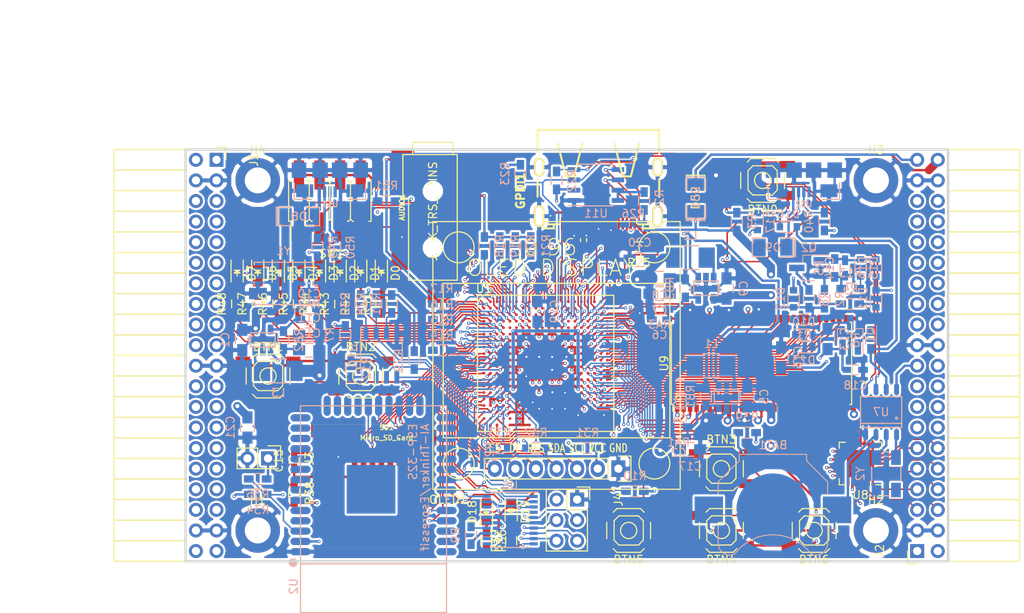
<source format=kicad_pcb>
(kicad_pcb (version 4) (host pcbnew 4.0.5+dfsg1-4)
  (layers (0 F.Cu signal) (1 In1.Cu signal) (2 In2.Cu signal) (31 B.Cu signal) (34 B.Paste user) (35 F.Paste user) (36 B.SilkS user) (37 F.SilkS user) (38 B.Mask user) (39 F.Mask user) (44 Edge.Cuts user))
  (net 0 "")
  (net 1 GND)
  (net 2 +5V)
  (net 3 /gpio/IN5V)
  (net 4 /gpio/OUT5V)
  (net 5 +3V3)
  (net 6 "Net-(L1-Pad1)")
  (net 7 "Net-(L2-Pad1)")
  (net 8 +1V2)
  (net 9 BTN_D)
  (net 10 BTN_F1)
  (net 11 BTN_F2)
  (net 12 BTN_L)
  (net 13 BTN_R)
  (net 14 BTN_U)
  (net 15 /power/FB1)
  (net 16 +2V5)
  (net 17 "Net-(L3-Pad1)")
  (net 18 /power/PWREN)
  (net 19 /power/FB3)
  (net 20 /power/FB2)
  (net 21 "Net-(D9-Pad1)")
  (net 22 /power/VBAT)
  (net 23 JTAG_TDI)
  (net 24 JTAG_TCK)
  (net 25 JTAG_TMS)
  (net 26 JTAG_TDO)
  (net 27 /power/WAKEUPn)
  (net 28 /power/WKUP)
  (net 29 /power/SHUT)
  (net 30 /power/WAKE)
  (net 31 /power/HOLD)
  (net 32 /power/WKn)
  (net 33 /power/OSCI_32k)
  (net 34 /power/OSCO_32k)
  (net 35 "Net-(Q2-Pad3)")
  (net 36 SHUTDOWN)
  (net 37 /analog/AUDIO_L)
  (net 38 /analog/AUDIO_R)
  (net 39 GPDI_5V_SCL)
  (net 40 GPDI_5V_SDA)
  (net 41 GPDI_SDA)
  (net 42 GPDI_SCL)
  (net 43 /gpdi/VREF2)
  (net 44 SD_CMD)
  (net 45 SD_CLK)
  (net 46 SD_D0)
  (net 47 SD_D1)
  (net 48 USB5V)
  (net 49 "Net-(BTN0-Pad1)")
  (net 50 GPDI_CEC)
  (net 51 nRESET)
  (net 52 FTDI_nDTR)
  (net 53 SDRAM_CKE)
  (net 54 SDRAM_A7)
  (net 55 SDRAM_D15)
  (net 56 SDRAM_BA1)
  (net 57 SDRAM_D7)
  (net 58 SDRAM_A6)
  (net 59 SDRAM_CLK)
  (net 60 SDRAM_D13)
  (net 61 SDRAM_BA0)
  (net 62 SDRAM_D6)
  (net 63 SDRAM_A5)
  (net 64 SDRAM_D14)
  (net 65 SDRAM_A11)
  (net 66 SDRAM_D12)
  (net 67 SDRAM_D5)
  (net 68 SDRAM_A4)
  (net 69 SDRAM_A10)
  (net 70 SDRAM_D11)
  (net 71 SDRAM_A3)
  (net 72 SDRAM_D4)
  (net 73 SDRAM_D10)
  (net 74 SDRAM_D9)
  (net 75 SDRAM_A9)
  (net 76 SDRAM_D3)
  (net 77 SDRAM_D8)
  (net 78 SDRAM_A8)
  (net 79 SDRAM_A2)
  (net 80 SDRAM_A1)
  (net 81 SDRAM_A0)
  (net 82 SDRAM_D2)
  (net 83 SDRAM_D1)
  (net 84 SDRAM_D0)
  (net 85 SDRAM_DQM0)
  (net 86 SDRAM_nCS)
  (net 87 SDRAM_nRAS)
  (net 88 SDRAM_DQM1)
  (net 89 SDRAM_nCAS)
  (net 90 SDRAM_nWE)
  (net 91 /flash/FLASH_nWP)
  (net 92 /flash/FLASH_nHOLD)
  (net 93 /flash/FLASH_MOSI)
  (net 94 /flash/FLASH_MISO)
  (net 95 /flash/FLASH_SCK)
  (net 96 /flash/FLASH_nCS)
  (net 97 /flash/FPGA_PROGRAMN)
  (net 98 /flash/FPGA_DONE)
  (net 99 /flash/FPGA_INITN)
  (net 100 OLED_RES)
  (net 101 OLED_DC)
  (net 102 OLED_CS)
  (net 103 WIFI_EN)
  (net 104 FTDI_nRTS)
  (net 105 FTDI_TXD)
  (net 106 FTDI_RXD)
  (net 107 WIFI_RXD)
  (net 108 WIFI_GPIO0)
  (net 109 WIFI_TXD)
  (net 110 GPDI_ETH-)
  (net 111 GPDI_ETH+)
  (net 112 GPDI_D2+)
  (net 113 GPDI_D2-)
  (net 114 GPDI_D1+)
  (net 115 GPDI_D1-)
  (net 116 GPDI_D0+)
  (net 117 GPDI_D0-)
  (net 118 GPDI_CLK+)
  (net 119 GPDI_CLK-)
  (net 120 USB_FTDI_D+)
  (net 121 USB_FTDI_D-)
  (net 122 J1_17-)
  (net 123 J1_17+)
  (net 124 J1_23-)
  (net 125 J1_23+)
  (net 126 J1_25-)
  (net 127 J1_25+)
  (net 128 J1_27-)
  (net 129 J1_27+)
  (net 130 J1_29-)
  (net 131 J1_29+)
  (net 132 J1_31-)
  (net 133 J1_31+)
  (net 134 J1_33-)
  (net 135 J1_33+)
  (net 136 J1_35-)
  (net 137 J1_35+)
  (net 138 J2_5-)
  (net 139 J2_5+)
  (net 140 J2_7-)
  (net 141 J2_7+)
  (net 142 J2_9-)
  (net 143 J2_9+)
  (net 144 J2_13-)
  (net 145 J2_13+)
  (net 146 J2_17-)
  (net 147 J2_17+)
  (net 148 J2_11-)
  (net 149 J2_11+)
  (net 150 J2_23-)
  (net 151 J2_23+)
  (net 152 J1_5-)
  (net 153 J1_5+)
  (net 154 J1_7-)
  (net 155 J1_7+)
  (net 156 J1_9-)
  (net 157 J1_9+)
  (net 158 J1_11-)
  (net 159 J1_11+)
  (net 160 J1_13-)
  (net 161 J1_13+)
  (net 162 J1_15-)
  (net 163 J1_15+)
  (net 164 J2_15-)
  (net 165 J2_15+)
  (net 166 J2_25-)
  (net 167 J2_25+)
  (net 168 J2_27-)
  (net 169 J2_27+)
  (net 170 J2_29-)
  (net 171 J2_29+)
  (net 172 J2_31-)
  (net 173 J2_31+)
  (net 174 J2_33-)
  (net 175 J2_33+)
  (net 176 J2_35-)
  (net 177 J2_35+)
  (net 178 SD_D3)
  (net 179 AUDIO_L3)
  (net 180 AUDIO_L2)
  (net 181 AUDIO_L1)
  (net 182 AUDIO_L0)
  (net 183 AUDIO_R3)
  (net 184 AUDIO_R2)
  (net 185 AUDIO_R1)
  (net 186 AUDIO_R0)
  (net 187 OLED_CLK)
  (net 188 OLED_MOSI)
  (net 189 LED0)
  (net 190 LED1)
  (net 191 LED2)
  (net 192 LED3)
  (net 193 LED4)
  (net 194 LED5)
  (net 195 LED6)
  (net 196 LED7)
  (net 197 BTN_PWRn)
  (net 198 "Net-(J3-Pad1)")
  (net 199 FTDI_nTXLED)
  (net 200 FTDI_nSLEEP)
  (net 201 /blinkey/LED_PWREN)
  (net 202 /blinkey/LED_TXLED)
  (net 203 FT3V3)
  (net 204 /sdcard/SD3V3)
  (net 205 SD_D2)
  (net 206 CLK_25MHz)
  (net 207 /blinkey/BTNPUL)
  (net 208 /blinkey/BTNPUR)
  (net 209 USB_FPGA_D+)
  (net 210 /power/FTDI_nSUSPEND)
  (net 211 /blinkey/ALED0)
  (net 212 /blinkey/ALED1)
  (net 213 /blinkey/ALED2)
  (net 214 /blinkey/ALED3)
  (net 215 /blinkey/ALED4)
  (net 216 /blinkey/ALED5)
  (net 217 /blinkey/ALED6)
  (net 218 /blinkey/ALED7)
  (net 219 /usb/FTD-)
  (net 220 /usb/FTD+)
  (net 221 ADC_MISO)
  (net 222 ADC_MOSI)
  (net 223 ADC_CSn)
  (net 224 ADC_SCLK)
  (net 225 "Net-(R51-Pad2)")
  (net 226 SW3)
  (net 227 SW2)
  (net 228 SW1)
  (net 229 SW0)
  (net 230 USB_FPGA_D-)
  (module Pin_Headers:Pin_Header_Straight_SMT_02x04 (layer F.Cu) (at 111.88 67.77)
    (fp_text reference SW1 (at 0.2 6.5) (layer F.SilkS))
    (fp_text value DIPSW)
    (pad 1 smd rect (at -3.81 3.2) (size 1.27 3.6) (layers F.Cu F.Paste F.Mask) (net 226 SW3))
    (pad 2 smd rect (at -1.27 3.2) (size 1.27 3.6) (layers F.Cu F.Paste F.Mask) (net 227 SW2))
    (pad 3 smd rect (at 1.27 3.2) (size 1.27 3.6) (layers F.Cu F.Paste F.Mask) (net 228 SW1))
    (pad 4 smd rect (at 3.81 3.2) (size 1.27 3.6) (layers F.Cu F.Paste F.Mask) (net 229 SW0))
    (pad 5 smd rect (at 3.81 -3.2) (size 1.27 3.6) (layers F.Cu F.Paste F.Mask) (net 225 "Net-(R51-Pad2)"))
    (pad 6 smd rect (at 1.27 -3.2) (size 1.27 3.6) (layers F.Cu F.Paste F.Mask) (net 225 "Net-(R51-Pad2)"))
    (pad 7 smd rect (at -1.27 -3.2) (size 1.27 3.6) (layers F.Cu F.Paste F.Mask) (net 225 "Net-(R51-Pad2)"))
    (pad 8 smd rect (at -3.81 -3.2) (size 1.27 3.6) (layers F.Cu F.Paste F.Mask) (net 225 "Net-(R51-Pad2)"))
  )
  (module lfe5bg381:BGA-381_pitch0.8mm_dia0.4mm (layer F.Cu) (at 138.48 87.8)
    (fp_text reference U1 (at -7.6 -9.2) (layer F.SilkS))
    (fp_text value LFE5U-25F-6BG381C)
    (pad A2 smd circle (at -6.8 -7.6) (size 0.35 0.35) (layers F.Cu F.Paste F.Mask) (net 129 J1_27+))
    (pad A3 smd circle (at -6 -7.6) (size 0.35 0.35) (layers F.Cu F.Paste F.Mask) (net 183 AUDIO_R3))
    (pad A4 smd circle (at -5.2 -7.6) (size 0.35 0.35) (layers F.Cu F.Paste F.Mask) (net 127 J1_25+))
    (pad A5 smd circle (at -4.4 -7.6) (size 0.35 0.35) (layers F.Cu F.Paste F.Mask) (net 126 J1_25-))
    (pad A6 smd circle (at -3.6 -7.6) (size 0.35 0.35) (layers F.Cu F.Paste F.Mask) (net 125 J1_23+))
    (pad A7 smd circle (at -2.8 -7.6) (size 0.35 0.35) (layers F.Cu F.Paste F.Mask) (net 161 J1_13+))
    (pad A8 smd circle (at -2 -7.6) (size 0.35 0.35) (layers F.Cu F.Paste F.Mask) (net 160 J1_13-))
    (pad A9 smd circle (at -1.2 -7.6) (size 0.35 0.35) (layers F.Cu F.Paste F.Mask) (net 156 J1_9-))
    (pad A10 smd circle (at -0.4 -7.6) (size 0.35 0.35) (layers F.Cu F.Paste F.Mask) (net 155 J1_7+))
    (pad A11 smd circle (at 0.4 -7.6) (size 0.35 0.35) (layers F.Cu F.Paste F.Mask) (net 154 J1_7-))
    (pad A12 smd circle (at 1.2 -7.6) (size 0.35 0.35) (layers F.Cu F.Paste F.Mask) (net 111 GPDI_ETH+))
    (pad A13 smd circle (at 2 -7.6) (size 0.35 0.35) (layers F.Cu F.Paste F.Mask) (net 110 GPDI_ETH-))
    (pad A14 smd circle (at 2.8 -7.6) (size 0.35 0.35) (layers F.Cu F.Paste F.Mask) (net 112 GPDI_D2+))
    (pad A15 smd circle (at 3.6 -7.6) (size 0.35 0.35) (layers F.Cu F.Paste F.Mask))
    (pad A16 smd circle (at 4.4 -7.6) (size 0.35 0.35) (layers F.Cu F.Paste F.Mask) (net 114 GPDI_D1+))
    (pad A17 smd circle (at 5.2 -7.6) (size 0.35 0.35) (layers F.Cu F.Paste F.Mask) (net 116 GPDI_D0+))
    (pad A18 smd circle (at 6 -7.6) (size 0.35 0.35) (layers F.Cu F.Paste F.Mask) (net 118 GPDI_CLK+))
    (pad A19 smd circle (at 6.8 -7.6) (size 0.35 0.35) (layers F.Cu F.Paste F.Mask) (net 50 GPDI_CEC))
    (pad B1 smd circle (at -7.6 -6.8) (size 0.35 0.35) (layers F.Cu F.Paste F.Mask) (net 128 J1_27-))
    (pad B2 smd circle (at -6.8 -6.8) (size 0.35 0.35) (layers F.Cu F.Paste F.Mask) (net 189 LED0))
    (pad B3 smd circle (at -6 -6.8) (size 0.35 0.35) (layers F.Cu F.Paste F.Mask) (net 182 AUDIO_L0))
    (pad B4 smd circle (at -5.2 -6.8) (size 0.35 0.35) (layers F.Cu F.Paste F.Mask) (net 130 J1_29-))
    (pad B5 smd circle (at -4.4 -6.8) (size 0.35 0.35) (layers F.Cu F.Paste F.Mask) (net 184 AUDIO_R2))
    (pad B6 smd circle (at -3.6 -6.8) (size 0.35 0.35) (layers F.Cu F.Paste F.Mask) (net 124 J1_23-))
    (pad B7 smd circle (at -2.8 -6.8) (size 0.35 0.35) (layers F.Cu F.Paste F.Mask) (net 1 GND))
    (pad B8 smd circle (at -2 -6.8) (size 0.35 0.35) (layers F.Cu F.Paste F.Mask) (net 162 J1_15-))
    (pad B9 smd circle (at -1.2 -6.8) (size 0.35 0.35) (layers F.Cu F.Paste F.Mask) (net 159 J1_11+))
    (pad B10 smd circle (at -0.4 -6.8) (size 0.35 0.35) (layers F.Cu F.Paste F.Mask) (net 157 J1_9+))
    (pad B11 smd circle (at 0.4 -6.8) (size 0.35 0.35) (layers F.Cu F.Paste F.Mask) (net 153 J1_5+))
    (pad B12 smd circle (at 1.2 -6.8) (size 0.35 0.35) (layers F.Cu F.Paste F.Mask))
    (pad B13 smd circle (at 2 -6.8) (size 0.35 0.35) (layers F.Cu F.Paste F.Mask) (net 175 J2_33+))
    (pad B14 smd circle (at 2.8 -6.8) (size 0.35 0.35) (layers F.Cu F.Paste F.Mask) (net 1 GND))
    (pad B15 smd circle (at 3.6 -6.8) (size 0.35 0.35) (layers F.Cu F.Paste F.Mask) (net 173 J2_31+))
    (pad B16 smd circle (at 4.4 -6.8) (size 0.35 0.35) (layers F.Cu F.Paste F.Mask) (net 115 GPDI_D1-))
    (pad B17 smd circle (at 5.2 -6.8) (size 0.35 0.35) (layers F.Cu F.Paste F.Mask) (net 169 J2_27+))
    (pad B18 smd circle (at 6 -6.8) (size 0.35 0.35) (layers F.Cu F.Paste F.Mask) (net 117 GPDI_D0-))
    (pad B19 smd circle (at 6.8 -6.8) (size 0.35 0.35) (layers F.Cu F.Paste F.Mask) (net 119 GPDI_CLK-))
    (pad B20 smd circle (at 7.6 -6.8) (size 0.35 0.35) (layers F.Cu F.Paste F.Mask) (net 41 GPDI_SDA))
    (pad C1 smd circle (at -7.6 -6) (size 0.35 0.35) (layers F.Cu F.Paste F.Mask) (net 191 LED2))
    (pad C2 smd circle (at -6.8 -6) (size 0.35 0.35) (layers F.Cu F.Paste F.Mask) (net 190 LED1))
    (pad C3 smd circle (at -6 -6) (size 0.35 0.35) (layers F.Cu F.Paste F.Mask) (net 181 AUDIO_L1))
    (pad C4 smd circle (at -5.2 -6) (size 0.35 0.35) (layers F.Cu F.Paste F.Mask) (net 131 J1_29+))
    (pad C5 smd circle (at -4.4 -6) (size 0.35 0.35) (layers F.Cu F.Paste F.Mask) (net 186 AUDIO_R0))
    (pad C6 smd circle (at -3.6 -6) (size 0.35 0.35) (layers F.Cu F.Paste F.Mask) (net 123 J1_17+))
    (pad C7 smd circle (at -2.8 -6) (size 0.35 0.35) (layers F.Cu F.Paste F.Mask) (net 122 J1_17-))
    (pad C8 smd circle (at -2 -6) (size 0.35 0.35) (layers F.Cu F.Paste F.Mask) (net 163 J1_15+))
    (pad C9 smd circle (at -1.2 -6) (size 0.35 0.35) (layers F.Cu F.Paste F.Mask))
    (pad C10 smd circle (at -0.4 -6) (size 0.35 0.35) (layers F.Cu F.Paste F.Mask) (net 158 J1_11-))
    (pad C11 smd circle (at 0.4 -6) (size 0.35 0.35) (layers F.Cu F.Paste F.Mask) (net 152 J1_5-))
    (pad C12 smd circle (at 1.2 -6) (size 0.35 0.35) (layers F.Cu F.Paste F.Mask) (net 42 GPDI_SCL))
    (pad C13 smd circle (at 2 -6) (size 0.35 0.35) (layers F.Cu F.Paste F.Mask) (net 174 J2_33-))
    (pad C14 smd circle (at 2.8 -6) (size 0.35 0.35) (layers F.Cu F.Paste F.Mask) (net 113 GPDI_D2-))
    (pad C15 smd circle (at 3.6 -6) (size 0.35 0.35) (layers F.Cu F.Paste F.Mask) (net 172 J2_31-))
    (pad C16 smd circle (at 4.4 -6) (size 0.35 0.35) (layers F.Cu F.Paste F.Mask) (net 171 J2_29+))
    (pad C17 smd circle (at 5.2 -6) (size 0.35 0.35) (layers F.Cu F.Paste F.Mask) (net 168 J2_27-))
    (pad C18 smd circle (at 6 -6) (size 0.35 0.35) (layers F.Cu F.Paste F.Mask) (net 151 J2_23+))
    (pad C19 smd circle (at 6.8 -6) (size 0.35 0.35) (layers F.Cu F.Paste F.Mask) (net 1 GND))
    (pad C20 smd circle (at 7.6 -6) (size 0.35 0.35) (layers F.Cu F.Paste F.Mask) (net 64 SDRAM_D14))
    (pad D1 smd circle (at -7.6 -5.2) (size 0.35 0.35) (layers F.Cu F.Paste F.Mask) (net 193 LED4))
    (pad D2 smd circle (at -6.8 -5.2) (size 0.35 0.35) (layers F.Cu F.Paste F.Mask) (net 192 LED3))
    (pad D3 smd circle (at -6 -5.2) (size 0.35 0.35) (layers F.Cu F.Paste F.Mask) (net 180 AUDIO_L2))
    (pad D4 smd circle (at -5.2 -5.2) (size 0.35 0.35) (layers F.Cu F.Paste F.Mask) (net 1 GND))
    (pad D5 smd circle (at -4.4 -5.2) (size 0.35 0.35) (layers F.Cu F.Paste F.Mask) (net 185 AUDIO_R1))
    (pad D6 smd circle (at -3.6 -5.2) (size 0.35 0.35) (layers F.Cu F.Paste F.Mask) (net 197 BTN_PWRn))
    (pad D7 smd circle (at -2.8 -5.2) (size 0.35 0.35) (layers F.Cu F.Paste F.Mask) (net 226 SW3))
    (pad D8 smd circle (at -2 -5.2) (size 0.35 0.35) (layers F.Cu F.Paste F.Mask) (net 227 SW2))
    (pad D9 smd circle (at -1.2 -5.2) (size 0.35 0.35) (layers F.Cu F.Paste F.Mask))
    (pad D10 smd circle (at -0.4 -5.2) (size 0.35 0.35) (layers F.Cu F.Paste F.Mask))
    (pad D11 smd circle (at 0.4 -5.2) (size 0.35 0.35) (layers F.Cu F.Paste F.Mask))
    (pad D12 smd circle (at 1.2 -5.2) (size 0.35 0.35) (layers F.Cu F.Paste F.Mask))
    (pad D13 smd circle (at 2 -5.2) (size 0.35 0.35) (layers F.Cu F.Paste F.Mask) (net 177 J2_35+))
    (pad D14 smd circle (at 2.8 -5.2) (size 0.35 0.35) (layers F.Cu F.Paste F.Mask))
    (pad D15 smd circle (at 3.6 -5.2) (size 0.35 0.35) (layers F.Cu F.Paste F.Mask) (net 167 J2_25+))
    (pad D16 smd circle (at 4.4 -5.2) (size 0.35 0.35) (layers F.Cu F.Paste F.Mask) (net 170 J2_29-))
    (pad D17 smd circle (at 5.2 -5.2) (size 0.35 0.35) (layers F.Cu F.Paste F.Mask) (net 150 J2_23-))
    (pad D18 smd circle (at 6 -5.2) (size 0.35 0.35) (layers F.Cu F.Paste F.Mask) (net 147 J2_17+))
    (pad D19 smd circle (at 6.8 -5.2) (size 0.35 0.35) (layers F.Cu F.Paste F.Mask) (net 55 SDRAM_D15))
    (pad D20 smd circle (at 7.6 -5.2) (size 0.35 0.35) (layers F.Cu F.Paste F.Mask) (net 60 SDRAM_D13))
    (pad E1 smd circle (at -7.6 -4.4) (size 0.35 0.35) (layers F.Cu F.Paste F.Mask) (net 195 LED6))
    (pad E2 smd circle (at -6.8 -4.4) (size 0.35 0.35) (layers F.Cu F.Paste F.Mask) (net 194 LED5))
    (pad E3 smd circle (at -6 -4.4) (size 0.35 0.35) (layers F.Cu F.Paste F.Mask) (net 132 J1_31-))
    (pad E4 smd circle (at -5.2 -4.4) (size 0.35 0.35) (layers F.Cu F.Paste F.Mask) (net 179 AUDIO_L3))
    (pad E5 smd circle (at -4.4 -4.4) (size 0.35 0.35) (layers F.Cu F.Paste F.Mask))
    (pad E6 smd circle (at -3.6 -4.4) (size 0.35 0.35) (layers F.Cu F.Paste F.Mask))
    (pad E7 smd circle (at -2.8 -4.4) (size 0.35 0.35) (layers F.Cu F.Paste F.Mask) (net 229 SW0))
    (pad E8 smd circle (at -2 -4.4) (size 0.35 0.35) (layers F.Cu F.Paste F.Mask) (net 228 SW1))
    (pad E9 smd circle (at -1.2 -4.4) (size 0.35 0.35) (layers F.Cu F.Paste F.Mask))
    (pad E10 smd circle (at -0.4 -4.4) (size 0.35 0.35) (layers F.Cu F.Paste F.Mask))
    (pad E11 smd circle (at 0.4 -4.4) (size 0.35 0.35) (layers F.Cu F.Paste F.Mask))
    (pad E12 smd circle (at 1.2 -4.4) (size 0.35 0.35) (layers F.Cu F.Paste F.Mask))
    (pad E13 smd circle (at 2 -4.4) (size 0.35 0.35) (layers F.Cu F.Paste F.Mask) (net 176 J2_35-))
    (pad E14 smd circle (at 2.8 -4.4) (size 0.35 0.35) (layers F.Cu F.Paste F.Mask))
    (pad E15 smd circle (at 3.6 -4.4) (size 0.35 0.35) (layers F.Cu F.Paste F.Mask) (net 166 J2_25-))
    (pad E16 smd circle (at 4.4 -4.4) (size 0.35 0.35) (layers F.Cu F.Paste F.Mask) (net 209 USB_FPGA_D+))
    (pad E17 smd circle (at 5.2 -4.4) (size 0.35 0.35) (layers F.Cu F.Paste F.Mask) (net 146 J2_17-))
    (pad E18 smd circle (at 6 -4.4) (size 0.35 0.35) (layers F.Cu F.Paste F.Mask) (net 72 SDRAM_D4))
    (pad E19 smd circle (at 6.8 -4.4) (size 0.35 0.35) (layers F.Cu F.Paste F.Mask) (net 66 SDRAM_D12))
    (pad E20 smd circle (at 7.6 -4.4) (size 0.35 0.35) (layers F.Cu F.Paste F.Mask) (net 70 SDRAM_D11))
    (pad F1 smd circle (at -7.6 -3.6) (size 0.35 0.35) (layers F.Cu F.Paste F.Mask) (net 103 WIFI_EN))
    (pad F2 smd circle (at -6.8 -3.6) (size 0.35 0.35) (layers F.Cu F.Paste F.Mask))
    (pad F3 smd circle (at -6 -3.6) (size 0.35 0.35) (layers F.Cu F.Paste F.Mask) (net 134 J1_33-))
    (pad F4 smd circle (at -5.2 -3.6) (size 0.35 0.35) (layers F.Cu F.Paste F.Mask) (net 133 J1_31+))
    (pad F5 smd circle (at -4.4 -3.6) (size 0.35 0.35) (layers F.Cu F.Paste F.Mask))
    (pad F6 smd circle (at -3.6 -3.6) (size 0.35 0.35) (layers F.Cu F.Paste F.Mask) (net 16 +2V5))
    (pad F7 smd circle (at -2.8 -3.6) (size 0.35 0.35) (layers F.Cu F.Paste F.Mask) (net 1 GND))
    (pad F8 smd circle (at -2 -3.6) (size 0.35 0.35) (layers F.Cu F.Paste F.Mask) (net 1 GND))
    (pad F9 smd circle (at -1.2 -3.6) (size 0.35 0.35) (layers F.Cu F.Paste F.Mask) (net 5 +3V3))
    (pad F10 smd circle (at -0.4 -3.6) (size 0.35 0.35) (layers F.Cu F.Paste F.Mask) (net 5 +3V3))
    (pad F11 smd circle (at 0.4 -3.6) (size 0.35 0.35) (layers F.Cu F.Paste F.Mask) (net 5 +3V3))
    (pad F12 smd circle (at 1.2 -3.6) (size 0.35 0.35) (layers F.Cu F.Paste F.Mask) (net 5 +3V3))
    (pad F13 smd circle (at 2 -3.6) (size 0.35 0.35) (layers F.Cu F.Paste F.Mask) (net 1 GND))
    (pad F14 smd circle (at 2.8 -3.6) (size 0.35 0.35) (layers F.Cu F.Paste F.Mask) (net 1 GND))
    (pad F15 smd circle (at 3.6 -3.6) (size 0.35 0.35) (layers F.Cu F.Paste F.Mask) (net 16 +2V5))
    (pad F16 smd circle (at 4.4 -3.6) (size 0.35 0.35) (layers F.Cu F.Paste F.Mask) (net 230 USB_FPGA_D-))
    (pad F17 smd circle (at 5.2 -3.6) (size 0.35 0.35) (layers F.Cu F.Paste F.Mask) (net 165 J2_15+))
    (pad F18 smd circle (at 6 -3.6) (size 0.35 0.35) (layers F.Cu F.Paste F.Mask) (net 67 SDRAM_D5))
    (pad F19 smd circle (at 6.8 -3.6) (size 0.35 0.35) (layers F.Cu F.Paste F.Mask) (net 73 SDRAM_D10))
    (pad F20 smd circle (at 7.6 -3.6) (size 0.35 0.35) (layers F.Cu F.Paste F.Mask) (net 74 SDRAM_D9))
    (pad G1 smd circle (at -7.6 -2.8) (size 0.35 0.35) (layers F.Cu F.Paste F.Mask))
    (pad G2 smd circle (at -6.8 -2.8) (size 0.35 0.35) (layers F.Cu F.Paste F.Mask) (net 206 CLK_25MHz))
    (pad G3 smd circle (at -6 -2.8) (size 0.35 0.35) (layers F.Cu F.Paste F.Mask) (net 135 J1_33+))
    (pad G4 smd circle (at -5.2 -2.8) (size 0.35 0.35) (layers F.Cu F.Paste F.Mask) (net 1 GND))
    (pad G5 smd circle (at -4.4 -2.8) (size 0.35 0.35) (layers F.Cu F.Paste F.Mask) (net 136 J1_35-))
    (pad G6 smd circle (at -3.6 -2.8) (size 0.35 0.35) (layers F.Cu F.Paste F.Mask) (net 1 GND))
    (pad G7 smd circle (at -2.8 -2.8) (size 0.35 0.35) (layers F.Cu F.Paste F.Mask) (net 1 GND))
    (pad G8 smd circle (at -2 -2.8) (size 0.35 0.35) (layers F.Cu F.Paste F.Mask) (net 1 GND))
    (pad G9 smd circle (at -1.2 -2.8) (size 0.35 0.35) (layers F.Cu F.Paste F.Mask) (net 1 GND))
    (pad G10 smd circle (at -0.4 -2.8) (size 0.35 0.35) (layers F.Cu F.Paste F.Mask) (net 1 GND))
    (pad G11 smd circle (at 0.4 -2.8) (size 0.35 0.35) (layers F.Cu F.Paste F.Mask) (net 1 GND))
    (pad G12 smd circle (at 1.2 -2.8) (size 0.35 0.35) (layers F.Cu F.Paste F.Mask) (net 1 GND))
    (pad G13 smd circle (at 2 -2.8) (size 0.35 0.35) (layers F.Cu F.Paste F.Mask) (net 1 GND))
    (pad G14 smd circle (at 2.8 -2.8) (size 0.35 0.35) (layers F.Cu F.Paste F.Mask) (net 1 GND))
    (pad G15 smd circle (at 3.6 -2.8) (size 0.35 0.35) (layers F.Cu F.Paste F.Mask) (net 1 GND))
    (pad G16 smd circle (at 4.4 -2.8) (size 0.35 0.35) (layers F.Cu F.Paste F.Mask))
    (pad G17 smd circle (at 5.2 -2.8) (size 0.35 0.35) (layers F.Cu F.Paste F.Mask) (net 1 GND))
    (pad G18 smd circle (at 6 -2.8) (size 0.35 0.35) (layers F.Cu F.Paste F.Mask) (net 164 J2_15-))
    (pad G19 smd circle (at 6.8 -2.8) (size 0.35 0.35) (layers F.Cu F.Paste F.Mask) (net 77 SDRAM_D8))
    (pad G20 smd circle (at 7.6 -2.8) (size 0.35 0.35) (layers F.Cu F.Paste F.Mask) (net 88 SDRAM_DQM1))
    (pad H1 smd circle (at -7.6 -2) (size 0.35 0.35) (layers F.Cu F.Paste F.Mask) (net 178 SD_D3))
    (pad H2 smd circle (at -6.8 -2) (size 0.35 0.35) (layers F.Cu F.Paste F.Mask) (net 205 SD_D2))
    (pad H3 smd circle (at -6 -2) (size 0.35 0.35) (layers F.Cu F.Paste F.Mask) (net 196 LED7))
    (pad H4 smd circle (at -5.2 -2) (size 0.35 0.35) (layers F.Cu F.Paste F.Mask) (net 137 J1_35+))
    (pad H5 smd circle (at -4.4 -2) (size 0.35 0.35) (layers F.Cu F.Paste F.Mask))
    (pad H6 smd circle (at -3.6 -2) (size 0.35 0.35) (layers F.Cu F.Paste F.Mask) (net 5 +3V3))
    (pad H7 smd circle (at -2.8 -2) (size 0.35 0.35) (layers F.Cu F.Paste F.Mask) (net 5 +3V3))
    (pad H8 smd circle (at -2 -2) (size 0.35 0.35) (layers F.Cu F.Paste F.Mask) (net 8 +1V2))
    (pad H9 smd circle (at -1.2 -2) (size 0.35 0.35) (layers F.Cu F.Paste F.Mask) (net 8 +1V2))
    (pad H10 smd circle (at -0.4 -2) (size 0.35 0.35) (layers F.Cu F.Paste F.Mask) (net 8 +1V2))
    (pad H11 smd circle (at 0.4 -2) (size 0.35 0.35) (layers F.Cu F.Paste F.Mask) (net 8 +1V2))
    (pad H12 smd circle (at 1.2 -2) (size 0.35 0.35) (layers F.Cu F.Paste F.Mask) (net 8 +1V2))
    (pad H13 smd circle (at 2 -2) (size 0.35 0.35) (layers F.Cu F.Paste F.Mask) (net 8 +1V2))
    (pad H14 smd circle (at 2.8 -2) (size 0.35 0.35) (layers F.Cu F.Paste F.Mask) (net 5 +3V3))
    (pad H15 smd circle (at 3.6 -2) (size 0.35 0.35) (layers F.Cu F.Paste F.Mask) (net 5 +3V3))
    (pad H16 smd circle (at 4.4 -2) (size 0.35 0.35) (layers F.Cu F.Paste F.Mask))
    (pad H17 smd circle (at 5.2 -2) (size 0.35 0.35) (layers F.Cu F.Paste F.Mask) (net 144 J2_13-))
    (pad H18 smd circle (at 6 -2) (size 0.35 0.35) (layers F.Cu F.Paste F.Mask) (net 145 J2_13+))
    (pad H19 smd circle (at 6.8 -2) (size 0.35 0.35) (layers F.Cu F.Paste F.Mask) (net 1 GND))
    (pad H20 smd circle (at 7.6 -2) (size 0.35 0.35) (layers F.Cu F.Paste F.Mask) (net 59 SDRAM_CLK))
    (pad J1 smd circle (at -7.6 -1.2) (size 0.35 0.35) (layers F.Cu F.Paste F.Mask) (net 45 SD_CLK))
    (pad J2 smd circle (at -6.8 -1.2) (size 0.35 0.35) (layers F.Cu F.Paste F.Mask) (net 1 GND))
    (pad J3 smd circle (at -6 -1.2) (size 0.35 0.35) (layers F.Cu F.Paste F.Mask) (net 44 SD_CMD))
    (pad J4 smd circle (at -5.2 -1.2) (size 0.35 0.35) (layers F.Cu F.Paste F.Mask))
    (pad J5 smd circle (at -4.4 -1.2) (size 0.35 0.35) (layers F.Cu F.Paste F.Mask))
    (pad J6 smd circle (at -3.6 -1.2) (size 0.35 0.35) (layers F.Cu F.Paste F.Mask) (net 5 +3V3))
    (pad J7 smd circle (at -2.8 -1.2) (size 0.35 0.35) (layers F.Cu F.Paste F.Mask) (net 1 GND))
    (pad J8 smd circle (at -2 -1.2) (size 0.35 0.35) (layers F.Cu F.Paste F.Mask) (net 8 +1V2))
    (pad J9 smd circle (at -1.2 -1.2) (size 0.35 0.35) (layers F.Cu F.Paste F.Mask) (net 1 GND))
    (pad J10 smd circle (at -0.4 -1.2) (size 0.35 0.35) (layers F.Cu F.Paste F.Mask) (net 1 GND))
    (pad J11 smd circle (at 0.4 -1.2) (size 0.35 0.35) (layers F.Cu F.Paste F.Mask) (net 1 GND))
    (pad J12 smd circle (at 1.2 -1.2) (size 0.35 0.35) (layers F.Cu F.Paste F.Mask) (net 1 GND))
    (pad J13 smd circle (at 2 -1.2) (size 0.35 0.35) (layers F.Cu F.Paste F.Mask) (net 8 +1V2))
    (pad J14 smd circle (at 2.8 -1.2) (size 0.35 0.35) (layers F.Cu F.Paste F.Mask) (net 1 GND))
    (pad J15 smd circle (at 3.6 -1.2) (size 0.35 0.35) (layers F.Cu F.Paste F.Mask) (net 5 +3V3))
    (pad J16 smd circle (at 4.4 -1.2) (size 0.35 0.35) (layers F.Cu F.Paste F.Mask))
    (pad J17 smd circle (at 5.2 -1.2) (size 0.35 0.35) (layers F.Cu F.Paste F.Mask))
    (pad J18 smd circle (at 6 -1.2) (size 0.35 0.35) (layers F.Cu F.Paste F.Mask) (net 76 SDRAM_D3))
    (pad J19 smd circle (at 6.8 -1.2) (size 0.35 0.35) (layers F.Cu F.Paste F.Mask) (net 53 SDRAM_CKE))
    (pad J20 smd circle (at 7.6 -1.2) (size 0.35 0.35) (layers F.Cu F.Paste F.Mask) (net 65 SDRAM_A11))
    (pad K1 smd circle (at -7.6 -0.4) (size 0.35 0.35) (layers F.Cu F.Paste F.Mask) (net 47 SD_D1))
    (pad K2 smd circle (at -6.8 -0.4) (size 0.35 0.35) (layers F.Cu F.Paste F.Mask) (net 46 SD_D0))
    (pad K3 smd circle (at -6 -0.4) (size 0.35 0.35) (layers F.Cu F.Paste F.Mask) (net 107 WIFI_RXD))
    (pad K4 smd circle (at -5.2 -0.4) (size 0.35 0.35) (layers F.Cu F.Paste F.Mask) (net 109 WIFI_TXD))
    (pad K5 smd circle (at -4.4 -0.4) (size 0.35 0.35) (layers F.Cu F.Paste F.Mask))
    (pad K6 smd circle (at -3.6 -0.4) (size 0.35 0.35) (layers F.Cu F.Paste F.Mask) (net 1 GND))
    (pad K7 smd circle (at -2.8 -0.4) (size 0.35 0.35) (layers F.Cu F.Paste F.Mask) (net 1 GND))
    (pad K8 smd circle (at -2 -0.4) (size 0.35 0.35) (layers F.Cu F.Paste F.Mask) (net 8 +1V2))
    (pad K9 smd circle (at -1.2 -0.4) (size 0.35 0.35) (layers F.Cu F.Paste F.Mask) (net 1 GND))
    (pad K10 smd circle (at -0.4 -0.4) (size 0.35 0.35) (layers F.Cu F.Paste F.Mask) (net 1 GND))
    (pad K11 smd circle (at 0.4 -0.4) (size 0.35 0.35) (layers F.Cu F.Paste F.Mask) (net 1 GND))
    (pad K12 smd circle (at 1.2 -0.4) (size 0.35 0.35) (layers F.Cu F.Paste F.Mask) (net 1 GND))
    (pad K13 smd circle (at 2 -0.4) (size 0.35 0.35) (layers F.Cu F.Paste F.Mask) (net 8 +1V2))
    (pad K14 smd circle (at 2.8 -0.4) (size 0.35 0.35) (layers F.Cu F.Paste F.Mask) (net 1 GND))
    (pad K15 smd circle (at 3.6 -0.4) (size 0.35 0.35) (layers F.Cu F.Paste F.Mask) (net 1 GND))
    (pad K16 smd circle (at 4.4 -0.4) (size 0.35 0.35) (layers F.Cu F.Paste F.Mask))
    (pad K17 smd circle (at 5.2 -0.4) (size 0.35 0.35) (layers F.Cu F.Paste F.Mask))
    (pad K18 smd circle (at 6 -0.4) (size 0.35 0.35) (layers F.Cu F.Paste F.Mask) (net 82 SDRAM_D2))
    (pad K19 smd circle (at 6.8 -0.4) (size 0.35 0.35) (layers F.Cu F.Paste F.Mask) (net 75 SDRAM_A9))
    (pad K20 smd circle (at 7.6 -0.4) (size 0.35 0.35) (layers F.Cu F.Paste F.Mask) (net 78 SDRAM_A8))
    (pad L1 smd circle (at -7.6 0.4) (size 0.35 0.35) (layers F.Cu F.Paste F.Mask))
    (pad L2 smd circle (at -6.8 0.4) (size 0.35 0.35) (layers F.Cu F.Paste F.Mask) (net 108 WIFI_GPIO0))
    (pad L3 smd circle (at -6 0.4) (size 0.35 0.35) (layers F.Cu F.Paste F.Mask))
    (pad L4 smd circle (at -5.2 0.4) (size 0.35 0.35) (layers F.Cu F.Paste F.Mask) (net 106 FTDI_RXD))
    (pad L5 smd circle (at -4.4 0.4) (size 0.35 0.35) (layers F.Cu F.Paste F.Mask))
    (pad L6 smd circle (at -3.6 0.4) (size 0.35 0.35) (layers F.Cu F.Paste F.Mask) (net 5 +3V3))
    (pad L7 smd circle (at -2.8 0.4) (size 0.35 0.35) (layers F.Cu F.Paste F.Mask) (net 5 +3V3))
    (pad L8 smd circle (at -2 0.4) (size 0.35 0.35) (layers F.Cu F.Paste F.Mask) (net 8 +1V2))
    (pad L9 smd circle (at -1.2 0.4) (size 0.35 0.35) (layers F.Cu F.Paste F.Mask) (net 1 GND))
    (pad L10 smd circle (at -0.4 0.4) (size 0.35 0.35) (layers F.Cu F.Paste F.Mask) (net 1 GND))
    (pad L11 smd circle (at 0.4 0.4) (size 0.35 0.35) (layers F.Cu F.Paste F.Mask) (net 1 GND))
    (pad L12 smd circle (at 1.2 0.4) (size 0.35 0.35) (layers F.Cu F.Paste F.Mask) (net 1 GND))
    (pad L13 smd circle (at 2 0.4) (size 0.35 0.35) (layers F.Cu F.Paste F.Mask) (net 8 +1V2))
    (pad L14 smd circle (at 2.8 0.4) (size 0.35 0.35) (layers F.Cu F.Paste F.Mask) (net 5 +3V3))
    (pad L15 smd circle (at 3.6 0.4) (size 0.35 0.35) (layers F.Cu F.Paste F.Mask) (net 5 +3V3))
    (pad L16 smd circle (at 4.4 0.4) (size 0.35 0.35) (layers F.Cu F.Paste F.Mask) (net 149 J2_11+))
    (pad L17 smd circle (at 5.2 0.4) (size 0.35 0.35) (layers F.Cu F.Paste F.Mask) (net 148 J2_11-))
    (pad L18 smd circle (at 6 0.4) (size 0.35 0.35) (layers F.Cu F.Paste F.Mask) (net 83 SDRAM_D1))
    (pad L19 smd circle (at 6.8 0.4) (size 0.35 0.35) (layers F.Cu F.Paste F.Mask) (net 54 SDRAM_A7))
    (pad L20 smd circle (at 7.6 0.4) (size 0.35 0.35) (layers F.Cu F.Paste F.Mask) (net 58 SDRAM_A6))
    (pad M1 smd circle (at -7.6 1.2) (size 0.35 0.35) (layers F.Cu F.Paste F.Mask) (net 105 FTDI_TXD))
    (pad M2 smd circle (at -6.8 1.2) (size 0.35 0.35) (layers F.Cu F.Paste F.Mask) (net 1 GND))
    (pad M3 smd circle (at -6 1.2) (size 0.35 0.35) (layers F.Cu F.Paste F.Mask) (net 104 FTDI_nRTS))
    (pad M4 smd circle (at -5.2 1.2) (size 0.35 0.35) (layers F.Cu F.Paste F.Mask))
    (pad M5 smd circle (at -4.4 1.2) (size 0.35 0.35) (layers F.Cu F.Paste F.Mask))
    (pad M6 smd circle (at -3.6 1.2) (size 0.35 0.35) (layers F.Cu F.Paste F.Mask) (net 5 +3V3))
    (pad M7 smd circle (at -2.8 1.2) (size 0.35 0.35) (layers F.Cu F.Paste F.Mask) (net 1 GND))
    (pad M8 smd circle (at -2 1.2) (size 0.35 0.35) (layers F.Cu F.Paste F.Mask) (net 8 +1V2))
    (pad M9 smd circle (at -1.2 1.2) (size 0.35 0.35) (layers F.Cu F.Paste F.Mask) (net 1 GND))
    (pad M10 smd circle (at -0.4 1.2) (size 0.35 0.35) (layers F.Cu F.Paste F.Mask) (net 1 GND))
    (pad M11 smd circle (at 0.4 1.2) (size 0.35 0.35) (layers F.Cu F.Paste F.Mask) (net 1 GND))
    (pad M12 smd circle (at 1.2 1.2) (size 0.35 0.35) (layers F.Cu F.Paste F.Mask) (net 1 GND))
    (pad M13 smd circle (at 2 1.2) (size 0.35 0.35) (layers F.Cu F.Paste F.Mask) (net 8 +1V2))
    (pad M14 smd circle (at 2.8 1.2) (size 0.35 0.35) (layers F.Cu F.Paste F.Mask) (net 1 GND))
    (pad M15 smd circle (at 3.6 1.2) (size 0.35 0.35) (layers F.Cu F.Paste F.Mask) (net 5 +3V3))
    (pad M16 smd circle (at 4.4 1.2) (size 0.35 0.35) (layers F.Cu F.Paste F.Mask) (net 1 GND))
    (pad M17 smd circle (at 5.2 1.2) (size 0.35 0.35) (layers F.Cu F.Paste F.Mask) (net 142 J2_9-))
    (pad M18 smd circle (at 6 1.2) (size 0.35 0.35) (layers F.Cu F.Paste F.Mask) (net 84 SDRAM_D0))
    (pad M19 smd circle (at 6.8 1.2) (size 0.35 0.35) (layers F.Cu F.Paste F.Mask) (net 63 SDRAM_A5))
    (pad M20 smd circle (at 7.6 1.2) (size 0.35 0.35) (layers F.Cu F.Paste F.Mask) (net 68 SDRAM_A4))
    (pad N1 smd circle (at -7.6 2) (size 0.35 0.35) (layers F.Cu F.Paste F.Mask) (net 52 FTDI_nDTR))
    (pad N2 smd circle (at -6.8 2) (size 0.35 0.35) (layers F.Cu F.Paste F.Mask) (net 102 OLED_CS))
    (pad N3 smd circle (at -6 2) (size 0.35 0.35) (layers F.Cu F.Paste F.Mask))
    (pad N4 smd circle (at -5.2 2) (size 0.35 0.35) (layers F.Cu F.Paste F.Mask))
    (pad N5 smd circle (at -4.4 2) (size 0.35 0.35) (layers F.Cu F.Paste F.Mask))
    (pad N6 smd circle (at -3.6 2) (size 0.35 0.35) (layers F.Cu F.Paste F.Mask) (net 1 GND))
    (pad N7 smd circle (at -2.8 2) (size 0.35 0.35) (layers F.Cu F.Paste F.Mask) (net 1 GND))
    (pad N8 smd circle (at -2 2) (size 0.35 0.35) (layers F.Cu F.Paste F.Mask) (net 8 +1V2))
    (pad N9 smd circle (at -1.2 2) (size 0.35 0.35) (layers F.Cu F.Paste F.Mask) (net 8 +1V2))
    (pad N10 smd circle (at -0.4 2) (size 0.35 0.35) (layers F.Cu F.Paste F.Mask) (net 8 +1V2))
    (pad N11 smd circle (at 0.4 2) (size 0.35 0.35) (layers F.Cu F.Paste F.Mask) (net 8 +1V2))
    (pad N12 smd circle (at 1.2 2) (size 0.35 0.35) (layers F.Cu F.Paste F.Mask) (net 8 +1V2))
    (pad N13 smd circle (at 2 2) (size 0.35 0.35) (layers F.Cu F.Paste F.Mask) (net 8 +1V2))
    (pad N14 smd circle (at 2.8 2) (size 0.35 0.35) (layers F.Cu F.Paste F.Mask) (net 1 GND))
    (pad N15 smd circle (at 3.6 2) (size 0.35 0.35) (layers F.Cu F.Paste F.Mask) (net 1 GND))
    (pad N16 smd circle (at 4.4 2) (size 0.35 0.35) (layers F.Cu F.Paste F.Mask) (net 143 J2_9+))
    (pad N17 smd circle (at 5.2 2) (size 0.35 0.35) (layers F.Cu F.Paste F.Mask) (net 141 J2_7+))
    (pad N18 smd circle (at 6 2) (size 0.35 0.35) (layers F.Cu F.Paste F.Mask) (net 62 SDRAM_D6))
    (pad N19 smd circle (at 6.8 2) (size 0.35 0.35) (layers F.Cu F.Paste F.Mask) (net 71 SDRAM_A3))
    (pad N20 smd circle (at 7.6 2) (size 0.35 0.35) (layers F.Cu F.Paste F.Mask) (net 79 SDRAM_A2))
    (pad P1 smd circle (at -7.6 2.8) (size 0.35 0.35) (layers F.Cu F.Paste F.Mask) (net 101 OLED_DC))
    (pad P2 smd circle (at -6.8 2.8) (size 0.35 0.35) (layers F.Cu F.Paste F.Mask) (net 100 OLED_RES))
    (pad P3 smd circle (at -6 2.8) (size 0.35 0.35) (layers F.Cu F.Paste F.Mask) (net 188 OLED_MOSI))
    (pad P4 smd circle (at -5.2 2.8) (size 0.35 0.35) (layers F.Cu F.Paste F.Mask) (net 187 OLED_CLK))
    (pad P5 smd circle (at -4.4 2.8) (size 0.35 0.35) (layers F.Cu F.Paste F.Mask))
    (pad P6 smd circle (at -3.6 2.8) (size 0.35 0.35) (layers F.Cu F.Paste F.Mask) (net 16 +2V5))
    (pad P7 smd circle (at -2.8 2.8) (size 0.35 0.35) (layers F.Cu F.Paste F.Mask) (net 1 GND))
    (pad P8 smd circle (at -2 2.8) (size 0.35 0.35) (layers F.Cu F.Paste F.Mask) (net 1 GND))
    (pad P9 smd circle (at -1.2 2.8) (size 0.35 0.35) (layers F.Cu F.Paste F.Mask) (net 5 +3V3))
    (pad P10 smd circle (at -0.4 2.8) (size 0.35 0.35) (layers F.Cu F.Paste F.Mask) (net 5 +3V3))
    (pad P11 smd circle (at 0.4 2.8) (size 0.35 0.35) (layers F.Cu F.Paste F.Mask) (net 1 GND))
    (pad P12 smd circle (at 1.2 2.8) (size 0.35 0.35) (layers F.Cu F.Paste F.Mask) (net 1 GND))
    (pad P13 smd circle (at 2 2.8) (size 0.35 0.35) (layers F.Cu F.Paste F.Mask) (net 1 GND))
    (pad P14 smd circle (at 2.8 2.8) (size 0.35 0.35) (layers F.Cu F.Paste F.Mask) (net 1 GND))
    (pad P15 smd circle (at 3.6 2.8) (size 0.35 0.35) (layers F.Cu F.Paste F.Mask) (net 16 +2V5))
    (pad P16 smd circle (at 4.4 2.8) (size 0.35 0.35) (layers F.Cu F.Paste F.Mask) (net 140 J2_7-))
    (pad P17 smd circle (at 5.2 2.8) (size 0.35 0.35) (layers F.Cu F.Paste F.Mask) (net 224 ADC_SCLK))
    (pad P18 smd circle (at 6 2.8) (size 0.35 0.35) (layers F.Cu F.Paste F.Mask) (net 57 SDRAM_D7))
    (pad P19 smd circle (at 6.8 2.8) (size 0.35 0.35) (layers F.Cu F.Paste F.Mask) (net 80 SDRAM_A1))
    (pad P20 smd circle (at 7.6 2.8) (size 0.35 0.35) (layers F.Cu F.Paste F.Mask) (net 81 SDRAM_A0))
    (pad R1 smd circle (at -7.6 3.6) (size 0.35 0.35) (layers F.Cu F.Paste F.Mask) (net 10 BTN_F1))
    (pad R2 smd circle (at -6.8 3.6) (size 0.35 0.35) (layers F.Cu F.Paste F.Mask) (net 96 /flash/FLASH_nCS))
    (pad R3 smd circle (at -6 3.6) (size 0.35 0.35) (layers F.Cu F.Paste F.Mask))
    (pad R4 smd circle (at -5.2 3.6) (size 0.35 0.35) (layers F.Cu F.Paste F.Mask) (net 1 GND))
    (pad R5 smd circle (at -4.4 3.6) (size 0.35 0.35) (layers F.Cu F.Paste F.Mask) (net 23 JTAG_TDI))
    (pad R16 smd circle (at 4.4 3.6) (size 0.35 0.35) (layers F.Cu F.Paste F.Mask) (net 222 ADC_MOSI))
    (pad R17 smd circle (at 5.2 3.6) (size 0.35 0.35) (layers F.Cu F.Paste F.Mask) (net 223 ADC_CSn))
    (pad R18 smd circle (at 6 3.6) (size 0.35 0.35) (layers F.Cu F.Paste F.Mask) (net 85 SDRAM_DQM0))
    (pad R19 smd circle (at 6.8 3.6) (size 0.35 0.35) (layers F.Cu F.Paste F.Mask) (net 1 GND))
    (pad R20 smd circle (at 7.6 3.6) (size 0.35 0.35) (layers F.Cu F.Paste F.Mask) (net 69 SDRAM_A10))
    (pad T1 smd circle (at -7.6 4.4) (size 0.35 0.35) (layers F.Cu F.Paste F.Mask) (net 11 BTN_F2))
    (pad T2 smd circle (at -6.8 4.4) (size 0.35 0.35) (layers F.Cu F.Paste F.Mask) (net 5 +3V3))
    (pad T3 smd circle (at -6 4.4) (size 0.35 0.35) (layers F.Cu F.Paste F.Mask) (net 5 +3V3))
    (pad T4 smd circle (at -5.2 4.4) (size 0.35 0.35) (layers F.Cu F.Paste F.Mask) (net 5 +3V3))
    (pad T5 smd circle (at -4.4 4.4) (size 0.35 0.35) (layers F.Cu F.Paste F.Mask) (net 24 JTAG_TCK))
    (pad T6 smd circle (at -3.6 4.4) (size 0.35 0.35) (layers F.Cu F.Paste F.Mask) (net 1 GND))
    (pad T7 smd circle (at -2.8 4.4) (size 0.35 0.35) (layers F.Cu F.Paste F.Mask) (net 1 GND))
    (pad T8 smd circle (at -2 4.4) (size 0.35 0.35) (layers F.Cu F.Paste F.Mask) (net 1 GND))
    (pad T9 smd circle (at -1.2 4.4) (size 0.35 0.35) (layers F.Cu F.Paste F.Mask) (net 1 GND))
    (pad T10 smd circle (at -0.4 4.4) (size 0.35 0.35) (layers F.Cu F.Paste F.Mask) (net 1 GND))
    (pad T11 smd circle (at 0.4 4.4) (size 0.35 0.35) (layers F.Cu F.Paste F.Mask))
    (pad T12 smd circle (at 1.2 4.4) (size 0.35 0.35) (layers F.Cu F.Paste F.Mask))
    (pad T13 smd circle (at 2 4.4) (size 0.35 0.35) (layers F.Cu F.Paste F.Mask))
    (pad T14 smd circle (at 2.8 4.4) (size 0.35 0.35) (layers F.Cu F.Paste F.Mask))
    (pad T15 smd circle (at 3.6 4.4) (size 0.35 0.35) (layers F.Cu F.Paste F.Mask))
    (pad T16 smd circle (at 4.4 4.4) (size 0.35 0.35) (layers F.Cu F.Paste F.Mask))
    (pad T17 smd circle (at 5.2 4.4) (size 0.35 0.35) (layers F.Cu F.Paste F.Mask) (net 89 SDRAM_nCAS))
    (pad T18 smd circle (at 6 4.4) (size 0.35 0.35) (layers F.Cu F.Paste F.Mask) (net 90 SDRAM_nWE))
    (pad T19 smd circle (at 6.8 4.4) (size 0.35 0.35) (layers F.Cu F.Paste F.Mask) (net 56 SDRAM_BA1))
    (pad T20 smd circle (at 7.6 4.4) (size 0.35 0.35) (layers F.Cu F.Paste F.Mask) (net 61 SDRAM_BA0))
    (pad U1 smd circle (at -7.6 5.2) (size 0.35 0.35) (layers F.Cu F.Paste F.Mask) (net 12 BTN_L))
    (pad U2 smd circle (at -6.8 5.2) (size 0.35 0.35) (layers F.Cu F.Paste F.Mask) (net 5 +3V3))
    (pad U3 smd circle (at -6 5.2) (size 0.35 0.35) (layers F.Cu F.Paste F.Mask) (net 95 /flash/FLASH_SCK))
    (pad U4 smd circle (at -5.2 5.2) (size 0.35 0.35) (layers F.Cu F.Paste F.Mask) (net 1 GND))
    (pad U5 smd circle (at -4.4 5.2) (size 0.35 0.35) (layers F.Cu F.Paste F.Mask) (net 25 JTAG_TMS))
    (pad U6 smd circle (at -3.6 5.2) (size 0.35 0.35) (layers F.Cu F.Paste F.Mask) (net 1 GND))
    (pad U7 smd circle (at -2.8 5.2) (size 0.35 0.35) (layers F.Cu F.Paste F.Mask) (net 1 GND))
    (pad U8 smd circle (at -2 5.2) (size 0.35 0.35) (layers F.Cu F.Paste F.Mask) (net 1 GND))
    (pad U9 smd circle (at -1.2 5.2) (size 0.35 0.35) (layers F.Cu F.Paste F.Mask) (net 1 GND))
    (pad U10 smd circle (at -0.4 5.2) (size 0.35 0.35) (layers F.Cu F.Paste F.Mask) (net 1 GND))
    (pad U11 smd circle (at 0.4 5.2) (size 0.35 0.35) (layers F.Cu F.Paste F.Mask) (net 1 GND))
    (pad U12 smd circle (at 1.2 5.2) (size 0.35 0.35) (layers F.Cu F.Paste F.Mask) (net 1 GND))
    (pad U13 smd circle (at 2 5.2) (size 0.35 0.35) (layers F.Cu F.Paste F.Mask) (net 1 GND))
    (pad U14 smd circle (at 2.8 5.2) (size 0.35 0.35) (layers F.Cu F.Paste F.Mask) (net 1 GND))
    (pad U15 smd circle (at 3.6 5.2) (size 0.35 0.35) (layers F.Cu F.Paste F.Mask))
    (pad U16 smd circle (at 4.4 5.2) (size 0.35 0.35) (layers F.Cu F.Paste F.Mask) (net 221 ADC_MISO))
    (pad U17 smd circle (at 5.2 5.2) (size 0.35 0.35) (layers F.Cu F.Paste F.Mask) (net 138 J2_5-))
    (pad U18 smd circle (at 6 5.2) (size 0.35 0.35) (layers F.Cu F.Paste F.Mask) (net 139 J2_5+))
    (pad U19 smd circle (at 6.8 5.2) (size 0.35 0.35) (layers F.Cu F.Paste F.Mask) (net 86 SDRAM_nCS))
    (pad U20 smd circle (at 7.6 5.2) (size 0.35 0.35) (layers F.Cu F.Paste F.Mask) (net 87 SDRAM_nRAS))
    (pad V1 smd circle (at -7.6 6) (size 0.35 0.35) (layers F.Cu F.Paste F.Mask) (net 9 BTN_D))
    (pad V2 smd circle (at -6.8 6) (size 0.35 0.35) (layers F.Cu F.Paste F.Mask) (net 94 /flash/FLASH_MISO))
    (pad V3 smd circle (at -6 6) (size 0.35 0.35) (layers F.Cu F.Paste F.Mask) (net 99 /flash/FPGA_INITN))
    (pad V4 smd circle (at -5.2 6) (size 0.35 0.35) (layers F.Cu F.Paste F.Mask) (net 26 JTAG_TDO))
    (pad V5 smd circle (at -4.4 6) (size 0.35 0.35) (layers F.Cu F.Paste F.Mask) (net 1 GND))
    (pad V6 smd circle (at -3.6 6) (size 0.35 0.35) (layers F.Cu F.Paste F.Mask) (net 1 GND))
    (pad V7 smd circle (at -2.8 6) (size 0.35 0.35) (layers F.Cu F.Paste F.Mask) (net 1 GND))
    (pad V8 smd circle (at -2 6) (size 0.35 0.35) (layers F.Cu F.Paste F.Mask) (net 1 GND))
    (pad V9 smd circle (at -1.2 6) (size 0.35 0.35) (layers F.Cu F.Paste F.Mask) (net 1 GND))
    (pad V10 smd circle (at -0.4 6) (size 0.35 0.35) (layers F.Cu F.Paste F.Mask) (net 1 GND))
    (pad V11 smd circle (at 0.4 6) (size 0.35 0.35) (layers F.Cu F.Paste F.Mask) (net 1 GND))
    (pad V12 smd circle (at 1.2 6) (size 0.35 0.35) (layers F.Cu F.Paste F.Mask) (net 1 GND))
    (pad V13 smd circle (at 2 6) (size 0.35 0.35) (layers F.Cu F.Paste F.Mask) (net 1 GND))
    (pad V14 smd circle (at 2.8 6) (size 0.35 0.35) (layers F.Cu F.Paste F.Mask) (net 1 GND))
    (pad V15 smd circle (at 3.6 6) (size 0.35 0.35) (layers F.Cu F.Paste F.Mask) (net 1 GND))
    (pad V16 smd circle (at 4.4 6) (size 0.35 0.35) (layers F.Cu F.Paste F.Mask) (net 1 GND))
    (pad V17 smd circle (at 5.2 6) (size 0.35 0.35) (layers F.Cu F.Paste F.Mask))
    (pad V18 smd circle (at 6 6) (size 0.35 0.35) (layers F.Cu F.Paste F.Mask))
    (pad V19 smd circle (at 6.8 6) (size 0.35 0.35) (layers F.Cu F.Paste F.Mask) (net 1 GND))
    (pad V20 smd circle (at 7.6 6) (size 0.35 0.35) (layers F.Cu F.Paste F.Mask) (net 1 GND))
    (pad W1 smd circle (at -7.6 6.8) (size 0.35 0.35) (layers F.Cu F.Paste F.Mask) (net 14 BTN_U))
    (pad W2 smd circle (at -6.8 6.8) (size 0.35 0.35) (layers F.Cu F.Paste F.Mask) (net 93 /flash/FLASH_MOSI))
    (pad W3 smd circle (at -6 6.8) (size 0.35 0.35) (layers F.Cu F.Paste F.Mask) (net 97 /flash/FPGA_PROGRAMN))
    (pad W4 smd circle (at -5.2 6.8) (size 0.35 0.35) (layers F.Cu F.Paste F.Mask))
    (pad W5 smd circle (at -4.4 6.8) (size 0.35 0.35) (layers F.Cu F.Paste F.Mask))
    (pad W6 smd circle (at -3.6 6.8) (size 0.35 0.35) (layers F.Cu F.Paste F.Mask) (net 1 GND))
    (pad W7 smd circle (at -2.8 6.8) (size 0.35 0.35) (layers F.Cu F.Paste F.Mask) (net 1 GND))
    (pad W8 smd circle (at -2 6.8) (size 0.35 0.35) (layers F.Cu F.Paste F.Mask))
    (pad W9 smd circle (at -1.2 6.8) (size 0.35 0.35) (layers F.Cu F.Paste F.Mask))
    (pad W10 smd circle (at -0.4 6.8) (size 0.35 0.35) (layers F.Cu F.Paste F.Mask))
    (pad W11 smd circle (at 0.4 6.8) (size 0.35 0.35) (layers F.Cu F.Paste F.Mask))
    (pad W12 smd circle (at 1.2 6.8) (size 0.35 0.35) (layers F.Cu F.Paste F.Mask) (net 1 GND))
    (pad W13 smd circle (at 2 6.8) (size 0.35 0.35) (layers F.Cu F.Paste F.Mask))
    (pad W14 smd circle (at 2.8 6.8) (size 0.35 0.35) (layers F.Cu F.Paste F.Mask))
    (pad W15 smd circle (at 3.6 6.8) (size 0.35 0.35) (layers F.Cu F.Paste F.Mask) (net 1 GND))
    (pad W16 smd circle (at 4.4 6.8) (size 0.35 0.35) (layers F.Cu F.Paste F.Mask) (net 1 GND))
    (pad W17 smd circle (at 5.2 6.8) (size 0.35 0.35) (layers F.Cu F.Paste F.Mask))
    (pad W18 smd circle (at 6 6.8) (size 0.35 0.35) (layers F.Cu F.Paste F.Mask))
    (pad W19 smd circle (at 6.8 6.8) (size 0.35 0.35) (layers F.Cu F.Paste F.Mask) (net 1 GND))
    (pad W20 smd circle (at 7.6 6.8) (size 0.35 0.35) (layers F.Cu F.Paste F.Mask))
    (pad Y2 smd circle (at -6.8 7.6) (size 0.35 0.35) (layers F.Cu F.Paste F.Mask) (net 13 BTN_R))
    (pad Y3 smd circle (at -6 7.6) (size 0.35 0.35) (layers F.Cu F.Paste F.Mask) (net 98 /flash/FPGA_DONE))
    (pad Y5 smd circle (at -4.4 7.6) (size 0.35 0.35) (layers F.Cu F.Paste F.Mask) (net 1 GND))
    (pad Y6 smd circle (at -3.6 7.6) (size 0.35 0.35) (layers F.Cu F.Paste F.Mask) (net 1 GND))
    (pad Y7 smd circle (at -2.8 7.6) (size 0.35 0.35) (layers F.Cu F.Paste F.Mask) (net 1 GND))
    (pad Y8 smd circle (at -2 7.6) (size 0.35 0.35) (layers F.Cu F.Paste F.Mask) (net 1 GND))
    (pad Y11 smd circle (at 0.4 7.6) (size 0.35 0.35) (layers F.Cu F.Paste F.Mask) (net 1 GND))
    (pad Y12 smd circle (at 1.2 7.6) (size 0.35 0.35) (layers F.Cu F.Paste F.Mask) (net 1 GND))
    (pad Y14 smd circle (at 2.8 7.6) (size 0.35 0.35) (layers F.Cu F.Paste F.Mask))
    (pad Y15 smd circle (at 3.6 7.6) (size 0.35 0.35) (layers F.Cu F.Paste F.Mask))
    (pad Y16 smd circle (at 4.4 7.6) (size 0.35 0.35) (layers F.Cu F.Paste F.Mask))
    (pad Y17 smd circle (at 5.2 7.6) (size 0.35 0.35) (layers F.Cu F.Paste F.Mask))
    (pad Y19 smd circle (at 6.8 7.6) (size 0.35 0.35) (layers F.Cu F.Paste F.Mask))
  )
  (module Keystone_3000_1x12mm-CoinCell:Keystone_3000_1x12mm-CoinCell (layer B.Cu) (at 166.49 105.87 180)
    (fp_text reference BAT1 (at 0 8 180) (layer B.SilkS) (effects (justify mirror)))
    (fp_text value CR1225)
    (pad 1 smd rect (at -7.9 0 180) (size 3.5 3.3) (layers B.Cu B.Paste B.Mask) (net 22 /power/VBAT))
    (pad 1 smd rect (at 7.9 0 180) (size 3.5 3.3) (layers B.Cu B.Paste B.Mask) (net 22 /power/VBAT))
    (pad 2 smd circle (at 0 0 180) (size 9 9) (layers B.Cu B.Mask) (net 1 GND))
  )
  (module SMD_Packages:SMD-1206_Pol (layer F.Cu) (at 156.965 67.389 270)
    (fp_text reference D52 (at 0 0 270) (layer F.SilkS))
    (fp_text value 2A)
    (pad 1 smd rect (at -1.651 0 270) (size 1.524 2.032) (layers F.Cu F.Paste F.Mask) (net 4 /gpio/OUT5V))
    (pad 2 smd rect (at 1.651 0 270) (size 1.524 2.032) (layers F.Cu F.Paste F.Mask) (net 2 +5V))
  )
  (module SMD_Packages:SMD-1206_Pol (layer B.Cu) (at 156.965 67.389 90)
    (fp_text reference D51 (at 0 0 90) (layer B.SilkS) (effects (justify mirror)))
    (fp_text value 2A)
    (pad 1 smd rect (at -1.651 0 90) (size 1.524 2.032) (layers B.Cu B.Paste B.Mask) (net 2 +5V))
    (pad 2 smd rect (at 1.651 0 90) (size 1.524 2.032) (layers B.Cu B.Paste B.Mask) (net 3 /gpio/IN5V))
  )
  (module micro-sd:MicroSD_TF02D (layer F.Cu) (at 116.87 110.52 180)
    (fp_text reference SD1 (at -1.995 14.81 180) (layer F.SilkS) (effects (font (size 0.59944 0.59944) (thickness 0.12446))))
    (fp_text value Micro_SD_Card (at -1.995 13.54 180) (layer F.SilkS) (effects (font (size 0.59944 0.59944) (thickness 0.12446))))
    (pad 1 smd rect (at 1.94 11 180) (size 0.7 1.8) (layers F.Cu F.Paste F.Mask) (net 205 SD_D2))
    (pad 2 smd rect (at 0.84 11 180) (size 0.7 1.8) (layers F.Cu F.Paste F.Mask) (net 178 SD_D3))
    (pad 3 smd rect (at -0.26 11 180) (size 0.7 1.8) (layers F.Cu F.Paste F.Mask) (net 44 SD_CMD))
    (pad 4 smd rect (at -1.36 11 180) (size 0.7 1.8) (layers F.Cu F.Paste F.Mask) (net 204 /sdcard/SD3V3))
    (pad 5 smd rect (at -2.46 11 180) (size 0.7 1.8) (layers F.Cu F.Paste F.Mask) (net 45 SD_CLK))
    (pad 6 smd rect (at -3.56 11 180) (size 0.7 1.8) (layers F.Cu F.Paste F.Mask) (net 1 GND))
    (pad 7 smd rect (at -4.66 11 180) (size 0.7 1.8) (layers F.Cu F.Paste F.Mask) (net 46 SD_D0))
    (pad 8 smd rect (at -5.76 11 180) (size 0.7 1.8) (layers F.Cu F.Paste F.Mask) (net 47 SD_D1))
    (pad S smd rect (at -5.05 0.4 180) (size 1.6 1.4) (layers F.Cu F.Paste F.Mask))
    (pad S smd rect (at 0.75 0.4 180) (size 1.8 1.4) (layers F.Cu F.Paste F.Mask))
    (pad G smd rect (at -7.45 13.55 180) (size 1.4 1.9) (layers F.Cu F.Paste F.Mask))
    (pad G smd rect (at 6.6 14.55 180) (size 1.4 1.9) (layers F.Cu F.Paste F.Mask))
  )
  (module Resistors_SMD:R_1210_HandSoldering (layer B.Cu) (at 158.87 88.09 180)
    (fp_text reference L1 (at 0 2.7 180) (layer B.SilkS) (effects (justify mirror)))
    (fp_text value 2.2uH)
    (pad 1 smd rect (at -2 0 180) (size 2 2.5) (layers B.Cu B.Paste B.Mask) (net 6 "Net-(L1-Pad1)"))
    (pad 2 smd rect (at 2 0 180) (size 2 2.5) (layers B.Cu B.Paste B.Mask) (net 8 +1V2))
  )
  (module TSOT-25:TSOT-25 (layer B.Cu) (at 160.775 91.9)
    (fp_text reference U3 (at 0 -0.5) (layer B.SilkS) (effects (font (size 0.15 0.15) (thickness 0.0375)) (justify mirror)))
    (fp_text value AP3429A)
    (pad 1 smd rect (at -0.95 -1.3) (size 0.7 1.2) (layers B.Cu B.Paste B.Mask) (net 18 /power/PWREN))
    (pad 2 smd rect (at 0 -1.3) (size 0.7 1.2) (layers B.Cu B.Paste B.Mask) (net 1 GND))
    (pad 3 smd rect (at 0.95 -1.3) (size 0.7 1.2) (layers B.Cu B.Paste B.Mask) (net 6 "Net-(L1-Pad1)"))
    (pad 4 smd rect (at 0.95 1.3) (size 0.7 1.2) (layers B.Cu B.Paste B.Mask) (net 2 +5V))
    (pad 5 smd rect (at -0.95 1.3) (size 0.7 1.2) (layers B.Cu B.Paste B.Mask) (net 15 /power/FB1))
  )
  (module Resistors_SMD:R_1210_HandSoldering (layer B.Cu) (at 156.33 74.755 180)
    (fp_text reference L2 (at 0 2.7 180) (layer B.SilkS) (effects (justify mirror)))
    (fp_text value 2.2uH)
    (pad 1 smd rect (at -2 0 180) (size 2 2.5) (layers B.Cu B.Paste B.Mask) (net 7 "Net-(L2-Pad1)"))
    (pad 2 smd rect (at 2 0 180) (size 2 2.5) (layers B.Cu B.Paste B.Mask) (net 5 +3V3))
  )
  (module TSOT-25:TSOT-25 (layer B.Cu) (at 158.235 78.535)
    (fp_text reference U4 (at 0 -0.5) (layer B.SilkS) (effects (font (size 0.15 0.15) (thickness 0.0375)) (justify mirror)))
    (fp_text value AP3429A)
    (pad 1 smd rect (at -0.95 -1.3) (size 0.7 1.2) (layers B.Cu B.Paste B.Mask) (net 18 /power/PWREN))
    (pad 2 smd rect (at 0 -1.3) (size 0.7 1.2) (layers B.Cu B.Paste B.Mask) (net 1 GND))
    (pad 3 smd rect (at 0.95 -1.3) (size 0.7 1.2) (layers B.Cu B.Paste B.Mask) (net 7 "Net-(L2-Pad1)"))
    (pad 4 smd rect (at 0.95 1.3) (size 0.7 1.2) (layers B.Cu B.Paste B.Mask) (net 2 +5V))
    (pad 5 smd rect (at -0.95 1.3) (size 0.7 1.2) (layers B.Cu B.Paste B.Mask) (net 19 /power/FB3))
  )
  (module Buttons_Switches_SMD:SW_SPST_SKQG (layer F.Cu) (at 104.26 89.36)
    (fp_text reference BTN1 (at 0 -3.6) (layer F.SilkS))
    (fp_text value FIRE1)
    (pad 1 smd rect (at -3.1 -1.85) (size 1.8 1.1) (layers F.Cu F.Paste F.Mask) (net 207 /blinkey/BTNPUL))
    (pad 1 smd rect (at 3.1 -1.85) (size 1.8 1.1) (layers F.Cu F.Paste F.Mask) (net 207 /blinkey/BTNPUL))
    (pad 2 smd rect (at -3.1 1.85) (size 1.8 1.1) (layers F.Cu F.Paste F.Mask) (net 10 BTN_F1))
    (pad 2 smd rect (at 3.1 1.85) (size 1.8 1.1) (layers F.Cu F.Paste F.Mask) (net 10 BTN_F1))
  )
  (module Buttons_Switches_SMD:SW_SPST_SKQG (layer F.Cu) (at 115.69 89.36)
    (fp_text reference BTN2 (at 0 -3.6) (layer F.SilkS))
    (fp_text value FIRE2)
    (pad 1 smd rect (at -3.1 -1.85) (size 1.8 1.1) (layers F.Cu F.Paste F.Mask) (net 207 /blinkey/BTNPUL))
    (pad 1 smd rect (at 3.1 -1.85) (size 1.8 1.1) (layers F.Cu F.Paste F.Mask) (net 207 /blinkey/BTNPUL))
    (pad 2 smd rect (at -3.1 1.85) (size 1.8 1.1) (layers F.Cu F.Paste F.Mask) (net 11 BTN_F2))
    (pad 2 smd rect (at 3.1 1.85) (size 1.8 1.1) (layers F.Cu F.Paste F.Mask) (net 11 BTN_F2))
  )
  (module Buttons_Switches_SMD:SW_SPST_SKQG (layer F.Cu) (at 160.14 100.79)
    (fp_text reference BTN3 (at 0 -3.6) (layer F.SilkS))
    (fp_text value UP)
    (pad 1 smd rect (at -3.1 -1.85) (size 1.8 1.1) (layers F.Cu F.Paste F.Mask) (net 208 /blinkey/BTNPUR))
    (pad 1 smd rect (at 3.1 -1.85) (size 1.8 1.1) (layers F.Cu F.Paste F.Mask) (net 208 /blinkey/BTNPUR))
    (pad 2 smd rect (at -3.1 1.85) (size 1.8 1.1) (layers F.Cu F.Paste F.Mask) (net 14 BTN_U))
    (pad 2 smd rect (at 3.1 1.85) (size 1.8 1.1) (layers F.Cu F.Paste F.Mask) (net 14 BTN_U))
  )
  (module Buttons_Switches_SMD:SW_SPST_SKQG (layer F.Cu) (at 160.14 108.41 180)
    (fp_text reference BTN4 (at 0 -3.6 180) (layer F.SilkS))
    (fp_text value DOWN)
    (pad 1 smd rect (at -3.1 -1.85 180) (size 1.8 1.1) (layers F.Cu F.Paste F.Mask) (net 208 /blinkey/BTNPUR))
    (pad 1 smd rect (at 3.1 -1.85 180) (size 1.8 1.1) (layers F.Cu F.Paste F.Mask) (net 208 /blinkey/BTNPUR))
    (pad 2 smd rect (at -3.1 1.85 180) (size 1.8 1.1) (layers F.Cu F.Paste F.Mask) (net 9 BTN_D))
    (pad 2 smd rect (at 3.1 1.85 180) (size 1.8 1.1) (layers F.Cu F.Paste F.Mask) (net 9 BTN_D))
  )
  (module Buttons_Switches_SMD:SW_SPST_SKQG (layer F.Cu) (at 148.71 108.41 180)
    (fp_text reference BTN5 (at 0 -3.6 180) (layer F.SilkS))
    (fp_text value LEFT)
    (pad 1 smd rect (at -3.1 -1.85 180) (size 1.8 1.1) (layers F.Cu F.Paste F.Mask) (net 208 /blinkey/BTNPUR))
    (pad 1 smd rect (at 3.1 -1.85 180) (size 1.8 1.1) (layers F.Cu F.Paste F.Mask) (net 208 /blinkey/BTNPUR))
    (pad 2 smd rect (at -3.1 1.85 180) (size 1.8 1.1) (layers F.Cu F.Paste F.Mask) (net 12 BTN_L))
    (pad 2 smd rect (at 3.1 1.85 180) (size 1.8 1.1) (layers F.Cu F.Paste F.Mask) (net 12 BTN_L))
  )
  (module Buttons_Switches_SMD:SW_SPST_SKQG (layer F.Cu) (at 171.57 108.41 180)
    (fp_text reference BTN6 (at 0 -3.6 180) (layer F.SilkS))
    (fp_text value RIGHT)
    (pad 1 smd rect (at -3.1 -1.85 180) (size 1.8 1.1) (layers F.Cu F.Paste F.Mask) (net 208 /blinkey/BTNPUR))
    (pad 1 smd rect (at 3.1 -1.85 180) (size 1.8 1.1) (layers F.Cu F.Paste F.Mask) (net 208 /blinkey/BTNPUR))
    (pad 2 smd rect (at -3.1 1.85 180) (size 1.8 1.1) (layers F.Cu F.Paste F.Mask) (net 13 BTN_R))
    (pad 2 smd rect (at 3.1 1.85 180) (size 1.8 1.1) (layers F.Cu F.Paste F.Mask) (net 13 BTN_R))
  )
  (module LEDs:LED_0805 (layer F.Cu) (at 118.23 76.66 270)
    (fp_text reference D0 (at 0 -1.75 270) (layer F.SilkS))
    (fp_text value LED)
    (pad 2 smd rect (at 1.04902 0 90) (size 1.19888 1.19888) (layers F.Cu F.Paste F.Mask) (net 211 /blinkey/ALED0))
    (pad 1 smd rect (at -1.04902 0 90) (size 1.19888 1.19888) (layers F.Cu F.Paste F.Mask) (net 1 GND))
  )
  (module LEDs:LED_0805 (layer F.Cu) (at 115.69 76.66 270)
    (fp_text reference D1 (at 0 -1.75 270) (layer F.SilkS))
    (fp_text value LED)
    (pad 2 smd rect (at 1.04902 0 90) (size 1.19888 1.19888) (layers F.Cu F.Paste F.Mask) (net 212 /blinkey/ALED1))
    (pad 1 smd rect (at -1.04902 0 90) (size 1.19888 1.19888) (layers F.Cu F.Paste F.Mask) (net 1 GND))
  )
  (module LEDs:LED_0805 (layer F.Cu) (at 113.15 76.66 270)
    (fp_text reference D2 (at 0 -1.75 270) (layer F.SilkS))
    (fp_text value LED)
    (pad 2 smd rect (at 1.04902 0 90) (size 1.19888 1.19888) (layers F.Cu F.Paste F.Mask) (net 213 /blinkey/ALED2))
    (pad 1 smd rect (at -1.04902 0 90) (size 1.19888 1.19888) (layers F.Cu F.Paste F.Mask) (net 1 GND))
  )
  (module LEDs:LED_0805 (layer F.Cu) (at 110.61 76.66 270)
    (fp_text reference D3 (at 0 -1.75 270) (layer F.SilkS))
    (fp_text value LED)
    (pad 2 smd rect (at 1.04902 0 90) (size 1.19888 1.19888) (layers F.Cu F.Paste F.Mask) (net 214 /blinkey/ALED3))
    (pad 1 smd rect (at -1.04902 0 90) (size 1.19888 1.19888) (layers F.Cu F.Paste F.Mask) (net 1 GND))
  )
  (module LEDs:LED_0805 (layer F.Cu) (at 108.07 76.66 270)
    (fp_text reference D4 (at 0 -1.75 270) (layer F.SilkS))
    (fp_text value LED)
    (pad 2 smd rect (at 1.04902 0 90) (size 1.19888 1.19888) (layers F.Cu F.Paste F.Mask) (net 215 /blinkey/ALED4))
    (pad 1 smd rect (at -1.04902 0 90) (size 1.19888 1.19888) (layers F.Cu F.Paste F.Mask) (net 1 GND))
  )
  (module LEDs:LED_0805 (layer F.Cu) (at 105.53 76.66 270)
    (fp_text reference D5 (at 0 -1.75 270) (layer F.SilkS))
    (fp_text value LED)
    (pad 2 smd rect (at 1.04902 0 90) (size 1.19888 1.19888) (layers F.Cu F.Paste F.Mask) (net 216 /blinkey/ALED5))
    (pad 1 smd rect (at -1.04902 0 90) (size 1.19888 1.19888) (layers F.Cu F.Paste F.Mask) (net 1 GND))
  )
  (module LEDs:LED_0805 (layer F.Cu) (at 102.99 76.66 270)
    (fp_text reference D6 (at 0 -1.75 270) (layer F.SilkS))
    (fp_text value LED)
    (pad 2 smd rect (at 1.04902 0 90) (size 1.19888 1.19888) (layers F.Cu F.Paste F.Mask) (net 217 /blinkey/ALED6))
    (pad 1 smd rect (at -1.04902 0 90) (size 1.19888 1.19888) (layers F.Cu F.Paste F.Mask) (net 1 GND))
  )
  (module LEDs:LED_0805 (layer F.Cu) (at 100.45 76.66 270)
    (fp_text reference D7 (at 0 -1.75 270) (layer F.SilkS))
    (fp_text value LED)
    (pad 2 smd rect (at 1.04902 0 90) (size 1.19888 1.19888) (layers F.Cu F.Paste F.Mask) (net 218 /blinkey/ALED7))
    (pad 1 smd rect (at -1.04902 0 90) (size 1.19888 1.19888) (layers F.Cu F.Paste F.Mask) (net 1 GND))
  )
  (module Resistors_SMD:R_1210_HandSoldering (layer B.Cu) (at 105.53 88.725)
    (fp_text reference L3 (at 0 2.7) (layer B.SilkS) (effects (justify mirror)))
    (fp_text value 2.2uH)
    (pad 1 smd rect (at -2 0) (size 2 2.5) (layers B.Cu B.Paste B.Mask) (net 17 "Net-(L3-Pad1)"))
    (pad 2 smd rect (at 2 0) (size 2 2.5) (layers B.Cu B.Paste B.Mask) (net 16 +2V5))
  )
  (module TSOT-25:TSOT-25 (layer B.Cu) (at 103.625 84.915 180)
    (fp_text reference U5 (at 0 -0.5 180) (layer B.SilkS) (effects (font (size 0.15 0.15) (thickness 0.0375)) (justify mirror)))
    (fp_text value AP3429A)
    (pad 1 smd rect (at -0.95 -1.3 180) (size 0.7 1.2) (layers B.Cu B.Paste B.Mask) (net 18 /power/PWREN))
    (pad 2 smd rect (at 0 -1.3 180) (size 0.7 1.2) (layers B.Cu B.Paste B.Mask) (net 1 GND))
    (pad 3 smd rect (at 0.95 -1.3 180) (size 0.7 1.2) (layers B.Cu B.Paste B.Mask) (net 17 "Net-(L3-Pad1)"))
    (pad 4 smd rect (at 0.95 1.3 180) (size 0.7 1.2) (layers B.Cu B.Paste B.Mask) (net 2 +5V))
    (pad 5 smd rect (at -0.95 1.3 180) (size 0.7 1.2) (layers B.Cu B.Paste B.Mask) (net 20 /power/FB2))
  )
  (module Capacitors_SMD:C_0805_HandSoldering (layer B.Cu) (at 101.085 84.915 270)
    (fp_text reference C1 (at 0 2.1 270) (layer B.SilkS) (effects (justify mirror)))
    (fp_text value 22uF)
    (pad 1 smd rect (at -1.25 0 270) (size 1.5 1.25) (layers B.Cu B.Paste B.Mask) (net 2 +5V))
    (pad 2 smd rect (at 1.25 0 270) (size 1.5 1.25) (layers B.Cu B.Paste B.Mask) (net 1 GND))
  )
  (module Capacitors_SMD:C_0805_HandSoldering (layer B.Cu) (at 155.06 90.63)
    (fp_text reference C3 (at 0 2.1) (layer B.SilkS) (effects (justify mirror)))
    (fp_text value 22uF)
    (pad 1 smd rect (at -1.25 0) (size 1.5 1.25) (layers B.Cu B.Paste B.Mask) (net 8 +1V2))
    (pad 2 smd rect (at 1.25 0) (size 1.5 1.25) (layers B.Cu B.Paste B.Mask) (net 1 GND))
  )
  (module Capacitors_SMD:C_0805_HandSoldering (layer B.Cu) (at 155.06 92.535)
    (fp_text reference C4 (at 0 2.1) (layer B.SilkS) (effects (justify mirror)))
    (fp_text value 22uF)
    (pad 1 smd rect (at -1.25 0) (size 1.5 1.25) (layers B.Cu B.Paste B.Mask) (net 8 +1V2))
    (pad 2 smd rect (at 1.25 0) (size 1.5 1.25) (layers B.Cu B.Paste B.Mask) (net 1 GND))
  )
  (module Capacitors_SMD:C_0805_HandSoldering (layer B.Cu) (at 163.315 91.9 90)
    (fp_text reference C5 (at 0 2.1 90) (layer B.SilkS) (effects (justify mirror)))
    (fp_text value 22uF)
    (pad 1 smd rect (at -1.25 0 90) (size 1.5 1.25) (layers B.Cu B.Paste B.Mask) (net 2 +5V))
    (pad 2 smd rect (at 1.25 0 90) (size 1.5 1.25) (layers B.Cu B.Paste B.Mask) (net 1 GND))
  )
  (module Capacitors_SMD:C_0805_HandSoldering (layer B.Cu) (at 152.52 79.2)
    (fp_text reference C7 (at 0 2.1) (layer B.SilkS) (effects (justify mirror)))
    (fp_text value 22uF)
    (pad 1 smd rect (at -1.25 0) (size 1.5 1.25) (layers B.Cu B.Paste B.Mask) (net 5 +3V3))
    (pad 2 smd rect (at 1.25 0) (size 1.5 1.25) (layers B.Cu B.Paste B.Mask) (net 1 GND))
  )
  (module Capacitors_SMD:C_0805_HandSoldering (layer B.Cu) (at 152.52 77.295)
    (fp_text reference C8 (at 0 2.1) (layer B.SilkS) (effects (justify mirror)))
    (fp_text value 22uF)
    (pad 1 smd rect (at -1.25 0) (size 1.5 1.25) (layers B.Cu B.Paste B.Mask) (net 5 +3V3))
    (pad 2 smd rect (at 1.25 0) (size 1.5 1.25) (layers B.Cu B.Paste B.Mask) (net 1 GND))
  )
  (module Capacitors_SMD:C_0805_HandSoldering (layer B.Cu) (at 160.775 78.565 90)
    (fp_text reference C9 (at 0 2.1 90) (layer B.SilkS) (effects (justify mirror)))
    (fp_text value 22uF)
    (pad 1 smd rect (at -1.25 0 90) (size 1.5 1.25) (layers B.Cu B.Paste B.Mask) (net 2 +5V))
    (pad 2 smd rect (at 1.25 0 90) (size 1.5 1.25) (layers B.Cu B.Paste B.Mask) (net 1 GND))
  )
  (module Capacitors_SMD:C_0805_HandSoldering (layer B.Cu) (at 109.34 84.28 180)
    (fp_text reference C11 (at 0 2.1 180) (layer B.SilkS) (effects (justify mirror)))
    (fp_text value 22uF)
    (pad 1 smd rect (at -1.25 0 180) (size 1.5 1.25) (layers B.Cu B.Paste B.Mask) (net 16 +2V5))
    (pad 2 smd rect (at 1.25 0 180) (size 1.5 1.25) (layers B.Cu B.Paste B.Mask) (net 1 GND))
  )
  (module Capacitors_SMD:C_0805_HandSoldering (layer B.Cu) (at 109.34 86.185 180)
    (fp_text reference C12 (at 0 2.1 180) (layer B.SilkS) (effects (justify mirror)))
    (fp_text value 22uF)
    (pad 1 smd rect (at -1.25 0 180) (size 1.5 1.25) (layers B.Cu B.Paste B.Mask) (net 16 +2V5))
    (pad 2 smd rect (at 1.25 0 180) (size 1.5 1.25) (layers B.Cu B.Paste B.Mask) (net 1 GND))
  )
  (module SMD_Packages:SMD-1206_Pol (layer B.Cu) (at 108.07 69.675)
    (fp_text reference D8 (at 0 0) (layer B.SilkS) (effects (justify mirror)))
    (fp_text value 2A)
    (pad 1 smd rect (at -1.651 0) (size 1.524 2.032) (layers B.Cu B.Paste B.Mask) (net 2 +5V))
    (pad 2 smd rect (at 1.651 0) (size 1.524 2.032) (layers B.Cu B.Paste B.Mask) (net 48 USB5V))
  )
  (module SMD_Packages:SMD-1206_Pol (layer B.Cu) (at 166.49 73.485 180)
    (fp_text reference D9 (at 0 0 180) (layer B.SilkS) (effects (justify mirror)))
    (fp_text value 2A)
    (pad 1 smd rect (at -1.651 0 180) (size 1.524 2.032) (layers B.Cu B.Paste B.Mask) (net 21 "Net-(D9-Pad1)"))
    (pad 2 smd rect (at 1.651 0 180) (size 1.524 2.032) (layers B.Cu B.Paste B.Mask) (net 2 +5V))
  )
  (module Power_Integrations:SO-8 (layer B.Cu) (at 179.825 93.805 180)
    (fp_text reference U7 (at 0 0 180) (layer B.SilkS) (effects (justify mirror)))
    (fp_text value PCF8523)
    (pad 1 smd oval (at -1.905 -2.794 180) (size 0.6096 1.4732) (layers B.Cu B.Paste B.Mask) (net 33 /power/OSCI_32k))
    (pad 2 smd oval (at -0.635 -2.794 180) (size 0.6096 1.4732) (layers B.Cu B.Paste B.Mask) (net 34 /power/OSCO_32k))
    (pad 3 smd oval (at 0.635 -2.794 180) (size 0.6096 1.4732) (layers B.Cu B.Paste B.Mask) (net 22 /power/VBAT))
    (pad 4 smd oval (at 1.905 -2.794 180) (size 0.6096 1.4732) (layers B.Cu B.Paste B.Mask) (net 1 GND))
    (pad 5 smd oval (at 1.905 2.794 180) (size 0.6096 1.4732) (layers B.Cu B.Paste B.Mask) (net 41 GPDI_SDA))
    (pad 6 smd oval (at 0.635 2.794 180) (size 0.6096 1.4732) (layers B.Cu B.Paste B.Mask) (net 42 GPDI_SCL))
    (pad 7 smd oval (at -0.635 2.794 180) (size 0.6096 1.4732) (layers B.Cu B.Paste B.Mask) (net 27 /power/WAKEUPn))
    (pad 8 smd oval (at -1.905 2.794 180) (size 0.6096 1.4732) (layers B.Cu B.Paste B.Mask) (net 5 +3V3))
  )
  (module Capacitors_SMD:C_0805_HandSoldering (layer B.Cu) (at 173.221 84.788 90)
    (fp_text reference C13 (at 0 2.1 90) (layer B.SilkS) (effects (justify mirror)))
    (fp_text value 2.2uF)
    (pad 1 smd rect (at -1.25 0 90) (size 1.5 1.25) (layers B.Cu B.Paste B.Mask) (net 2 +5V))
    (pad 2 smd rect (at 1.25 0 90) (size 1.5 1.25) (layers B.Cu B.Paste B.Mask) (net 28 /power/WKUP))
  )
  (module Diodes_SMD:D_0805 (layer B.Cu) (at 170.3 84.28)
    (fp_text reference D10 (at 0 -1.6) (layer B.SilkS) (effects (justify mirror)))
    (fp_text value 1N4148)
    (pad 1 smd rect (at -1.05 0) (size 0.8 0.9) (layers B.Cu B.Paste B.Mask) (net 30 /power/WAKE))
    (pad 2 smd rect (at 1.05 0) (size 0.8 0.9) (layers B.Cu B.Paste B.Mask) (net 28 /power/WKUP))
  )
  (module Diodes_SMD:D_0805 (layer B.Cu) (at 179.19 79.835 90)
    (fp_text reference D11 (at 0 -1.6 90) (layer B.SilkS) (effects (justify mirror)))
    (fp_text value 1N4148)
    (pad 1 smd rect (at -1.05 0 90) (size 0.8 0.9) (layers B.Cu B.Paste B.Mask) (net 31 /power/HOLD))
    (pad 2 smd rect (at 1.05 0 90) (size 0.8 0.9) (layers B.Cu B.Paste B.Mask) (net 5 +3V3))
  )
  (module Diodes_SMD:D_0805 (layer B.Cu) (at 177.285 76.025 270)
    (fp_text reference D15 (at 0 -1.6 270) (layer B.SilkS) (effects (justify mirror)))
    (fp_text value BAT42)
    (pad 1 smd rect (at -1.05 0 270) (size 0.8 0.9) (layers B.Cu B.Paste B.Mask) (net 29 /power/SHUT))
    (pad 2 smd rect (at 1.05 0 270) (size 0.8 0.9) (layers B.Cu B.Paste B.Mask) (net 36 SHUTDOWN))
  )
  (module Diodes_SMD:D_0805 (layer B.Cu) (at 169.03 79.835 90)
    (fp_text reference D12 (at 0 -1.6 90) (layer B.SilkS) (effects (justify mirror)))
    (fp_text value 1N4148)
    (pad 1 smd rect (at -1.05 0 90) (size 0.8 0.9) (layers B.Cu B.Paste B.Mask) (net 18 /power/PWREN))
    (pad 2 smd rect (at 1.05 0 90) (size 0.8 0.9) (layers B.Cu B.Paste B.Mask) (net 210 /power/FTDI_nSUSPEND))
  )
  (module audio-jack:CUI_SJ-43516-SMT (layer F.Cu) (at 124.58 69.04 270)
    (fp_text reference AUDIO1 (at -0.5 3.8 270) (layer F.SilkS) (effects (font (size 0.6096 0.6096) (thickness 0.1524))))
    (fp_text value JACK_TRS_6PINS (at 0 0 270) (layer F.SilkS))
    (pad 1 smd rect (at -6.4 3.7 270) (size 2.2 2.8) (layers F.Cu F.Paste F.Mask) (net 37 /analog/AUDIO_L))
    (pad 4 smd rect (at -3.6 3.7 270) (size 2.2 2.8) (layers F.Cu F.Paste F.Mask))
    (pad 2 smd rect (at 5.8 3.7 270) (size 2.8 2.8) (layers F.Cu F.Paste F.Mask) (net 1 GND))
    (pad 5 smd rect (at 9.9 -0.75 270) (size 2.8 2.8) (layers F.Cu F.Paste F.Mask))
    (pad 3 smd rect (at -1.7 -3.7 270) (size 2 2.8) (layers F.Cu F.Paste F.Mask) (net 38 /analog/AUDIO_R))
    (pad 6 smd rect (at -4.5 -3.7 270) (size 2 2.8) (layers F.Cu F.Paste F.Mask))
    (pad "" np_thru_hole circle (at -2.5 0 270) (size 1.7 1.7) (drill 1.7) (layers *.Cu *.Mask F.SilkS) (clearance 0.4))
    (pad "" np_thru_hole circle (at 4.5 0 270) (size 1.7 1.7) (drill 1.7) (layers *.Cu *.Mask F.SilkS) (clearance 0.4))
  )
  (module TSOP54:TSOP54 (layer F.Cu) (at 165.08 87.8 90)
    (fp_text reference U9 (at 0 -12 90) (layer F.SilkS))
    (fp_text value MT48LC16M16A2TG)
    (pad 28 smd rect (at 5.53 10.4 90) (size 0.9 0.56) (layers F.Cu F.Paste F.Mask) (net 1 GND))
    (pad 1 smd rect (at -5.53 -10.4 90) (size 0.9 0.56) (layers F.Cu F.Paste F.Mask) (net 5 +3V3))
    (pad 2 smd rect (at -5.53 -9.6 90) (size 0.9 0.56) (layers F.Cu F.Paste F.Mask) (net 84 SDRAM_D0))
    (pad 3 smd rect (at -5.53 -8.8 90) (size 0.9 0.56) (layers F.Cu F.Paste F.Mask) (net 5 +3V3))
    (pad 4 smd rect (at -5.53 -8 90) (size 0.9 0.56) (layers F.Cu F.Paste F.Mask) (net 83 SDRAM_D1))
    (pad 5 smd rect (at -5.53 -7.2 90) (size 0.9 0.56) (layers F.Cu F.Paste F.Mask) (net 82 SDRAM_D2))
    (pad 6 smd rect (at -5.53 -6.4 90) (size 0.9 0.56) (layers F.Cu F.Paste F.Mask) (net 1 GND))
    (pad 7 smd rect (at -5.53 -5.6 90) (size 0.9 0.56) (layers F.Cu F.Paste F.Mask) (net 76 SDRAM_D3))
    (pad 8 smd rect (at -5.53 -4.8 90) (size 0.9 0.56) (layers F.Cu F.Paste F.Mask) (net 72 SDRAM_D4))
    (pad 9 smd rect (at -5.53 -4 90) (size 0.9 0.56) (layers F.Cu F.Paste F.Mask) (net 5 +3V3))
    (pad 10 smd rect (at -5.53 -3.2 90) (size 0.9 0.56) (layers F.Cu F.Paste F.Mask) (net 67 SDRAM_D5))
    (pad 11 smd rect (at -5.53 -2.4 90) (size 0.9 0.56) (layers F.Cu F.Paste F.Mask) (net 62 SDRAM_D6))
    (pad 12 smd rect (at -5.53 -1.6 90) (size 0.9 0.56) (layers F.Cu F.Paste F.Mask) (net 1 GND))
    (pad 13 smd rect (at -5.53 -0.8 90) (size 0.9 0.56) (layers F.Cu F.Paste F.Mask) (net 57 SDRAM_D7))
    (pad 14 smd rect (at -5.53 0 90) (size 0.9 0.56) (layers F.Cu F.Paste F.Mask) (net 5 +3V3))
    (pad 15 smd rect (at -5.53 0.8 90) (size 0.9 0.56) (layers F.Cu F.Paste F.Mask) (net 85 SDRAM_DQM0))
    (pad 16 smd rect (at -5.53 1.6 90) (size 0.9 0.56) (layers F.Cu F.Paste F.Mask) (net 90 SDRAM_nWE))
    (pad 17 smd rect (at -5.53 2.4 90) (size 0.9 0.56) (layers F.Cu F.Paste F.Mask) (net 89 SDRAM_nCAS))
    (pad 18 smd rect (at -5.53 3.2 90) (size 0.9 0.56) (layers F.Cu F.Paste F.Mask) (net 87 SDRAM_nRAS))
    (pad 19 smd rect (at -5.53 4 90) (size 0.9 0.56) (layers F.Cu F.Paste F.Mask) (net 86 SDRAM_nCS))
    (pad 20 smd rect (at -5.53 4.8 90) (size 0.9 0.56) (layers F.Cu F.Paste F.Mask) (net 61 SDRAM_BA0))
    (pad 21 smd rect (at -5.53 5.6 90) (size 0.9 0.56) (layers F.Cu F.Paste F.Mask) (net 56 SDRAM_BA1))
    (pad 22 smd rect (at -5.53 6.4 90) (size 0.9 0.56) (layers F.Cu F.Paste F.Mask) (net 69 SDRAM_A10))
    (pad 23 smd rect (at -5.53 7.2 90) (size 0.9 0.56) (layers F.Cu F.Paste F.Mask) (net 81 SDRAM_A0))
    (pad 24 smd rect (at -5.53 8 90) (size 0.9 0.56) (layers F.Cu F.Paste F.Mask) (net 80 SDRAM_A1))
    (pad 25 smd rect (at -5.53 8.8 90) (size 0.9 0.56) (layers F.Cu F.Paste F.Mask) (net 79 SDRAM_A2))
    (pad 26 smd rect (at -5.53 9.6 90) (size 0.9 0.56) (layers F.Cu F.Paste F.Mask) (net 71 SDRAM_A3))
    (pad 27 smd rect (at -5.53 10.4 90) (size 0.9 0.56) (layers F.Cu F.Paste F.Mask) (net 5 +3V3))
    (pad 29 smd rect (at 5.53 9.6 90) (size 0.9 0.56) (layers F.Cu F.Paste F.Mask) (net 68 SDRAM_A4))
    (pad 30 smd rect (at 5.53 8.8 90) (size 0.9 0.56) (layers F.Cu F.Paste F.Mask) (net 63 SDRAM_A5))
    (pad 31 smd rect (at 5.53 8 90) (size 0.9 0.56) (layers F.Cu F.Paste F.Mask) (net 58 SDRAM_A6))
    (pad 32 smd rect (at 5.53 7.2 90) (size 0.9 0.56) (layers F.Cu F.Paste F.Mask) (net 54 SDRAM_A7))
    (pad 33 smd rect (at 5.53 6.4 90) (size 0.9 0.56) (layers F.Cu F.Paste F.Mask) (net 78 SDRAM_A8))
    (pad 34 smd rect (at 5.53 5.6 90) (size 0.9 0.56) (layers F.Cu F.Paste F.Mask) (net 75 SDRAM_A9))
    (pad 35 smd rect (at 5.53 4.8 90) (size 0.9 0.56) (layers F.Cu F.Paste F.Mask) (net 65 SDRAM_A11))
    (pad 36 smd rect (at 5.53 4 90) (size 0.9 0.56) (layers F.Cu F.Paste F.Mask))
    (pad 37 smd rect (at 5.53 3.2 90) (size 0.9 0.56) (layers F.Cu F.Paste F.Mask) (net 53 SDRAM_CKE))
    (pad 38 smd rect (at 5.53 2.4 90) (size 0.9 0.56) (layers F.Cu F.Paste F.Mask) (net 59 SDRAM_CLK))
    (pad 39 smd rect (at 5.53 1.6 90) (size 0.9 0.56) (layers F.Cu F.Paste F.Mask) (net 88 SDRAM_DQM1))
    (pad 40 smd rect (at 5.53 0.8 90) (size 0.9 0.56) (layers F.Cu F.Paste F.Mask))
    (pad 41 smd rect (at 5.53 0 90) (size 0.9 0.56) (layers F.Cu F.Paste F.Mask) (net 1 GND))
    (pad 42 smd rect (at 5.53 -0.8 90) (size 0.9 0.56) (layers F.Cu F.Paste F.Mask) (net 77 SDRAM_D8))
    (pad 43 smd rect (at 5.53 -1.6 90) (size 0.9 0.56) (layers F.Cu F.Paste F.Mask) (net 5 +3V3))
    (pad 44 smd rect (at 5.53 -2.4 90) (size 0.9 0.56) (layers F.Cu F.Paste F.Mask) (net 74 SDRAM_D9))
    (pad 45 smd rect (at 5.53 -3.2 90) (size 0.9 0.56) (layers F.Cu F.Paste F.Mask) (net 73 SDRAM_D10))
    (pad 46 smd rect (at 5.53 -4 90) (size 0.9 0.56) (layers F.Cu F.Paste F.Mask) (net 1 GND))
    (pad 47 smd rect (at 5.53 -4.8 90) (size 0.9 0.56) (layers F.Cu F.Paste F.Mask) (net 70 SDRAM_D11))
    (pad 48 smd rect (at 5.53 -5.6 90) (size 0.9 0.56) (layers F.Cu F.Paste F.Mask) (net 66 SDRAM_D12))
    (pad 49 smd rect (at 5.53 -6.4 90) (size 0.9 0.56) (layers F.Cu F.Paste F.Mask) (net 5 +3V3))
    (pad 50 smd rect (at 5.53 -7.2 90) (size 0.9 0.56) (layers F.Cu F.Paste F.Mask) (net 60 SDRAM_D13))
    (pad 51 smd rect (at 5.53 -8 90) (size 0.9 0.56) (layers F.Cu F.Paste F.Mask) (net 64 SDRAM_D14))
    (pad 52 smd rect (at 5.53 -8.8 90) (size 0.9 0.56) (layers F.Cu F.Paste F.Mask) (net 1 GND))
    (pad 53 smd rect (at 5.53 -9.6 90) (size 0.9 0.56) (layers F.Cu F.Paste F.Mask) (net 55 SDRAM_D15))
    (pad 54 smd rect (at 5.53 -10.4 90) (size 0.9 0.56) (layers F.Cu F.Paste F.Mask) (net 1 GND))
  )
  (module TO_SOT_Packages_SMD:SOT-23_Handsoldering (layer B.Cu) (at 176.015 84.28 90)
    (fp_text reference Q1 (at 0 2.5 90) (layer B.SilkS) (effects (justify mirror)))
    (fp_text value BC857)
    (pad 1 smd rect (at -1.5 0.95 90) (size 1.9 0.8) (layers B.Cu B.Paste B.Mask) (net 32 /power/WKn))
    (pad 2 smd rect (at -1.5 -0.95 90) (size 1.9 0.8) (layers B.Cu B.Paste B.Mask) (net 2 +5V))
    (pad 3 smd rect (at 1.5 0 90) (size 1.9 0.8) (layers B.Cu B.Paste B.Mask) (net 28 /power/WKUP))
  )
  (module TO_SOT_Packages_SMD:SOT-23_Handsoldering (layer B.Cu) (at 170.935 76.025 180)
    (fp_text reference Q2 (at 0 2.5 180) (layer B.SilkS) (effects (justify mirror)))
    (fp_text value 2N7002)
    (pad 1 smd rect (at -1.5 0.95 180) (size 1.9 0.8) (layers B.Cu B.Paste B.Mask) (net 29 /power/SHUT))
    (pad 2 smd rect (at -1.5 -0.95 180) (size 1.9 0.8) (layers B.Cu B.Paste B.Mask) (net 1 GND))
    (pad 3 smd rect (at 1.5 0 180) (size 1.9 0.8) (layers B.Cu B.Paste B.Mask) (net 35 "Net-(Q2-Pad3)"))
  )
  (module Capacitors_SMD:C_0603_HandSoldering (layer B.Cu) (at 154.86 96.91)
    (fp_text reference C2 (at 0 1.9) (layer B.SilkS) (effects (justify mirror)))
    (fp_text value 470pF)
    (pad 1 smd rect (at -0.95 0) (size 1.2 0.75) (layers B.Cu B.Paste B.Mask) (net 8 +1V2))
    (pad 2 smd rect (at 0.95 0) (size 1.2 0.75) (layers B.Cu B.Paste B.Mask) (net 15 /power/FB1))
  )
  (module Capacitors_SMD:C_0603_HandSoldering (layer B.Cu) (at 152.52 82.375)
    (fp_text reference C6 (at 0 1.9) (layer B.SilkS) (effects (justify mirror)))
    (fp_text value 470pF)
    (pad 1 smd rect (at -0.95 0) (size 1.2 0.75) (layers B.Cu B.Paste B.Mask) (net 5 +3V3))
    (pad 2 smd rect (at 0.95 0) (size 1.2 0.75) (layers B.Cu B.Paste B.Mask) (net 19 /power/FB3))
  )
  (module Capacitors_SMD:C_0603_HandSoldering (layer B.Cu) (at 109.34 81.105 180)
    (fp_text reference C10 (at 0 1.9 180) (layer B.SilkS) (effects (justify mirror)))
    (fp_text value 470pF)
    (pad 1 smd rect (at -0.95 0 180) (size 1.2 0.75) (layers B.Cu B.Paste B.Mask) (net 16 +2V5))
    (pad 2 smd rect (at 0.95 0 180) (size 1.2 0.75) (layers B.Cu B.Paste B.Mask) (net 20 /power/FB2))
  )
  (module Capacitors_SMD:C_0603_HandSoldering (layer B.Cu) (at 175.38 76.025 270)
    (fp_text reference C14 (at 0 1.9 270) (layer B.SilkS) (effects (justify mirror)))
    (fp_text value 100nF)
    (pad 1 smd rect (at -0.95 0 270) (size 1.2 0.75) (layers B.Cu B.Paste B.Mask) (net 29 /power/SHUT))
    (pad 2 smd rect (at 0.95 0 270) (size 1.2 0.75) (layers B.Cu B.Paste B.Mask) (net 1 GND))
  )
  (module Resistors_SMD:R_0603_HandSoldering (layer B.Cu) (at 170.3 82.375)
    (fp_text reference R1 (at 0 1.9) (layer B.SilkS) (effects (justify mirror)))
    (fp_text value 15k)
    (pad 1 smd rect (at -1.1 0) (size 1.2 0.9) (layers B.Cu B.Paste B.Mask) (net 30 /power/WAKE))
    (pad 2 smd rect (at 1.1 0) (size 1.2 0.9) (layers B.Cu B.Paste B.Mask) (net 18 /power/PWREN))
  )
  (module Resistors_SMD:R_0603_HandSoldering (layer B.Cu) (at 172.84 79.835 90)
    (fp_text reference R2 (at 0 1.9 90) (layer B.SilkS) (effects (justify mirror)))
    (fp_text value 47k)
    (pad 1 smd rect (at -1.1 0 90) (size 1.2 0.9) (layers B.Cu B.Paste B.Mask) (net 18 /power/PWREN))
    (pad 2 smd rect (at 1.1 0 90) (size 1.2 0.9) (layers B.Cu B.Paste B.Mask) (net 1 GND))
  )
  (module Resistors_SMD:R_0603_HandSoldering (layer B.Cu) (at 176.015 80.47 180)
    (fp_text reference R4 (at 0 1.9 180) (layer B.SilkS) (effects (justify mirror)))
    (fp_text value 15k)
    (pad 1 smd rect (at -1.1 0 180) (size 1.2 0.9) (layers B.Cu B.Paste B.Mask) (net 31 /power/HOLD))
    (pad 2 smd rect (at 1.1 0 180) (size 1.2 0.9) (layers B.Cu B.Paste B.Mask) (net 18 /power/PWREN))
  )
  (module Resistors_SMD:R_0603_HandSoldering (layer B.Cu) (at 174.11 76.025 270)
    (fp_text reference R5 (at 0 1.9 270) (layer B.SilkS) (effects (justify mirror)))
    (fp_text value 4.7M)
    (pad 1 smd rect (at -1.1 0 270) (size 1.2 0.9) (layers B.Cu B.Paste B.Mask) (net 29 /power/SHUT))
    (pad 2 smd rect (at 1.1 0 270) (size 1.2 0.9) (layers B.Cu B.Paste B.Mask) (net 1 GND))
  )
  (module Resistors_SMD:R_0603_HandSoldering (layer B.Cu) (at 178.555 84.915 270)
    (fp_text reference R6 (at 0 1.9 270) (layer B.SilkS) (effects (justify mirror)))
    (fp_text value 1k)
    (pad 1 smd rect (at -1.1 0 270) (size 1.2 0.9) (layers B.Cu B.Paste B.Mask) (net 32 /power/WKn))
    (pad 2 smd rect (at 1.1 0 270) (size 1.2 0.9) (layers B.Cu B.Paste B.Mask) (net 27 /power/WAKEUPn))
  )
  (module Resistors_SMD:R_0603_HandSoldering (layer B.Cu) (at 113.785 84.28 270)
    (fp_text reference R7 (at 0 1.9 270) (layer B.SilkS) (effects (justify mirror)))
    (fp_text value 220)
    (pad 1 smd rect (at -1.1 0 270) (size 1.2 0.9) (layers B.Cu B.Paste B.Mask) (net 5 +3V3))
    (pad 2 smd rect (at 1.1 0 270) (size 1.2 0.9) (layers B.Cu B.Paste B.Mask) (net 207 /blinkey/BTNPUL))
  )
  (module Resistors_SMD:R_0603_HandSoldering (layer B.Cu) (at 170.935 79.835 90)
    (fp_text reference R8 (at 0 1.9 90) (layer B.SilkS) (effects (justify mirror)))
    (fp_text value 1k)
    (pad 1 smd rect (at -1.1 0 90) (size 1.2 0.9) (layers B.Cu B.Paste B.Mask) (net 18 /power/PWREN))
    (pad 2 smd rect (at 1.1 0 90) (size 1.2 0.9) (layers B.Cu B.Paste B.Mask) (net 35 "Net-(Q2-Pad3)"))
  )
  (module Resistors_SMD:R_0603_HandSoldering (layer B.Cu) (at 129.28 109 270)
    (fp_text reference R9 (at 0 1.9 270) (layer B.SilkS) (effects (justify mirror)))
    (fp_text value 15k)
    (pad 1 smd rect (at -1.1 0 270) (size 1.2 0.9) (layers B.Cu B.Paste B.Mask) (net 51 nRESET))
    (pad 2 smd rect (at 1.1 0 270) (size 1.2 0.9) (layers B.Cu B.Paste B.Mask) (net 203 FT3V3))
  )
  (module Resistors_SMD:R_0603_HandSoldering (layer B.Cu) (at 149.472 103.584 180)
    (fp_text reference R10 (at 0 1.9 180) (layer B.SilkS) (effects (justify mirror)))
    (fp_text value 220)
    (pad 1 smd rect (at -1.1 0 180) (size 1.2 0.9) (layers B.Cu B.Paste B.Mask) (net 210 /power/FTDI_nSUSPEND))
    (pad 2 smd rect (at 1.1 0 180) (size 1.2 0.9) (layers B.Cu B.Paste B.Mask) (net 200 FTDI_nSLEEP))
  )
  (module Resistors_SMD:R_0603_HandSoldering (layer B.Cu) (at 176.015 78.565 180)
    (fp_text reference R13 (at 0 1.9 180) (layer B.SilkS) (effects (justify mirror)))
    (fp_text value 15k)
    (pad 1 smd rect (at -1.1 0 180) (size 1.2 0.9) (layers B.Cu B.Paste B.Mask) (net 36 SHUTDOWN))
    (pad 2 smd rect (at 1.1 0 180) (size 1.2 0.9) (layers B.Cu B.Paste B.Mask) (net 1 GND))
  )
  (module Resistors_SMD:R_0603_HandSoldering (layer B.Cu) (at 154.86 95.64)
    (fp_text reference RA1 (at 0 1.9) (layer B.SilkS) (effects (justify mirror)))
    (fp_text value 15k)
    (pad 1 smd rect (at -1.1 0) (size 1.2 0.9) (layers B.Cu B.Paste B.Mask) (net 8 +1V2))
    (pad 2 smd rect (at 1.1 0) (size 1.2 0.9) (layers B.Cu B.Paste B.Mask) (net 15 /power/FB1))
  )
  (module Resistors_SMD:R_0603_HandSoldering (layer B.Cu) (at 109.34 82.375 180)
    (fp_text reference RA2 (at 0 1.9 180) (layer B.SilkS) (effects (justify mirror)))
    (fp_text value 15k)
    (pad 1 smd rect (at -1.1 0 180) (size 1.2 0.9) (layers B.Cu B.Paste B.Mask) (net 16 +2V5))
    (pad 2 smd rect (at 1.1 0 180) (size 1.2 0.9) (layers B.Cu B.Paste B.Mask) (net 20 /power/FB2))
  )
  (module Resistors_SMD:R_0603_HandSoldering (layer B.Cu) (at 152.52 81.105)
    (fp_text reference RA3 (at 0 1.9) (layer B.SilkS) (effects (justify mirror)))
    (fp_text value 15k)
    (pad 1 smd rect (at -1.1 0) (size 1.2 0.9) (layers B.Cu B.Paste B.Mask) (net 5 +3V3))
    (pad 2 smd rect (at 1.1 0) (size 1.2 0.9) (layers B.Cu B.Paste B.Mask) (net 19 /power/FB3))
  )
  (module Resistors_SMD:R_0603_HandSoldering (layer B.Cu) (at 158.235 91.9 270)
    (fp_text reference RB1 (at 0 1.9 270) (layer B.SilkS) (effects (justify mirror)))
    (fp_text value 15k)
    (pad 1 smd rect (at -1.1 0 270) (size 1.2 0.9) (layers B.Cu B.Paste B.Mask) (net 1 GND))
    (pad 2 smd rect (at 1.1 0 270) (size 1.2 0.9) (layers B.Cu B.Paste B.Mask) (net 15 /power/FB1))
  )
  (module Resistors_SMD:R_0603_HandSoldering (layer B.Cu) (at 106.165 84.915 90)
    (fp_text reference RB2 (at 0 1.9 90) (layer B.SilkS) (effects (justify mirror)))
    (fp_text value 4.7k)
    (pad 1 smd rect (at -1.1 0 90) (size 1.2 0.9) (layers B.Cu B.Paste B.Mask) (net 1 GND))
    (pad 2 smd rect (at 1.1 0 90) (size 1.2 0.9) (layers B.Cu B.Paste B.Mask) (net 20 /power/FB2))
  )
  (module Resistors_SMD:R_0603_HandSoldering (layer B.Cu) (at 155.695 78.565 270)
    (fp_text reference RB3 (at 0 1.9 270) (layer B.SilkS) (effects (justify mirror)))
    (fp_text value 3.3k)
    (pad 1 smd rect (at -1.1 0 270) (size 1.2 0.9) (layers B.Cu B.Paste B.Mask) (net 1 GND))
    (pad 2 smd rect (at 1.1 0 270) (size 1.2 0.9) (layers B.Cu B.Paste B.Mask) (net 19 /power/FB3))
  )
  (module Resistors_SMD:R_0603_HandSoldering (layer B.Cu) (at 125.682 86.185 180)
    (fp_text reference R14 (at 0 1.9 180) (layer B.SilkS) (effects (justify mirror)))
    (fp_text value 800)
    (pad 1 smd rect (at -1.1 0 180) (size 1.2 0.9) (layers B.Cu B.Paste B.Mask) (net 179 AUDIO_L3))
    (pad 2 smd rect (at 1.1 0 180) (size 1.2 0.9) (layers B.Cu B.Paste B.Mask) (net 37 /analog/AUDIO_L))
  )
  (module Resistors_SMD:R_0603_HandSoldering (layer B.Cu) (at 125.682 84.279 180)
    (fp_text reference R15 (at 0 1.9 180) (layer B.SilkS) (effects (justify mirror)))
    (fp_text value 400)
    (pad 1 smd rect (at -1.1 0 180) (size 1.2 0.9) (layers B.Cu B.Paste B.Mask) (net 180 AUDIO_L2))
    (pad 2 smd rect (at 1.1 0 180) (size 1.2 0.9) (layers B.Cu B.Paste B.Mask) (net 37 /analog/AUDIO_L))
  )
  (module Resistors_SMD:R_0603_HandSoldering (layer B.Cu) (at 125.682 82.375 180)
    (fp_text reference R16 (at 0 1.9 180) (layer B.SilkS) (effects (justify mirror)))
    (fp_text value 200)
    (pad 1 smd rect (at -1.1 0 180) (size 1.2 0.9) (layers B.Cu B.Paste B.Mask) (net 181 AUDIO_L1))
    (pad 2 smd rect (at 1.1 0 180) (size 1.2 0.9) (layers B.Cu B.Paste B.Mask) (net 37 /analog/AUDIO_L))
  )
  (module Resistors_SMD:R_0603_HandSoldering (layer B.Cu) (at 125.682 80.47 180)
    (fp_text reference R17 (at 0 1.9 180) (layer B.SilkS) (effects (justify mirror)))
    (fp_text value 100)
    (pad 1 smd rect (at -1.1 0 180) (size 1.2 0.9) (layers B.Cu B.Paste B.Mask) (net 182 AUDIO_L0))
    (pad 2 smd rect (at 1.1 0 180) (size 1.2 0.9) (layers B.Cu B.Paste B.Mask) (net 37 /analog/AUDIO_L))
  )
  (module Resistors_SMD:R_0603_HandSoldering (layer B.Cu) (at 130.93 73.317 90)
    (fp_text reference R18 (at 0 1.9 90) (layer B.SilkS) (effects (justify mirror)))
    (fp_text value 800)
    (pad 1 smd rect (at -1.1 0 90) (size 1.2 0.9) (layers B.Cu B.Paste B.Mask) (net 183 AUDIO_R3))
    (pad 2 smd rect (at 1.1 0 90) (size 1.2 0.9) (layers B.Cu B.Paste B.Mask) (net 38 /analog/AUDIO_R))
  )
  (module Resistors_SMD:R_0603_HandSoldering (layer B.Cu) (at 132.835 73.317 90)
    (fp_text reference R19 (at 0 1.9 90) (layer B.SilkS) (effects (justify mirror)))
    (fp_text value 400)
    (pad 1 smd rect (at -1.1 0 90) (size 1.2 0.9) (layers B.Cu B.Paste B.Mask) (net 184 AUDIO_R2))
    (pad 2 smd rect (at 1.1 0 90) (size 1.2 0.9) (layers B.Cu B.Paste B.Mask) (net 38 /analog/AUDIO_R))
  )
  (module Resistors_SMD:R_0603_HandSoldering (layer B.Cu) (at 134.74 73.317 90)
    (fp_text reference R20 (at 0 1.9 90) (layer B.SilkS) (effects (justify mirror)))
    (fp_text value 200)
    (pad 1 smd rect (at -1.1 0 90) (size 1.2 0.9) (layers B.Cu B.Paste B.Mask) (net 185 AUDIO_R1))
    (pad 2 smd rect (at 1.1 0 90) (size 1.2 0.9) (layers B.Cu B.Paste B.Mask) (net 38 /analog/AUDIO_R))
  )
  (module Resistors_SMD:R_0603_HandSoldering (layer B.Cu) (at 136.645 73.317 90)
    (fp_text reference R21 (at 0 1.9 90) (layer B.SilkS) (effects (justify mirror)))
    (fp_text value 100)
    (pad 1 smd rect (at -1.1 0 90) (size 1.2 0.9) (layers B.Cu B.Paste B.Mask) (net 186 AUDIO_R0))
    (pad 2 smd rect (at 1.1 0 90) (size 1.2 0.9) (layers B.Cu B.Paste B.Mask) (net 38 /analog/AUDIO_R))
  )
  (module hdmi-swm-19:hdmi-swm-19 (layer F.Cu) (at 144.98 65.05)
    (fp_text reference GPDI1 (at -9.605 1.45 90) (layer F.SilkS) (effects (font (size 1.016 1.016) (thickness 0.254))))
    (fp_text value MICRO-GPDI-D)
    (pad 0 thru_hole oval (at 7.3 4.6) (size 1.3 2.7) (drill oval 0.8 2.2) (layers *.Cu *.Mask F.SilkS) (net 1 GND))
    (pad 0 thru_hole oval (at -7.3 4.6) (size 1.3 2.7) (drill oval 0.8 2.2) (layers *.Cu *.Mask F.SilkS) (net 1 GND))
    (pad 0 thru_hole oval (at -7.3 -1.45) (size 1.3 2.3) (drill oval 0.8 1.8) (layers *.Cu *.Mask F.SilkS) (net 1 GND))
    (pad 1 smd rect (at -4.5 5.55 90) (size 1.6 0.25) (layers F.Cu F.Paste F.Mask) (net 110 GPDI_ETH-))
    (pad 2 smd rect (at -4 5.55 90) (size 1.6 0.25) (layers F.Cu F.Paste F.Mask) (net 111 GPDI_ETH+))
    (pad 3 smd rect (at -3.5 5.55 90) (size 1.6 0.25) (layers F.Cu F.Paste F.Mask) (net 112 GPDI_D2+))
    (pad 4 smd rect (at -3 5.55 90) (size 1.6 0.25) (layers F.Cu F.Paste F.Mask) (net 1 GND))
    (pad 5 smd rect (at -2.5 5.55 90) (size 1.6 0.25) (layers F.Cu F.Paste F.Mask) (net 113 GPDI_D2-))
    (pad 6 smd rect (at -2 5.55 90) (size 1.6 0.25) (layers F.Cu F.Paste F.Mask) (net 114 GPDI_D1+))
    (pad 7 smd rect (at -1.5 5.55 90) (size 1.6 0.25) (layers F.Cu F.Paste F.Mask) (net 1 GND))
    (pad 8 smd rect (at -1 5.55 90) (size 1.6 0.25) (layers F.Cu F.Paste F.Mask) (net 115 GPDI_D1-))
    (pad 9 smd rect (at -0.5 5.55 90) (size 1.6 0.25) (layers F.Cu F.Paste F.Mask) (net 116 GPDI_D0+))
    (pad 10 smd rect (at 0 5.55 90) (size 1.6 0.25) (layers F.Cu F.Paste F.Mask) (net 1 GND))
    (pad 11 smd rect (at 0.5 5.55 90) (size 1.6 0.25) (layers F.Cu F.Paste F.Mask) (net 117 GPDI_D0-))
    (pad 12 smd rect (at 1 5.55 90) (size 1.6 0.25) (layers F.Cu F.Paste F.Mask) (net 118 GPDI_CLK+))
    (pad 13 smd rect (at 1.5 5.55 90) (size 1.6 0.25) (layers F.Cu F.Paste F.Mask) (net 1 GND))
    (pad 14 smd rect (at 2 5.55 90) (size 1.6 0.25) (layers F.Cu F.Paste F.Mask) (net 119 GPDI_CLK-))
    (pad 15 smd rect (at 2.5 5.55 90) (size 1.6 0.25) (layers F.Cu F.Paste F.Mask) (net 50 GPDI_CEC))
    (pad 16 smd rect (at 3 5.55 90) (size 1.6 0.25) (layers F.Cu F.Paste F.Mask) (net 1 GND))
    (pad 17 smd rect (at 3.5 5.55 90) (size 1.6 0.25) (layers F.Cu F.Paste F.Mask) (net 39 GPDI_5V_SCL))
    (pad 18 smd rect (at 4 5.55 90) (size 1.6 0.25) (layers F.Cu F.Paste F.Mask) (net 40 GPDI_5V_SDA))
    (pad 19 smd rect (at 4.5 5.55 90) (size 1.6 0.25) (layers F.Cu F.Paste F.Mask) (net 2 +5V))
    (pad 0 thru_hole oval (at 7.3 -1.45) (size 1.3 2.3) (drill oval 0.8 1.8) (layers *.Cu *.Mask F.SilkS) (net 1 GND))
  )
  (module Housings_SOIC:SOIC-8_3.9x4.9mm_Pitch1.27mm (layer B.Cu) (at 118.23 86.82 270)
    (fp_text reference U10 (at 0 3.5 270) (layer B.SilkS) (effects (justify mirror)))
    (fp_text value S25FL164K0XMFI011)
    (pad 1 smd rect (at -2.7 1.905 270) (size 1.55 0.6) (layers B.Cu B.Paste B.Mask) (net 96 /flash/FLASH_nCS))
    (pad 2 smd rect (at -2.7 0.635 270) (size 1.55 0.6) (layers B.Cu B.Paste B.Mask) (net 94 /flash/FLASH_MISO))
    (pad 3 smd rect (at -2.7 -0.635 270) (size 1.55 0.6) (layers B.Cu B.Paste B.Mask) (net 91 /flash/FLASH_nWP))
    (pad 4 smd rect (at -2.7 -1.905 270) (size 1.55 0.6) (layers B.Cu B.Paste B.Mask) (net 1 GND))
    (pad 5 smd rect (at 2.7 -1.905 270) (size 1.55 0.6) (layers B.Cu B.Paste B.Mask) (net 93 /flash/FLASH_MOSI))
    (pad 6 smd rect (at 2.7 -0.635 270) (size 1.55 0.6) (layers B.Cu B.Paste B.Mask) (net 95 /flash/FLASH_SCK))
    (pad 7 smd rect (at 2.7 0.635 270) (size 1.55 0.6) (layers B.Cu B.Paste B.Mask) (net 92 /flash/FLASH_nHOLD))
    (pad 8 smd rect (at 2.7 1.905 270) (size 1.55 0.6) (layers B.Cu B.Paste B.Mask) (net 5 +3V3))
  )
  (module Capacitors_SMD:C_0603_HandSoldering (layer B.Cu) (at 176.65 88.598)
    (fp_text reference C18 (at 0 1.9) (layer B.SilkS) (effects (justify mirror)))
    (fp_text value 100nF)
    (pad 1 smd rect (at -0.95 0) (size 1.2 0.75) (layers B.Cu B.Paste B.Mask) (net 2 +5V))
    (pad 2 smd rect (at 0.95 0) (size 1.2 0.75) (layers B.Cu B.Paste B.Mask) (net 1 GND))
  )
  (module Housings_SOIC:SOIC-8_3.9x4.9mm_Pitch1.27mm (layer B.Cu) (at 144.68 65.8)
    (fp_text reference U11 (at 0 3.5) (layer B.SilkS) (effects (justify mirror)))
    (fp_text value PCA9306DCTR)
    (pad 1 smd rect (at -2.7 1.905) (size 1.55 0.6) (layers B.Cu B.Paste B.Mask) (net 1 GND))
    (pad 2 smd rect (at -2.7 0.635) (size 1.55 0.6) (layers B.Cu B.Paste B.Mask) (net 5 +3V3))
    (pad 3 smd rect (at -2.7 -0.635) (size 1.55 0.6) (layers B.Cu B.Paste B.Mask) (net 42 GPDI_SCL))
    (pad 4 smd rect (at -2.7 -1.905) (size 1.55 0.6) (layers B.Cu B.Paste B.Mask) (net 41 GPDI_SDA))
    (pad 5 smd rect (at 2.7 -1.905) (size 1.55 0.6) (layers B.Cu B.Paste B.Mask) (net 40 GPDI_5V_SDA))
    (pad 6 smd rect (at 2.7 -0.635) (size 1.55 0.6) (layers B.Cu B.Paste B.Mask) (net 39 GPDI_5V_SCL))
    (pad 7 smd rect (at 2.7 0.635) (size 1.55 0.6) (layers B.Cu B.Paste B.Mask) (net 43 /gpdi/VREF2))
    (pad 8 smd rect (at 2.7 1.905) (size 1.55 0.6) (layers B.Cu B.Paste B.Mask) (net 43 /gpdi/VREF2))
  )
  (module Diodes_SMD:D_0805 (layer B.Cu) (at 170.3 85.804 180)
    (fp_text reference D13 (at 0 -1.6 180) (layer B.SilkS) (effects (justify mirror)))
    (fp_text value 1N4148)
    (pad 1 smd rect (at -1.05 0 180) (size 0.8 0.9) (layers B.Cu B.Paste B.Mask) (net 28 /power/WKUP))
    (pad 2 smd rect (at 1.05 0 180) (size 0.8 0.9) (layers B.Cu B.Paste B.Mask) (net 1 GND))
  )
  (module Diodes_SMD:D_0805 (layer B.Cu) (at 179.19 76.025 90)
    (fp_text reference D14 (at 0 -1.6 90) (layer B.SilkS) (effects (justify mirror)))
    (fp_text value 1N4148)
    (pad 1 smd rect (at -1.05 0 90) (size 0.8 0.9) (layers B.Cu B.Paste B.Mask) (net 5 +3V3))
    (pad 2 smd rect (at 1.05 0 90) (size 0.8 0.9) (layers B.Cu B.Paste B.Mask) (net 29 /power/SHUT))
  )
  (module ESP32-footprints-Lib:ESP-32S (layer B.Cu) (at 117.313 101.513)
    (fp_text reference U2 (at -9.9 13.8 90) (layer B.SilkS) (effects (justify mirror)))
    (fp_text value ESP-32S)
    (fp_text user AI-Thinker/Espressif (at 6.3 1.6 270) (layer B.SilkS) (effects (justify mirror)))
    (fp_text user ESP-32S (at 4.8 -2.8 270) (layer B.SilkS) (effects (justify mirror)))
    (pad 38 smd oval (at 8.947434 9.517338 180) (size 2.5 0.9) (layers B.Cu B.Paste B.Mask))
    (pad 37 smd oval (at 8.947434 8.247338 180) (size 2.5 0.9) (layers B.Cu B.Paste B.Mask))
    (pad 36 smd oval (at 8.947434 6.977338 180) (size 2.5 0.9) (layers B.Cu B.Paste B.Mask))
    (pad 35 smd oval (at 8.947434 5.707338 180) (size 2.5 0.9) (layers B.Cu B.Paste B.Mask) (net 109 WIFI_TXD))
    (pad 34 smd oval (at 8.947434 4.437338 180) (size 2.5 0.9) (layers B.Cu B.Paste B.Mask) (net 107 WIFI_RXD))
    (pad 33 smd oval (at 8.947434 3.167338 180) (size 2.5 0.9) (layers B.Cu B.Paste B.Mask) (net 25 JTAG_TMS))
    (pad 32 smd oval (at 8.947434 1.897338 180) (size 2.5 0.9) (layers B.Cu B.Paste B.Mask) (net 26 JTAG_TDO))
    (pad 31 smd oval (at 8.947434 0.627338 180) (size 2.5 0.9) (layers B.Cu B.Paste B.Mask) (net 23 JTAG_TDI))
    (pad 30 smd oval (at 8.947434 -0.642662 180) (size 2.5 0.9) (layers B.Cu B.Paste B.Mask) (net 24 JTAG_TCK))
    (pad 29 smd oval (at 8.947434 -1.912662 180) (size 2.5 0.9) (layers B.Cu B.Paste B.Mask))
    (pad 28 smd oval (at 8.947434 -3.182662 180) (size 2.5 0.9) (layers B.Cu B.Paste B.Mask))
    (pad 27 smd oval (at 8.947434 -4.452662 180) (size 2.5 0.9) (layers B.Cu B.Paste B.Mask))
    (pad 26 smd oval (at 8.947434 -5.722662 180) (size 2.5 0.9) (layers B.Cu B.Paste B.Mask))
    (pad 25 smd oval (at 8.947434 -6.992662 180) (size 2.5 0.9) (layers B.Cu B.Paste B.Mask) (net 108 WIFI_GPIO0))
    (pad 24 smd oval (at 5.662434 -8.482662 180) (size 0.9 2.5) (layers B.Cu B.Paste B.Mask))
    (pad 23 smd oval (at 4.392434 -8.482662 180) (size 0.9 2.5) (layers B.Cu B.Paste B.Mask))
    (pad 22 smd oval (at 3.122434 -8.482662 180) (size 0.9 2.5) (layers B.Cu B.Paste B.Mask) (net 47 SD_D1))
    (pad 21 smd oval (at 1.852434 -8.482662 180) (size 0.9 2.5) (layers B.Cu B.Paste B.Mask) (net 46 SD_D0))
    (pad 20 smd oval (at 0.582434 -8.482662 180) (size 0.9 2.5) (layers B.Cu B.Paste B.Mask) (net 45 SD_CLK))
    (pad 19 smd oval (at -0.687566 -8.482662 180) (size 0.9 2.5) (layers B.Cu B.Paste B.Mask) (net 44 SD_CMD))
    (pad 18 smd oval (at -1.957566 -8.482662 180) (size 0.9 2.5) (layers B.Cu B.Paste B.Mask))
    (pad 17 smd oval (at -3.227566 -8.482662 180) (size 0.9 2.5) (layers B.Cu B.Paste B.Mask))
    (pad 16 smd oval (at -4.497566 -8.482662 180) (size 0.9 2.5) (layers B.Cu B.Paste B.Mask))
    (pad 15 smd oval (at -5.767566 -8.482662 180) (size 0.9 2.5) (layers B.Cu B.Paste B.Mask))
    (pad 14 smd oval (at -9.052566 -6.992662 180) (size 2.5 0.9) (layers B.Cu B.Paste B.Mask))
    (pad 13 smd oval (at -9.052566 -5.722662 180) (size 2.5 0.9) (layers B.Cu B.Paste B.Mask))
    (pad 12 smd oval (at -9.052566 -4.452662 180) (size 2.5 0.9) (layers B.Cu B.Paste B.Mask))
    (pad 11 smd oval (at -9.052566 -3.182662 180) (size 2.5 0.9) (layers B.Cu B.Paste B.Mask))
    (pad 10 smd oval (at -9.052566 -1.912662 180) (size 2.5 0.9) (layers B.Cu B.Paste B.Mask))
    (pad 9 smd oval (at -9.052566 -0.642662 180) (size 2.5 0.9) (layers B.Cu B.Paste B.Mask))
    (pad 8 smd oval (at -9.052566 0.627338 180) (size 2.5 0.9) (layers B.Cu B.Paste B.Mask))
    (pad 7 smd oval (at -9.052566 1.897338 180) (size 2.5 0.9) (layers B.Cu B.Paste B.Mask))
    (pad 6 smd oval (at -9.052566 3.167338 180) (size 2.5 0.9) (layers B.Cu B.Paste B.Mask))
    (pad 5 smd oval (at -9.052566 4.437338 180) (size 2.5 0.9) (layers B.Cu B.Paste B.Mask))
    (pad 4 smd oval (at -9.052566 5.707338 180) (size 2.5 0.9) (layers B.Cu B.Paste B.Mask))
    (pad 3 smd oval (at -9.052566 6.977338 180) (size 2.5 0.9) (layers B.Cu B.Paste B.Mask) (net 103 WIFI_EN))
    (pad 2 smd oval (at -9.052566 8.247338 180) (size 2.5 0.9) (layers B.Cu B.Paste B.Mask) (net 5 +3V3))
    (pad 1 smd oval (at -9.052566 9.517338 180) (size 2.5 0.9) (layers B.Cu B.Paste B.Mask) (net 1 GND))
    (pad 39 smd rect (at -0.352566 1.817338 180) (size 6 6) (layers B.Cu B.Paste B.Mask))
  )
  (module Socket_Strips:Socket_Strip_Angled_2x20 (layer F.Cu) (at 97.91 62.69 270)
    (fp_text reference J1 (at 0 -4.6 270) (layer F.SilkS))
    (fp_text value CONN_02X20)
    (pad 1 thru_hole rect (at 0 0 270) (size 1.7272 1.7272) (drill 1.016) (layers *.Cu *.Mask) (net 5 +3V3))
    (pad 2 thru_hole oval (at 0 2.54 270) (size 1.7272 1.7272) (drill 1.016) (layers *.Cu *.Mask) (net 5 +3V3))
    (pad 3 thru_hole oval (at 2.54 0 270) (size 1.7272 1.7272) (drill 1.016) (layers *.Cu *.Mask) (net 1 GND))
    (pad 4 thru_hole oval (at 2.54 2.54 270) (size 1.7272 1.7272) (drill 1.016) (layers *.Cu *.Mask) (net 1 GND))
    (pad 5 thru_hole oval (at 5.08 0 270) (size 1.7272 1.7272) (drill 1.016) (layers *.Cu *.Mask) (net 152 J1_5-))
    (pad 6 thru_hole oval (at 5.08 2.54 270) (size 1.7272 1.7272) (drill 1.016) (layers *.Cu *.Mask) (net 153 J1_5+))
    (pad 7 thru_hole oval (at 7.62 0 270) (size 1.7272 1.7272) (drill 1.016) (layers *.Cu *.Mask) (net 154 J1_7-))
    (pad 8 thru_hole oval (at 7.62 2.54 270) (size 1.7272 1.7272) (drill 1.016) (layers *.Cu *.Mask) (net 155 J1_7+))
    (pad 9 thru_hole oval (at 10.16 0 270) (size 1.7272 1.7272) (drill 1.016) (layers *.Cu *.Mask) (net 156 J1_9-))
    (pad 10 thru_hole oval (at 10.16 2.54 270) (size 1.7272 1.7272) (drill 1.016) (layers *.Cu *.Mask) (net 157 J1_9+))
    (pad 11 thru_hole oval (at 12.7 0 270) (size 1.7272 1.7272) (drill 1.016) (layers *.Cu *.Mask) (net 158 J1_11-))
    (pad 12 thru_hole oval (at 12.7 2.54 270) (size 1.7272 1.7272) (drill 1.016) (layers *.Cu *.Mask) (net 159 J1_11+))
    (pad 13 thru_hole oval (at 15.24 0 270) (size 1.7272 1.7272) (drill 1.016) (layers *.Cu *.Mask) (net 160 J1_13-))
    (pad 14 thru_hole oval (at 15.24 2.54 270) (size 1.7272 1.7272) (drill 1.016) (layers *.Cu *.Mask) (net 161 J1_13+))
    (pad 15 thru_hole oval (at 17.78 0 270) (size 1.7272 1.7272) (drill 1.016) (layers *.Cu *.Mask) (net 162 J1_15-))
    (pad 16 thru_hole oval (at 17.78 2.54 270) (size 1.7272 1.7272) (drill 1.016) (layers *.Cu *.Mask) (net 163 J1_15+))
    (pad 17 thru_hole oval (at 20.32 0 270) (size 1.7272 1.7272) (drill 1.016) (layers *.Cu *.Mask) (net 122 J1_17-))
    (pad 18 thru_hole oval (at 20.32 2.54 270) (size 1.7272 1.7272) (drill 1.016) (layers *.Cu *.Mask) (net 123 J1_17+))
    (pad 19 thru_hole oval (at 22.86 0 270) (size 1.7272 1.7272) (drill 1.016) (layers *.Cu *.Mask) (net 5 +3V3))
    (pad 20 thru_hole oval (at 22.86 2.54 270) (size 1.7272 1.7272) (drill 1.016) (layers *.Cu *.Mask) (net 5 +3V3))
    (pad 21 thru_hole oval (at 25.4 0 270) (size 1.7272 1.7272) (drill 1.016) (layers *.Cu *.Mask) (net 1 GND))
    (pad 22 thru_hole oval (at 25.4 2.54 270) (size 1.7272 1.7272) (drill 1.016) (layers *.Cu *.Mask) (net 1 GND))
    (pad 23 thru_hole oval (at 27.94 0 270) (size 1.7272 1.7272) (drill 1.016) (layers *.Cu *.Mask) (net 124 J1_23-))
    (pad 24 thru_hole oval (at 27.94 2.54 270) (size 1.7272 1.7272) (drill 1.016) (layers *.Cu *.Mask) (net 125 J1_23+))
    (pad 25 thru_hole oval (at 30.48 0 270) (size 1.7272 1.7272) (drill 1.016) (layers *.Cu *.Mask) (net 126 J1_25-))
    (pad 26 thru_hole oval (at 30.48 2.54 270) (size 1.7272 1.7272) (drill 1.016) (layers *.Cu *.Mask) (net 127 J1_25+))
    (pad 27 thru_hole oval (at 33.02 0 270) (size 1.7272 1.7272) (drill 1.016) (layers *.Cu *.Mask) (net 128 J1_27-))
    (pad 28 thru_hole oval (at 33.02 2.54 270) (size 1.7272 1.7272) (drill 1.016) (layers *.Cu *.Mask) (net 129 J1_27+))
    (pad 29 thru_hole oval (at 35.56 0 270) (size 1.7272 1.7272) (drill 1.016) (layers *.Cu *.Mask) (net 130 J1_29-))
    (pad 30 thru_hole oval (at 35.56 2.54 270) (size 1.7272 1.7272) (drill 1.016) (layers *.Cu *.Mask) (net 131 J1_29+))
    (pad 31 thru_hole oval (at 38.1 0 270) (size 1.7272 1.7272) (drill 1.016) (layers *.Cu *.Mask) (net 132 J1_31-))
    (pad 32 thru_hole oval (at 38.1 2.54 270) (size 1.7272 1.7272) (drill 1.016) (layers *.Cu *.Mask) (net 133 J1_31+))
    (pad 33 thru_hole oval (at 40.64 0 270) (size 1.7272 1.7272) (drill 1.016) (layers *.Cu *.Mask) (net 134 J1_33-))
    (pad 34 thru_hole oval (at 40.64 2.54 270) (size 1.7272 1.7272) (drill 1.016) (layers *.Cu *.Mask) (net 135 J1_33+))
    (pad 35 thru_hole oval (at 43.18 0 270) (size 1.7272 1.7272) (drill 1.016) (layers *.Cu *.Mask) (net 136 J1_35-))
    (pad 36 thru_hole oval (at 43.18 2.54 270) (size 1.7272 1.7272) (drill 1.016) (layers *.Cu *.Mask) (net 137 J1_35+))
    (pad 37 thru_hole oval (at 45.72 0 270) (size 1.7272 1.7272) (drill 1.016) (layers *.Cu *.Mask) (net 1 GND))
    (pad 38 thru_hole oval (at 45.72 2.54 270) (size 1.7272 1.7272) (drill 1.016) (layers *.Cu *.Mask) (net 1 GND))
    (pad 39 thru_hole oval (at 48.26 0 270) (size 1.7272 1.7272) (drill 1.016) (layers *.Cu *.Mask) (net 5 +3V3))
    (pad 40 thru_hole oval (at 48.26 2.54 270) (size 1.7272 1.7272) (drill 1.016) (layers *.Cu *.Mask) (net 5 +3V3))
  )
  (module Socket_Strips:Socket_Strip_Angled_2x20 (layer F.Cu) (at 184.27 110.95 90)
    (fp_text reference J2 (at 0 -4.6 90) (layer F.SilkS))
    (fp_text value CONN_02X20)
    (pad 1 thru_hole rect (at 0 0 90) (size 1.7272 1.7272) (drill 1.016) (layers *.Cu *.Mask) (net 5 +3V3))
    (pad 2 thru_hole oval (at 0 2.54 90) (size 1.7272 1.7272) (drill 1.016) (layers *.Cu *.Mask) (net 5 +3V3))
    (pad 3 thru_hole oval (at 2.54 0 90) (size 1.7272 1.7272) (drill 1.016) (layers *.Cu *.Mask) (net 1 GND))
    (pad 4 thru_hole oval (at 2.54 2.54 90) (size 1.7272 1.7272) (drill 1.016) (layers *.Cu *.Mask) (net 1 GND))
    (pad 5 thru_hole oval (at 5.08 0 90) (size 1.7272 1.7272) (drill 1.016) (layers *.Cu *.Mask) (net 138 J2_5-))
    (pad 6 thru_hole oval (at 5.08 2.54 90) (size 1.7272 1.7272) (drill 1.016) (layers *.Cu *.Mask) (net 139 J2_5+))
    (pad 7 thru_hole oval (at 7.62 0 90) (size 1.7272 1.7272) (drill 1.016) (layers *.Cu *.Mask) (net 140 J2_7-))
    (pad 8 thru_hole oval (at 7.62 2.54 90) (size 1.7272 1.7272) (drill 1.016) (layers *.Cu *.Mask) (net 141 J2_7+))
    (pad 9 thru_hole oval (at 10.16 0 90) (size 1.7272 1.7272) (drill 1.016) (layers *.Cu *.Mask) (net 142 J2_9-))
    (pad 10 thru_hole oval (at 10.16 2.54 90) (size 1.7272 1.7272) (drill 1.016) (layers *.Cu *.Mask) (net 143 J2_9+))
    (pad 11 thru_hole oval (at 12.7 0 90) (size 1.7272 1.7272) (drill 1.016) (layers *.Cu *.Mask) (net 148 J2_11-))
    (pad 12 thru_hole oval (at 12.7 2.54 90) (size 1.7272 1.7272) (drill 1.016) (layers *.Cu *.Mask) (net 149 J2_11+))
    (pad 13 thru_hole oval (at 15.24 0 90) (size 1.7272 1.7272) (drill 1.016) (layers *.Cu *.Mask) (net 144 J2_13-))
    (pad 14 thru_hole oval (at 15.24 2.54 90) (size 1.7272 1.7272) (drill 1.016) (layers *.Cu *.Mask) (net 145 J2_13+))
    (pad 15 thru_hole oval (at 17.78 0 90) (size 1.7272 1.7272) (drill 1.016) (layers *.Cu *.Mask) (net 164 J2_15-))
    (pad 16 thru_hole oval (at 17.78 2.54 90) (size 1.7272 1.7272) (drill 1.016) (layers *.Cu *.Mask) (net 165 J2_15+))
    (pad 17 thru_hole oval (at 20.32 0 90) (size 1.7272 1.7272) (drill 1.016) (layers *.Cu *.Mask) (net 146 J2_17-))
    (pad 18 thru_hole oval (at 20.32 2.54 90) (size 1.7272 1.7272) (drill 1.016) (layers *.Cu *.Mask) (net 147 J2_17+))
    (pad 19 thru_hole oval (at 22.86 0 90) (size 1.7272 1.7272) (drill 1.016) (layers *.Cu *.Mask) (net 5 +3V3))
    (pad 20 thru_hole oval (at 22.86 2.54 90) (size 1.7272 1.7272) (drill 1.016) (layers *.Cu *.Mask) (net 5 +3V3))
    (pad 21 thru_hole oval (at 25.4 0 90) (size 1.7272 1.7272) (drill 1.016) (layers *.Cu *.Mask) (net 1 GND))
    (pad 22 thru_hole oval (at 25.4 2.54 90) (size 1.7272 1.7272) (drill 1.016) (layers *.Cu *.Mask) (net 1 GND))
    (pad 23 thru_hole oval (at 27.94 0 90) (size 1.7272 1.7272) (drill 1.016) (layers *.Cu *.Mask) (net 150 J2_23-))
    (pad 24 thru_hole oval (at 27.94 2.54 90) (size 1.7272 1.7272) (drill 1.016) (layers *.Cu *.Mask) (net 151 J2_23+))
    (pad 25 thru_hole oval (at 30.48 0 90) (size 1.7272 1.7272) (drill 1.016) (layers *.Cu *.Mask) (net 166 J2_25-))
    (pad 26 thru_hole oval (at 30.48 2.54 90) (size 1.7272 1.7272) (drill 1.016) (layers *.Cu *.Mask) (net 167 J2_25+))
    (pad 27 thru_hole oval (at 33.02 0 90) (size 1.7272 1.7272) (drill 1.016) (layers *.Cu *.Mask) (net 168 J2_27-))
    (pad 28 thru_hole oval (at 33.02 2.54 90) (size 1.7272 1.7272) (drill 1.016) (layers *.Cu *.Mask) (net 169 J2_27+))
    (pad 29 thru_hole oval (at 35.56 0 90) (size 1.7272 1.7272) (drill 1.016) (layers *.Cu *.Mask) (net 170 J2_29-))
    (pad 30 thru_hole oval (at 35.56 2.54 90) (size 1.7272 1.7272) (drill 1.016) (layers *.Cu *.Mask) (net 171 J2_29+))
    (pad 31 thru_hole oval (at 38.1 0 90) (size 1.7272 1.7272) (drill 1.016) (layers *.Cu *.Mask) (net 172 J2_31-))
    (pad 32 thru_hole oval (at 38.1 2.54 90) (size 1.7272 1.7272) (drill 1.016) (layers *.Cu *.Mask) (net 173 J2_31+))
    (pad 33 thru_hole oval (at 40.64 0 90) (size 1.7272 1.7272) (drill 1.016) (layers *.Cu *.Mask) (net 174 J2_33-))
    (pad 34 thru_hole oval (at 40.64 2.54 90) (size 1.7272 1.7272) (drill 1.016) (layers *.Cu *.Mask) (net 175 J2_33+))
    (pad 35 thru_hole oval (at 43.18 0 90) (size 1.7272 1.7272) (drill 1.016) (layers *.Cu *.Mask) (net 176 J2_35-))
    (pad 36 thru_hole oval (at 43.18 2.54 90) (size 1.7272 1.7272) (drill 1.016) (layers *.Cu *.Mask) (net 177 J2_35+))
    (pad 37 thru_hole oval (at 45.72 0 90) (size 1.7272 1.7272) (drill 1.016) (layers *.Cu *.Mask) (net 1 GND))
    (pad 38 thru_hole oval (at 45.72 2.54 90) (size 1.7272 1.7272) (drill 1.016) (layers *.Cu *.Mask) (net 1 GND))
    (pad 39 thru_hole oval (at 48.26 0 90) (size 1.7272 1.7272) (drill 1.016) (layers *.Cu *.Mask) (net 3 /gpio/IN5V))
    (pad 40 thru_hole oval (at 48.26 2.54 90) (size 1.7272 1.7272) (drill 1.016) (layers *.Cu *.Mask) (net 4 /gpio/OUT5V))
  )
  (module Mounting_Holes:MountingHole_3.2mm_M3_ISO14580_Pad (layer F.Cu) (at 102.99 108.41)
    (fp_text reference H1 (at 0 -3.75) (layer F.SilkS))
    (fp_text value HOLE)
    (pad 1 thru_hole circle (at 0 0) (size 5.5 5.5) (drill 3.2) (layers *.Cu *.Mask) (net 1 GND))
  )
  (module Mounting_Holes:MountingHole_3.2mm_M3_ISO14580_Pad (layer F.Cu) (at 179.19 108.41)
    (fp_text reference H2 (at 0 -3.75) (layer F.SilkS))
    (fp_text value HOLE)
    (pad 1 thru_hole circle (at 0 0) (size 5.5 5.5) (drill 3.2) (layers *.Cu *.Mask) (net 1 GND))
  )
  (module Mounting_Holes:MountingHole_3.2mm_M3_ISO14580_Pad (layer F.Cu) (at 179.19 65.23)
    (fp_text reference H3 (at 0 -3.75) (layer F.SilkS))
    (fp_text value HOLE)
    (pad 1 thru_hole circle (at 0 0) (size 5.5 5.5) (drill 3.2) (layers *.Cu *.Mask) (net 1 GND))
  )
  (module Mounting_Holes:MountingHole_3.2mm_M3_ISO14580_Pad (layer F.Cu) (at 102.99 65.23)
    (fp_text reference H4 (at 0 -3.75) (layer F.SilkS))
    (fp_text value HOLE)
    (pad 1 thru_hole circle (at 0 0) (size 5.5 5.5) (drill 3.2) (layers *.Cu *.Mask) (net 1 GND))
  )
  (module Buttons_Switches_SMD:SW_SPST_SKQG (layer F.Cu) (at 165.22 65.23 180)
    (fp_text reference BTN0 (at 0 -3.6 180) (layer F.SilkS))
    (fp_text value POWER)
    (pad 1 smd rect (at -3.1 -1.85 180) (size 1.8 1.1) (layers F.Cu F.Paste F.Mask) (net 49 "Net-(BTN0-Pad1)"))
    (pad 1 smd rect (at 3.1 -1.85 180) (size 1.8 1.1) (layers F.Cu F.Paste F.Mask) (net 49 "Net-(BTN0-Pad1)"))
    (pad 2 smd rect (at -3.1 1.85 180) (size 1.8 1.1) (layers F.Cu F.Paste F.Mask) (net 1 GND))
    (pad 2 smd rect (at 3.1 1.85 180) (size 1.8 1.1) (layers F.Cu F.Paste F.Mask) (net 1 GND))
  )
  (module Diodes_SMD:D_0805 (layer B.Cu) (at 168.395 70.945)
    (fp_text reference D16 (at 0 -1.6) (layer B.SilkS) (effects (justify mirror)))
    (fp_text value 1N4148)
    (pad 1 smd rect (at -1.05 0) (size 0.8 0.9) (layers B.Cu B.Paste B.Mask) (net 49 "Net-(BTN0-Pad1)"))
    (pad 2 smd rect (at 1.05 0) (size 0.8 0.9) (layers B.Cu B.Paste B.Mask) (net 27 /power/WAKEUPn))
  )
  (module Diodes_SMD:D_0805 (layer B.Cu) (at 164.585 70.31 270)
    (fp_text reference D17 (at 0 -1.6 270) (layer B.SilkS) (effects (justify mirror)))
    (fp_text value 1N4148)
    (pad 1 smd rect (at -1.05 0 270) (size 0.8 0.9) (layers B.Cu B.Paste B.Mask) (net 49 "Net-(BTN0-Pad1)"))
    (pad 2 smd rect (at 1.05 0 270) (size 0.8 0.9) (layers B.Cu B.Paste B.Mask) (net 197 BTN_PWRn))
  )
  (module Resistors_SMD:R_0603_HandSoldering (layer B.Cu) (at 162.045 70.31 90)
    (fp_text reference R3 (at 0 1.9 90) (layer B.SilkS) (effects (justify mirror)))
    (fp_text value 4.7k)
    (pad 1 smd rect (at -1.1 0 90) (size 1.2 0.9) (layers B.Cu B.Paste B.Mask) (net 2 +5V))
    (pad 2 smd rect (at 1.1 0 90) (size 1.2 0.9) (layers B.Cu B.Paste B.Mask) (net 49 "Net-(BTN0-Pad1)"))
  )
  (module Resistors_SMD:R_0603_HandSoldering (layer B.Cu) (at 139.82 65.23 90)
    (fp_text reference R22 (at 0 1.9 90) (layer B.SilkS) (effects (justify mirror)))
    (fp_text value 2.2k)
    (pad 1 smd rect (at -1.1 0 90) (size 1.2 0.9) (layers B.Cu B.Paste B.Mask) (net 5 +3V3))
    (pad 2 smd rect (at 1.1 0 90) (size 1.2 0.9) (layers B.Cu B.Paste B.Mask) (net 41 GPDI_SDA))
  )
  (module Resistors_SMD:R_0603_HandSoldering (layer B.Cu) (at 135.375 64.4 270)
    (fp_text reference R23 (at 0 1.9 270) (layer B.SilkS) (effects (justify mirror)))
    (fp_text value 2.2k)
    (pad 1 smd rect (at -1.1 0 270) (size 1.2 0.9) (layers B.Cu B.Paste B.Mask) (net 5 +3V3))
    (pad 2 smd rect (at 1.1 0 270) (size 1.2 0.9) (layers B.Cu B.Paste B.Mask) (net 42 GPDI_SCL))
  )
  (module Resistors_SMD:R_0603_HandSoldering (layer B.Cu) (at 150.615 67.77 90)
    (fp_text reference R24 (at 0 1.9 90) (layer B.SilkS) (effects (justify mirror)))
    (fp_text value 100k)
    (pad 1 smd rect (at -1.1 0 90) (size 1.2 0.9) (layers B.Cu B.Paste B.Mask) (net 2 +5V))
    (pad 2 smd rect (at 1.1 0 90) (size 1.2 0.9) (layers B.Cu B.Paste B.Mask) (net 43 /gpdi/VREF2))
  )
  (module Resistors_SMD:R_0603_HandSoldering (layer F.Cu) (at 149.98 73.485 180)
    (fp_text reference R25 (at 0 -1.9 180) (layer F.SilkS))
    (fp_text value 470)
    (pad 1 smd rect (at -1.1 0 180) (size 1.2 0.9) (layers F.Cu F.Paste F.Mask) (net 2 +5V))
    (pad 2 smd rect (at 1.1 0 180) (size 1.2 0.9) (layers F.Cu F.Paste F.Mask) (net 39 GPDI_5V_SCL))
  )
  (module Resistors_SMD:R_0603_HandSoldering (layer B.Cu) (at 149.28 70.6 180)
    (fp_text reference R26 (at 0 1.27 180) (layer B.SilkS) (effects (justify mirror)))
    (fp_text value 470)
    (pad 1 smd rect (at -1.1 0 180) (size 1.2 0.9) (layers B.Cu B.Paste B.Mask) (net 2 +5V))
    (pad 2 smd rect (at 1.1 0 180) (size 1.2 0.9) (layers B.Cu B.Paste B.Mask) (net 40 GPDI_5V_SDA))
  )
  (module Housings_SSOP:SSOP-20_4.4x6.5mm_Pitch0.65mm (layer B.Cu) (at 134.105 107.14 180)
    (fp_text reference U6 (at 0 4.3 180) (layer B.SilkS) (effects (justify mirror)))
    (fp_text value FT231XS)
    (pad 1 smd rect (at -2.9 2.925 180) (size 1 0.4) (layers B.Cu B.Paste B.Mask) (net 52 FTDI_nDTR))
    (pad 2 smd rect (at -2.9 2.275 180) (size 1 0.4) (layers B.Cu B.Paste B.Mask) (net 104 FTDI_nRTS))
    (pad 3 smd rect (at -2.9 1.625 180) (size 1 0.4) (layers B.Cu B.Paste B.Mask) (net 203 FT3V3))
    (pad 4 smd rect (at -2.9 0.975 180) (size 1 0.4) (layers B.Cu B.Paste B.Mask) (net 106 FTDI_RXD))
    (pad 5 smd rect (at -2.9 0.325 180) (size 1 0.4) (layers B.Cu B.Paste B.Mask) (net 23 JTAG_TDI))
    (pad 6 smd rect (at -2.9 -0.325 180) (size 1 0.4) (layers B.Cu B.Paste B.Mask) (net 1 GND))
    (pad 7 smd rect (at -2.9 -0.975 180) (size 1 0.4) (layers B.Cu B.Paste B.Mask) (net 24 JTAG_TCK))
    (pad 8 smd rect (at -2.9 -1.625 180) (size 1 0.4) (layers B.Cu B.Paste B.Mask) (net 25 JTAG_TMS))
    (pad 9 smd rect (at -2.9 -2.275 180) (size 1 0.4) (layers B.Cu B.Paste B.Mask) (net 26 JTAG_TDO))
    (pad 10 smd rect (at -2.9 -2.925 180) (size 1 0.4) (layers B.Cu B.Paste B.Mask) (net 199 FTDI_nTXLED))
    (pad 11 smd rect (at 2.9 -2.925 180) (size 1 0.4) (layers B.Cu B.Paste B.Mask) (net 120 USB_FTDI_D+))
    (pad 12 smd rect (at 2.9 -2.275 180) (size 1 0.4) (layers B.Cu B.Paste B.Mask) (net 121 USB_FTDI_D-))
    (pad 13 smd rect (at 2.9 -1.625 180) (size 1 0.4) (layers B.Cu B.Paste B.Mask) (net 203 FT3V3))
    (pad 14 smd rect (at 2.9 -0.975 180) (size 1 0.4) (layers B.Cu B.Paste B.Mask) (net 51 nRESET))
    (pad 15 smd rect (at 2.9 -0.325 180) (size 1 0.4) (layers B.Cu B.Paste B.Mask) (net 2 +5V))
    (pad 16 smd rect (at 2.9 0.325 180) (size 1 0.4) (layers B.Cu B.Paste B.Mask) (net 1 GND))
    (pad 17 smd rect (at 2.9 0.975 180) (size 1 0.4) (layers B.Cu B.Paste B.Mask))
    (pad 18 smd rect (at 2.9 1.625 180) (size 1 0.4) (layers B.Cu B.Paste B.Mask))
    (pad 19 smd rect (at 2.9 2.275 180) (size 1 0.4) (layers B.Cu B.Paste B.Mask) (net 200 FTDI_nSLEEP))
    (pad 20 smd rect (at 2.9 2.925 180) (size 1 0.4) (layers B.Cu B.Paste B.Mask) (net 105 FTDI_TXD))
  )
  (module Resistors_SMD:R_0603_HandSoldering (layer B.Cu) (at 119.5 80.47 270)
    (fp_text reference R11 (at 0 1.9 270) (layer B.SilkS) (effects (justify mirror)))
    (fp_text value 10k)
    (pad 1 smd rect (at -1.1 0 270) (size 1.2 0.9) (layers B.Cu B.Paste B.Mask) (net 5 +3V3))
    (pad 2 smd rect (at 1.1 0 270) (size 1.2 0.9) (layers B.Cu B.Paste B.Mask) (net 91 /flash/FLASH_nWP))
  )
  (module Resistors_SMD:R_0603_HandSoldering (layer B.Cu) (at 114.48 88.4 90)
    (fp_text reference R12 (at 0 1.9 90) (layer B.SilkS) (effects (justify mirror)))
    (fp_text value 10k)
    (pad 1 smd rect (at -1.1 0 90) (size 1.2 0.9) (layers B.Cu B.Paste B.Mask) (net 5 +3V3))
    (pad 2 smd rect (at 1.1 0 90) (size 1.2 0.9) (layers B.Cu B.Paste B.Mask) (net 92 /flash/FLASH_nHOLD))
  )
  (module Resistors_SMD:R_0603_HandSoldering (layer B.Cu) (at 129.66 98.885 90)
    (fp_text reference R27 (at 0 1.9 90) (layer B.SilkS) (effects (justify mirror)))
    (fp_text value 10k)
    (pad 1 smd rect (at -1.1 0 90) (size 1.2 0.9) (layers B.Cu B.Paste B.Mask) (net 5 +3V3))
    (pad 2 smd rect (at 1.1 0 90) (size 1.2 0.9) (layers B.Cu B.Paste B.Mask) (net 93 /flash/FLASH_MOSI))
  )
  (module Resistors_SMD:R_0603_HandSoldering (layer B.Cu) (at 117.595 80.47 270)
    (fp_text reference R28 (at 0 1.9 270) (layer B.SilkS) (effects (justify mirror)))
    (fp_text value 10k)
    (pad 1 smd rect (at -1.1 0 270) (size 1.2 0.9) (layers B.Cu B.Paste B.Mask) (net 5 +3V3))
    (pad 2 smd rect (at 1.1 0 270) (size 1.2 0.9) (layers B.Cu B.Paste B.Mask) (net 94 /flash/FLASH_MISO))
  )
  (module Resistors_SMD:R_0603_HandSoldering (layer B.Cu) (at 122.28 87.4 270)
    (fp_text reference R29 (at 0 1.9 270) (layer B.SilkS) (effects (justify mirror)))
    (fp_text value 1k)
    (pad 1 smd rect (at -1.1 0 270) (size 1.2 0.9) (layers B.Cu B.Paste B.Mask) (net 5 +3V3))
    (pad 2 smd rect (at 1.1 0 270) (size 1.2 0.9) (layers B.Cu B.Paste B.Mask) (net 95 /flash/FLASH_SCK))
  )
  (module Resistors_SMD:R_0603_HandSoldering (layer B.Cu) (at 115.69 80.47 270)
    (fp_text reference R30 (at 0 1.9 270) (layer B.SilkS) (effects (justify mirror)))
    (fp_text value 4.7k)
    (pad 1 smd rect (at -1.1 0 270) (size 1.2 0.9) (layers B.Cu B.Paste B.Mask) (net 5 +3V3))
    (pad 2 smd rect (at 1.1 0 270) (size 1.2 0.9) (layers B.Cu B.Paste B.Mask) (net 96 /flash/FLASH_nCS))
  )
  (module Resistors_SMD:R_0603_HandSoldering (layer B.Cu) (at 143.63 98.25 180)
    (fp_text reference R31 (at 0 1.9 180) (layer B.SilkS) (effects (justify mirror)))
    (fp_text value 10k)
    (pad 1 smd rect (at -1.1 0 180) (size 1.2 0.9) (layers B.Cu B.Paste B.Mask) (net 5 +3V3))
    (pad 2 smd rect (at 1.1 0 180) (size 1.2 0.9) (layers B.Cu B.Paste B.Mask) (net 97 /flash/FPGA_PROGRAMN))
  )
  (module Resistors_SMD:R_0603_HandSoldering (layer B.Cu) (at 137.28 98.25 180)
    (fp_text reference R32 (at 0 1.9 180) (layer B.SilkS) (effects (justify mirror)))
    (fp_text value 10k)
    (pad 1 smd rect (at -1.1 0 180) (size 1.2 0.9) (layers B.Cu B.Paste B.Mask) (net 5 +3V3))
    (pad 2 smd rect (at 1.1 0 180) (size 1.2 0.9) (layers B.Cu B.Paste B.Mask) (net 98 /flash/FPGA_DONE))
  )
  (module Resistors_SMD:R_0603_HandSoldering (layer B.Cu) (at 132.835 98.25 180)
    (fp_text reference R33 (at 0 1.9 180) (layer B.SilkS) (effects (justify mirror)))
    (fp_text value 10k)
    (pad 1 smd rect (at -1.1 0 180) (size 1.2 0.9) (layers B.Cu B.Paste B.Mask) (net 5 +3V3))
    (pad 2 smd rect (at 1.1 0 180) (size 1.2 0.9) (layers B.Cu B.Paste B.Mask) (net 99 /flash/FPGA_INITN))
  )
  (module Resistors_SMD:R_0603_HandSoldering (layer B.Cu) (at 102.99 103.965)
    (fp_text reference R34 (at 0 1.9) (layer B.SilkS) (effects (justify mirror)))
    (fp_text value 15k)
    (pad 1 smd rect (at -1.1 0) (size 1.2 0.9) (layers B.Cu B.Paste B.Mask) (net 5 +3V3))
    (pad 2 smd rect (at 1.1 0) (size 1.2 0.9) (layers B.Cu B.Paste B.Mask) (net 103 WIFI_EN))
  )
  (module abs25:Crystal_SMD_ABS25 (layer B.Cu) (at 180.46 101.425 270)
    (fp_text reference Y2 (at 0 3.2 270) (layer B.SilkS) (effects (justify mirror)))
    (fp_text value 32768Hz)
    (pad 4 smd rect (at -2 1.2 270) (size 1.8 1.2) (layers B.Cu B.Paste B.Mask) (net 34 /power/OSCO_32k))
    (pad 3 smd rect (at 2 1.2 270) (size 1.8 1.2) (layers B.Cu B.Paste B.Mask))
    (pad 2 smd rect (at 2 -1.2 270) (size 1.8 1.2) (layers B.Cu B.Paste B.Mask))
    (pad 1 smd rect (at -2 -1.2 270) (size 1.8 1.2) (layers B.Cu B.Paste B.Mask) (net 33 /power/OSCI_32k))
  )
  (module oscxo:Crystal_SMD_7050_4Pads (layer B.Cu) (at 106.165 77.93 180)
    (fp_text reference Y1 (at 0 4 180) (layer B.SilkS) (effects (justify mirror)))
    (fp_text value FNETHE025)
    (pad 1 smd rect (at -3.15 -1.25 180) (size 2.2 1.4) (layers B.Cu B.Paste B.Mask) (net 5 +3V3))
    (pad 2 smd rect (at 3.15 -1.25 180) (size 2.2 1.4) (layers B.Cu B.Paste B.Mask) (net 1 GND))
    (pad 3 smd rect (at 3.15 1.25 180) (size 2.2 1.4) (layers B.Cu B.Paste B.Mask) (net 206 CLK_25MHz))
    (pad 4 smd rect (at -3.15 1.25 180) (size 2.2 1.4) (layers B.Cu B.Paste B.Mask) (net 5 +3V3))
  )
  (module Socket_Strips:Socket_Strip_Straight_2x01 (layer F.Cu) (at 104.26 99.52 270)
    (fp_text reference J3 (at 0 -5.1 270) (layer F.SilkS))
    (fp_text value WIFI_OFF)
    (pad 1 thru_hole rect (at 0 0 270) (size 1.7272 1.7272) (drill 1.016) (layers *.Cu *.Mask) (net 198 "Net-(J3-Pad1)"))
    (pad 2 thru_hole oval (at 0 2.54 270) (size 1.7272 1.7272) (drill 1.016) (layers *.Cu *.Mask) (net 1 GND))
  )
  (module oled:oled_13xx (layer F.Cu) (at 139.82 100.79 180)
    (fp_text reference OLED1 (at 13.335 -3.81 180) (layer F.SilkS))
    (fp_text value SSD_1331)
    (fp_text user CS (at 7.62 2.54 180) (layer F.SilkS) (effects (font (size 1 0.75))))
    (fp_text user DC (at 5.08 2.54 180) (layer F.SilkS) (effects (font (size 1 0.75))))
    (fp_text user RES (at 2.54 2.54 180) (layer F.SilkS) (effects (font (size 1 0.75))))
    (fp_text user SDA (at 0 2.54 180) (layer F.SilkS) (effects (font (size 1 0.75))))
    (fp_text user SCL (at -2.54 2.54 180) (layer F.SilkS) (effects (font (size 1 0.75))))
    (fp_text user VCC (at -5.08 2.54 180) (layer F.SilkS) (effects (font (size 1 0.75))))
    (fp_text user GND (at -7.62 2.54 180) (layer F.SilkS) (effects (font (size 1 0.75))))
    (fp_text user 0.96" (at 0 27.305 180) (layer F.SilkS) (effects (font (size 2 2))))
    (fp_text user "OLED DISPLAY" (at 0.635 24.765 180) (layer F.SilkS) (effects (font (size 2 2))))
    (pad 1 thru_hole rect (at -7.62 0 180) (size 1.7272 2.032) (drill 1.016) (layers *.Cu *.Mask) (net 1 GND))
    (pad 2 thru_hole oval (at -5.08 0 180) (size 1.7272 2.032) (drill 1.016) (layers *.Cu *.Mask) (net 5 +3V3))
    (pad 3 thru_hole oval (at -2.54 0 180) (size 1.7272 2.032) (drill 1.016) (layers *.Cu *.Mask) (net 187 OLED_CLK))
    (pad 4 thru_hole oval (at 0 0 180) (size 1.7272 2.032) (drill 1.016) (layers *.Cu *.Mask) (net 188 OLED_MOSI))
    (pad 5 thru_hole oval (at 2.54 0 180) (size 1.7272 2.032) (drill 1.016) (layers *.Cu *.Mask) (net 100 OLED_RES))
    (pad 6 thru_hole oval (at 5.08 0 180) (size 1.7272 2.032) (drill 1.016) (layers *.Cu *.Mask) (net 101 OLED_DC))
    (pad 7 thru_hole oval (at 7.62 0 180) (size 1.7272 2.032) (drill 1.016) (layers *.Cu *.Mask) (net 102 OLED_CS))
  )
  (module Resistors_SMD:R_0603_HandSoldering (layer B.Cu) (at 102.99 102.06)
    (fp_text reference R35 (at 0 1.9) (layer B.SilkS) (effects (justify mirror)))
    (fp_text value 470)
    (pad 1 smd rect (at -1.1 0) (size 1.2 0.9) (layers B.Cu B.Paste B.Mask) (net 103 WIFI_EN))
    (pad 2 smd rect (at 1.1 0) (size 1.2 0.9) (layers B.Cu B.Paste B.Mask) (net 198 "Net-(J3-Pad1)"))
  )
  (module LEDs:LED_0805 (layer F.Cu) (at 131.184 106.124 90)
    (fp_text reference D18 (at 0 -1.75 90) (layer F.SilkS))
    (fp_text value LED)
    (pad 2 smd rect (at 1.04902 0 270) (size 1.19888 1.19888) (layers F.Cu F.Paste F.Mask) (net 200 FTDI_nSLEEP))
    (pad 1 smd rect (at -1.04902 0 270) (size 1.19888 1.19888) (layers F.Cu F.Paste F.Mask) (net 201 /blinkey/LED_PWREN))
  )
  (module LEDs:LED_0805 (layer F.Cu) (at 134.232 106.124 270)
    (fp_text reference D19 (at 0 -1.75 270) (layer F.SilkS))
    (fp_text value LED)
    (pad 2 smd rect (at 1.04902 0 90) (size 1.19888 1.19888) (layers F.Cu F.Paste F.Mask) (net 202 /blinkey/LED_TXLED))
    (pad 1 smd rect (at -1.04902 0 90) (size 1.19888 1.19888) (layers F.Cu F.Paste F.Mask) (net 203 FT3V3))
  )
  (module Resistors_SMD:R_0603_HandSoldering (layer F.Cu) (at 131.184 109.68 270)
    (fp_text reference R36 (at 0 -1.9 270) (layer F.SilkS))
    (fp_text value 330)
    (pad 1 smd rect (at -1.1 0 270) (size 1.2 0.9) (layers F.Cu F.Paste F.Mask) (net 201 /blinkey/LED_PWREN))
    (pad 2 smd rect (at 1.1 0 270) (size 1.2 0.9) (layers F.Cu F.Paste F.Mask) (net 1 GND))
  )
  (module Resistors_SMD:R_0603_HandSoldering (layer F.Cu) (at 134.232 109.68 90)
    (fp_text reference R37 (at 0 -1.9 90) (layer F.SilkS))
    (fp_text value 330)
    (pad 1 smd rect (at -1.1 0 90) (size 1.2 0.9) (layers F.Cu F.Paste F.Mask) (net 199 FTDI_nTXLED))
    (pad 2 smd rect (at 1.1 0 90) (size 1.2 0.9) (layers F.Cu F.Paste F.Mask) (net 202 /blinkey/LED_TXLED))
  )
  (module Capacitors_SMD:C_0603_HandSoldering (layer F.Cu) (at 107.48 99.8 90)
    (fp_text reference C15 (at 0 -1.9 90) (layer F.SilkS))
    (fp_text value 22uF)
    (pad 1 smd rect (at -0.95 0 90) (size 1.2 0.75) (layers F.Cu F.Paste F.Mask) (net 204 /sdcard/SD3V3))
    (pad 2 smd rect (at 0.95 0 90) (size 1.2 0.75) (layers F.Cu F.Paste F.Mask) (net 1 GND))
  )
  (module Resistors_SMD:R_0603_HandSoldering (layer F.Cu) (at 107.48 103.8 270)
    (fp_text reference R38 (at 0 -1.9 270) (layer F.SilkS))
    (fp_text value 1R0)
    (pad 1 smd rect (at -1.1 0 270) (size 1.2 0.9) (layers F.Cu F.Paste F.Mask) (net 204 /sdcard/SD3V3))
    (pad 2 smd rect (at 1.1 0 270) (size 1.2 0.9) (layers F.Cu F.Paste F.Mask) (net 5 +3V3))
  )
  (module usb_otg:USB-MICRO-B-FCI-10118192-0001LF (layer B.Cu) (at 111.88 63.96)
    (fp_text reference US1 (at 0 4.2) (layer B.SilkS) (effects (font (size 0.7 0.7)) (justify mirror)))
    (fp_text value USB_FTDI hide)
    (pad 6 smd rect (at -3.1 2.55) (size 2.1 1.6) (layers B.Cu B.Paste B.Mask) (net 1 GND))
    (pad 6 smd rect (at 3.1 2.55) (size 2.1 1.6) (layers B.Cu B.Paste B.Mask) (net 1 GND))
    (pad 6 smd rect (at -1.2 0) (size 1.9 1.9) (layers B.Cu B.Paste B.Mask) (net 1 GND))
    (pad 6 smd rect (at 1.2 0) (size 1.9 1.9) (layers B.Cu B.Paste B.Mask) (net 1 GND))
    (pad 1 smd rect (at -1.3 2.675) (size 0.4 1.35) (layers B.Cu B.Paste B.Mask) (net 48 USB5V))
    (pad 2 smd rect (at -0.65 2.675) (size 0.4 1.35) (layers B.Cu B.Paste B.Mask) (net 219 /usb/FTD-))
    (pad 3 smd rect (at 0 2.675) (size 0.4 1.35) (layers B.Cu B.Paste B.Mask) (net 220 /usb/FTD+))
    (pad 4 smd rect (at 0.65 2.675) (size 0.4 1.35) (layers B.Cu B.Paste B.Mask))
    (pad 5 smd rect (at 1.3 2.675) (size 0.4 1.35) (layers B.Cu B.Paste B.Mask) (net 1 GND))
    (pad 6 smd rect (at -3.8 0) (size 1.8 1.9) (layers B.Cu B.Paste B.Mask) (net 1 GND))
    (pad 6 smd rect (at 3.8 0) (size 1.8 1.9) (layers B.Cu B.Paste B.Mask) (net 1 GND))
  )
  (module usb_otg:USB-MICRO-B-FCI-10118192-0001LF (layer B.Cu) (at 170.3 63.96)
    (fp_text reference US2 (at 0 4.2) (layer B.SilkS) (effects (font (size 0.7 0.7)) (justify mirror)))
    (fp_text value USB_FPGA hide)
    (pad 6 smd rect (at -3.1 2.55) (size 2.1 1.6) (layers B.Cu B.Paste B.Mask) (net 1 GND))
    (pad 6 smd rect (at 3.1 2.55) (size 2.1 1.6) (layers B.Cu B.Paste B.Mask) (net 1 GND))
    (pad 6 smd rect (at -1.2 0) (size 1.9 1.9) (layers B.Cu B.Paste B.Mask) (net 1 GND))
    (pad 6 smd rect (at 1.2 0) (size 1.9 1.9) (layers B.Cu B.Paste B.Mask) (net 1 GND))
    (pad 1 smd rect (at -1.3 2.675) (size 0.4 1.35) (layers B.Cu B.Paste B.Mask) (net 21 "Net-(D9-Pad1)"))
    (pad 2 smd rect (at -0.65 2.675) (size 0.4 1.35) (layers B.Cu B.Paste B.Mask) (net 230 USB_FPGA_D-))
    (pad 3 smd rect (at 0 2.675) (size 0.4 1.35) (layers B.Cu B.Paste B.Mask) (net 209 USB_FPGA_D+))
    (pad 4 smd rect (at 0.65 2.675) (size 0.4 1.35) (layers B.Cu B.Paste B.Mask))
    (pad 5 smd rect (at 1.3 2.675) (size 0.4 1.35) (layers B.Cu B.Paste B.Mask) (net 1 GND))
    (pad 6 smd rect (at -3.8 0) (size 1.8 1.9) (layers B.Cu B.Paste B.Mask) (net 1 GND))
    (pad 6 smd rect (at 3.8 0) (size 1.8 1.9) (layers B.Cu B.Paste B.Mask) (net 1 GND))
  )
  (module Capacitors_SMD:C_0805_HandSoldering (layer B.Cu) (at 167.506 87.074 90)
    (fp_text reference C16 (at 0 2.1 90) (layer B.SilkS) (effects (justify mirror)))
    (fp_text value 2.2uF)
    (pad 1 smd rect (at -1.25 0 90) (size 1.5 1.25) (layers B.Cu B.Paste B.Mask) (net 5 +3V3))
    (pad 2 smd rect (at 1.25 0 90) (size 1.5 1.25) (layers B.Cu B.Paste B.Mask) (net 1 GND))
  )
  (module Resistors_SMD:R_0603_HandSoldering (layer B.Cu) (at 163.315 96.345 180)
    (fp_text reference R39 (at 0 1.9 180) (layer B.SilkS) (effects (justify mirror)))
    (fp_text value 220)
    (pad 1 smd rect (at -1.1 0 180) (size 1.2 0.9) (layers B.Cu B.Paste B.Mask) (net 5 +3V3))
    (pad 2 smd rect (at 1.1 0 180) (size 1.2 0.9) (layers B.Cu B.Paste B.Mask) (net 208 /blinkey/BTNPUR))
  )
  (module Resistors_SMD:R_0603_HandSoldering (layer B.Cu) (at 172.84 70.31 270)
    (fp_text reference R40 (at 0 1.9 270) (layer B.SilkS) (effects (justify mirror)))
    (fp_text value 1.5k)
    (pad 1 smd rect (at -1.1 0 270) (size 1.2 0.9) (layers B.Cu B.Paste B.Mask) (net 209 USB_FPGA_D+))
    (pad 2 smd rect (at 1.1 0 270) (size 1.2 0.9) (layers B.Cu B.Paste B.Mask) (net 5 +3V3))
  )
  (module Socket_Strips:Socket_Strip_Straight_2x03 (layer F.Cu) (at 142.36 104.6 270)
    (fp_text reference J4 (at 0 -5.1 270) (layer F.SilkS))
    (fp_text value CONN_02X03)
    (pad 1 thru_hole rect (at 0 0 270) (size 1.7272 1.7272) (drill 1.016) (layers *.Cu *.Mask) (net 1 GND))
    (pad 2 thru_hole oval (at 0 2.54 270) (size 1.7272 1.7272) (drill 1.016) (layers *.Cu *.Mask) (net 5 +3V3))
    (pad 3 thru_hole oval (at 2.54 0 270) (size 1.7272 1.7272) (drill 1.016) (layers *.Cu *.Mask) (net 23 JTAG_TDI))
    (pad 4 thru_hole oval (at 2.54 2.54 270) (size 1.7272 1.7272) (drill 1.016) (layers *.Cu *.Mask) (net 24 JTAG_TCK))
    (pad 5 thru_hole oval (at 5.08 0 270) (size 1.7272 1.7272) (drill 1.016) (layers *.Cu *.Mask) (net 25 JTAG_TMS))
    (pad 6 thru_hole oval (at 5.08 2.54 270) (size 1.7272 1.7272) (drill 1.016) (layers *.Cu *.Mask) (net 26 JTAG_TDO))
  )
  (module Resistors_SMD:R_0603_HandSoldering (layer F.Cu) (at 118.23 80.47 90)
    (fp_text reference R41 (at 0 -1.9 90) (layer F.SilkS))
    (fp_text value 330)
    (pad 1 smd rect (at -1.1 0 90) (size 1.2 0.9) (layers F.Cu F.Paste F.Mask) (net 189 LED0))
    (pad 2 smd rect (at 1.1 0 90) (size 1.2 0.9) (layers F.Cu F.Paste F.Mask) (net 211 /blinkey/ALED0))
  )
  (module Resistors_SMD:R_0603_HandSoldering (layer F.Cu) (at 115.69 80.47 90)
    (fp_text reference R42 (at 0 -1.9 90) (layer F.SilkS))
    (fp_text value 330)
    (pad 1 smd rect (at -1.1 0 90) (size 1.2 0.9) (layers F.Cu F.Paste F.Mask) (net 190 LED1))
    (pad 2 smd rect (at 1.1 0 90) (size 1.2 0.9) (layers F.Cu F.Paste F.Mask) (net 212 /blinkey/ALED1))
  )
  (module Resistors_SMD:R_0603_HandSoldering (layer F.Cu) (at 113.15 80.47 90)
    (fp_text reference R43 (at 0 -1.9 90) (layer F.SilkS))
    (fp_text value 330)
    (pad 1 smd rect (at -1.1 0 90) (size 1.2 0.9) (layers F.Cu F.Paste F.Mask) (net 191 LED2))
    (pad 2 smd rect (at 1.1 0 90) (size 1.2 0.9) (layers F.Cu F.Paste F.Mask) (net 213 /blinkey/ALED2))
  )
  (module Resistors_SMD:R_0603_HandSoldering (layer F.Cu) (at 110.61 80.47 90)
    (fp_text reference R44 (at 0 -1.9 90) (layer F.SilkS))
    (fp_text value 330)
    (pad 1 smd rect (at -1.1 0 90) (size 1.2 0.9) (layers F.Cu F.Paste F.Mask) (net 192 LED3))
    (pad 2 smd rect (at 1.1 0 90) (size 1.2 0.9) (layers F.Cu F.Paste F.Mask) (net 214 /blinkey/ALED3))
  )
  (module Resistors_SMD:R_0603_HandSoldering (layer F.Cu) (at 108.07 80.47 90)
    (fp_text reference R45 (at 0 -1.9 90) (layer F.SilkS))
    (fp_text value 330)
    (pad 1 smd rect (at -1.1 0 90) (size 1.2 0.9) (layers F.Cu F.Paste F.Mask) (net 193 LED4))
    (pad 2 smd rect (at 1.1 0 90) (size 1.2 0.9) (layers F.Cu F.Paste F.Mask) (net 215 /blinkey/ALED4))
  )
  (module Resistors_SMD:R_0603_HandSoldering (layer F.Cu) (at 105.53 80.47 90)
    (fp_text reference R46 (at 0 -1.9 90) (layer F.SilkS))
    (fp_text value 330)
    (pad 1 smd rect (at -1.1 0 90) (size 1.2 0.9) (layers F.Cu F.Paste F.Mask) (net 194 LED5))
    (pad 2 smd rect (at 1.1 0 90) (size 1.2 0.9) (layers F.Cu F.Paste F.Mask) (net 216 /blinkey/ALED5))
  )
  (module Resistors_SMD:R_0603_HandSoldering (layer F.Cu) (at 102.99 80.47 90)
    (fp_text reference R47 (at 0 -1.9 90) (layer F.SilkS))
    (fp_text value 330)
    (pad 1 smd rect (at -1.1 0 90) (size 1.2 0.9) (layers F.Cu F.Paste F.Mask) (net 195 LED6))
    (pad 2 smd rect (at 1.1 0 90) (size 1.2 0.9) (layers F.Cu F.Paste F.Mask) (net 217 /blinkey/ALED6))
  )
  (module Resistors_SMD:R_0603_HandSoldering (layer F.Cu) (at 100.45 80.47 90)
    (fp_text reference R48 (at 0 -1.9 90) (layer F.SilkS))
    (fp_text value 330)
    (pad 1 smd rect (at -1.1 0 90) (size 1.2 0.9) (layers F.Cu F.Paste F.Mask) (net 196 LED7))
    (pad 2 smd rect (at 1.1 0 90) (size 1.2 0.9) (layers F.Cu F.Paste F.Mask) (net 218 /blinkey/ALED7))
  )
  (module Capacitors_SMD:C_0805_HandSoldering (layer B.Cu) (at 156.28 98.4)
    (fp_text reference C17 (at 0 2.1) (layer B.SilkS) (effects (justify mirror)))
    (fp_text value 2.2uF)
    (pad 1 smd rect (at -1.25 0) (size 1.5 1.25) (layers B.Cu B.Paste B.Mask) (net 8 +1V2))
    (pad 2 smd rect (at 1.25 0) (size 1.5 1.25) (layers B.Cu B.Paste B.Mask) (net 1 GND))
  )
  (module Capacitors_SMD:C_0805_HandSoldering (layer B.Cu) (at 137.48 81.4 90)
    (fp_text reference C19 (at 0 2.1 90) (layer B.SilkS) (effects (justify mirror)))
    (fp_text value 2.2uF)
    (pad 1 smd rect (at -1.25 0 90) (size 1.5 1.25) (layers B.Cu B.Paste B.Mask) (net 16 +2V5))
    (pad 2 smd rect (at 1.25 0 90) (size 1.5 1.25) (layers B.Cu B.Paste B.Mask) (net 1 GND))
  )
  (module Capacitors_SMD:C_0805_HandSoldering (layer B.Cu) (at 150.08 75 180)
    (fp_text reference C20 (at 0 2.1 180) (layer B.SilkS) (effects (justify mirror)))
    (fp_text value 2.2uF)
    (pad 1 smd rect (at -1.25 0 180) (size 1.5 1.25) (layers B.Cu B.Paste B.Mask) (net 5 +3V3))
    (pad 2 smd rect (at 1.25 0 180) (size 1.5 1.25) (layers B.Cu B.Paste B.Mask) (net 1 GND))
  )
  (module Capacitors_SMD:C_0805_HandSoldering (layer B.Cu) (at 101.72 95.71 270)
    (fp_text reference C21 (at 0 2.1 270) (layer B.SilkS) (effects (justify mirror)))
    (fp_text value 22uF)
    (pad 1 smd rect (at -1.25 0 270) (size 1.5 1.25) (layers B.Cu B.Paste B.Mask) (net 5 +3V3))
    (pad 2 smd rect (at 1.25 0 270) (size 1.5 1.25) (layers B.Cu B.Paste B.Mask) (net 1 GND))
  )
  (module Resistors_SMD:R_0603_HandSoldering (layer B.Cu) (at 110.356 73.485 90)
    (fp_text reference R49 (at 0 1.9 90) (layer B.SilkS) (effects (justify mirror)))
    (fp_text value 27)
    (pad 1 smd rect (at -1.1 0 90) (size 1.2 0.9) (layers B.Cu B.Paste B.Mask) (net 121 USB_FTDI_D-))
    (pad 2 smd rect (at 1.1 0 90) (size 1.2 0.9) (layers B.Cu B.Paste B.Mask) (net 219 /usb/FTD-))
  )
  (module Resistors_SMD:R_0603_HandSoldering (layer B.Cu) (at 112.515 73.485 90)
    (fp_text reference R50 (at 0 1.9 90) (layer B.SilkS) (effects (justify mirror)))
    (fp_text value 27)
    (pad 1 smd rect (at -1.1 0 90) (size 1.2 0.9) (layers B.Cu B.Paste B.Mask) (net 120 USB_FTDI_D+))
    (pad 2 smd rect (at 1.1 0 90) (size 1.2 0.9) (layers B.Cu B.Paste B.Mask) (net 220 /usb/FTD+))
  )
  (module Housings_DFN_QFN:QFN-28-1EP_5x5mm_Pitch0.5mm (layer F.Cu) (at 177.285 100.155 180)
    (fp_text reference U8 (at 0 -3.875 180) (layer F.SilkS))
    (fp_text value MAX11123)
    (pad 1 smd oval (at -2.45 -1.5 180) (size 0.85 0.3) (layers F.Cu F.Paste F.Mask) (net 141 J2_7+))
    (pad 2 smd oval (at -2.45 -1 180) (size 0.85 0.3) (layers F.Cu F.Paste F.Mask) (net 142 J2_9-))
    (pad 3 smd oval (at -2.45 -0.5 180) (size 0.85 0.3) (layers F.Cu F.Paste F.Mask) (net 143 J2_9+))
    (pad 4 smd oval (at -2.45 0 180) (size 0.85 0.3) (layers F.Cu F.Paste F.Mask) (net 148 J2_11-))
    (pad 5 smd oval (at -2.45 0.5 180) (size 0.85 0.3) (layers F.Cu F.Paste F.Mask) (net 149 J2_11+))
    (pad 6 smd oval (at -2.45 1 180) (size 0.85 0.3) (layers F.Cu F.Paste F.Mask) (net 1 GND))
    (pad 7 smd oval (at -2.45 1.5 180) (size 0.85 0.3) (layers F.Cu F.Paste F.Mask) (net 1 GND))
    (pad 8 smd oval (at -1.5 2.45 270) (size 0.85 0.3) (layers F.Cu F.Paste F.Mask) (net 1 GND))
    (pad 9 smd oval (at -1 2.45 270) (size 0.85 0.3) (layers F.Cu F.Paste F.Mask) (net 1 GND))
    (pad 10 smd oval (at -0.5 2.45 270) (size 0.85 0.3) (layers F.Cu F.Paste F.Mask) (net 1 GND))
    (pad 11 smd oval (at 0 2.45 270) (size 0.85 0.3) (layers F.Cu F.Paste F.Mask) (net 1 GND))
    (pad 12 smd oval (at 0.5 2.45 270) (size 0.85 0.3) (layers F.Cu F.Paste F.Mask))
    (pad 13 smd oval (at 1 2.45 270) (size 0.85 0.3) (layers F.Cu F.Paste F.Mask) (net 1 GND))
    (pad 14 smd oval (at 1.5 2.45 270) (size 0.85 0.3) (layers F.Cu F.Paste F.Mask) (net 1 GND))
    (pad 15 smd oval (at 2.45 1.5 180) (size 0.85 0.3) (layers F.Cu F.Paste F.Mask) (net 5 +3V3))
    (pad 16 smd oval (at 2.45 1 180) (size 0.85 0.3) (layers F.Cu F.Paste F.Mask) (net 1 GND))
    (pad 17 smd oval (at 2.45 0.5 180) (size 0.85 0.3) (layers F.Cu F.Paste F.Mask) (net 5 +3V3))
    (pad 18 smd oval (at 2.45 0 180) (size 0.85 0.3) (layers F.Cu F.Paste F.Mask) (net 5 +3V3))
    (pad 19 smd oval (at 2.45 -0.5 180) (size 0.85 0.3) (layers F.Cu F.Paste F.Mask) (net 224 ADC_SCLK))
    (pad 20 smd oval (at 2.45 -1 180) (size 0.85 0.3) (layers F.Cu F.Paste F.Mask) (net 223 ADC_CSn))
    (pad 21 smd oval (at 2.45 -1.5 180) (size 0.85 0.3) (layers F.Cu F.Paste F.Mask) (net 222 ADC_MOSI))
    (pad 22 smd oval (at 1.5 -2.45 270) (size 0.85 0.3) (layers F.Cu F.Paste F.Mask) (net 1 GND))
    (pad 23 smd oval (at 1 -2.45 270) (size 0.85 0.3) (layers F.Cu F.Paste F.Mask) (net 5 +3V3))
    (pad 24 smd oval (at 0.5 -2.45 270) (size 0.85 0.3) (layers F.Cu F.Paste F.Mask) (net 221 ADC_MISO))
    (pad 25 smd oval (at 0 -2.45 270) (size 0.85 0.3) (layers F.Cu F.Paste F.Mask))
    (pad 26 smd oval (at -0.5 -2.45 270) (size 0.85 0.3) (layers F.Cu F.Paste F.Mask) (net 138 J2_5-))
    (pad 27 smd oval (at -1 -2.45 270) (size 0.85 0.3) (layers F.Cu F.Paste F.Mask) (net 139 J2_5+))
    (pad 28 smd oval (at -1.5 -2.45 270) (size 0.85 0.3) (layers F.Cu F.Paste F.Mask) (net 140 J2_7-))
    (pad 29 smd rect (at 0.8375 0.8375 180) (size 1.675 1.675) (layers F.Cu F.Paste F.Mask) (net 1 GND))
    (pad 29 smd rect (at 0.8375 -0.8375 180) (size 1.675 1.675) (layers F.Cu F.Paste F.Mask) (net 1 GND))
    (pad 29 smd rect (at -0.8375 0.8375 180) (size 1.675 1.675) (layers F.Cu F.Paste F.Mask) (net 1 GND))
    (pad 29 smd rect (at -0.8375 -0.8375 180) (size 1.675 1.675) (layers F.Cu F.Paste F.Mask) (net 1 GND))
  )
  (module Resistors_SMD:R_0603_HandSoldering (layer B.Cu) (at 118.865 67.77 180)
    (fp_text reference R51 (at 0 1.9 180) (layer B.SilkS) (effects (justify mirror)))
    (fp_text value 220)
    (pad 1 smd rect (at -1.1 0 180) (size 1.2 0.9) (layers B.Cu B.Paste B.Mask) (net 5 +3V3))
    (pad 2 smd rect (at 1.1 0 180) (size 1.2 0.9) (layers B.Cu B.Paste B.Mask) (net 225 "Net-(R51-Pad2)"))
  )
  (gr_line (start 94.1 61.42) (end 94.1 112.22) (layer Edge.Cuts) (width 0.3))
  (gr_line (start 188.08 61.42) (end 94.1 61.42) (layer Edge.Cuts) (width 0.3))
  (gr_line (start 188.08 112.22) (end 188.08 61.42) (layer Edge.Cuts) (width 0.3))
  (gr_line (start 94.1 112.22) (end 188.08 112.22) (layer Edge.Cuts) (width 0.3))
  (segment (start 166.5 63.96) (end 161.12 63.96) (width 0.3) (layer B.Cu) (net 1))
  (segment (start 161.12 63.96) (end 160.48 64.6) (width 0.3) (layer B.Cu) (net 1))
  (segment (start 160.48 64.6) (end 159.48 64.6) (width 0.3) (layer B.Cu) (net 1))
  (segment (start 166.5 63.96) (end 166.5 65.81) (width 0.3) (layer B.Cu) (net 1))
  (segment (start 166.5 65.81) (end 167.2 66.51) (width 0.3) (layer B.Cu) (net 1))
  (segment (start 174.1 63.96) (end 174.1 65.81) (width 0.3) (layer B.Cu) (net 1))
  (segment (start 174.1 65.81) (end 173.4 66.51) (width 0.3) (layer B.Cu) (net 1))
  (segment (start 171.5 63.96) (end 174.1 63.96) (width 0.3) (layer B.Cu) (net 1))
  (segment (start 169.1 63.96) (end 171.5 63.96) (width 0.3) (layer B.Cu) (net 1))
  (segment (start 166.5 63.96) (end 169.1 63.96) (width 0.3) (layer B.Cu) (net 1))
  (via (at 146.526413 71.377791) (size 0.4) (drill 0.2) (layers F.Cu B.Cu) (net 1))
  (segment (start 147.987361 71.094949) (end 147.987361 71.377791) (width 0.3) (layer F.Cu) (net 1))
  (segment (start 146.526413 70.646413) (end 146.526413 71.094949) (width 0.3) (layer F.Cu) (net 1))
  (segment (start 147.987361 70.607361) (end 147.987361 71.094949) (width 0.3) (layer F.Cu) (net 1))
  (via (at 147.987361 71.377791) (size 0.4) (drill 0.2) (layers F.Cu B.Cu) (net 1))
  (segment (start 146.48 70.6) (end 146.526413 70.646413) (width 0.3) (layer F.Cu) (net 1))
  (segment (start 147.98 70.6) (end 147.987361 70.607361) (width 0.3) (layer F.Cu) (net 1))
  (segment (start 146.526413 71.094949) (end 146.526413 71.377791) (width 0.3) (layer F.Cu) (net 1))
  (segment (start 143.68 85) (end 144.08 84.6) (width 0.3) (layer F.Cu) (net 1))
  (via (at 144.10201 84.6) (size 0.4) (drill 0.2) (layers F.Cu B.Cu) (net 1))
  (segment (start 144.08 84.6) (end 144.10201 84.6) (width 0.3) (layer F.Cu) (net 1))
  (segment (start 151.33 63.6) (end 152.28 63.6) (width 0.3) (layer B.Cu) (net 1))
  (segment (start 148.725433 62.4) (end 149.074445 62.050988) (width 0.3) (layer B.Cu) (net 1))
  (segment (start 138.63 63.6) (end 139.83 62.4) (width 0.3) (layer B.Cu) (net 1))
  (segment (start 139.83 62.4) (end 148.725433 62.4) (width 0.3) (layer B.Cu) (net 1))
  (segment (start 137.68 63.6) (end 138.63 63.6) (width 0.3) (layer B.Cu) (net 1))
  (segment (start 149.074445 62.050988) (end 149.780988 62.050988) (width 0.3) (layer B.Cu) (net 1))
  (segment (start 149.780988 62.050988) (end 151.33 63.6) (width 0.3) (layer B.Cu) (net 1))
  (segment (start 144.995724 70.615724) (end 144.995724 70.925675) (width 0.3) (layer F.Cu) (net 1))
  (via (at 144.995724 71.208517) (size 0.4) (drill 0.2) (layers F.Cu B.Cu) (net 1))
  (segment (start 144.98 70.6) (end 144.995724 70.615724) (width 0.3) (layer F.Cu) (net 1))
  (segment (start 144.995724 70.925675) (end 144.995724 71.208517) (width 0.3) (layer F.Cu) (net 1))
  (via (at 132.880424 84.561218) (size 0.4) (drill 0.2) (layers F.Cu B.Cu) (net 1))
  (segment (start 132.880424 84.600424) (end 132.880424 84.561218) (width 0.3) (layer F.Cu) (net 1))
  (segment (start 133.28 85) (end 132.880424 84.600424) (width 0.3) (layer F.Cu) (net 1))
  (segment (start 135.68 80.752513) (end 135.629789 80.702302) (width 0.3) (layer F.Cu) (net 1))
  (segment (start 135.629789 80.702302) (end 135.567436 80.702302) (width 0.3) (layer F.Cu) (net 1))
  (segment (start 135.68 81) (end 135.68 80.752513) (width 0.3) (layer F.Cu) (net 1))
  (via (at 135.567436 80.702302) (size 0.4) (drill 0.2) (layers F.Cu B.Cu) (net 1))
  (segment (start 132.85799 82.17799) (end 132.810347 82.17799) (width 0.3) (layer F.Cu) (net 1))
  (via (at 132.810347 82.17799) (size 0.4) (drill 0.2) (layers F.Cu B.Cu) (net 1))
  (segment (start 133.28 82.6) (end 132.85799 82.17799) (width 0.3) (layer F.Cu) (net 1))
  (segment (start 145.65799 91.02201) (end 145.713035 91.02201) (width 0.3) (layer F.Cu) (net 1))
  (segment (start 145.28 91.4) (end 145.65799 91.02201) (width 0.3) (layer F.Cu) (net 1))
  (via (at 145.713035 91.02201) (size 0.4) (drill 0.2) (layers F.Cu B.Cu) (net 1))
  (segment (start 145.68 93.8) (end 145.68 94.17799) (width 0.3) (layer F.Cu) (net 1))
  (via (at 145.68 94.17799) (size 0.4) (drill 0.2) (layers F.Cu B.Cu) (net 1))
  (segment (start 178.785 97.705) (end 178.785 98.655) (width 0.3) (layer F.Cu) (net 1))
  (segment (start 178.785 98.655) (end 178.1225 99.3175) (width 0.3) (layer F.Cu) (net 1))
  (segment (start 176.285 97.705) (end 175.785 97.705) (width 0.3) (layer F.Cu) (net 1))
  (segment (start 175.785 102.605) (end 175.785 101.655) (width 0.3) (layer F.Cu) (net 1))
  (segment (start 175.785 101.655) (end 176.4475 100.9925) (width 0.3) (layer F.Cu) (net 1))
  (segment (start 178.1225 99.3175) (end 178.1225 100.9925) (width 0.3) (layer F.Cu) (net 1))
  (segment (start 176.4475 99.3175) (end 178.1225 99.3175) (width 0.3) (layer F.Cu) (net 1))
  (segment (start 176.4475 100.9925) (end 178.1225 100.9925) (width 0.3) (layer F.Cu) (net 1))
  (segment (start 177.285 95.71) (end 177.285 95.964) (width 0.3) (layer B.Cu) (net 1))
  (segment (start 177.285 95.964) (end 177.92 96.599) (width 0.3) (layer B.Cu) (net 1))
  (segment (start 177.285 97.705) (end 177.285 95.71) (width 0.3) (layer F.Cu) (net 1))
  (via (at 177.285 95.71) (size 0.4) (drill 0.2) (layers F.Cu B.Cu) (net 1))
  (segment (start 178.1225 99.3175) (end 178.285 99.155) (width 0.3) (layer F.Cu) (net 1))
  (segment (start 178.285 99.155) (end 179.735 99.155) (width 0.3) (layer F.Cu) (net 1))
  (segment (start 179.735 98.655) (end 179.735 99.155) (width 0.3) (layer F.Cu) (net 1))
  (segment (start 177.785 97.705) (end 177.92 97.705) (width 0.3) (layer F.Cu) (net 1))
  (segment (start 177.92 97.705) (end 178.285 97.705) (width 0.3) (layer F.Cu) (net 1))
  (segment (start 178.285 97.705) (end 178.785 97.705) (width 0.3) (layer F.Cu) (net 1))
  (segment (start 177.285 97.705) (end 177.785 97.705) (width 0.3) (layer F.Cu) (net 1))
  (segment (start 175.785 97.705) (end 175.785 98.655) (width 0.3) (layer F.Cu) (net 1))
  (segment (start 175.785 98.655) (end 176.4475 99.3175) (width 0.3) (layer F.Cu) (net 1))
  (segment (start 174.835 99.155) (end 176.285 99.155) (width 0.3) (layer F.Cu) (net 1))
  (segment (start 176.285 99.155) (end 176.4475 99.3175) (width 0.3) (layer F.Cu) (net 1))
  (segment (start 177.24126 82.27) (end 177.229911 82.281349) (width 0.3) (layer F.Cu) (net 1))
  (via (at 177.229911 82.281349) (size 1) (drill 0.5) (layers F.Cu B.Cu) (net 1))
  (segment (start 167.506 85.824) (end 169.23 85.824) (width 0.3) (layer B.Cu) (net 1))
  (segment (start 169.23 85.824) (end 169.25 85.804) (width 0.3) (layer B.Cu) (net 1))
  (segment (start 169.25 85.804) (end 170.046 85.804) (width 0.3) (layer B.Cu) (net 1))
  (via (at 170.046 85.804) (size 0.4) (drill 0.2) (layers F.Cu B.Cu) (net 1))
  (segment (start 164.941831 81.330571) (end 164.741832 81.130572) (width 0.3) (layer F.Cu) (net 1))
  (segment (start 165.08 81.46874) (end 164.941831 81.330571) (width 0.3) (layer F.Cu) (net 1))
  (segment (start 165.08 82.27) (end 165.08 81.46874) (width 0.3) (layer F.Cu) (net 1))
  (via (at 164.741832 81.130572) (size 0.6) (drill 0.3) (layers F.Cu B.Cu) (net 1))
  (segment (start 120.77 73.03) (end 120.77 72.215) (width 0.3) (layer F.Cu) (net 1))
  (via (at 120.77 72.215) (size 0.4) (drill 0.2) (layers F.Cu B.Cu) (net 1))
  (segment (start 120.88 74.84) (end 120.88 73.14) (width 0.3) (layer F.Cu) (net 1))
  (segment (start 120.88 73.14) (end 120.77 73.03) (width 0.3) (layer F.Cu) (net 1))
  (segment (start 118.23 75.61098) (end 120.10902 75.61098) (width 0.3) (layer F.Cu) (net 1))
  (segment (start 120.10902 75.61098) (end 120.88 74.84) (width 0.3) (layer F.Cu) (net 1))
  (segment (start 131.184 110.78) (end 132.36846 110.78) (width 0.3) (layer F.Cu) (net 1))
  (segment (start 132.36846 110.78) (end 133.21446 109.934) (width 0.3) (layer F.Cu) (net 1))
  (segment (start 133.21446 109.934) (end 133.216 109.934) (width 0.3) (layer F.Cu) (net 1))
  (via (at 133.216 109.934) (size 0.4) (drill 0.2) (layers F.Cu B.Cu) (net 1))
  (segment (start 142.28 69.2) (end 141.88 69.2) (width 0.3) (layer F.Cu) (net 1))
  (segment (start 141.98 69.3) (end 141.88 69.2) (width 0.3) (layer F.Cu) (net 1))
  (segment (start 141.88 69.2) (end 139.48 69.2) (width 0.3) (layer F.Cu) (net 1))
  (segment (start 141.98 70.6) (end 141.98 69.3) (width 0.3) (layer F.Cu) (net 1))
  (segment (start 161.08 81.228126) (end 161.067993 81.216119) (width 0.3) (layer F.Cu) (net 1))
  (segment (start 161.08 82.27) (end 161.08 81.228126) (width 0.3) (layer F.Cu) (net 1))
  (via (at 161.067993 81.216119) (size 0.6) (drill 0.3) (layers F.Cu B.Cu) (net 1))
  (segment (start 175.48 82.27) (end 177.24126 82.27) (width 0.5) (layer F.Cu) (net 1))
  (segment (start 158.68 94.406303) (end 158.433686 94.652617) (width 0.3) (layer F.Cu) (net 1))
  (segment (start 158.433686 94.652617) (end 158.233687 94.852616) (width 0.3) (layer F.Cu) (net 1))
  (segment (start 158.68 93.33) (end 158.68 94.406303) (width 0.3) (layer F.Cu) (net 1))
  (via (at 158.233687 94.852616) (size 1) (drill 0.5) (layers F.Cu B.Cu) (net 1))
  (segment (start 163.192747 94.620186) (end 162.992748 94.820185) (width 0.3) (layer F.Cu) (net 1))
  (segment (start 163.48 94.332933) (end 163.192747 94.620186) (width 0.3) (layer F.Cu) (net 1))
  (segment (start 163.48 93.33) (end 163.48 94.332933) (width 0.3) (layer F.Cu) (net 1))
  (via (at 162.992748 94.820185) (size 1) (drill 0.5) (layers F.Cu B.Cu) (net 1))
  (segment (start 143.48 72.024382) (end 143.485784 72.030166) (width 0.3) (layer F.Cu) (net 1))
  (segment (start 143.48 70.6) (end 143.48 72.024382) (width 0.3) (layer F.Cu) (net 1))
  (via (at 143.485784 72.030166) (size 0.4) (drill 0.2) (layers F.Cu B.Cu) (net 1))
  (segment (start 141.98 72.043145) (end 141.993027 72.056172) (width 0.3) (layer F.Cu) (net 1))
  (segment (start 141.98 70.6) (end 141.98 72.043145) (width 0.3) (layer F.Cu) (net 1))
  (via (at 141.993027 72.056172) (size 0.4) (drill 0.2) (layers F.Cu B.Cu) (net 1))
  (segment (start 156.28 82.27) (end 156.28 81.210838) (width 0.3) (layer F.Cu) (net 1))
  (via (at 156.28 81.210838) (size 0.6) (drill 0.3) (layers F.Cu B.Cu) (net 1))
  (via (at 112.935911 99.344089) (size 0.4) (drill 0.2) (layers F.Cu B.Cu) (net 1))
  (segment (start 112.735912 99.14409) (end 112.935911 99.344089) (width 0.3) (layer F.Cu) (net 1))
  (segment (start 107.48 98.85) (end 112.441822 98.85) (width 0.3) (layer F.Cu) (net 1))
  (segment (start 112.441822 98.85) (end 112.735912 99.14409) (width 0.3) (layer F.Cu) (net 1))
  (segment (start 131.331357 86.251357) (end 131.254529 86.251357) (width 0.3) (layer F.Cu) (net 1))
  (segment (start 131.68 86.6) (end 131.331357 86.251357) (width 0.3) (layer F.Cu) (net 1))
  (via (at 131.254529 86.251357) (size 0.4) (drill 0.2) (layers F.Cu B.Cu) (net 1))
  (segment (start 168.32 63.38) (end 162.12 63.38) (width 1) (layer F.Cu) (net 1))
  (segment (start 162.12 63.38) (end 162.12 64.23) (width 1) (layer F.Cu) (net 1))
  (segment (start 162.12 64.23) (end 161.755 64.595) (width 1) (layer F.Cu) (net 1))
  (segment (start 161.755 64.595) (end 159.485 64.595) (width 1) (layer F.Cu) (net 1))
  (segment (start 159.485 64.595) (end 159.48 64.6) (width 0.3) (layer F.Cu) (net 1))
  (via (at 159.48 64.6) (size 1) (drill 0.5) (layers F.Cu B.Cu) (net 1))
  (segment (start 141.28 81) (end 140.88 81.4) (width 0.3) (layer F.Cu) (net 1))
  (via (at 140.88 81.4) (size 0.4) (drill 0.2) (layers F.Cu B.Cu) (net 1))
  (segment (start 135.685174 89.394826) (end 135.802332 89.394826) (width 0.3) (layer F.Cu) (net 1))
  (segment (start 135.68 89.4) (end 135.685174 89.394826) (width 0.3) (layer F.Cu) (net 1))
  (via (at 136.085174 89.394826) (size 0.4) (drill 0.2) (layers F.Cu B.Cu) (net 1))
  (segment (start 135.802332 89.394826) (end 136.085174 89.394826) (width 0.3) (layer F.Cu) (net 1))
  (segment (start 135.054999 84.825001) (end 137.08 84.825001) (width 0.3) (layer F.Cu) (net 1))
  (segment (start 137.28 85) (end 137.105001 84.825001) (width 0.3) (layer F.Cu) (net 1))
  (segment (start 137.105001 84.825001) (end 137.08 84.825001) (width 0.3) (layer F.Cu) (net 1))
  (segment (start 138.28 85.088351) (end 137.368351 85.088351) (width 0.3) (layer F.Cu) (net 1))
  (segment (start 137.368351 85.088351) (end 137.28 85) (width 0.3) (layer F.Cu) (net 1))
  (segment (start 139.68 86.6) (end 139.28 87) (width 0.3) (layer F.Cu) (net 1))
  (segment (start 139.68 88.2) (end 139.68 89) (width 0.3) (layer F.Cu) (net 1))
  (segment (start 139.68 87.4) (end 139.68 88.2) (width 0.3) (layer F.Cu) (net 1))
  (segment (start 139.68 86.6) (end 139.68 87.4) (width 0.3) (layer F.Cu) (net 1))
  (segment (start 137.28 88.2) (end 137.28 89) (width 0.3) (layer F.Cu) (net 1))
  (segment (start 137.28 87.4) (end 137.28 88.2) (width 0.3) (layer F.Cu) (net 1))
  (segment (start 137.28 86.6) (end 137.28 87.4) (width 0.3) (layer F.Cu) (net 1))
  (segment (start 138.88 87.4) (end 138.88 88.2) (width 0.3) (layer F.Cu) (net 1))
  (segment (start 138.88 86.6) (end 138.88 87.4) (width 0.3) (layer F.Cu) (net 1))
  (segment (start 138.08 87.4) (end 138.08 86.6) (width 0.3) (layer F.Cu) (net 1))
  (segment (start 138.08 88.2) (end 138.08 87.4) (width 0.3) (layer F.Cu) (net 1))
  (segment (start 138.08 89) (end 138.08 88.2) (width 0.3) (layer F.Cu) (net 1))
  (segment (start 138.08 88.2) (end 138.88 88.2) (width 0.3) (layer F.Cu) (net 1))
  (segment (start 138.08 87.4) (end 138.88 87.4) (width 0.3) (layer F.Cu) (net 1))
  (segment (start 137.28 87.4) (end 138.08 87.4) (width 0.3) (layer F.Cu) (net 1))
  (segment (start 145.454999 81.625001) (end 145.68 81.4) (width 0.3) (layer F.Cu) (net 1))
  (via (at 145.68 81.4) (size 0.4) (drill 0.2) (layers F.Cu B.Cu) (net 1))
  (segment (start 145.28 81.8) (end 145.454999 81.625001) (width 0.3) (layer F.Cu) (net 1))
  (segment (start 139.08 69.6) (end 137.73 69.6) (width 0.3) (layer B.Cu) (net 1))
  (segment (start 137.73 69.6) (end 137.68 69.65) (width 0.3) (layer B.Cu) (net 1))
  (segment (start 139.48 69.2) (end 139.08 69.6) (width 0.3) (layer F.Cu) (net 1))
  (via (at 139.08 69.6) (size 0.4) (drill 0.2) (layers F.Cu B.Cu) (net 1))
  (segment (start 137.68 63.6) (end 137.68 63) (width 0.3) (layer B.Cu) (net 1))
  (via (at 120.43 97.05) (size 0.4) (drill 0.2) (layers F.Cu B.Cu) (net 1))
  (segment (start 120.43 99.52) (end 120.43 97.05) (width 0.3) (layer F.Cu) (net 1))
  (segment (start 153.43 81.6) (end 150.08 81.6) (width 0.3) (layer F.Cu) (net 1))
  (via (at 150.08 81.6) (size 0.4) (drill 0.2) (layers F.Cu B.Cu) (net 1))
  (segment (start 154.68 82.27) (end 154.1 82.27) (width 0.3) (layer F.Cu) (net 1))
  (segment (start 154.1 82.27) (end 153.43 81.6) (width 0.3) (layer F.Cu) (net 1))
  (segment (start 166.52 66.635) (end 168.195 66.635) (width 0.3) (layer B.Cu) (net 1))
  (segment (start 168.195 66.635) (end 168.32 66.51) (width 0.3) (layer B.Cu) (net 1))
  (segment (start 134.345 107.465) (end 133.695 106.815) (width 0.3) (layer B.Cu) (net 1))
  (segment (start 133.695 106.815) (end 131.205 106.815) (width 0.3) (layer B.Cu) (net 1))
  (segment (start 137.005 107.465) (end 134.345 107.465) (width 0.3) (layer B.Cu) (net 1))
  (segment (start 169.02 63.96) (end 169.44 63.96) (width 0.3) (layer B.Cu) (net 1))
  (segment (start 169.02 63.96) (end 169.24 63.96) (width 0.3) (layer B.Cu) (net 1))
  (segment (start 169.24 63.96) (end 169.88 64.6) (width 0.3) (layer B.Cu) (net 1))
  (segment (start 168.32 64.66) (end 169.02 63.96) (width 0.3) (layer B.Cu) (net 1))
  (segment (start 141.48 89.8) (end 141.48 89.2) (width 0.3) (layer F.Cu) (net 1))
  (segment (start 141.48 89.2) (end 141.28 89) (width 0.3) (layer F.Cu) (net 1))
  (segment (start 141.28 89.8) (end 141.48 89.8) (width 0.3) (layer F.Cu) (net 1))
  (segment (start 141.48 89.8) (end 142.08 89.8) (width 0.3) (layer F.Cu) (net 1))
  (segment (start 141.454999 90.425001) (end 141.454999 89.825001) (width 0.3) (layer F.Cu) (net 1))
  (segment (start 141.454999 89.825001) (end 141.48 89.8) (width 0.3) (layer F.Cu) (net 1))
  (via (at 131.28 89.4) (size 0.4) (drill 0.2) (layers F.Cu B.Cu) (net 1))
  (segment (start 131.68 89) (end 131.28 89.4) (width 0.3) (layer F.Cu) (net 1))
  (segment (start 133.699841 94.180159) (end 133.690245 94.180159) (width 0.3) (layer F.Cu) (net 1))
  (segment (start 134.08 93.8) (end 133.699841 94.180159) (width 0.3) (layer F.Cu) (net 1))
  (via (at 133.690245 94.180159) (size 0.4) (drill 0.2) (layers F.Cu B.Cu) (net 1))
  (segment (start 102.21 84.915) (end 103.625 84.915) (width 0.3) (layer B.Cu) (net 1))
  (segment (start 103.625 84.915) (end 105.215 84.915) (width 0.3) (layer B.Cu) (net 1))
  (segment (start 103.625 86.215) (end 103.625 84.915) (width 0.3) (layer B.Cu) (net 1))
  (segment (start 105.215 84.915) (end 106.165 85.865) (width 0.3) (layer B.Cu) (net 1))
  (segment (start 106.165 85.865) (end 106.165 86.015) (width 0.3) (layer B.Cu) (net 1))
  (segment (start 101.085 86.165) (end 101.085 86.04) (width 0.3) (layer B.Cu) (net 1))
  (segment (start 101.085 86.04) (end 102.21 84.915) (width 0.3) (layer B.Cu) (net 1))
  (segment (start 106.165 86.015) (end 107.92 86.015) (width 0.3) (layer B.Cu) (net 1))
  (segment (start 107.92 86.015) (end 108.09 86.185) (width 0.3) (layer B.Cu) (net 1))
  (segment (start 139.085645 91.132701) (end 139.312644 91.3597) (width 0.3) (layer F.Cu) (net 1))
  (segment (start 138.88 90.927056) (end 139.085645 91.132701) (width 0.3) (layer F.Cu) (net 1))
  (segment (start 138.88 90.6) (end 138.88 90.927056) (width 0.3) (layer F.Cu) (net 1))
  (segment (start 139.085645 91.132701) (end 139.312644 91.3597) (width 0.3) (layer B.Cu) (net 1))
  (segment (start 138.48 89.4) (end 138.48 90.527056) (width 0.3) (layer B.Cu) (net 1))
  (segment (start 139.28 88.6) (end 138.48 89.4) (width 0.3) (layer B.Cu) (net 1))
  (segment (start 138.48 90.527056) (end 139.085645 91.132701) (width 0.3) (layer B.Cu) (net 1))
  (via (at 139.312644 91.3597) (size 0.454) (drill 0.254) (layers F.Cu B.Cu) (net 1))
  (segment (start 140.874194 90.605806) (end 140.874194 91.150511) (width 0.3) (layer F.Cu) (net 1))
  (segment (start 140.88 90.6) (end 140.874194 90.605806) (width 0.3) (layer F.Cu) (net 1))
  (segment (start 140.874194 91.150511) (end 140.874194 91.433353) (width 0.3) (layer F.Cu) (net 1))
  (via (at 140.874194 91.433353) (size 0.4) (drill 0.2) (layers F.Cu B.Cu) (net 1))
  (segment (start 140.48 90.6) (end 140.88 90.6) (width 0.3) (layer F.Cu) (net 1))
  (segment (start 140.88 90.6) (end 141.28 90.6) (width 0.3) (layer F.Cu) (net 1))
  (segment (start 139.68 90.6) (end 140.48 90.6) (width 0.3) (layer F.Cu) (net 1))
  (segment (start 138.88 90.6) (end 139.68 90.6) (width 0.3) (layer F.Cu) (net 1))
  (segment (start 153.77 77.295) (end 155.525 77.295) (width 1) (layer B.Cu) (net 1))
  (segment (start 155.525 77.295) (end 155.695 77.465) (width 0.3) (layer B.Cu) (net 1))
  (segment (start 153.77 79.2) (end 153.77 77.295) (width 1) (layer B.Cu) (net 1))
  (segment (start 174.11 77.125) (end 174.745 77.125) (width 0.3) (layer B.Cu) (net 1))
  (segment (start 174.745 77.125) (end 175.23 77.125) (width 0.3) (layer B.Cu) (net 1))
  (segment (start 174.915 78.565) (end 174.915 77.295) (width 0.3) (layer B.Cu) (net 1))
  (segment (start 174.915 77.295) (end 174.745 77.125) (width 0.3) (layer B.Cu) (net 1))
  (segment (start 172.84 78.735) (end 172.84 77.38) (width 0.3) (layer B.Cu) (net 1))
  (segment (start 172.84 77.38) (end 172.435 76.975) (width 0.3) (layer B.Cu) (net 1))
  (segment (start 175.23 77.125) (end 175.38 76.975) (width 0.3) (layer B.Cu) (net 1))
  (segment (start 172.435 76.975) (end 173.96 76.975) (width 0.3) (layer B.Cu) (net 1))
  (segment (start 173.96 76.975) (end 174.11 77.125) (width 0.3) (layer B.Cu) (net 1))
  (segment (start 145.28 85.8) (end 145.65799 85.42201) (width 0.3) (layer F.Cu) (net 1))
  (via (at 145.68 85.42201) (size 0.4) (drill 0.2) (layers F.Cu B.Cu) (net 1))
  (segment (start 145.65799 85.42201) (end 145.68 85.42201) (width 0.3) (layer F.Cu) (net 1))
  (segment (start 141.28 85) (end 141.28 84.8) (width 0.3) (layer F.Cu) (net 1))
  (segment (start 141.28 84.2) (end 141.28 85) (width 0.3) (layer F.Cu) (net 1))
  (segment (start 140.48 84.2) (end 141.28 84.2) (width 0.3) (layer F.Cu) (net 1))
  (segment (start 141.28 84.8) (end 141.28 84.2) (width 0.3) (layer F.Cu) (net 1))
  (segment (start 141.905001 84.825001) (end 141.305001 84.825001) (width 0.3) (layer F.Cu) (net 1))
  (segment (start 141.305001 84.825001) (end 141.28 84.8) (width 0.3) (layer F.Cu) (net 1))
  (segment (start 140.48 85) (end 140.48 84.2) (width 0.3) (layer F.Cu) (net 1))
  (segment (start 139.68 85) (end 139.68 84.898347) (width 0.3) (layer F.Cu) (net 1))
  (segment (start 139.68 84.898347) (end 139.753346 84.825001) (width 0.3) (layer F.Cu) (net 1))
  (segment (start 138.28 85.088351) (end 138.68 85.088351) (width 0.3) (layer F.Cu) (net 1))
  (segment (start 138.28 85.088351) (end 139.489996 85.088351) (width 0.3) (layer F.Cu) (net 1))
  (segment (start 138.08 85) (end 138.191649 85) (width 0.3) (layer F.Cu) (net 1))
  (segment (start 138.191649 85) (end 138.28 85.088351) (width 0.3) (layer F.Cu) (net 1))
  (segment (start 138.88 85) (end 138.768351 85) (width 0.3) (layer F.Cu) (net 1))
  (segment (start 138.768351 85) (end 138.68 85.088351) (width 0.3) (layer F.Cu) (net 1))
  (segment (start 135.68 84.2) (end 135.68 84.8) (width 0.3) (layer F.Cu) (net 1))
  (segment (start 135.68 84.8) (end 135.68 85) (width 0.3) (layer F.Cu) (net 1))
  (segment (start 135.054999 84.825001) (end 135.654999 84.825001) (width 0.3) (layer F.Cu) (net 1))
  (segment (start 135.654999 84.825001) (end 135.68 84.8) (width 0.3) (layer F.Cu) (net 1))
  (segment (start 136.48 85) (end 136.48 84.2) (width 0.3) (layer F.Cu) (net 1))
  (segment (start 134.88 85) (end 135.054999 84.825001) (width 0.3) (layer F.Cu) (net 1))
  (segment (start 138.88 87.4) (end 139.68 87.4) (width 0.3) (layer F.Cu) (net 1))
  (segment (start 138.88 88.2) (end 138.88 89) (width 0.3) (layer F.Cu) (net 1))
  (segment (start 138.88 88.2) (end 139.68 88.2) (width 0.3) (layer F.Cu) (net 1))
  (segment (start 137.28 88.2) (end 138.08 88.2) (width 0.3) (layer F.Cu) (net 1))
  (segment (start 141.28 90.6) (end 141.454999 90.425001) (width 0.3) (layer F.Cu) (net 1))
  (segment (start 142.28 69.2) (end 143.48 69.2) (width 0.3) (layer F.Cu) (net 1))
  (segment (start 143.48 69.2) (end 144.98 69.2) (width 0.3) (layer F.Cu) (net 1))
  (segment (start 143.48 70.6) (end 143.48 69.2) (width 0.3) (layer F.Cu) (net 1))
  (segment (start 144.98 69.2) (end 146.48 69.2) (width 0.3) (layer F.Cu) (net 1))
  (segment (start 144.98 70.6) (end 144.98 69.2) (width 0.3) (layer F.Cu) (net 1))
  (segment (start 146.48 69.2) (end 147.78 69.2) (width 0.3) (layer F.Cu) (net 1))
  (segment (start 146.48 70.6) (end 146.48 69.2) (width 0.3) (layer F.Cu) (net 1))
  (segment (start 147.98 69.4) (end 147.98 70.6) (width 0.3) (layer F.Cu) (net 1))
  (segment (start 147.78 69.2) (end 147.98 69.4) (width 0.3) (layer F.Cu) (net 1))
  (segment (start 115.69 75.61098) (end 118.23 75.61098) (width 0.5) (layer F.Cu) (net 1))
  (segment (start 113.15 75.61098) (end 115.69 75.61098) (width 0.5) (layer F.Cu) (net 1))
  (segment (start 110.61 75.61098) (end 113.15 75.61098) (width 0.5) (layer F.Cu) (net 1))
  (segment (start 108.07 75.61098) (end 110.61 75.61098) (width 0.5) (layer F.Cu) (net 1))
  (segment (start 105.53 75.61098) (end 108.07 75.61098) (width 0.5) (layer F.Cu) (net 1))
  (segment (start 102.99 75.61098) (end 105.53 75.61098) (width 0.5) (layer F.Cu) (net 1))
  (segment (start 100.45 75.61098) (end 102.99 75.61098) (width 0.5) (layer F.Cu) (net 1))
  (segment (start 142.08 89.8) (end 142.88 89) (width 0.3) (layer F.Cu) (net 1))
  (segment (start 145.68 93.8) (end 145.28 93.8) (width 0.3) (layer F.Cu) (net 1))
  (segment (start 146.08 93.8) (end 145.68 93.8) (width 0.3) (layer F.Cu) (net 1))
  (segment (start 135.68 89.4) (end 135.68 89.8) (width 0.3) (layer F.Cu) (net 1))
  (segment (start 135.68 89) (end 135.68 89.4) (width 0.3) (layer F.Cu) (net 1))
  (via (at 135.28 95) (size 0.4) (drill 0.2) (layers F.Cu B.Cu) (net 1))
  (segment (start 135.28 95.4) (end 135.68 95.4) (width 0.3) (layer F.Cu) (net 1))
  (segment (start 134.88 95.4) (end 135.28 95.4) (width 0.3) (layer F.Cu) (net 1))
  (segment (start 135.28 95.4) (end 135.28 95) (width 0.3) (layer F.Cu) (net 1))
  (via (at 135.28 94.2) (size 0.4) (drill 0.2) (layers F.Cu B.Cu) (net 1))
  (segment (start 135.28 93.8) (end 135.68 93.8) (width 0.3) (layer F.Cu) (net 1))
  (segment (start 134.88 93.8) (end 135.28 93.8) (width 0.3) (layer F.Cu) (net 1))
  (segment (start 135.28 93.8) (end 135.28 94.2) (width 0.3) (layer F.Cu) (net 1))
  (via (at 142.48 94.2) (size 0.4) (drill 0.2) (layers F.Cu B.Cu) (net 1))
  (segment (start 142.48 93.8) (end 142.08 93.8) (width 0.3) (layer F.Cu) (net 1))
  (segment (start 142.88 93.8) (end 142.48 93.8) (width 0.3) (layer F.Cu) (net 1))
  (segment (start 142.48 93.8) (end 142.48 94.2) (width 0.3) (layer F.Cu) (net 1))
  (via (at 140.88 93.4) (size 0.4) (drill 0.2) (layers F.Cu B.Cu) (net 1))
  (segment (start 140.88 93) (end 141.28 93) (width 0.3) (layer F.Cu) (net 1))
  (segment (start 140.48 93) (end 140.88 93) (width 0.3) (layer F.Cu) (net 1))
  (segment (start 140.88 93) (end 140.88 93.4) (width 0.3) (layer F.Cu) (net 1))
  (via (at 139.28 93.4) (size 0.4) (drill 0.2) (layers F.Cu B.Cu) (net 1))
  (segment (start 139.28 93) (end 138.88 93) (width 0.3) (layer F.Cu) (net 1))
  (segment (start 139.68 93) (end 139.28 93) (width 0.3) (layer F.Cu) (net 1))
  (segment (start 139.28 93) (end 139.28 93.4) (width 0.3) (layer F.Cu) (net 1))
  (via (at 137.68 93.4) (size 0.4) (drill 0.2) (layers F.Cu B.Cu) (net 1))
  (segment (start 137.68 93) (end 137.28 93) (width 0.3) (layer F.Cu) (net 1))
  (segment (start 137.68 93) (end 137.68 93.4) (width 0.3) (layer F.Cu) (net 1))
  (segment (start 138.08 93) (end 137.68 93) (width 0.3) (layer F.Cu) (net 1))
  (via (at 136.08 93.4) (size 0.4) (drill 0.2) (layers F.Cu B.Cu) (net 1))
  (segment (start 136.08 93) (end 135.68 93) (width 0.3) (layer F.Cu) (net 1))
  (segment (start 136.48 93) (end 136.08 93) (width 0.3) (layer F.Cu) (net 1))
  (segment (start 136.08 93) (end 136.08 93.4) (width 0.3) (layer F.Cu) (net 1))
  (via (at 136.88 92.6) (size 0.4) (drill 0.2) (layers F.Cu B.Cu) (net 1))
  (segment (start 136.88 93) (end 136.48 93) (width 0.3) (layer F.Cu) (net 1))
  (segment (start 137.28 93) (end 136.88 93) (width 0.3) (layer F.Cu) (net 1))
  (segment (start 136.88 93) (end 136.88 92.6) (width 0.3) (layer F.Cu) (net 1))
  (via (at 135.28 92.6) (size 0.4) (drill 0.2) (layers F.Cu B.Cu) (net 1))
  (segment (start 135.28 93) (end 135.68 93) (width 0.3) (layer F.Cu) (net 1))
  (segment (start 134.88 93) (end 135.28 93) (width 0.3) (layer F.Cu) (net 1))
  (segment (start 135.28 93) (end 135.28 92.6) (width 0.3) (layer F.Cu) (net 1))
  (segment (start 133.28 91.4) (end 132.88 91.8) (width 0.3) (layer F.Cu) (net 1))
  (via (at 132.88 91.8) (size 0.4) (drill 0.2) (layers F.Cu B.Cu) (net 1))
  (via (at 132.88 93.4) (size 0.4) (drill 0.2) (layers F.Cu B.Cu) (net 1))
  (segment (start 133.28 93) (end 132.88 93.4) (width 0.3) (layer F.Cu) (net 1))
  (segment (start 139.753346 84.825001) (end 141.905001 84.825001) (width 0.3) (layer F.Cu) (net 1))
  (segment (start 139.489996 85.088351) (end 139.753346 84.825001) (width 0.3) (layer F.Cu) (net 1))
  (segment (start 141.905001 84.825001) (end 142.08 85) (width 0.3) (layer F.Cu) (net 1))
  (segment (start 137.68 86.2) (end 137.68 86.6) (width 0.3) (layer B.Cu) (net 1))
  (segment (start 136.08 84.6) (end 137.68 86.2) (width 0.3) (layer B.Cu) (net 1))
  (segment (start 159.85 78.365) (end 158.235 78.365) (width 0.3) (layer B.Cu) (net 1))
  (segment (start 158.235 78.365) (end 156.445 78.365) (width 0.3) (layer B.Cu) (net 1))
  (segment (start 158.235 77.235) (end 158.235 78.365) (width 0.3) (layer B.Cu) (net 1))
  (segment (start 160.775 77.315) (end 160.775 77.44) (width 0.3) (layer B.Cu) (net 1))
  (segment (start 160.775 77.44) (end 159.85 78.365) (width 0.3) (layer B.Cu) (net 1))
  (segment (start 156.445 78.365) (end 155.695 77.615) (width 0.3) (layer B.Cu) (net 1))
  (segment (start 155.695 77.615) (end 155.695 77.465) (width 0.3) (layer B.Cu) (net 1))
  (segment (start 156.31 90.63) (end 156.31 92.535) (width 1) (layer B.Cu) (net 1))
  (segment (start 158.235 90.8) (end 156.48 90.8) (width 1) (layer B.Cu) (net 1))
  (segment (start 156.48 90.8) (end 156.31 90.63) (width 0.3) (layer B.Cu) (net 1))
  (segment (start 163.315 90.65) (end 163.315 90.834602) (width 0.3) (layer B.Cu) (net 1))
  (segment (start 163.315 90.834602) (end 162.249602 91.9) (width 0.3) (layer B.Cu) (net 1))
  (segment (start 162.249602 91.9) (end 160.775 91.9) (width 0.3) (layer B.Cu) (net 1))
  (segment (start 101.085 86.165) (end 101.085 85.929893) (width 0.3) (layer B.Cu) (net 1))
  (segment (start 106.165 85.944374) (end 106.165 86.015) (width 0.3) (layer B.Cu) (net 1))
  (segment (start 159.185 91.9) (end 160.775 91.9) (width 0.3) (layer B.Cu) (net 1))
  (segment (start 160.775 90.6) (end 160.775 91.9) (width 0.3) (layer B.Cu) (net 1))
  (segment (start 158.235 90.8) (end 158.235 90.95) (width 0.3) (layer B.Cu) (net 1))
  (segment (start 158.235 90.95) (end 159.185 91.9) (width 0.3) (layer B.Cu) (net 1))
  (segment (start 108.09 84.28) (end 108.09 86.185) (width 0.3) (layer B.Cu) (net 1))
  (segment (start 107.625 84.745) (end 108.09 84.28) (width 0.3) (layer B.Cu) (net 1))
  (segment (start 108.07 84.26) (end 108.09 84.28) (width 0.3) (layer B.Cu) (net 1))
  (segment (start 141.037856 87) (end 141.042859 86.994997) (width 0.3) (layer B.Cu) (net 1))
  (segment (start 139.28 87) (end 141.037856 87) (width 0.3) (layer B.Cu) (net 1))
  (segment (start 141.042859 86.837141) (end 141.042859 86.994997) (width 0.3) (layer F.Cu) (net 1))
  (segment (start 141.28 86.6) (end 141.042859 86.837141) (width 0.3) (layer F.Cu) (net 1))
  (via (at 141.042859 86.994997) (size 0.454) (drill 0.254) (layers F.Cu B.Cu) (net 1))
  (via (at 139.28 87) (size 0.454) (drill 0.254) (layers F.Cu B.Cu) (net 1))
  (segment (start 135.684597 86.995403) (end 135.789964 86.995403) (width 0.3) (layer F.Cu) (net 1))
  (segment (start 135.68 87) (end 135.684597 86.995403) (width 0.3) (layer F.Cu) (net 1))
  (segment (start 136.432016 86.995403) (end 136.11099 86.995403) (width 0.3) (layer B.Cu) (net 1))
  (segment (start 137.284597 86.995403) (end 136.432016 86.995403) (width 0.3) (layer B.Cu) (net 1))
  (segment (start 137.68 86.6) (end 137.284597 86.995403) (width 0.3) (layer B.Cu) (net 1))
  (via (at 136.11099 86.995403) (size 0.454) (drill 0.254) (layers F.Cu B.Cu) (net 1))
  (segment (start 135.789964 86.995403) (end 136.11099 86.995403) (width 0.3) (layer F.Cu) (net 1))
  (segment (start 137.68 86.6) (end 137.68 87) (width 0.3) (layer B.Cu) (net 1))
  (segment (start 135.68 87) (end 135.68 86.6) (width 0.3) (layer F.Cu) (net 1))
  (segment (start 135.68 87.4) (end 135.68 87) (width 0.3) (layer F.Cu) (net 1))
  (segment (start 138.88 90.6) (end 138.88 91.09188) (width 0.3) (layer F.Cu) (net 1))
  (segment (start 138.88 91.09188) (end 138.08 91.89188) (width 0.3) (layer F.Cu) (net 1))
  (segment (start 138.08 91.89188) (end 138.08 92.2) (width 0.3) (layer F.Cu) (net 1))
  (segment (start 136.48 90.6) (end 136.48 92.2) (width 0.3) (layer F.Cu) (net 1))
  (segment (start 139.68 89) (end 139.28 88.6) (width 0.3) (layer F.Cu) (net 1))
  (via (at 139.28 88.6) (size 0.454) (drill 0.254) (layers F.Cu B.Cu) (net 1))
  (via (at 137.68 87) (size 0.454) (drill 0.254) (layers F.Cu B.Cu) (net 1))
  (segment (start 137.28 86.6) (end 137.68 87) (width 0.3) (layer F.Cu) (net 1))
  (segment (start 136.48 84.2) (end 136.08 84.6) (width 0.3) (layer F.Cu) (net 1))
  (via (at 136.08 84.6) (size 0.454) (drill 0.254) (layers F.Cu B.Cu) (net 1))
  (segment (start 141.28 86.6) (end 141.28 87.4) (width 0.3) (layer F.Cu) (net 1))
  (segment (start 142.08 87.4) (end 141.28 87.4) (width 0.3) (layer F.Cu) (net 1))
  (segment (start 135.68 84.2) (end 136.48 84.2) (width 0.3) (layer F.Cu) (net 1))
  (segment (start 134.88 87.4) (end 135.68 87.4) (width 0.3) (layer F.Cu) (net 1))
  (segment (start 138.88 86.6) (end 139.68 86.6) (width 0.3) (layer F.Cu) (net 1))
  (segment (start 138.08 86.6) (end 138.88 86.6) (width 0.3) (layer F.Cu) (net 1))
  (segment (start 137.28 86.6) (end 138.08 86.6) (width 0.3) (layer F.Cu) (net 1))
  (segment (start 138.88 89) (end 139.68 89) (width 0.3) (layer F.Cu) (net 1))
  (segment (start 138.08 89) (end 138.88 89) (width 0.3) (layer F.Cu) (net 1))
  (segment (start 137.28 89) (end 138.08 89) (width 0.3) (layer F.Cu) (net 1))
  (segment (start 135.68 89.8) (end 134.88 89.8) (width 0.3) (layer F.Cu) (net 1))
  (segment (start 135.68 90.6) (end 135.68 89.8) (width 0.3) (layer F.Cu) (net 1))
  (segment (start 135.68 90.6) (end 136.48 90.6) (width 0.3) (layer F.Cu) (net 1))
  (segment (start 140.48 93) (end 139.68 93) (width 0.3) (layer F.Cu) (net 1))
  (segment (start 139.68 93.8) (end 140.48 93.8) (width 0.3) (layer F.Cu) (net 1))
  (segment (start 139.68 93.8) (end 139.68 94.6) (width 0.3) (layer F.Cu) (net 1))
  (segment (start 139.68 95.4) (end 139.68 94.6) (width 0.3) (layer F.Cu) (net 1))
  (segment (start 138.88 95.4) (end 139.68 95.4) (width 0.3) (layer F.Cu) (net 1))
  (segment (start 135.68 95.4) (end 136.48 95.4) (width 0.3) (layer F.Cu) (net 1))
  (segment (start 135.68 95.4) (end 135.68 94.6) (width 0.3) (layer F.Cu) (net 1))
  (segment (start 134.88 95.4) (end 134.08 95.4) (width 0.3) (layer F.Cu) (net 1))
  (segment (start 134.88 94.6) (end 134.88 95.4) (width 0.3) (layer F.Cu) (net 1))
  (segment (start 134.08 93.8) (end 134.88 93.8) (width 0.3) (layer F.Cu) (net 1))
  (segment (start 134.88 94.6) (end 134.88 93.8) (width 0.3) (layer F.Cu) (net 1))
  (segment (start 135.68 94.6) (end 134.88 94.6) (width 0.3) (layer F.Cu) (net 1))
  (segment (start 135.68 93.8) (end 135.68 94.6) (width 0.3) (layer F.Cu) (net 1))
  (segment (start 134.88 93) (end 134.88 93.8) (width 0.3) (layer F.Cu) (net 1))
  (segment (start 134.88 92.2) (end 134.88 93) (width 0.3) (layer F.Cu) (net 1))
  (segment (start 135.68 92.2) (end 134.88 92.2) (width 0.3) (layer F.Cu) (net 1))
  (segment (start 135.68 93.8) (end 136.48 93.8) (width 0.3) (layer F.Cu) (net 1))
  (segment (start 135.68 93) (end 135.68 93.8) (width 0.3) (layer F.Cu) (net 1))
  (segment (start 135.68 92.2) (end 135.68 93) (width 0.3) (layer F.Cu) (net 1))
  (segment (start 135.68 92.2) (end 136.48 92.2) (width 0.3) (layer F.Cu) (net 1))
  (segment (start 136.48 92.2) (end 137.28 92.2) (width 0.3) (layer F.Cu) (net 1))
  (segment (start 137.28 93.8) (end 137.28 93) (width 0.3) (layer F.Cu) (net 1))
  (segment (start 136.48 93.8) (end 137.28 93.8) (width 0.3) (layer F.Cu) (net 1))
  (segment (start 136.48 93) (end 136.48 93.8) (width 0.3) (layer F.Cu) (net 1))
  (segment (start 136.48 92.2) (end 136.48 93) (width 0.3) (layer F.Cu) (net 1))
  (segment (start 137.28 92.2) (end 138.08 92.2) (width 0.3) (layer F.Cu) (net 1))
  (segment (start 137.28 93.8) (end 138.08 93.8) (width 0.3) (layer F.Cu) (net 1))
  (segment (start 137.28 92.2) (end 137.28 93) (width 0.3) (layer F.Cu) (net 1))
  (segment (start 138.08 92.2) (end 138.08 93) (width 0.3) (layer F.Cu) (net 1))
  (segment (start 138.08 93) (end 138.88 93) (width 0.3) (layer F.Cu) (net 1))
  (segment (start 138.08 93.8) (end 138.08 93) (width 0.3) (layer F.Cu) (net 1))
  (segment (start 138.88 93.8) (end 138.08 93.8) (width 0.3) (layer F.Cu) (net 1))
  (segment (start 138.88 93) (end 138.88 93.8) (width 0.3) (layer F.Cu) (net 1))
  (segment (start 139.68 93.8) (end 139.68 93) (width 0.3) (layer F.Cu) (net 1))
  (segment (start 138.88 93.8) (end 139.68 93.8) (width 0.3) (layer F.Cu) (net 1))
  (segment (start 140.48 93) (end 140.48 93.8) (width 0.3) (layer F.Cu) (net 1))
  (segment (start 141.28 93) (end 141.28 93.8) (width 0.3) (layer F.Cu) (net 1))
  (segment (start 141.28 93.8) (end 142.08 93.8) (width 0.3) (layer F.Cu) (net 1))
  (segment (start 140.48 93.8) (end 141.28 93.8) (width 0.3) (layer F.Cu) (net 1))
  (segment (start 142.08 94.6) (end 142.88 94.6) (width 0.3) (layer F.Cu) (net 1))
  (segment (start 142.08 93.8) (end 142.08 94.6) (width 0.3) (layer F.Cu) (net 1))
  (segment (start 142.88 94.6) (end 142.88 93.8) (width 0.3) (layer F.Cu) (net 1))
  (segment (start 145.28 93.8) (end 145.28 94.6) (width 0.3) (layer F.Cu) (net 1))
  (segment (start 164.839 73.485) (end 163.777 73.485) (width 0.3) (layer B.Cu) (net 2))
  (segment (start 163.777 73.485) (end 162.045 71.753) (width 0.3) (layer B.Cu) (net 2))
  (segment (start 162.045 71.753) (end 162.045 71.41) (width 0.3) (layer B.Cu) (net 2))
  (segment (start 156.965 69.04) (end 156.965 70.31) (width 0.3) (layer B.Cu) (net 2))
  (segment (start 156.965 69.04) (end 156.965 70.31) (width 0.3) (layer F.Cu) (net 2))
  (segment (start 156.965 70.31) (end 156.965 71.315988) (width 0.3) (layer B.Cu) (net 2))
  (via (at 156.965 70.31) (size 0.4) (drill 0.2) (layers F.Cu B.Cu) (net 2))
  (segment (start 151.164012 71.315988) (end 156.965 71.315988) (width 0.3) (layer B.Cu) (net 2))
  (segment (start 156.965 71.315988) (end 158.407951 71.315988) (width 0.3) (layer B.Cu) (net 2))
  (segment (start 158.407951 71.315988) (end 158.501963 71.41) (width 0.3) (layer B.Cu) (net 2))
  (segment (start 158.501963 71.41) (end 162.045 71.41) (width 0.3) (layer B.Cu) (net 2))
  (segment (start 162.045 71.41) (end 162.045 71.709021) (width 1) (layer B.Cu) (net 2))
  (segment (start 162.045 71.709021) (end 166.25101 75.915031) (width 1) (layer B.Cu) (net 2))
  (segment (start 166.25101 75.915031) (end 166.25101 76.826063) (width 1) (layer B.Cu) (net 2))
  (via (at 150.457224 71.377791) (size 0.4) (drill 0.2) (layers F.Cu B.Cu) (net 2))
  (segment (start 151.057791 71.377791) (end 150.740066 71.377791) (width 0.3) (layer B.Cu) (net 2))
  (segment (start 151.08 72.000567) (end 150.657223 71.57779) (width 0.3) (layer F.Cu) (net 2))
  (segment (start 150.740066 71.377791) (end 150.457224 71.377791) (width 0.3) (layer B.Cu) (net 2))
  (segment (start 151.08 71.4) (end 151.057791 71.377791) (width 0.3) (layer B.Cu) (net 2))
  (segment (start 151.08 72.735) (end 151.08 72.000567) (width 0.3) (layer F.Cu) (net 2))
  (segment (start 150.657223 71.57779) (end 150.457224 71.377791) (width 0.3) (layer F.Cu) (net 2))
  (via (at 166.233987 97.964769) (size 1) (drill 0.5) (layers F.Cu B.Cu) (net 2))
  (segment (start 172.289562 87.094438) (end 172.289562 87.124051) (width 0.3) (layer B.Cu) (net 2))
  (segment (start 173.221 86.163) (end 172.289562 87.094438) (width 0.3) (layer B.Cu) (net 2))
  (segment (start 173.221 86.038) (end 173.221 86.163) (width 0.3) (layer B.Cu) (net 2))
  (via (at 172.289562 87.124051) (size 0.4) (drill 0.2) (layers F.Cu B.Cu) (net 2))
  (segment (start 175.065 88.598) (end 175.065 85.78) (width 0.3) (layer B.Cu) (net 2))
  (segment (start 175.7 88.598) (end 175.065 88.598) (width 0.3) (layer B.Cu) (net 2))
  (segment (start 160.79 79.8) (end 161.201106 79.388894) (width 1) (layer B.Cu) (net 2))
  (segment (start 165.543904 79.388894) (end 166.25101 79.388894) (width 1) (layer B.Cu) (net 2))
  (segment (start 161.201106 79.388894) (end 165.543904 79.388894) (width 1) (layer B.Cu) (net 2))
  (via (at 166.25101 79.388894) (size 1) (drill 0.5) (layers F.Cu B.Cu) (net 2))
  (via (at 166.25101 76.826063) (size 1) (drill 0.5) (layers F.Cu B.Cu) (net 2))
  (segment (start 106.419 69.929) (end 106.407114 69.940886) (width 1) (layer B.Cu) (net 2))
  (segment (start 102.769569 81.37578) (end 102.769569 83.448514) (width 1) (layer B.Cu) (net 2))
  (segment (start 102.769569 83.448514) (end 102.731849 83.486234) (width 1) (layer B.Cu) (net 2))
  (segment (start 106.407114 69.940886) (end 106.407114 79.810969) (width 1) (layer B.Cu) (net 2))
  (segment (start 106.407114 79.810969) (end 104.842303 81.37578) (width 1) (layer B.Cu) (net 2))
  (segment (start 104.842303 81.37578) (end 102.769569 81.37578) (width 1) (layer B.Cu) (net 2))
  (segment (start 132.957011 107.639891) (end 133.15701 107.83989) (width 0.4) (layer B.Cu) (net 2))
  (segment (start 131.205 107.465) (end 132.78212 107.465) (width 0.4) (layer B.Cu) (net 2))
  (segment (start 132.78212 107.465) (end 132.957011 107.639891) (width 0.4) (layer B.Cu) (net 2))
  (via (at 133.15701 107.83989) (size 0.4) (drill 0.2) (layers F.Cu B.Cu) (net 2))
  (segment (start 102.553083 83.665) (end 102.731849 83.486234) (width 0.3) (layer B.Cu) (net 2))
  (segment (start 101.085 83.665) (end 102.553083 83.665) (width 0.3) (layer B.Cu) (net 2))
  (via (at 102.731849 83.486234) (size 1) (drill 0.5) (layers F.Cu B.Cu) (net 2))
  (segment (start 151.08 73.485) (end 151.08 72.735) (width 0.3) (layer F.Cu) (net 2))
  (segment (start 151.08 72.2) (end 151.08 72.735) (width 0.3) (layer F.Cu) (net 2))
  (segment (start 149.48 70.6) (end 151.08 72.2) (width 0.3) (layer F.Cu) (net 2))
  (segment (start 151.08 71.4) (end 151.164012 71.315988) (width 0.3) (layer B.Cu) (net 2))
  (segment (start 106.419 69.675) (end 106.419 69.929) (width 0.3) (layer B.Cu) (net 2))
  (segment (start 100.572432 83.665) (end 100.424079 83.813353) (width 0.3) (layer B.Cu) (net 2))
  (segment (start 101.085 83.665) (end 100.572432 83.665) (width 0.3) (layer B.Cu) (net 2))
  (segment (start 160.79 79.8) (end 160.775 79.815) (width 0.3) (layer B.Cu) (net 2))
  (via (at 166.28 94.8) (size 1) (drill 0.5) (layers F.Cu B.Cu) (net 2))
  (segment (start 163.315 93.15) (end 166.28 93.15) (width 1) (layer B.Cu) (net 2))
  (segment (start 166.28 93.15) (end 166.28 94.8) (width 1) (layer B.Cu) (net 2))
  (segment (start 160.775 79.94) (end 160.775 79.815) (width 0.3) (layer B.Cu) (net 2))
  (segment (start 164.925 93.15) (end 164.24 93.15) (width 0.3) (layer B.Cu) (net 2))
  (segment (start 164.24 93.15) (end 163.315 93.15) (width 0.3) (layer B.Cu) (net 2))
  (segment (start 101.085 83.665) (end 101.085 83.79) (width 0.3) (layer B.Cu) (net 2))
  (segment (start 151.08 71.4) (end 151.08 70.83812) (width 0.3) (layer B.Cu) (net 2))
  (segment (start 151.08 70.83812) (end 150.615 70.37312) (width 0.3) (layer B.Cu) (net 2))
  (segment (start 150.615 70.37312) (end 150.615 69.99599) (width 0.3) (layer B.Cu) (net 2))
  (segment (start 150.615 69.99599) (end 150.615 68.87) (width 0.3) (layer B.Cu) (net 2))
  (segment (start 159.185 79.835) (end 160.755 79.835) (width 1) (layer B.Cu) (net 2))
  (segment (start 160.755 79.835) (end 160.775 79.815) (width 0.3) (layer B.Cu) (net 2))
  (segment (start 161.725 93.2) (end 163.265 93.2) (width 0.3) (layer B.Cu) (net 2))
  (segment (start 163.265 93.2) (end 163.315 93.15) (width 0.3) (layer B.Cu) (net 2))
  (segment (start 173.221 86.038) (end 174.807 86.038) (width 0.3) (layer B.Cu) (net 2))
  (segment (start 174.807 86.038) (end 175.065 85.78) (width 0.3) (layer B.Cu) (net 2))
  (segment (start 101.085 83.665) (end 102.625 83.665) (width 1) (layer B.Cu) (net 2))
  (segment (start 102.625 83.665) (end 102.675 83.615) (width 0.3) (layer B.Cu) (net 2))
  (segment (start 156.965 65.738) (end 156.965 63.96) (width 0.3) (layer B.Cu) (net 3))
  (segment (start 156.965 63.96) (end 158.87 62.055) (width 0.3) (layer B.Cu) (net 3))
  (segment (start 158.87 62.055) (end 181.73 62.055) (width 0.3) (layer B.Cu) (net 3))
  (segment (start 181.73 62.055) (end 182.365 62.69) (width 0.3) (layer B.Cu) (net 3))
  (segment (start 182.365 62.69) (end 184.27 62.69) (width 0.3) (layer B.Cu) (net 3))
  (segment (start 156.965 65.738) (end 156.965 63.96) (width 0.3) (layer F.Cu) (net 4))
  (segment (start 156.965 63.96) (end 158.87 62.055) (width 0.3) (layer F.Cu) (net 4))
  (segment (start 158.87 62.055) (end 181.095 62.055) (width 0.3) (layer F.Cu) (net 4))
  (segment (start 181.095 62.055) (end 183.005038 63.965038) (width 0.3) (layer F.Cu) (net 4))
  (segment (start 183.005038 63.965038) (end 185.722827 63.965038) (width 0.3) (layer F.Cu) (net 4))
  (segment (start 186.81 62.877865) (end 186.81 62.69) (width 0.3) (layer F.Cu) (net 4))
  (segment (start 185.722827 63.965038) (end 186.81 62.877865) (width 1) (layer F.Cu) (net 4))
  (segment (start 174.026068 71.41) (end 174.038817 71.422749) (width 0.3) (layer B.Cu) (net 5))
  (segment (start 172.84 71.41) (end 174.026068 71.41) (width 0.3) (layer B.Cu) (net 5))
  (via (at 174.038817 71.422749) (size 0.4) (drill 0.2) (layers F.Cu B.Cu) (net 5))
  (via (at 148.639876 77.154704) (size 0.4) (drill 0.2) (layers F.Cu B.Cu) (net 5))
  (segment (start 149.993577 77.289735) (end 149.916609 77.289735) (width 1) (layer B.Cu) (net 5))
  (segment (start 149.916609 77.289735) (end 149.75164 77.454704) (width 1) (layer B.Cu) (net 5))
  (via (at 149.75164 77.454704) (size 1) (drill 0.5) (layers F.Cu B.Cu) (net 5))
  (segment (start 116.654336 79.155664) (end 116.654336 79.060832) (width 0.3) (layer B.Cu) (net 5))
  (via (at 116.654336 78.77799) (size 0.4) (drill 0.2) (layers F.Cu B.Cu) (net 5))
  (segment (start 115.69 79.37) (end 116.44 79.37) (width 0.3) (layer B.Cu) (net 5))
  (segment (start 116.44 79.37) (end 116.654336 79.155664) (width 0.3) (layer B.Cu) (net 5))
  (segment (start 116.654336 79.060832) (end 116.654336 78.77799) (width 0.3) (layer B.Cu) (net 5))
  (segment (start 121.702032 67.732834) (end 121.902031 67.532835) (width 0.3) (layer B.Cu) (net 5))
  (segment (start 121.664866 67.77) (end 121.702032 67.732834) (width 0.3) (layer B.Cu) (net 5))
  (via (at 121.902031 67.532835) (size 0.4) (drill 0.2) (layers F.Cu B.Cu) (net 5))
  (segment (start 119.965 67.77) (end 121.664866 67.77) (width 0.3) (layer B.Cu) (net 5))
  (segment (start 173.623469 99.655) (end 173.620534 99.657935) (width 0.3) (layer F.Cu) (net 5))
  (segment (start 174.835 99.655) (end 173.623469 99.655) (width 0.3) (layer F.Cu) (net 5))
  (via (at 173.620534 99.657935) (size 0.4) (drill 0.2) (layers F.Cu B.Cu) (net 5))
  (segment (start 173.931856 98.655) (end 173.902378 98.625522) (width 0.3) (layer F.Cu) (net 5))
  (segment (start 174.835 98.655) (end 173.931856 98.655) (width 0.3) (layer F.Cu) (net 5))
  (via (at 173.902378 98.625522) (size 0.4) (drill 0.2) (layers F.Cu B.Cu) (net 5))
  (segment (start 176.28 103.335) (end 176.285 103.33) (width 0.3) (layer F.Cu) (net 5))
  (via (at 176.285 103.33) (size 0.4) (drill 0.2) (layers F.Cu B.Cu) (net 5))
  (segment (start 176.285 102.605) (end 176.285 103.33) (width 0.3) (layer F.Cu) (net 5))
  (segment (start 174.835 99.655) (end 174.835 100.155) (width 0.3) (layer F.Cu) (net 5))
  (segment (start 176.26 93.33) (end 176.474303 93.544303) (width 0.5) (layer F.Cu) (net 5))
  (segment (start 176.474303 93.544303) (end 176.474303 94.069095) (width 0.5) (layer F.Cu) (net 5))
  (segment (start 175.48 93.33) (end 176.26 93.33) (width 0.5) (layer F.Cu) (net 5))
  (via (at 176.474303 94.069095) (size 1) (drill 0.5) (layers F.Cu B.Cu) (net 5))
  (segment (start 181.73 89.106) (end 182.746 88.09) (width 0.3) (layer B.Cu) (net 5))
  (segment (start 182.746 88.09) (end 184.27 88.09) (width 0.3) (layer B.Cu) (net 5))
  (segment (start 181.73 91.011) (end 181.73 89.106) (width 0.3) (layer B.Cu) (net 5))
  (segment (start 172.352 88.324) (end 173.094 87.582) (width 0.3) (layer B.Cu) (net 5))
  (via (at 173.094 87.582) (size 0.4) (drill 0.2) (layers F.Cu B.Cu) (net 5))
  (segment (start 167.506 88.324) (end 172.352 88.324) (width 0.3) (layer B.Cu) (net 5))
  (segment (start 164.415 96.345) (end 164.415 97.478945) (width 0.3) (layer B.Cu) (net 5))
  (segment (start 164.415 97.478945) (end 164.387711 97.506234) (width 0.3) (layer B.Cu) (net 5))
  (via (at 164.387711 97.506234) (size 0.4) (drill 0.2) (layers F.Cu B.Cu) (net 5))
  (segment (start 100.479904 93.094904) (end 100.479904 93.063904) (width 0.3) (layer B.Cu) (net 5))
  (segment (start 101.72 94.335) (end 100.479904 93.094904) (width 1) (layer B.Cu) (net 5))
  (segment (start 101.72 94.46) (end 101.72 94.335) (width 0.3) (layer B.Cu) (net 5))
  (via (at 100.479904 93.063904) (size 1) (drill 0.5) (layers F.Cu B.Cu) (net 5))
  (segment (start 151.33 75) (end 151.33 77.235) (width 0.3) (layer B.Cu) (net 5))
  (segment (start 151.33 77.235) (end 151.27 77.295) (width 0.3) (layer B.Cu) (net 5))
  (segment (start 109.315 77.93) (end 109.315 79.18) (width 0.3) (layer B.Cu) (net 5))
  (segment (start 109.315 76.68) (end 109.315 77.93) (width 0.3) (layer B.Cu) (net 5))
  (via (at 109.315 77.93) (size 0.4) (drill 0.2) (layers F.Cu B.Cu) (net 5))
  (segment (start 138.38 98.25) (end 138.38 98.686358) (width 0.3) (layer B.Cu) (net 5))
  (segment (start 138.38 98.686358) (end 138.55 98.856358) (width 0.3) (layer B.Cu) (net 5))
  (segment (start 138.55 98.856358) (end 138.55 99.266) (width 0.3) (layer B.Cu) (net 5))
  (segment (start 135.101 99.266) (end 138.55 99.266) (width 0.3) (layer B.Cu) (net 5))
  (segment (start 138.55 99.266) (end 144.73 99.266) (width 0.3) (layer B.Cu) (net 5))
  (segment (start 144.73 98.25) (end 144.73 99.266) (width 0.3) (layer B.Cu) (net 5))
  (segment (start 144.73 99.266) (end 144.73 99.4) (width 0.3) (layer B.Cu) (net 5))
  (segment (start 133.935 98.25) (end 134.085 98.25) (width 0.3) (layer B.Cu) (net 5))
  (segment (start 134.085 98.25) (end 135.101 99.266) (width 0.3) (layer B.Cu) (net 5))
  (segment (start 163.48 81.178635) (end 163.42203 81.120665) (width 0.3) (layer F.Cu) (net 5))
  (segment (start 163.48 82.27) (end 163.48 81.178635) (width 0.3) (layer F.Cu) (net 5))
  (via (at 163.42203 81.120665) (size 0.6) (drill 0.3) (layers F.Cu B.Cu) (net 5))
  (segment (start 154.68 93.33) (end 154.68 94.125071) (width 0.3) (layer F.Cu) (net 5))
  (via (at 154.726292 94.171363) (size 0.6) (drill 0.3) (layers F.Cu B.Cu) (net 5))
  (segment (start 154.68 94.125071) (end 154.726292 94.171363) (width 0.3) (layer F.Cu) (net 5))
  (segment (start 156.28 94.177886) (end 156.077107 94.380779) (width 0.3) (layer F.Cu) (net 5))
  (segment (start 156.28 93.33) (end 156.28 94.177886) (width 0.3) (layer F.Cu) (net 5))
  (via (at 156.077107 94.380779) (size 0.6) (drill 0.3) (layers F.Cu B.Cu) (net 5))
  (segment (start 161.08 94.678931) (end 160.908408 94.850523) (width 0.5) (layer F.Cu) (net 5))
  (segment (start 161.08 93.33) (end 161.08 94.678931) (width 0.5) (layer F.Cu) (net 5))
  (via (at 160.908408 94.850523) (size 1) (drill 0.5) (layers F.Cu B.Cu) (net 5))
  (via (at 158.68 81.210838) (size 0.6) (drill 0.3) (layers F.Cu B.Cu) (net 5))
  (segment (start 158.68 82.27) (end 158.68 81.210838) (width 0.3) (layer F.Cu) (net 5))
  (segment (start 144.73 99.4) (end 144.73 100.62) (width 0.3) (layer B.Cu) (net 5))
  (segment (start 113.785 83.18) (end 112.685 83.18) (width 0.3) (layer B.Cu) (net 5))
  (segment (start 112.685 83.18) (end 112.515 83.01) (width 0.3) (layer B.Cu) (net 5))
  (via (at 112.515 83.01) (size 0.4) (drill 0.2) (layers F.Cu B.Cu) (net 5))
  (segment (start 133.98 63.3) (end 133.88 63.4) (width 0.3) (layer B.Cu) (net 5))
  (via (at 133.88 63.4) (size 0.4) (drill 0.2) (layers F.Cu B.Cu) (net 5))
  (segment (start 135.375 63.3) (end 133.98 63.3) (width 0.3) (layer B.Cu) (net 5))
  (segment (start 122.28 86.3) (end 122.28 81.4) (width 0.3) (layer B.Cu) (net 5))
  (segment (start 122.28 81.4) (end 120.25 79.37) (width 0.3) (layer B.Cu) (net 5))
  (segment (start 120.25 79.37) (end 119.5 79.37) (width 0.3) (layer B.Cu) (net 5))
  (segment (start 134.88 86.6) (end 135.28 86.2) (width 0.3) (layer F.Cu) (net 5))
  (segment (start 135.28 85.8) (end 135.28 86.2) (width 0.3) (layer F.Cu) (net 5))
  (via (at 181.065 78.785) (size 0.4) (drill 0.2) (layers F.Cu B.Cu) (net 5))
  (segment (start 179.19 78.785) (end 181.065 78.785) (width 0.3) (layer B.Cu) (net 5))
  (segment (start 128.44133 100.513039) (end 128.44133 100.795881) (width 0.3) (layer B.Cu) (net 5))
  (segment (start 128.44133 100.45367) (end 128.44133 100.513039) (width 0.3) (layer B.Cu) (net 5))
  (segment (start 129.66 99.985) (end 128.91 99.985) (width 0.3) (layer B.Cu) (net 5))
  (segment (start 128.91 99.985) (end 128.44133 100.45367) (width 0.3) (layer B.Cu) (net 5))
  (via (at 128.44133 100.795881) (size 0.4) (drill 0.2) (layers F.Cu B.Cu) (net 5))
  (segment (start 134.88 85.8) (end 134.88 86.6) (width 0.3) (layer F.Cu) (net 5))
  (via (at 110.529662 109.760338) (size 0.4) (drill 0.2) (layers F.Cu B.Cu) (net 5))
  (segment (start 108.260434 109.760338) (end 110.529662 109.760338) (width 0.3) (layer B.Cu) (net 5))
  (segment (start 179.19 77.075) (end 179.19 78.785) (width 0.3) (layer B.Cu) (net 5))
  (segment (start 108.33 105) (end 110.28 105) (width 0.3) (layer F.Cu) (net 5))
  (via (at 110.28 105) (size 0.4) (drill 0.2) (layers F.Cu B.Cu) (net 5))
  (segment (start 107.48 104.9) (end 108.23 104.9) (width 0.3) (layer F.Cu) (net 5))
  (segment (start 108.23 104.9) (end 108.33 105) (width 0.3) (layer F.Cu) (net 5))
  (segment (start 100.315 103.965) (end 100.08 104.2) (width 0.3) (layer B.Cu) (net 5))
  (segment (start 101.89 103.965) (end 100.315 103.965) (width 0.3) (layer B.Cu) (net 5))
  (via (at 100.08 104.2) (size 0.4) (drill 0.2) (layers F.Cu B.Cu) (net 5))
  (segment (start 117.595 79.37) (end 119.5 79.37) (width 0.3) (layer B.Cu) (net 5))
  (segment (start 115.69 79.37) (end 117.595 79.37) (width 0.3) (layer B.Cu) (net 5))
  (segment (start 114.48 89.5) (end 113.78 89.5) (width 0.3) (layer B.Cu) (net 5))
  (segment (start 113.78 89.5) (end 113.08 88.8) (width 0.3) (layer B.Cu) (net 5))
  (via (at 113.08 88.8) (size 0.4) (drill 0.2) (layers F.Cu B.Cu) (net 5))
  (segment (start 114.48 89.5) (end 116.305 89.5) (width 0.3) (layer B.Cu) (net 5))
  (segment (start 116.305 89.5) (end 116.325 89.52) (width 0.3) (layer B.Cu) (net 5))
  (segment (start 144.9 98.25) (end 144.73 98.25) (width 0.3) (layer B.Cu) (net 5))
  (segment (start 138.38 98.25) (end 138.53 98.25) (width 0.3) (layer B.Cu) (net 5))
  (segment (start 144.73 100.62) (end 144.9 100.79) (width 0.3) (layer B.Cu) (net 5))
  (segment (start 135.325 63.35) (end 135.375 63.3) (width 0.3) (layer B.Cu) (net 5))
  (segment (start 139.82 66.33) (end 141.875 66.33) (width 0.3) (layer B.Cu) (net 5))
  (segment (start 141.875 66.33) (end 141.98 66.435) (width 0.3) (layer B.Cu) (net 5))
  (via (at 139.82 67.77) (size 0.4) (drill 0.2) (layers F.Cu B.Cu) (net 5))
  (segment (start 139.82 66.33) (end 139.82 67.77) (width 0.3) (layer B.Cu) (net 5))
  (segment (start 164.853769 94.625548) (end 164.65377 94.825547) (width 0.3) (layer F.Cu) (net 5))
  (segment (start 165.08 94.399317) (end 164.853769 94.625548) (width 0.3) (layer F.Cu) (net 5))
  (segment (start 165.08 93.33) (end 165.08 94.399317) (width 0.3) (layer F.Cu) (net 5))
  (via (at 164.65377 94.825547) (size 1) (drill 0.5) (layers F.Cu B.Cu) (net 5))
  (segment (start 151.27 77.295) (end 151.264735 77.289735) (width 1) (layer B.Cu) (net 5))
  (segment (start 151.264735 77.289735) (end 149.993577 77.289735) (width 2) (layer B.Cu) (net 5))
  (segment (start 151.27 77.295) (end 151.27 76.37) (width 1) (layer B.Cu) (net 5))
  (segment (start 152.885 74.755) (end 153.03 74.755) (width 0.3) (layer B.Cu) (net 5))
  (segment (start 151.27 76.37) (end 152.885 74.755) (width 1) (layer B.Cu) (net 5))
  (segment (start 153.03 74.755) (end 154.33 74.755) (width 1) (layer B.Cu) (net 5))
  (segment (start 137.665894 91.119604) (end 137.665894 91.402446) (width 0.3) (layer F.Cu) (net 5))
  (segment (start 137.665894 90.814106) (end 137.665894 91.119604) (width 0.3) (layer F.Cu) (net 5))
  (segment (start 137.68 90.8) (end 137.665894 90.814106) (width 0.3) (layer F.Cu) (net 5))
  (via (at 137.665894 91.402446) (size 0.4) (drill 0.2) (layers F.Cu B.Cu) (net 5))
  (segment (start 137.68 90.8) (end 137.88 90.8) (width 0.3) (layer F.Cu) (net 5))
  (segment (start 137.48 90.8) (end 137.68 90.8) (width 0.3) (layer F.Cu) (net 5))
  (segment (start 137.88 90.8) (end 138.08 90.6) (width 0.3) (layer F.Cu) (net 5))
  (segment (start 137.28 90.6) (end 137.48 90.8) (width 0.3) (layer F.Cu) (net 5))
  (segment (start 132.88 92.6) (end 133.28 92.2) (width 0.3) (layer F.Cu) (net 5))
  (segment (start 132.48 92.2) (end 132.88 92.6) (width 0.3) (layer F.Cu) (net 5))
  (segment (start 134.990464 88.618602) (end 135.273306 88.618602) (width 0.3) (layer F.Cu) (net 5))
  (segment (start 134.898602 88.618602) (end 134.990464 88.618602) (width 0.3) (layer F.Cu) (net 5))
  (segment (start 134.88 88.6) (end 134.898602 88.618602) (width 0.3) (layer F.Cu) (net 5))
  (via (at 135.273306 88.618602) (size 0.4) (drill 0.2) (layers F.Cu B.Cu) (net 5))
  (segment (start 139.272517 84.328507) (end 139.272517 84.611349) (width 0.3) (layer F.Cu) (net 5))
  (segment (start 139.272517 84.207483) (end 139.272517 84.328507) (width 0.3) (layer F.Cu) (net 5))
  (via (at 139.272517 84.611349) (size 0.4) (drill 0.2) (layers F.Cu B.Cu) (net 5))
  (segment (start 139.28 84.2) (end 139.272517 84.207483) (width 0.3) (layer F.Cu) (net 5))
  (segment (start 137.680556 84.200556) (end 137.680556 84.251243) (width 0.3) (layer F.Cu) (net 5))
  (segment (start 137.68 84.2) (end 137.680556 84.200556) (width 0.3) (layer F.Cu) (net 5))
  (via (at 137.680556 84.534085) (size 0.4) (drill 0.2) (layers F.Cu B.Cu) (net 5))
  (segment (start 137.680556 84.251243) (end 137.680556 84.534085) (width 0.3) (layer F.Cu) (net 5))
  (segment (start 142.08 88.6) (end 142.08 89) (width 0.3) (layer F.Cu) (net 5))
  (segment (start 142.08 88.2) (end 142.08 88.6) (width 0.3) (layer F.Cu) (net 5))
  (via (at 141.68 86.2) (size 0.4) (drill 0.2) (layers F.Cu B.Cu) (net 5))
  (segment (start 141.68 85.8) (end 141.68 86.2) (width 0.3) (layer F.Cu) (net 5))
  (via (at 135.28 86.2) (size 0.4) (drill 0.2) (layers F.Cu B.Cu) (net 5))
  (segment (start 135.28 85.8) (end 135.68 85.8) (width 0.3) (layer F.Cu) (net 5))
  (segment (start 134.88 85.8) (end 135.28 85.8) (width 0.3) (layer F.Cu) (net 5))
  (via (at 132.88 92.6) (size 0.4) (drill 0.2) (layers F.Cu B.Cu) (net 5))
  (via (at 132.08 92.6) (size 0.4) (drill 0.2) (layers F.Cu B.Cu) (net 5))
  (segment (start 132.08 92.2) (end 132.48 92.2) (width 0.3) (layer F.Cu) (net 5))
  (segment (start 131.68 92.2) (end 132.08 92.2) (width 0.3) (layer F.Cu) (net 5))
  (segment (start 132.08 92.2) (end 132.08 92.6) (width 0.3) (layer F.Cu) (net 5))
  (segment (start 131.68 93) (end 131.68 92.2) (width 0.3) (layer F.Cu) (net 5))
  (segment (start 134.88 88.6) (end 134.88 89) (width 0.3) (layer F.Cu) (net 5))
  (segment (start 134.88 88.2) (end 134.88 88.6) (width 0.3) (layer F.Cu) (net 5))
  (via (at 141.68 88.6) (size 0.4) (drill 0.2) (layers F.Cu B.Cu) (net 5))
  (segment (start 141.68 88.2) (end 142.08 88.2) (width 0.3) (layer F.Cu) (net 5))
  (segment (start 141.28 88.2) (end 141.68 88.2) (width 0.3) (layer F.Cu) (net 5))
  (segment (start 141.68 88.2) (end 141.68 88.6) (width 0.3) (layer F.Cu) (net 5))
  (via (at 141.68 85.4) (size 0.4) (drill 0.2) (layers F.Cu B.Cu) (net 5))
  (segment (start 141.68 85.8) (end 142.08 85.8) (width 0.3) (layer F.Cu) (net 5))
  (segment (start 141.28 85.8) (end 141.68 85.8) (width 0.3) (layer F.Cu) (net 5))
  (segment (start 141.68 85.8) (end 141.68 85.4) (width 0.3) (layer F.Cu) (net 5))
  (segment (start 139.28 84.2) (end 139.68 84.2) (width 0.3) (layer F.Cu) (net 5))
  (segment (start 138.88 84.2) (end 139.28 84.2) (width 0.3) (layer F.Cu) (net 5))
  (segment (start 137.68 84.2) (end 138.08 84.2) (width 0.3) (layer F.Cu) (net 5))
  (segment (start 137.28 84.2) (end 137.68 84.2) (width 0.3) (layer F.Cu) (net 5))
  (segment (start 151.42 81.105) (end 151.42 82.225) (width 1) (layer B.Cu) (net 5))
  (segment (start 151.42 82.225) (end 151.57 82.375) (width 0.3) (layer B.Cu) (net 5))
  (segment (start 151.27 79.2) (end 151.27 80.955) (width 1) (layer B.Cu) (net 5))
  (segment (start 151.27 80.955) (end 151.42 81.105) (width 0.3) (layer B.Cu) (net 5))
  (segment (start 151.27 77.295) (end 151.27 79.2) (width 1) (layer B.Cu) (net 5))
  (segment (start 151.79 76.775) (end 151.27 77.295) (width 0.3) (layer B.Cu) (net 5))
  (segment (start 142.08 85.8) (end 142.08 86.6) (width 0.3) (layer F.Cu) (net 5))
  (segment (start 134.88 88.2) (end 135.68 88.2) (width 0.3) (layer F.Cu) (net 5))
  (segment (start 160.87 88.09) (end 161.725 88.945) (width 0.3) (layer B.Cu) (net 6))
  (segment (start 161.725 88.945) (end 161.725 90.6) (width 0.3) (layer B.Cu) (net 6))
  (segment (start 159.185 77.235) (end 159.185 75.61) (width 0.3) (layer B.Cu) (net 7))
  (segment (start 159.185 75.61) (end 158.33 74.755) (width 0.3) (layer B.Cu) (net 7))
  (segment (start 155.03 98.4) (end 154.905 98.4) (width 0.3) (layer B.Cu) (net 8))
  (segment (start 154.905 98.4) (end 153.733519 97.228519) (width 0.3) (layer B.Cu) (net 8))
  (segment (start 153.733519 97.228519) (end 153.733519 96.686345) (width 0.3) (layer B.Cu) (net 8))
  (segment (start 153.701005 95.301005) (end 153.81 95.41) (width 1) (layer B.Cu) (net 8))
  (segment (start 153.701005 92.643995) (end 153.701005 95.301005) (width 1) (layer B.Cu) (net 8))
  (segment (start 153.81 92.535) (end 153.701005 92.643995) (width 1) (layer B.Cu) (net 8))
  (segment (start 153.81 95.41) (end 154.11 95.71) (width 0.3) (layer B.Cu) (net 8))
  (segment (start 154.11 95.71) (end 154.11 96.385) (width 0.3) (layer B.Cu) (net 8))
  (segment (start 136.654999 86.8) (end 136.654999 87.2) (width 0.3) (layer F.Cu) (net 8))
  (segment (start 136.654999 86.6) (end 136.654999 86.8) (width 0.3) (layer F.Cu) (net 8))
  (segment (start 136.654999 86.8) (end 136.654999 86.774999) (width 0.3) (layer F.Cu) (net 8))
  (segment (start 136.654999 86.774999) (end 136.48 86.6) (width 0.3) (layer F.Cu) (net 8))
  (segment (start 136.654999 87.2) (end 136.654999 88.2) (width 0.3) (layer F.Cu) (net 8))
  (segment (start 136.48 87.4) (end 136.654999 87.225001) (width 0.3) (layer F.Cu) (net 8))
  (segment (start 136.654999 87.225001) (end 136.654999 87.2) (width 0.3) (layer F.Cu) (net 8))
  (segment (start 153.121046 98.01997) (end 152.621047 98.519969) (width 1.5) (layer B.Cu) (net 8))
  (segment (start 153.733519 97.407497) (end 153.121046 98.01997) (width 1.5) (layer B.Cu) (net 8))
  (segment (start 153.733519 96.686345) (end 153.733519 97.407497) (width 1.5) (layer B.Cu) (net 8))
  (via (at 152.621047 98.519969) (size 1) (drill 0.5) (layers F.Cu B.Cu) (net 8))
  (segment (start 136.885174 89.911984) (end 136.885174 90.194826) (width 0.3) (layer F.Cu) (net 8))
  (segment (start 136.88 89.8) (end 136.885174 89.805174) (width 0.3) (layer F.Cu) (net 8))
  (via (at 136.885174 90.194826) (size 0.4) (drill 0.2) (layers F.Cu B.Cu) (net 8))
  (segment (start 136.885174 89.805174) (end 136.885174 89.911984) (width 0.3) (layer F.Cu) (net 8))
  (segment (start 138.08 89.625001) (end 138.88 89.625001) (width 0.3) (layer F.Cu) (net 8))
  (segment (start 138.88 89.625001) (end 139.28 89.625001) (width 0.3) (layer F.Cu) (net 8))
  (segment (start 138.88 89.8) (end 138.88 89.625001) (width 0.3) (layer F.Cu) (net 8))
  (segment (start 138.08 89.8) (end 138.08 89.625001) (width 0.3) (layer F.Cu) (net 8))
  (segment (start 137.054999 89.625001) (end 137.28 89.625001) (width 0.3) (layer F.Cu) (net 8))
  (segment (start 137.28 89.625001) (end 137.68 89.625001) (width 0.3) (layer F.Cu) (net 8))
  (segment (start 137.28 89.8) (end 137.28 89.625001) (width 0.3) (layer F.Cu) (net 8))
  (segment (start 137.68 89.625001) (end 138.08 89.625001) (width 0.3) (layer F.Cu) (net 8))
  (segment (start 136.48 89) (end 136.654999 89) (width 0.3) (layer F.Cu) (net 8))
  (segment (start 136.654999 88.2) (end 136.654999 89) (width 0.3) (layer F.Cu) (net 8))
  (segment (start 136.48 88.2) (end 136.654999 88.2) (width 0.3) (layer F.Cu) (net 8))
  (segment (start 140.09489 89.840148) (end 140.09489 90.12299) (width 0.3) (layer F.Cu) (net 8))
  (segment (start 140.09489 89.639891) (end 140.09489 89.840148) (width 0.3) (layer F.Cu) (net 8))
  (segment (start 140.08 89.625001) (end 140.09489 89.639891) (width 0.3) (layer F.Cu) (net 8))
  (via (at 140.09489 90.12299) (size 0.4) (drill 0.2) (layers F.Cu B.Cu) (net 8))
  (segment (start 139.28 89.625001) (end 139.28 90.12299) (width 0.3) (layer F.Cu) (net 8))
  (via (at 139.28 90.12299) (size 0.4) (drill 0.2) (layers F.Cu B.Cu) (net 8))
  (segment (start 139.28 89.625001) (end 139.68 89.625001) (width 0.3) (layer F.Cu) (net 8))
  (segment (start 139.68 89.625001) (end 140.08 89.625001) (width 0.3) (layer F.Cu) (net 8))
  (segment (start 140.08 89.625001) (end 140.305001 89.625001) (width 0.3) (layer F.Cu) (net 8))
  (segment (start 156.87 88.09) (end 155.57 88.09) (width 1) (layer B.Cu) (net 8))
  (segment (start 155.57 88.09) (end 153.81 89.85) (width 1) (layer B.Cu) (net 8))
  (segment (start 153.81 89.85) (end 153.81 90.63) (width 1) (layer B.Cu) (net 8))
  (segment (start 139.68 89.8) (end 139.68 89.625001) (width 0.3) (layer F.Cu) (net 8))
  (segment (start 140.305001 89.4) (end 140.305001 89) (width 0.3) (layer F.Cu) (net 8))
  (segment (start 140.305001 89) (end 140.305001 88.2) (width 0.3) (layer F.Cu) (net 8))
  (segment (start 140.48 89) (end 140.305001 89) (width 0.3) (layer F.Cu) (net 8))
  (segment (start 140.305001 88.2) (end 140.305001 87.8) (width 0.3) (layer F.Cu) (net 8))
  (segment (start 140.48 88.2) (end 140.305001 88.2) (width 0.3) (layer F.Cu) (net 8))
  (segment (start 140.305001 87.8) (end 140.305001 87.4) (width 0.3) (layer F.Cu) (net 8))
  (segment (start 140.305001 87.4) (end 140.305001 86.6) (width 0.3) (layer F.Cu) (net 8))
  (segment (start 140.48 87.4) (end 140.305001 87.4) (width 0.3) (layer F.Cu) (net 8))
  (segment (start 140.305001 86.6) (end 140.305001 85.974999) (width 0.3) (layer F.Cu) (net 8))
  (segment (start 140.48 86.6) (end 140.305001 86.6) (width 0.3) (layer F.Cu) (net 8))
  (segment (start 140.48 85.8) (end 139.48 85.8) (width 0.3) (layer F.Cu) (net 8))
  (segment (start 139.48 85.8) (end 138.68 85.8) (width 0.3) (layer F.Cu) (net 8))
  (segment (start 139.68 85.8) (end 139.48 85.8) (width 0.3) (layer F.Cu) (net 8))
  (segment (start 138.68 85.8) (end 137.88 85.8) (width 0.3) (layer F.Cu) (net 8))
  (segment (start 138.88 85.8) (end 138.68 85.8) (width 0.3) (layer F.Cu) (net 8))
  (segment (start 137.88 85.8) (end 137.08 85.8) (width 0.3) (layer F.Cu) (net 8))
  (segment (start 138.08 85.8) (end 137.88 85.8) (width 0.3) (layer F.Cu) (net 8))
  (segment (start 137.08 85.8) (end 136.48 85.8) (width 0.3) (layer F.Cu) (net 8))
  (segment (start 137.28 85.8) (end 137.08 85.8) (width 0.3) (layer F.Cu) (net 8))
  (segment (start 136.654999 85.974999) (end 136.654999 86.6) (width 0.3) (layer F.Cu) (net 8))
  (segment (start 136.654999 89) (end 136.654999 89.625001) (width 0.3) (layer F.Cu) (net 8))
  (via (at 140.88 89.4) (size 0.4) (drill 0.2) (layers F.Cu B.Cu) (net 8))
  (segment (start 140.305001 89.4) (end 140.88 89.4) (width 0.3) (layer F.Cu) (net 8))
  (via (at 137.68 90.17299) (size 0.4) (drill 0.2) (layers F.Cu B.Cu) (net 8))
  (segment (start 137.68 89.625001) (end 137.68 90.17299) (width 0.3) (layer F.Cu) (net 8))
  (segment (start 136.88 89.8) (end 137.054999 89.625001) (width 0.3) (layer F.Cu) (net 8))
  (segment (start 140.305001 89.625001) (end 140.48 89.8) (width 0.3) (layer F.Cu) (net 8))
  (segment (start 140.305001 87.8) (end 140.88 87.8) (width 0.3) (layer F.Cu) (net 8))
  (via (at 140.88 87.8) (size 0.4) (drill 0.2) (layers F.Cu B.Cu) (net 8))
  (segment (start 140.305001 89.625001) (end 140.305001 89.4) (width 0.3) (layer F.Cu) (net 8))
  (segment (start 140.48 85.8) (end 140.88 85.4) (width 0.3) (layer F.Cu) (net 8))
  (via (at 140.88 85.4) (size 0.4) (drill 0.2) (layers F.Cu B.Cu) (net 8))
  (segment (start 136.48 89.8) (end 136.88 89.8) (width 0.3) (layer F.Cu) (net 8))
  (via (at 136.08 85.4) (size 0.454) (drill 0.254) (layers F.Cu B.Cu) (net 8))
  (segment (start 136.48 85.8) (end 136.08 85.4) (width 0.3) (layer F.Cu) (net 8))
  (segment (start 153.81 92.535) (end 153.81 90.63) (width 1) (layer B.Cu) (net 8))
  (segment (start 153.695 90.515) (end 153.81 90.63) (width 0.3) (layer B.Cu) (net 8))
  (segment (start 140.305001 85.974999) (end 140.48 85.8) (width 0.3) (layer F.Cu) (net 8))
  (segment (start 136.48 85.8) (end 136.654999 85.974999) (width 0.3) (layer F.Cu) (net 8))
  (segment (start 136.654999 89.625001) (end 136.48 89.8) (width 0.3) (layer F.Cu) (net 8))
  (segment (start 148.488968 98.358968) (end 147.062304 98.358968) (width 0.19) (layer F.Cu) (net 9))
  (segment (start 134.101837 97.439899) (end 132.070901 97.439899) (width 0.19) (layer F.Cu) (net 9))
  (segment (start 147.062304 98.358968) (end 145.302445 96.599106) (width 0.19) (layer F.Cu) (net 9))
  (segment (start 157.04 106.56) (end 156.69 106.56) (width 0.19) (layer F.Cu) (net 9))
  (segment (start 156.69 106.56) (end 148.488968 98.358968) (width 0.19) (layer F.Cu) (net 9))
  (segment (start 145.302445 96.599106) (end 134.94263 96.599106) (width 0.19) (layer F.Cu) (net 9))
  (segment (start 134.94263 96.599106) (end 134.101837 97.439899) (width 0.19) (layer F.Cu) (net 9))
  (segment (start 131.207825 96.576823) (end 130.706357 96.576823) (width 0.19) (layer F.Cu) (net 9))
  (segment (start 132.070901 97.439899) (end 131.207825 96.576823) (width 0.19) (layer F.Cu) (net 9))
  (segment (start 130.706357 96.576823) (end 130.04155 95.912016) (width 0.19) (layer F.Cu) (net 9))
  (segment (start 130.04155 95.912016) (end 130.04155 94.63845) (width 0.19) (layer F.Cu) (net 9))
  (segment (start 130.04155 94.63845) (end 130.88 93.8) (width 0.19) (layer F.Cu) (net 9))
  (segment (start 163.24 106.56) (end 157.04 106.56) (width 0.19) (layer F.Cu) (net 9))
  (via (at 129.842442 91.487871) (size 0.4) (drill 0.2) (layers F.Cu B.Cu) (net 10))
  (segment (start 130.88 91.4) (end 129.930313 91.4) (width 0.19) (layer F.Cu) (net 10))
  (segment (start 129.930313 91.4) (end 129.842442 91.487871) (width 0.19) (layer F.Cu) (net 10))
  (segment (start 101.16 91.21) (end 101.9 91.95) (width 0.19) (layer F.Cu) (net 10))
  (segment (start 101.9 91.95) (end 106.27 91.95) (width 0.19) (layer F.Cu) (net 10))
  (segment (start 106.27 91.95) (end 107.01 91.21) (width 0.19) (layer F.Cu) (net 10))
  (segment (start 107.01 91.21) (end 107.36 91.21) (width 0.19) (layer F.Cu) (net 10))
  (segment (start 107.36 91.21) (end 108.45 91.21) (width 0.19) (layer F.Cu) (net 10))
  (segment (start 108.45 91.21) (end 109.57023 90.08977) (width 0.19) (layer F.Cu) (net 10))
  (segment (start 109.57023 90.08977) (end 120.865937 90.08977) (width 0.19) (layer F.Cu) (net 10))
  (segment (start 120.865937 90.08977) (end 121.208625 90.432458) (width 0.19) (layer F.Cu) (net 10))
  (segment (start 121.208625 90.432458) (end 121.408624 90.632457) (width 0.19) (layer F.Cu) (net 10))
  (via (at 121.408624 90.632457) (size 0.4) (drill 0.2) (layers F.Cu B.Cu) (net 10))
  (segment (start 130.88 92.2) (end 130.540228 92.539772) (width 0.19) (layer F.Cu) (net 11))
  (segment (start 130.12126 92.539772) (end 129.838418 92.539772) (width 0.19) (layer F.Cu) (net 11))
  (segment (start 130.540228 92.539772) (end 130.12126 92.539772) (width 0.19) (layer F.Cu) (net 11))
  (via (at 129.838418 92.539772) (size 0.4) (drill 0.2) (layers F.Cu B.Cu) (net 11))
  (segment (start 118.79 91.21) (end 120.67 91.21) (width 0.19) (layer F.Cu) (net 11))
  (segment (start 120.67 91.21) (end 120.88 91) (width 0.19) (layer F.Cu) (net 11))
  (via (at 120.88 91) (size 0.4) (drill 0.2) (layers F.Cu B.Cu) (net 11))
  (segment (start 112.59 91.21) (end 118.79 91.21) (width 0.19) (layer F.Cu) (net 11))
  (segment (start 130.88 93) (end 130.632513 93) (width 0.19) (layer F.Cu) (net 12))
  (segment (start 145.61 106.56) (end 150.615 106.56) (width 0.19) (layer F.Cu) (net 12))
  (segment (start 150.615 106.56) (end 151.81 106.56) (width 0.19) (layer F.Cu) (net 12))
  (segment (start 129.702002 96.020789) (end 130.575047 96.893834) (width 0.19) (layer F.Cu) (net 12))
  (segment (start 129.702002 93.226237) (end 129.702002 96.020789) (width 0.19) (layer F.Cu) (net 12))
  (segment (start 148.357659 98.675979) (end 150.54 100.85832) (width 0.19) (layer F.Cu) (net 12))
  (segment (start 145.171135 96.916117) (end 145.453236 97.198218) (width 0.19) (layer F.Cu) (net 12))
  (segment (start 130.632513 93) (end 130.577883 92.94537) (width 0.19) (layer F.Cu) (net 12))
  (segment (start 150.54 100.85832) (end 150.54 106.485) (width 0.19) (layer F.Cu) (net 12))
  (segment (start 130.577883 92.94537) (end 129.982869 92.94537) (width 0.19) (layer F.Cu) (net 12))
  (segment (start 145.453236 97.198218) (end 146.930994 98.675979) (width 0.19) (layer F.Cu) (net 12))
  (segment (start 131.939591 97.75691) (end 134.233147 97.75691) (width 0.19) (layer F.Cu) (net 12))
  (segment (start 129.982869 92.94537) (end 129.702002 93.226237) (width 0.19) (layer F.Cu) (net 12))
  (segment (start 130.575047 96.893834) (end 131.076515 96.893834) (width 0.19) (layer F.Cu) (net 12))
  (segment (start 131.076515 96.893834) (end 131.939591 97.75691) (width 0.19) (layer F.Cu) (net 12))
  (segment (start 134.233147 97.75691) (end 135.07394 96.916117) (width 0.19) (layer F.Cu) (net 12))
  (segment (start 135.07394 96.916117) (end 145.171135 96.916117) (width 0.19) (layer F.Cu) (net 12))
  (segment (start 146.930994 98.675979) (end 148.357659 98.675979) (width 0.19) (layer F.Cu) (net 12))
  (segment (start 150.54 106.485) (end 150.615 106.56) (width 0.19) (layer F.Cu) (net 12))
  (segment (start 131.68 95.4) (end 131.68 96.142798) (width 0.19) (layer F.Cu) (net 13))
  (segment (start 132.343079 96.805877) (end 133.839217 96.805877) (width 0.19) (layer F.Cu) (net 13))
  (segment (start 131.68 96.142798) (end 132.343079 96.805877) (width 0.19) (layer F.Cu) (net 13))
  (segment (start 168.47 105.348656) (end 168.47 106.56) (width 0.19) (layer F.Cu) (net 13))
  (segment (start 133.839217 96.805877) (end 134.68001 95.965084) (width 0.19) (layer F.Cu) (net 13))
  (segment (start 134.68001 95.965084) (end 145.565065 95.965084) (width 0.19) (layer F.Cu) (net 13))
  (segment (start 145.565065 95.965084) (end 147.324924 97.724946) (width 0.19) (layer F.Cu) (net 13))
  (segment (start 147.324924 97.724946) (end 148.824076 97.724946) (width 0.19) (layer F.Cu) (net 13))
  (segment (start 148.824076 97.724946) (end 151.898308 100.799179) (width 0.19) (layer F.Cu) (net 13))
  (segment (start 163.920523 100.799179) (end 168.47 105.348656) (width 0.19) (layer F.Cu) (net 13))
  (segment (start 151.898308 100.799179) (end 163.920523 100.799179) (width 0.19) (layer F.Cu) (net 13))
  (segment (start 174.67 106.56) (end 168.47 106.56) (width 0.19) (layer F.Cu) (net 13))
  (segment (start 157.04 102.64) (end 153.290809 102.64) (width 0.19) (layer F.Cu) (net 14))
  (segment (start 163.24 102.64) (end 157.04 102.64) (width 0.19) (layer F.Cu) (net 14))
  (segment (start 147.193614 98.041957) (end 147.007913 97.856256) (width 0.19) (layer F.Cu) (net 14))
  (segment (start 134.81132 96.282095) (end 133.970527 97.122888) (width 0.19) (layer F.Cu) (net 14))
  (segment (start 130.800127 96.222272) (end 130.358561 95.780706) (width 0.19) (layer F.Cu) (net 14))
  (segment (start 130.358561 95.121439) (end 130.705001 94.774999) (width 0.19) (layer F.Cu) (net 14))
  (segment (start 132.202211 97.122888) (end 131.301595 96.222272) (width 0.19) (layer F.Cu) (net 14))
  (segment (start 130.358561 95.780706) (end 130.358561 95.121439) (width 0.19) (layer F.Cu) (net 14))
  (segment (start 145.433755 96.282095) (end 134.81132 96.282095) (width 0.19) (layer F.Cu) (net 14))
  (segment (start 148.692766 98.041957) (end 147.193614 98.041957) (width 0.19) (layer F.Cu) (net 14))
  (segment (start 147.007913 97.856256) (end 145.433755 96.282095) (width 0.19) (layer F.Cu) (net 14))
  (segment (start 130.705001 94.774999) (end 130.88 94.6) (width 0.19) (layer F.Cu) (net 14))
  (segment (start 133.970527 97.122888) (end 132.202211 97.122888) (width 0.19) (layer F.Cu) (net 14))
  (segment (start 153.290809 102.64) (end 148.692766 98.041957) (width 0.19) (layer F.Cu) (net 14))
  (segment (start 131.301595 96.222272) (end 130.800127 96.222272) (width 0.19) (layer F.Cu) (net 14))
  (segment (start 156.01 95.71) (end 156.524914 95.71) (width 0.3) (layer B.Cu) (net 15))
  (segment (start 156.524914 95.71) (end 157.145126 95.089788) (width 0.3) (layer B.Cu) (net 15))
  (segment (start 157.145126 95.089788) (end 157.145126 94.239874) (width 0.3) (layer B.Cu) (net 15))
  (segment (start 157.145126 94.239874) (end 158.235 93.15) (width 0.3) (layer B.Cu) (net 15))
  (segment (start 158.235 93.15) (end 158.235 93) (width 0.3) (layer B.Cu) (net 15))
  (segment (start 155.96 95.64) (end 155.96 96.76) (width 0.3) (layer B.Cu) (net 15))
  (segment (start 155.96 96.76) (end 155.81 96.91) (width 0.3) (layer B.Cu) (net 15))
  (segment (start 158.235 93) (end 159.625 93) (width 0.3) (layer B.Cu) (net 15))
  (segment (start 159.625 93) (end 159.825 93.2) (width 0.3) (layer B.Cu) (net 15))
  (segment (start 134.48 83.8) (end 137.48 83.8) (width 0.4) (layer B.Cu) (net 16))
  (segment (start 137.48 82.65) (end 137.48 83.8) (width 0.3) (layer B.Cu) (net 16))
  (segment (start 137.48 83.8) (end 142.48 83.8) (width 0.4) (layer B.Cu) (net 16))
  (segment (start 110.055172 88.725) (end 107.53 88.725) (width 1.5) (layer B.Cu) (net 16))
  (segment (start 110.617371 89.287199) (end 110.055172 88.725) (width 1.5) (layer B.Cu) (net 16))
  (segment (start 110.59 89.259828) (end 110.617371 89.287199) (width 0.3) (layer B.Cu) (net 16))
  (segment (start 110.59 86.185) (end 110.59 89.259828) (width 1.5) (layer B.Cu) (net 16))
  (via (at 110.617371 89.287199) (size 1) (drill 0.5) (layers F.Cu B.Cu) (net 16))
  (segment (start 142.48 83.8) (end 142.48 91) (width 0.4) (layer B.Cu) (net 16))
  (segment (start 134.48 91) (end 134.48 83.8) (width 0.4) (layer B.Cu) (net 16))
  (via (at 142.48 91) (size 0.4) (drill 0.2) (layers F.Cu B.Cu) (net 16))
  (segment (start 142.08 90.6) (end 142.48 91) (width 0.3) (layer F.Cu) (net 16))
  (segment (start 142.254999 84.025001) (end 142.48 83.8) (width 0.3) (layer F.Cu) (net 16))
  (via (at 142.48 83.8) (size 0.4) (drill 0.2) (layers F.Cu B.Cu) (net 16))
  (segment (start 142.08 84.2) (end 142.254999 84.025001) (width 0.3) (layer F.Cu) (net 16))
  (via (at 134.48 83.8) (size 0.4) (drill 0.2) (layers F.Cu B.Cu) (net 16))
  (segment (start 134.88 84.2) (end 134.48 83.8) (width 0.3) (layer F.Cu) (net 16))
  (via (at 134.48 91) (size 0.4) (drill 0.2) (layers F.Cu B.Cu) (net 16))
  (segment (start 134.88 90.6) (end 134.48 91) (width 0.3) (layer F.Cu) (net 16))
  (segment (start 110.44 82.375) (end 110.44 81.255) (width 1) (layer B.Cu) (net 16))
  (segment (start 110.44 81.255) (end 110.29 81.105) (width 0.3) (layer B.Cu) (net 16))
  (segment (start 110.59 84.28) (end 110.59 82.525) (width 1) (layer B.Cu) (net 16))
  (segment (start 110.59 82.525) (end 110.44 82.375) (width 0.3) (layer B.Cu) (net 16))
  (segment (start 110.59 86.185) (end 110.59 84.28) (width 1) (layer B.Cu) (net 16))
  (segment (start 110.07 86.705) (end 110.59 86.185) (width 0.3) (layer B.Cu) (net 16))
  (segment (start 102.675 86.215) (end 102.675 87.87) (width 0.3) (layer B.Cu) (net 17))
  (segment (start 102.675 87.87) (end 103.53 88.725) (width 0.3) (layer B.Cu) (net 17))
  (segment (start 156.28 72) (end 156.084802 71.804802) (width 0.3) (layer B.Cu) (net 18))
  (via (at 155.48 71.804802) (size 0.4) (drill 0.2) (layers F.Cu B.Cu) (net 18))
  (segment (start 155.762842 71.804802) (end 155.48 71.804802) (width 0.3) (layer B.Cu) (net 18))
  (segment (start 156.084802 71.804802) (end 155.762842 71.804802) (width 0.3) (layer B.Cu) (net 18))
  (segment (start 156.28 72) (end 156.961278 72.681278) (width 0.3) (layer B.Cu) (net 18))
  (segment (start 156.961278 72.681278) (end 160.290639 72.681278) (width 0.3) (layer B.Cu) (net 18))
  (segment (start 160.290639 72.681278) (end 165.212434 77.603073) (width 0.3) (layer B.Cu) (net 18))
  (segment (start 165.212434 77.603073) (end 167.18355 77.603073) (width 0.3) (layer B.Cu) (net 18))
  (segment (start 167.18355 77.603073) (end 167.18355 81.105) (width 0.3) (layer B.Cu) (net 18))
  (via (at 117.749531 69.139021) (size 0.4) (drill 0.2) (layers F.Cu B.Cu) (net 18))
  (segment (start 105.462439 87.352439) (end 105.462439 87.482966) (width 0.3) (layer B.Cu) (net 18))
  (segment (start 104.575 86.465) (end 105.462439 87.352439) (width 0.3) (layer B.Cu) (net 18))
  (segment (start 104.575 86.215) (end 104.575 86.465) (width 0.3) (layer B.Cu) (net 18))
  (via (at 105.462439 87.482966) (size 0.4) (drill 0.2) (layers F.Cu B.Cu) (net 18))
  (segment (start 167.18355 81.105) (end 167.18355 82.51855) (width 0.3) (layer B.Cu) (net 18))
  (segment (start 169.03 80.885) (end 167.40355 80.885) (width 0.3) (layer B.Cu) (net 18))
  (segment (start 167.40355 80.885) (end 167.18355 81.105) (width 0.3) (layer B.Cu) (net 18))
  (segment (start 166.265 83.6) (end 167.265 82.6) (width 0.3) (layer B.Cu) (net 18))
  (segment (start 167.18355 82.51855) (end 167.265 82.6) (width 0.3) (layer B.Cu) (net 18))
  (segment (start 156.28 75.98) (end 156.28 72) (width 0.3) (layer B.Cu) (net 18))
  (segment (start 157.285 77.235) (end 157.285 76.985) (width 0.3) (layer B.Cu) (net 18))
  (segment (start 157.285 76.985) (end 156.28 75.98) (width 0.3) (layer B.Cu) (net 18))
  (segment (start 159.825 90.6) (end 159.825 90.345) (width 0.3) (layer B.Cu) (net 18))
  (segment (start 159.825 90.345) (end 158.88 89.4) (width 0.3) (layer B.Cu) (net 18))
  (segment (start 158.88 89.4) (end 158.88 85.8) (width 0.3) (layer B.Cu) (net 18))
  (segment (start 158.88 85.8) (end 161.08 83.6) (width 0.3) (layer B.Cu) (net 18))
  (segment (start 161.08 83.6) (end 166.265 83.6) (width 0.3) (layer B.Cu) (net 18))
  (segment (start 168.98 80.885) (end 169.03 80.885) (width 0.3) (layer B.Cu) (net 18))
  (segment (start 169.03 80.885) (end 170.885 80.885) (width 0.3) (layer B.Cu) (net 18))
  (segment (start 170.885 80.885) (end 170.935 80.935) (width 0.3) (layer B.Cu) (net 18))
  (segment (start 170.935 80.935) (end 171.57 80.935) (width 0.3) (layer B.Cu) (net 18))
  (segment (start 171.57 80.935) (end 172.84 80.935) (width 0.3) (layer B.Cu) (net 18))
  (segment (start 171.4 82.375) (end 171.4 81.105) (width 0.3) (layer B.Cu) (net 18))
  (segment (start 171.4 81.105) (end 171.57 80.935) (width 0.3) (layer B.Cu) (net 18))
  (segment (start 174.915 80.47) (end 173.305 80.47) (width 0.3) (layer B.Cu) (net 18))
  (segment (start 173.305 80.47) (end 172.84 80.935) (width 0.3) (layer B.Cu) (net 18))
  (segment (start 153.62 81.105) (end 154.432087 81.105) (width 0.3) (layer B.Cu) (net 19))
  (segment (start 154.432087 81.105) (end 155.695 79.842087) (width 0.3) (layer B.Cu) (net 19))
  (segment (start 155.695 79.842087) (end 155.695 79.665) (width 0.3) (layer B.Cu) (net 19))
  (segment (start 153.62 81.105) (end 153.62 82.225) (width 0.3) (layer B.Cu) (net 19))
  (segment (start 153.62 82.225) (end 153.47 82.375) (width 0.3) (layer B.Cu) (net 19))
  (segment (start 155.695 79.665) (end 157.115 79.665) (width 0.3) (layer B.Cu) (net 19))
  (segment (start 157.115 79.665) (end 157.285 79.835) (width 0.3) (layer B.Cu) (net 19))
  (segment (start 155.525 79.835) (end 155.695 79.665) (width 0.3) (layer B.Cu) (net 19))
  (segment (start 108.24 82.375) (end 107.605 82.375) (width 0.3) (layer B.Cu) (net 20))
  (segment (start 107.605 82.375) (end 106.165 83.815) (width 0.3) (layer B.Cu) (net 20))
  (segment (start 104.575 83.615) (end 105.965 83.615) (width 0.3) (layer B.Cu) (net 20))
  (segment (start 105.965 83.615) (end 106.165 83.815) (width 0.3) (layer B.Cu) (net 20))
  (segment (start 104.775 83.815) (end 104.575 83.615) (width 0.3) (layer B.Cu) (net 20))
  (segment (start 108.07 82.545) (end 108.24 82.375) (width 0.3) (layer B.Cu) (net 20))
  (segment (start 108.39 81.105) (end 108.39 82.225) (width 0.3) (layer B.Cu) (net 20))
  (segment (start 108.39 82.225) (end 108.24 82.375) (width 0.3) (layer B.Cu) (net 20))
  (segment (start 168.141 73.485) (end 168.423259 73.202741) (width 0.3) (layer B.Cu) (net 21))
  (segment (start 168.423259 73.202741) (end 168.423259 69.646741) (width 0.3) (layer B.Cu) (net 21))
  (segment (start 168.423259 69.646741) (end 169 69.07) (width 0.3) (layer B.Cu) (net 21))
  (segment (start 169 69.07) (end 169 66.635) (width 0.3) (layer B.Cu) (net 21))
  (segment (start 174.39 105.87) (end 175.730225 104.529775) (width 0.3) (layer B.Cu) (net 22))
  (segment (start 175.730225 104.529775) (end 175.730225 100.058775) (width 0.3) (layer B.Cu) (net 22))
  (segment (start 175.730225 100.058775) (end 179.19 96.599) (width 0.3) (layer B.Cu) (net 22))
  (segment (start 174.11 108.41) (end 174.11 106.15) (width 0.3) (layer B.Cu) (net 22))
  (segment (start 174.11 106.15) (end 174.39 105.87) (width 0.3) (layer B.Cu) (net 22))
  (via (at 174.11 108.41) (size 0.4) (drill 0.2) (layers F.Cu B.Cu) (net 22))
  (segment (start 158.87 108.41) (end 174.11 108.41) (width 0.3) (layer F.Cu) (net 22))
  (segment (start 158.59 108.13) (end 158.87 108.41) (width 0.3) (layer B.Cu) (net 22))
  (via (at 158.87 108.41) (size 0.4) (drill 0.2) (layers F.Cu B.Cu) (net 22))
  (segment (start 158.59 105.87) (end 158.59 108.13) (width 0.3) (layer B.Cu) (net 22))
  (segment (start 137.005 106.815) (end 137.695 106.815) (width 0.19) (layer B.Cu) (net 23))
  (segment (start 137.695 106.815) (end 138.636731 105.873269) (width 0.19) (layer B.Cu) (net 23))
  (segment (start 138.636731 105.873269) (end 141.093269 105.873269) (width 0.19) (layer B.Cu) (net 23))
  (segment (start 141.093269 105.873269) (end 142.36 107.14) (width 0.19) (layer B.Cu) (net 23))
  (segment (start 131.793914 102.752225) (end 133.753388 102.752225) (width 0.19) (layer B.Cu) (net 23))
  (segment (start 130.542027 101.500338) (end 131.793914 102.752225) (width 0.19) (layer B.Cu) (net 23))
  (segment (start 128.791195 101.500338) (end 130.542027 101.500338) (width 0.19) (layer B.Cu) (net 23))
  (segment (start 128.151195 102.140338) (end 128.791195 101.500338) (width 0.19) (layer B.Cu) (net 23))
  (segment (start 133.753388 102.752225) (end 134.074414 102.752225) (width 0.19) (layer B.Cu) (net 23))
  (segment (start 126.260434 102.140338) (end 128.151195 102.140338) (width 0.19) (layer B.Cu) (net 23))
  (segment (start 136.003146 106.815) (end 135.884156 106.69601) (width 0.19) (layer B.Cu) (net 23))
  (segment (start 137.005 106.815) (end 136.003146 106.815) (width 0.19) (layer B.Cu) (net 23))
  (via (at 135.884156 106.69601) (size 0.4) (drill 0.2) (layers F.Cu B.Cu) (net 23))
  (segment (start 137.2887 97.255899) (end 137.2887 97.538741) (width 0.19) (layer B.Cu) (net 23))
  (segment (start 137.2887 95.4087) (end 137.2887 97.255899) (width 0.19) (layer B.Cu) (net 23))
  (via (at 137.2887 97.538741) (size 0.4) (drill 0.2) (layers F.Cu B.Cu) (net 23))
  (segment (start 133.68 91.8) (end 137.2887 95.4087) (width 0.19) (layer B.Cu) (net 23))
  (via (at 133.68 91.8) (size 0.4) (drill 0.2) (layers F.Cu B.Cu) (net 23))
  (segment (start 134.08 91.4) (end 133.68 91.8) (width 0.19) (layer F.Cu) (net 23))
  (via (at 134.074414 102.752225) (size 0.454) (drill 0.254) (layers F.Cu B.Cu) (net 23))
  (segment (start 137.005 108.115) (end 138.298299 108.115) (width 0.19) (layer B.Cu) (net 24))
  (segment (start 138.298299 108.115) (end 139.273299 107.14) (width 0.19) (layer B.Cu) (net 24))
  (segment (start 139.273299 107.14) (end 139.82 107.14) (width 0.19) (layer B.Cu) (net 24))
  (segment (start 126.260434 100.870338) (end 127.060434 100.870338) (width 0.19) (layer B.Cu) (net 24))
  (segment (start 133.128263 102.232615) (end 133.449289 102.232615) (width 0.19) (layer B.Cu) (net 24))
  (segment (start 128.662889 101.180323) (end 130.670332 101.180323) (width 0.19) (layer B.Cu) (net 24))
  (segment (start 131.722624 102.232615) (end 133.128263 102.232615) (width 0.19) (layer B.Cu) (net 24))
  (segment (start 128.332874 101.510338) (end 128.662889 101.180323) (width 0.19) (layer B.Cu) (net 24))
  (segment (start 127.060434 100.870338) (end 127.700434 101.510338) (width 0.19) (layer B.Cu) (net 24))
  (segment (start 127.700434 101.510338) (end 128.332874 101.510338) (width 0.19) (layer B.Cu) (net 24))
  (segment (start 130.670332 101.180323) (end 131.722624 102.232615) (width 0.19) (layer B.Cu) (net 24))
  (segment (start 134.856098 97.30243) (end 134.885459 97.331791) (width 0.19) (layer B.Cu) (net 24))
  (segment (start 134.856098 93.776098) (end 134.856098 97.30243) (width 0.19) (layer B.Cu) (net 24))
  (segment (start 133.68 92.6) (end 134.856098 93.776098) (width 0.19) (layer B.Cu) (net 24))
  (segment (start 134.885459 97.331791) (end 135.085458 97.53179) (width 0.19) (layer B.Cu) (net 24))
  (via (at 135.085458 97.53179) (size 0.4) (drill 0.2) (layers F.Cu B.Cu) (net 24))
  (segment (start 137.005 108.115) (end 135.947547 108.115) (width 0.19) (layer B.Cu) (net 24))
  (segment (start 135.947547 108.115) (end 135.855186 108.022639) (width 0.19) (layer B.Cu) (net 24))
  (via (at 135.855186 108.022639) (size 0.4) (drill 0.2) (layers F.Cu B.Cu) (net 24))
  (via (at 133.449289 102.232615) (size 0.454) (drill 0.254) (layers F.Cu B.Cu) (net 24))
  (via (at 133.68 92.6) (size 0.4) (drill 0.2) (layers F.Cu B.Cu) (net 24))
  (segment (start 134.08 92.2) (end 133.68 92.6) (width 0.19) (layer F.Cu) (net 24))
  (segment (start 137.005 108.765) (end 138.363482 108.765) (width 0.19) (layer B.Cu) (net 25))
  (segment (start 138.363482 108.765) (end 138.696143 108.432339) (width 0.19) (layer B.Cu) (net 25))
  (segment (start 138.696143 108.432339) (end 141.112339 108.432339) (width 0.19) (layer B.Cu) (net 25))
  (segment (start 141.112339 108.432339) (end 141.496401 108.816401) (width 0.19) (layer B.Cu) (net 25))
  (segment (start 141.496401 108.816401) (end 142.36 109.68) (width 0.19) (layer B.Cu) (net 25))
  (segment (start 133.268244 97.295512) (end 132.75267 97.811086) (width 0.19) (layer B.Cu) (net 25))
  (segment (start 133.268244 93.819906) (end 133.268244 97.295512) (width 0.19) (layer B.Cu) (net 25))
  (segment (start 133.685668 93.402482) (end 133.268244 93.819906) (width 0.19) (layer B.Cu) (net 25))
  (via (at 132.75267 98.17892) (size 0.4) (drill 0.2) (layers F.Cu B.Cu) (net 25))
  (segment (start 132.75267 97.811086) (end 132.75267 97.896078) (width 0.19) (layer B.Cu) (net 25))
  (segment (start 132.75267 97.896078) (end 132.75267 98.17892) (width 0.19) (layer B.Cu) (net 25))
  (segment (start 132.918584 104.8) (end 132.099569 103.980985) (width 0.19) (layer F.Cu) (net 25))
  (segment (start 128.892955 104.714568) (end 128.610113 104.714568) (width 0.19) (layer F.Cu) (net 25))
  (segment (start 132.099569 103.980985) (end 129.626538 103.980985) (width 0.19) (layer F.Cu) (net 25))
  (segment (start 129.626538 103.980985) (end 128.892955 104.714568) (width 0.19) (layer F.Cu) (net 25))
  (segment (start 128.575883 104.680338) (end 128.610113 104.714568) (width 0.19) (layer B.Cu) (net 25))
  (segment (start 126.260434 104.680338) (end 128.575883 104.680338) (width 0.19) (layer B.Cu) (net 25))
  (via (at 128.610113 104.714568) (size 0.4) (drill 0.2) (layers F.Cu B.Cu) (net 25))
  (via (at 132.918584 104.8) (size 0.4) (drill 0.2) (layers F.Cu B.Cu) (net 25))
  (segment (start 137.005 108.765) (end 135.88064 108.765) (width 0.19) (layer B.Cu) (net 25))
  (segment (start 135.88064 108.765) (end 135.853254 108.792386) (width 0.19) (layer B.Cu) (net 25))
  (via (at 135.853254 108.792386) (size 0.4) (drill 0.2) (layers F.Cu B.Cu) (net 25))
  (segment (start 133.685668 93.394332) (end 133.685668 93.402482) (width 0.19) (layer F.Cu) (net 25))
  (segment (start 134.08 93) (end 133.685668 93.394332) (width 0.19) (layer F.Cu) (net 25))
  (via (at 133.685668 93.402482) (size 0.4) (drill 0.2) (layers F.Cu B.Cu) (net 25))
  (segment (start 137.005 109.415) (end 139.555 109.415) (width 0.19) (layer B.Cu) (net 26))
  (segment (start 139.555 109.415) (end 139.82 109.68) (width 0.19) (layer B.Cu) (net 26))
  (segment (start 129.973842 103.410338) (end 130.714529 102.669651) (width 0.19) (layer B.Cu) (net 26))
  (segment (start 126.260434 103.410338) (end 129.973842 103.410338) (width 0.19) (layer B.Cu) (net 26))
  (segment (start 130.714529 102.669651) (end 130.914528 102.469652) (width 0.19) (layer B.Cu) (net 26))
  (via (at 130.914528 102.469652) (size 0.4) (drill 0.2) (layers F.Cu B.Cu) (net 26))
  (via (at 131.039363 97.487286) (size 0.4) (drill 0.2) (layers F.Cu B.Cu) (net 26))
  (segment (start 131.56518 96.961469) (end 131.239362 97.287287) (width 0.19) (layer B.Cu) (net 26))
  (segment (start 131.239362 97.287287) (end 131.039363 97.487286) (width 0.19) (layer B.Cu) (net 26))
  (segment (start 131.56518 95.478127) (end 131.56518 96.961469) (width 0.19) (layer B.Cu) (net 26))
  (segment (start 132.846234 94.197073) (end 131.56518 95.478127) (width 0.19) (layer B.Cu) (net 26))
  (segment (start 135.521071 109.415) (end 135.471949 109.365878) (width 0.19) (layer B.Cu) (net 26))
  (segment (start 137.005 109.415) (end 135.521071 109.415) (width 0.19) (layer B.Cu) (net 26))
  (via (at 135.471949 109.365878) (size 0.4) (drill 0.2) (layers F.Cu B.Cu) (net 26))
  (segment (start 133.28 93.8) (end 132.882927 94.197073) (width 0.19) (layer F.Cu) (net 26))
  (via (at 132.846234 94.197073) (size 0.4) (drill 0.2) (layers F.Cu B.Cu) (net 26))
  (segment (start 132.882927 94.197073) (end 132.846234 94.197073) (width 0.19) (layer F.Cu) (net 26))
  (segment (start 169.445 70.945) (end 169.445 71.995) (width 0.3) (layer B.Cu) (net 27))
  (segment (start 181.73 84.915) (end 180.63 86.015) (width 0.3) (layer B.Cu) (net 27))
  (segment (start 180.63 86.015) (end 178.555 86.015) (width 0.3) (layer B.Cu) (net 27))
  (segment (start 169.445 71.995) (end 170.137202 72.687202) (width 0.3) (layer B.Cu) (net 27))
  (segment (start 170.137202 72.687202) (end 180.932202 72.687202) (width 0.3) (layer B.Cu) (net 27))
  (segment (start 180.932202 72.687202) (end 181.73 73.485) (width 0.3) (layer B.Cu) (net 27))
  (segment (start 181.73 73.485) (end 181.73 84.915) (width 0.3) (layer B.Cu) (net 27))
  (segment (start 180.46 91.011) (end 180.46 89.489868) (width 0.3) (layer B.Cu) (net 27))
  (segment (start 180.46 89.489868) (end 178.555 87.584868) (width 0.3) (layer B.Cu) (net 27))
  (segment (start 178.555 87.584868) (end 178.555 86.015) (width 0.3) (layer B.Cu) (net 27))
  (segment (start 176.015 82.78) (end 173.979 82.78) (width 0.3) (layer B.Cu) (net 28))
  (segment (start 173.979 82.78) (end 173.221 83.538) (width 0.3) (layer B.Cu) (net 28))
  (segment (start 171.35 84.28) (end 172.479 84.28) (width 0.3) (layer B.Cu) (net 28))
  (segment (start 172.479 84.28) (end 173.221 83.538) (width 0.3) (layer B.Cu) (net 28))
  (segment (start 171.35 84.28) (end 171.35 85.804) (width 0.3) (layer B.Cu) (net 28))
  (segment (start 177.285 74.975) (end 179.19 74.975) (width 0.3) (layer B.Cu) (net 29))
  (segment (start 175.38 75.075) (end 177.185 75.075) (width 0.3) (layer B.Cu) (net 29))
  (segment (start 177.185 75.075) (end 177.285 74.975) (width 0.3) (layer B.Cu) (net 29))
  (segment (start 174.11 74.925) (end 175.23 74.925) (width 0.3) (layer B.Cu) (net 29))
  (segment (start 175.23 74.925) (end 175.38 75.075) (width 0.3) (layer B.Cu) (net 29))
  (segment (start 172.435 75.075) (end 173.96 75.075) (width 0.3) (layer B.Cu) (net 29))
  (segment (start 173.96 75.075) (end 174.11 74.925) (width 0.3) (layer B.Cu) (net 29))
  (segment (start 169.2 82.375) (end 169.2 84.23) (width 0.3) (layer B.Cu) (net 30))
  (segment (start 169.2 84.23) (end 169.25 84.28) (width 0.3) (layer B.Cu) (net 30))
  (segment (start 177.115 80.47) (end 178.775 80.47) (width 0.3) (layer B.Cu) (net 31))
  (segment (start 178.775 80.47) (end 179.19 80.885) (width 0.3) (layer B.Cu) (net 31))
  (segment (start 176.965 85.78) (end 176.965 85.405) (width 0.3) (layer B.Cu) (net 32))
  (segment (start 176.965 85.405) (end 178.555 83.815) (width 0.3) (layer B.Cu) (net 32))
  (segment (start 181.66 99.425) (end 181.66 96.669) (width 0.3) (layer B.Cu) (net 33))
  (segment (start 181.66 96.669) (end 181.73 96.599) (width 0.3) (layer B.Cu) (net 33))
  (segment (start 180.48 97.905) (end 180.46 97.885) (width 0.3) (layer B.Cu) (net 34))
  (segment (start 180.46 97.885) (end 180.46 96.599) (width 0.3) (layer B.Cu) (net 34))
  (segment (start 179.26 99.425) (end 179.26 99.125) (width 0.3) (layer B.Cu) (net 34))
  (segment (start 179.26 99.125) (end 180.48 97.905) (width 0.3) (layer B.Cu) (net 34))
  (segment (start 170.3 77.93) (end 170.3 77.59) (width 0.3) (layer B.Cu) (net 35))
  (segment (start 170.3 77.59) (end 169.435 76.725) (width 0.3) (layer B.Cu) (net 35))
  (segment (start 169.435 76.725) (end 169.435 76.025) (width 0.3) (layer B.Cu) (net 35))
  (segment (start 170.935 78.565) (end 170.3 77.93) (width 0.3) (layer B.Cu) (net 35))
  (segment (start 170.935 78.735) (end 170.935 78.565) (width 0.3) (layer B.Cu) (net 35))
  (segment (start 177.285 77.075) (end 177.285 78.395) (width 0.19) (layer B.Cu) (net 36))
  (segment (start 177.285 78.395) (end 177.115 78.565) (width 0.19) (layer B.Cu) (net 36))
  (segment (start 120.88 62.64) (end 118.87766 62.64) (width 0.3) (layer F.Cu) (net 37))
  (segment (start 118.85869 62.941812) (end 118.85869 62.65897) (width 0.3) (layer B.Cu) (net 37))
  (segment (start 118.85869 73.99669) (end 118.85869 62.941812) (width 0.3) (layer B.Cu) (net 37))
  (segment (start 124.582 79.72) (end 118.85869 73.99669) (width 0.3) (layer B.Cu) (net 37))
  (segment (start 124.582 80.47) (end 124.582 79.72) (width 0.3) (layer B.Cu) (net 37))
  (segment (start 118.87766 62.64) (end 118.85869 62.65897) (width 0.3) (layer F.Cu) (net 37))
  (via (at 118.85869 62.65897) (size 0.4) (drill 0.2) (layers F.Cu B.Cu) (net 37))
  (segment (start 124.582 84.279) (end 124.582 86.185) (width 0.3) (layer B.Cu) (net 37))
  (segment (start 124.582 82.375) (end 124.582 84.279) (width 0.3) (layer B.Cu) (net 37))
  (segment (start 124.582 80.47) (end 124.582 82.375) (width 0.3) (layer B.Cu) (net 37))
  (segment (start 130.927442 67.119621) (end 128.500379 67.119621) (width 0.3) (layer F.Cu) (net 38))
  (segment (start 128.500379 67.119621) (end 128.28 67.34) (width 0.3) (layer F.Cu) (net 38))
  (segment (start 130.93 67.122179) (end 130.927442 67.119621) (width 0.3) (layer B.Cu) (net 38))
  (segment (start 130.93 72.217) (end 130.93 67.122179) (width 0.3) (layer B.Cu) (net 38))
  (via (at 130.927442 67.119621) (size 0.4) (drill 0.2) (layers F.Cu B.Cu) (net 38))
  (segment (start 134.74 72.217) (end 136.645 72.217) (width 0.3) (layer B.Cu) (net 38))
  (segment (start 132.835 72.217) (end 134.74 72.217) (width 0.3) (layer B.Cu) (net 38))
  (segment (start 130.93 72.217) (end 132.835 72.217) (width 0.3) (layer B.Cu) (net 38))
  (segment (start 145.876086 65.165) (end 145.851858 65.189228) (width 0.19) (layer B.Cu) (net 39))
  (segment (start 147.38 65.165) (end 145.876086 65.165) (width 0.19) (layer B.Cu) (net 39))
  (segment (start 146.078857 65.416227) (end 145.851858 65.189228) (width 0.19) (layer F.Cu) (net 39))
  (segment (start 148.48 67.81737) (end 146.078857 65.416227) (width 0.19) (layer F.Cu) (net 39))
  (segment (start 148.48 70.6) (end 148.48 67.81737) (width 0.19) (layer F.Cu) (net 39))
  (via (at 145.851858 65.189228) (size 0.454) (drill 0.254) (layers F.Cu B.Cu) (net 39))
  (segment (start 148.48 70.6) (end 148.48 73.085) (width 0.19) (layer F.Cu) (net 39))
  (segment (start 148.48 73.085) (end 148.88 73.485) (width 0.19) (layer F.Cu) (net 39))
  (via (at 148.991194 71.377791) (size 0.4) (drill 0.2) (layers F.Cu B.Cu) (net 40))
  (segment (start 148.991194 70.611194) (end 148.991194 71.094949) (width 0.19) (layer F.Cu) (net 40))
  (segment (start 148.991194 71.094949) (end 148.991194 71.377791) (width 0.19) (layer F.Cu) (net 40))
  (segment (start 148.991194 71.261194) (end 148.991194 71.377791) (width 0.19) (layer B.Cu) (net 40))
  (segment (start 148.18 70.6) (end 148.33 70.6) (width 0.19) (layer B.Cu) (net 40))
  (segment (start 148.33 70.6) (end 148.991194 71.261194) (width 0.19) (layer B.Cu) (net 40))
  (segment (start 148.98 70.6) (end 148.991194 70.611194) (width 0.19) (layer F.Cu) (net 40))
  (segment (start 145.899578 63.895) (end 145.873729 63.920849) (width 0.19) (layer B.Cu) (net 40))
  (segment (start 147.38 63.895) (end 145.899578 63.895) (width 0.19) (layer B.Cu) (net 40))
  (segment (start 146.100728 64.147848) (end 145.873729 63.920849) (width 0.19) (layer F.Cu) (net 40))
  (segment (start 148.98 67.02712) (end 146.100728 64.147848) (width 0.19) (layer F.Cu) (net 40))
  (segment (start 148.98 70.6) (end 148.98 67.02712) (width 0.19) (layer F.Cu) (net 40))
  (via (at 145.873729 63.920849) (size 0.454) (drill 0.254) (layers F.Cu B.Cu) (net 40))
  (segment (start 148.692508 62.962508) (end 146.404852 62.962508) (width 0.19) (layer F.Cu) (net 41))
  (segment (start 150.95201 62.22799) (end 150.23 62.95) (width 0.19) (layer F.Cu) (net 41))
  (segment (start 154.074332 66.309565) (end 154.074332 62.22799) (width 0.19) (layer F.Cu) (net 41))
  (segment (start 155.216778 67.452011) (end 154.074332 66.309565) (width 0.19) (layer F.Cu) (net 41))
  (segment (start 159.00131 67.452011) (end 155.216778 67.452011) (width 0.19) (layer F.Cu) (net 41))
  (segment (start 178.98 74.822194) (end 170.165701 66.007895) (width 0.19) (layer F.Cu) (net 41))
  (segment (start 154.074332 62.22799) (end 150.95201 62.22799) (width 0.19) (layer F.Cu) (net 41))
  (segment (start 160.445426 66.007895) (end 159.00131 67.452011) (width 0.19) (layer F.Cu) (net 41))
  (segment (start 178.98 82.335908) (end 178.98 74.822194) (width 0.19) (layer F.Cu) (net 41))
  (segment (start 179.110133 82.466041) (end 178.98 82.335908) (width 0.19) (layer F.Cu) (net 41))
  (segment (start 150.23 62.95) (end 148.705016 62.95) (width 0.19) (layer F.Cu) (net 41))
  (segment (start 179.110133 88.986836) (end 179.110133 82.466041) (width 0.19) (layer F.Cu) (net 41))
  (segment (start 178.665908 89.431061) (end 179.110133 88.986836) (width 0.19) (layer F.Cu) (net 41))
  (segment (start 178.665908 89.713903) (end 178.665908 89.431061) (width 0.19) (layer F.Cu) (net 41))
  (segment (start 148.705016 62.95) (end 148.692508 62.962508) (width 0.19) (layer F.Cu) (net 41))
  (segment (start 170.165701 66.007895) (end 160.445426 66.007895) (width 0.19) (layer F.Cu) (net 41))
  (segment (start 152.28 72.580116) (end 149.98 70.280116) (width 0.19) (layer F.Cu) (net 41))
  (segment (start 146.404852 62.962508) (end 144.550678 62.962508) (width 0.19) (layer F.Cu) (net 41))
  (segment (start 143.850665 63.662521) (end 143.650666 63.86252) (width 0.19) (layer F.Cu) (net 41))
  (segment (start 152.28 74.4) (end 152.28 72.580116) (width 0.19) (layer F.Cu) (net 41))
  (segment (start 149.98 66.537656) (end 146.404852 62.962508) (width 0.19) (layer F.Cu) (net 41))
  (segment (start 144.550678 62.962508) (end 143.850665 63.662521) (width 0.19) (layer F.Cu) (net 41))
  (segment (start 149.98 70.280116) (end 149.98 66.537656) (width 0.19) (layer F.Cu) (net 41))
  (segment (start 177.92 91.011) (end 177.92 90.5792) (width 0.19) (layer B.Cu) (net 41))
  (via (at 178.665908 89.713903) (size 0.4) (drill 0.2) (layers F.Cu B.Cu) (net 41))
  (segment (start 178.665908 89.833292) (end 178.665908 89.713903) (width 0.19) (layer B.Cu) (net 41))
  (segment (start 177.92 90.5792) (end 178.665908 89.833292) (width 0.19) (layer B.Cu) (net 41))
  (segment (start 141.98 63.895) (end 143.618186 63.895) (width 0.19) (layer B.Cu) (net 41))
  (segment (start 143.618186 63.895) (end 143.650666 63.86252) (width 0.19) (layer B.Cu) (net 41))
  (via (at 143.650666 63.86252) (size 0.4) (drill 0.2) (layers F.Cu B.Cu) (net 41))
  (segment (start 146.08 81) (end 147.48 81) (width 0.19) (layer F.Cu) (net 41))
  (segment (start 147.48 81) (end 148.217875 80.262125) (width 0.19) (layer F.Cu) (net 41))
  (segment (start 148.217875 80.262125) (end 148.217875 75.462125) (width 0.19) (layer F.Cu) (net 41))
  (segment (start 148.217875 75.462125) (end 149.28 74.4) (width 0.19) (layer F.Cu) (net 41))
  (segment (start 149.28 74.4) (end 152.28 74.4) (width 0.19) (layer F.Cu) (net 41))
  (segment (start 141.98 63.895) (end 140.055 63.895) (width 0.19) (layer B.Cu) (net 41))
  (segment (start 140.055 63.895) (end 139.82 64.13) (width 0.19) (layer B.Cu) (net 41))
  (segment (start 179.374794 82.282381) (end 179.374794 74.768668) (width 0.19) (layer F.Cu) (net 42))
  (segment (start 179.374794 74.768668) (end 170.29701 65.690884) (width 0.19) (layer F.Cu) (net 42))
  (segment (start 179.375977 89.317806) (end 179.575976 89.117807) (width 0.19) (layer F.Cu) (net 42))
  (segment (start 170.29701 65.690884) (end 160.314116 65.690884) (width 0.19) (layer F.Cu) (net 42))
  (segment (start 154.516823 62.002802) (end 154.425 61.910979) (width 0.19) (layer F.Cu) (net 42))
  (segment (start 149.920418 61.910979) (end 149.303407 62.52799) (width 0.19) (layer F.Cu) (net 42))
  (segment (start 179.575976 82.483563) (end 179.374794 82.282381) (width 0.19) (layer F.Cu) (net 42))
  (segment (start 179.575976 89.117807) (end 179.575976 82.483563) (width 0.19) (layer F.Cu) (net 42))
  (segment (start 160.314116 65.690884) (end 158.87 67.135) (width 0.19) (layer F.Cu) (net 42))
  (segment (start 158.87 67.135) (end 155.348088 67.135) (width 0.19) (layer F.Cu) (net 42))
  (segment (start 155.348088 67.135) (end 154.516823 66.303735) (width 0.19) (layer F.Cu) (net 42))
  (segment (start 154.516823 66.303735) (end 154.516823 62.002802) (width 0.19) (layer F.Cu) (net 42))
  (segment (start 154.425 61.910979) (end 149.920418 61.910979) (width 0.19) (layer F.Cu) (net 42))
  (segment (start 179.19 89.503783) (end 179.375977 89.317806) (width 0.19) (layer B.Cu) (net 42))
  (segment (start 179.19 91.011) (end 179.19 89.503783) (width 0.19) (layer B.Cu) (net 42))
  (via (at 179.375977 89.317806) (size 0.4) (drill 0.2) (layers F.Cu B.Cu) (net 42))
  (segment (start 149.103408 62.727989) (end 149.303407 62.52799) (width 0.19) (layer B.Cu) (net 42))
  (segment (start 145.332011 62.777989) (end 149.053408 62.777989) (width 0.19) (layer B.Cu) (net 42))
  (segment (start 142.945 65.165) (end 145.332011 62.777989) (width 0.19) (layer B.Cu) (net 42))
  (segment (start 141.98 65.165) (end 142.945 65.165) (width 0.19) (layer B.Cu) (net 42))
  (segment (start 149.053408 62.777989) (end 149.103408 62.727989) (width 0.19) (layer B.Cu) (net 42))
  (via (at 149.303407 62.52799) (size 0.4) (drill 0.2) (layers F.Cu B.Cu) (net 42))
  (segment (start 140.035989 81.4) (end 140.035989 74.995691) (width 0.19) (layer B.Cu) (net 42))
  (segment (start 140.035989 74.995691) (end 140.513618 74.518062) (width 0.19) (layer B.Cu) (net 42))
  (segment (start 140.513618 74.518062) (end 140.513618 73.234098) (width 0.19) (layer B.Cu) (net 42))
  (segment (start 140.513618 73.234098) (end 140.08 72.80048) (width 0.19) (layer B.Cu) (net 42))
  (segment (start 140.08 72.80048) (end 140.08 69) (width 0.19) (layer B.Cu) (net 42))
  (segment (start 140.08 69) (end 138.115 67.035) (width 0.19) (layer B.Cu) (net 42))
  (segment (start 138.115 67.035) (end 138.115 65.5) (width 0.19) (layer B.Cu) (net 42))
  (segment (start 139.68 81.8) (end 140.035989 81.444011) (width 0.19) (layer F.Cu) (net 42))
  (via (at 140.035989 81.4) (size 0.4) (drill 0.2) (layers F.Cu B.Cu) (net 42))
  (segment (start 140.035989 81.444011) (end 140.035989 81.4) (width 0.19) (layer F.Cu) (net 42))
  (segment (start 135.375 65.5) (end 138.115 65.5) (width 0.19) (layer B.Cu) (net 42))
  (segment (start 138.115 65.5) (end 138.45 65.165) (width 0.19) (layer B.Cu) (net 42))
  (segment (start 138.45 65.165) (end 141.98 65.165) (width 0.19) (layer B.Cu) (net 42))
  (segment (start 147.38 67.705) (end 147.38 66.435) (width 0.3) (layer B.Cu) (net 43))
  (segment (start 150.615 66.67) (end 147.615 66.67) (width 0.3) (layer B.Cu) (net 43))
  (segment (start 147.615 66.67) (end 147.38 66.435) (width 0.3) (layer B.Cu) (net 43))
  (segment (start 132.15215 86.27215) (end 132.077895 86.27215) (width 0.19) (layer F.Cu) (net 44))
  (segment (start 131.101796 87.248249) (end 131.877896 86.472149) (width 0.19) (layer B.Cu) (net 44))
  (segment (start 129.095296 87.04825) (end 129.295295 87.248249) (width 0.19) (layer B.Cu) (net 44))
  (segment (start 131.877896 86.472149) (end 132.077895 86.27215) (width 0.19) (layer B.Cu) (net 44))
  (segment (start 129.295295 87.248249) (end 131.101796 87.248249) (width 0.19) (layer B.Cu) (net 44))
  (via (at 132.077895 86.27215) (size 0.4) (drill 0.2) (layers F.Cu B.Cu) (net 44))
  (segment (start 132.48 86.6) (end 132.15215 86.27215) (width 0.19) (layer F.Cu) (net 44))
  (segment (start 117.121665 96.479539) (end 126.662171 86.939033) (width 0.19) (layer F.Cu) (net 44))
  (segment (start 128.812454 87.04825) (end 129.095296 87.04825) (width 0.19) (layer F.Cu) (net 44))
  (segment (start 128.703237 86.939033) (end 128.812454 87.04825) (width 0.19) (layer F.Cu) (net 44))
  (segment (start 117.121665 97.817265) (end 117.121665 96.479539) (width 0.19) (layer F.Cu) (net 44))
  (segment (start 126.662171 86.939033) (end 128.703237 86.939033) (width 0.19) (layer F.Cu) (net 44))
  (via (at 129.095296 87.04825) (size 0.4) (drill 0.2) (layers F.Cu B.Cu) (net 44))
  (segment (start 116.921666 97.617266) (end 117.121665 97.817265) (width 0.19) (layer B.Cu) (net 44))
  (segment (start 116.625434 97.321034) (end 116.921666 97.617266) (width 0.19) (layer B.Cu) (net 44))
  (segment (start 117.13 99.52) (end 117.13 97.8256) (width 0.19) (layer F.Cu) (net 44))
  (segment (start 116.625434 93.030338) (end 116.625434 97.321034) (width 0.19) (layer B.Cu) (net 44))
  (segment (start 117.13 97.8256) (end 117.121665 97.817265) (width 0.19) (layer F.Cu) (net 44))
  (via (at 117.121665 97.817265) (size 0.4) (drill 0.2) (layers F.Cu B.Cu) (net 44))
  (segment (start 130.88 86.6) (end 130.284125 86.6) (width 0.19) (layer F.Cu) (net 45))
  (segment (start 118.843798 95.205727) (end 118.843798 95.21538) (width 0.19) (layer F.Cu) (net 45))
  (segment (start 126.793481 87.256044) (end 118.843798 95.205727) (width 0.19) (layer F.Cu) (net 45))
  (segment (start 129.413874 87.470251) (end 128.68684 87.470251) (width 0.19) (layer F.Cu) (net 45))
  (segment (start 128.68684 87.470251) (end 128.472633 87.256044) (width 0.19) (layer F.Cu) (net 45))
  (segment (start 118.843798 95.21538) (end 118.843798 95.498222) (width 0.19) (layer F.Cu) (net 45))
  (segment (start 128.472633 87.256044) (end 126.793481 87.256044) (width 0.19) (layer F.Cu) (net 45))
  (segment (start 130.284125 86.6) (end 129.413874 87.470251) (width 0.19) (layer F.Cu) (net 45))
  (segment (start 119.33 95.984424) (end 119.043797 95.698221) (width 0.19) (layer F.Cu) (net 45))
  (segment (start 119.33 99.52) (end 119.33 95.984424) (width 0.19) (layer F.Cu) (net 45))
  (segment (start 118.643799 95.298223) (end 118.843798 95.498222) (width 0.19) (layer B.Cu) (net 45))
  (segment (start 117.895434 94.549858) (end 118.643799 95.298223) (width 0.19) (layer B.Cu) (net 45))
  (segment (start 117.895434 93.030338) (end 117.895434 94.549858) (width 0.19) (layer B.Cu) (net 45))
  (segment (start 119.043797 95.698221) (end 118.843798 95.498222) (width 0.19) (layer F.Cu) (net 45))
  (via (at 118.843798 95.498222) (size 0.4) (drill 0.2) (layers F.Cu B.Cu) (net 45))
  (segment (start 126.924791 87.573055) (end 119.978162 94.519684) (width 0.19) (layer F.Cu) (net 46))
  (segment (start 131.28 87) (end 130.332446 87) (width 0.19) (layer F.Cu) (net 46))
  (segment (start 128.341323 87.573055) (end 126.924791 87.573055) (width 0.19) (layer F.Cu) (net 46))
  (segment (start 129.545184 87.787262) (end 128.55553 87.787262) (width 0.19) (layer F.Cu) (net 46))
  (segment (start 130.332446 87) (end 129.545184 87.787262) (width 0.19) (layer F.Cu) (net 46))
  (segment (start 131.68 87.4) (end 131.28 87) (width 0.19) (layer F.Cu) (net 46))
  (segment (start 119.978162 94.519684) (end 119.978162 95.091925) (width 0.19) (layer F.Cu) (net 46))
  (segment (start 119.978162 95.091925) (end 119.978162 95.412951) (width 0.19) (layer F.Cu) (net 46))
  (segment (start 128.55553 87.787262) (end 128.341323 87.573055) (width 0.19) (layer F.Cu) (net 46))
  (segment (start 119.751163 95.185952) (end 119.978162 95.412951) (width 0.19) (layer B.Cu) (net 46))
  (via (at 119.978162 95.412951) (size 0.454) (drill 0.254) (layers F.Cu B.Cu) (net 46))
  (segment (start 120.205161 95.63995) (end 119.978162 95.412951) (width 0.19) (layer F.Cu) (net 46))
  (segment (start 121.53 96.964789) (end 120.205161 95.63995) (width 0.19) (layer F.Cu) (net 46))
  (segment (start 119.165434 93.030338) (end 119.165434 94.600223) (width 0.19) (layer B.Cu) (net 46))
  (segment (start 119.165434 94.600223) (end 119.751163 95.185952) (width 0.19) (layer B.Cu) (net 46))
  (segment (start 121.53 99.52) (end 121.53 96.964789) (width 0.19) (layer F.Cu) (net 46))
  (segment (start 129.676494 88.104273) (end 128.233206 88.104273) (width 0.19) (layer F.Cu) (net 47))
  (segment (start 130.380766 87.4) (end 129.676494 88.104273) (width 0.19) (layer F.Cu) (net 47))
  (segment (start 120.634035 94.312132) (end 120.634035 94.656578) (width 0.19) (layer F.Cu) (net 47))
  (segment (start 120.634035 94.656578) (end 120.634035 94.977604) (width 0.19) (layer F.Cu) (net 47))
  (segment (start 130.88 87.4) (end 130.380766 87.4) (width 0.19) (layer F.Cu) (net 47))
  (segment (start 128.233206 88.104273) (end 128.018999 87.890066) (width 0.19) (layer F.Cu) (net 47))
  (segment (start 128.018999 87.890066) (end 127.056101 87.890066) (width 0.19) (layer F.Cu) (net 47))
  (segment (start 127.056101 87.890066) (end 120.634035 94.312132) (width 0.19) (layer F.Cu) (net 47))
  (via (at 120.634035 94.977604) (size 0.454) (drill 0.254) (layers F.Cu B.Cu) (net 47))
  (segment (start 122.63 99.52) (end 122.63 96.973569) (width 0.19) (layer F.Cu) (net 47))
  (segment (start 120.435434 93.030338) (end 120.435434 94.779003) (width 0.19) (layer B.Cu) (net 47))
  (segment (start 122.63 96.973569) (end 120.861034 95.204603) (width 0.19) (layer F.Cu) (net 47))
  (segment (start 120.861034 95.204603) (end 120.634035 94.977604) (width 0.19) (layer F.Cu) (net 47))
  (segment (start 120.435434 94.779003) (end 120.634035 94.977604) (width 0.19) (layer B.Cu) (net 47))
  (segment (start 110.58 66.635) (end 110.58 68.816) (width 0.4) (layer B.Cu) (net 48))
  (segment (start 110.58 68.816) (end 109.721 69.675) (width 0.4) (layer B.Cu) (net 48))
  (segment (start 167.345 70.945) (end 167.345 69.48) (width 0.3) (layer B.Cu) (net 49))
  (segment (start 167.345 69.48) (end 167.125 69.26) (width 0.3) (layer B.Cu) (net 49))
  (segment (start 168.119171 69.082009) (end 168.31917 68.88201) (width 0.3) (layer B.Cu) (net 49))
  (segment (start 167.94118 69.26) (end 168.119171 69.082009) (width 0.3) (layer B.Cu) (net 49))
  (segment (start 167.125 69.26) (end 167.94118 69.26) (width 0.3) (layer B.Cu) (net 49))
  (segment (start 168.32 68.88118) (end 168.31917 68.88201) (width 0.3) (layer F.Cu) (net 49))
  (segment (start 168.32 67.08) (end 168.32 68.88118) (width 0.3) (layer F.Cu) (net 49))
  (via (at 168.31917 68.88201) (size 0.4) (drill 0.2) (layers F.Cu B.Cu) (net 49))
  (segment (start 160.775 69.04) (end 160.775 68.425) (width 0.3) (layer F.Cu) (net 49))
  (segment (start 160.775 68.425) (end 162.12 67.08) (width 0.3) (layer F.Cu) (net 49))
  (segment (start 160.945 69.21) (end 160.775 69.04) (width 0.3) (layer B.Cu) (net 49))
  (via (at 160.775 69.04) (size 0.4) (drill 0.2) (layers F.Cu B.Cu) (net 49))
  (segment (start 162.045 69.21) (end 160.945 69.21) (width 0.3) (layer B.Cu) (net 49))
  (segment (start 164.585 69.26) (end 167.125 69.26) (width 0.3) (layer B.Cu) (net 49))
  (segment (start 162.045 69.21) (end 164.535 69.21) (width 0.3) (layer B.Cu) (net 49))
  (segment (start 164.535 69.21) (end 164.585 69.26) (width 0.3) (layer B.Cu) (net 49))
  (segment (start 147.48 70.6) (end 147.48 77.539168) (width 0.19) (layer F.Cu) (net 50))
  (segment (start 147.48 77.539168) (end 147.48 77.82201) (width 0.19) (layer F.Cu) (net 50))
  (via (at 147.48 77.82201) (size 0.4) (drill 0.2) (layers F.Cu B.Cu) (net 50))
  (segment (start 146.387166 78.201833) (end 146.387166 77.918991) (width 0.19) (layer F.Cu) (net 50))
  (segment (start 145.28 80.2) (end 146.387166 79.092834) (width 0.19) (layer F.Cu) (net 50))
  (segment (start 146.387166 79.092834) (end 146.387166 78.201833) (width 0.19) (layer F.Cu) (net 50))
  (via (at 146.387166 77.918991) (size 0.4) (drill 0.2) (layers F.Cu B.Cu) (net 50))
  (segment (start 131.205 108.115) (end 129.495 108.115) (width 0.19) (layer B.Cu) (net 51))
  (segment (start 129.495 108.115) (end 129.28 107.9) (width 0.19) (layer B.Cu) (net 51))
  (segment (start 131.453853 103.296209) (end 131.070118 102.912474) (width 0.19) (layer F.Cu) (net 52))
  (segment (start 131.070118 102.912474) (end 129.952358 102.912474) (width 0.19) (layer F.Cu) (net 52))
  (segment (start 129.952358 102.912474) (end 127.272943 100.233059) (width 0.19) (layer F.Cu) (net 52))
  (segment (start 127.272095 91.205284) (end 128.141475 90.335904) (width 0.19) (layer F.Cu) (net 52))
  (segment (start 127.272943 100.233059) (end 127.272943 94.060808) (width 0.19) (layer F.Cu) (net 52))
  (segment (start 127.272943 94.060808) (end 127.272095 94.05996) (width 0.19) (layer F.Cu) (net 52))
  (segment (start 127.272095 94.05996) (end 127.272095 91.205284) (width 0.19) (layer F.Cu) (net 52))
  (segment (start 128.141475 90.335904) (end 129.052633 90.335904) (width 0.19) (layer F.Cu) (net 52))
  (segment (start 130.632513 89.8) (end 130.88 89.8) (width 0.19) (layer F.Cu) (net 52))
  (segment (start 129.052633 90.335904) (end 129.502549 89.885988) (width 0.19) (layer F.Cu) (net 52))
  (segment (start 129.502549 89.885988) (end 130.546525 89.885988) (width 0.19) (layer F.Cu) (net 52))
  (segment (start 130.546525 89.885988) (end 130.632513 89.8) (width 0.19) (layer F.Cu) (net 52))
  (segment (start 131.736695 103.296209) (end 131.453853 103.296209) (width 0.19) (layer B.Cu) (net 52))
  (segment (start 132.487676 103.296209) (end 131.736695 103.296209) (width 0.19) (layer B.Cu) (net 52))
  (segment (start 133.406467 104.215) (end 132.487676 103.296209) (width 0.19) (layer B.Cu) (net 52))
  (segment (start 137.005 104.215) (end 133.406467 104.215) (width 0.19) (layer B.Cu) (net 52))
  (via (at 131.453853 103.296209) (size 0.4) (drill 0.2) (layers F.Cu B.Cu) (net 52))
  (segment (start 137.005 104.215) (end 136.705 104.215) (width 0.19) (layer B.Cu) (net 52))
  (segment (start 146.441738 86.000768) (end 165.221281 86.000768) (width 0.19) (layer F.Cu) (net 53))
  (segment (start 168.28 82.942049) (end 168.28 82.91) (width 0.19) (layer F.Cu) (net 53))
  (segment (start 168.28 82.91) (end 168.28 82.27) (width 0.19) (layer F.Cu) (net 53))
  (segment (start 165.221281 86.000768) (end 168.28 82.942049) (width 0.19) (layer F.Cu) (net 53))
  (segment (start 146.245505 86.197001) (end 146.441738 86.000768) (width 0.19) (layer F.Cu) (net 53))
  (segment (start 145.28 86.6) (end 145.682999 86.197001) (width 0.19) (layer F.Cu) (net 53))
  (segment (start 145.682999 86.197001) (end 146.245505 86.197001) (width 0.19) (layer F.Cu) (net 53))
  (segment (start 172.28 82.91) (end 172.28 82.27) (width 0.19) (layer F.Cu) (net 54))
  (segment (start 145.68 87.8) (end 146.225446 87.8) (width 0.19) (layer F.Cu) (net 54))
  (segment (start 167.921188 87.268812) (end 172.28 82.91) (width 0.19) (layer F.Cu) (net 54))
  (segment (start 146.992034 87.268812) (end 167.921188 87.268812) (width 0.19) (layer F.Cu) (net 54))
  (segment (start 146.500286 87.76056) (end 146.992034 87.268812) (width 0.19) (layer F.Cu) (net 54))
  (segment (start 146.264886 87.76056) (end 146.500286 87.76056) (width 0.19) (layer F.Cu) (net 54))
  (segment (start 146.225446 87.8) (end 146.264886 87.76056) (width 0.19) (layer F.Cu) (net 54))
  (segment (start 145.28 88.2) (end 145.68 87.8) (width 0.19) (layer F.Cu) (net 54))
  (segment (start 155.48 82.27) (end 155.48 81.2) (width 0.19) (layer F.Cu) (net 55))
  (segment (start 155.08 80.8) (end 150.08 80.8) (width 0.19) (layer F.Cu) (net 55))
  (segment (start 147.186067 81.955651) (end 146.93872 82.202999) (width 0.19) (layer F.Cu) (net 55))
  (segment (start 155.48 81.2) (end 155.08 80.8) (width 0.19) (layer F.Cu) (net 55))
  (segment (start 150.08 80.8) (end 148.924349 81.955651) (width 0.19) (layer F.Cu) (net 55))
  (segment (start 148.924349 81.955651) (end 147.186067 81.955651) (width 0.19) (layer F.Cu) (net 55))
  (segment (start 146.93872 82.202999) (end 145.677001 82.202999) (width 0.19) (layer F.Cu) (net 55))
  (segment (start 145.677001 82.202999) (end 145.28 82.6) (width 0.19) (layer F.Cu) (net 55))
  (segment (start 168.111911 90.121911) (end 170.68 92.69) (width 0.19) (layer F.Cu) (net 56))
  (segment (start 145.68 91.8) (end 146.883615 91.8) (width 0.19) (layer F.Cu) (net 56))
  (segment (start 170.68 92.69) (end 170.68 93.33) (width 0.19) (layer F.Cu) (net 56))
  (segment (start 147.495218 91.188397) (end 149.22376 91.188397) (width 0.19) (layer F.Cu) (net 56))
  (segment (start 150.290246 90.121911) (end 168.111911 90.121911) (width 0.19) (layer F.Cu) (net 56))
  (segment (start 146.883615 91.8) (end 147.495218 91.188397) (width 0.19) (layer F.Cu) (net 56))
  (segment (start 145.28 92.2) (end 145.68 91.8) (width 0.19) (layer F.Cu) (net 56))
  (segment (start 149.22376 91.188397) (end 150.290246 90.121911) (width 0.19) (layer F.Cu) (net 56))
  (segment (start 145.074929 91.008466) (end 144.891634 91.008466) (width 0.19) (layer B.Cu) (net 57))
  (segment (start 148.653935 94.231949) (end 149.087633 93.79825) (width 0.19) (layer B.Cu) (net 57))
  (segment (start 148.653935 95.24901) (end 148.653935 94.231949) (width 0.19) (layer B.Cu) (net 57))
  (segment (start 149.087633 93.79825) (end 149.087633 92.214367) (width 0.19) (layer B.Cu) (net 57))
  (segment (start 149.087633 92.214367) (end 148.317277 91.444011) (width 0.19) (layer B.Cu) (net 57))
  (segment (start 145.510474 91.444011) (end 145.074929 91.008466) (width 0.19) (layer B.Cu) (net 57))
  (segment (start 148.317277 91.444011) (end 145.510474 91.444011) (width 0.19) (layer B.Cu) (net 57))
  (segment (start 144.888466 91.008466) (end 144.891634 91.008466) (width 0.19) (layer F.Cu) (net 57))
  (segment (start 144.48 90.6) (end 144.888466 91.008466) (width 0.19) (layer F.Cu) (net 57))
  (via (at 144.891634 91.008466) (size 0.4) (drill 0.2) (layers F.Cu B.Cu) (net 57))
  (segment (start 163.930988 92.340988) (end 151.209416 92.340988) (width 0.19) (layer F.Cu) (net 57))
  (segment (start 148.653935 94.927984) (end 148.653935 95.24901) (width 0.19) (layer F.Cu) (net 57))
  (segment (start 148.653935 94.680266) (end 148.653935 94.927984) (width 0.19) (layer F.Cu) (net 57))
  (segment (start 149.926727 93.407474) (end 148.653935 94.680266) (width 0.19) (layer F.Cu) (net 57))
  (segment (start 151.209416 92.340988) (end 150.14293 93.407474) (width 0.19) (layer F.Cu) (net 57))
  (segment (start 164.28 93.33) (end 164.28 92.69) (width 0.19) (layer F.Cu) (net 57))
  (segment (start 150.14293 93.407474) (end 149.926727 93.407474) (width 0.19) (layer F.Cu) (net 57))
  (segment (start 164.28 92.69) (end 163.930988 92.340988) (width 0.19) (layer F.Cu) (net 57))
  (via (at 148.653935 95.24901) (size 0.454) (drill 0.254) (layers F.Cu B.Cu) (net 57))
  (segment (start 147.123344 87.585823) (end 168.888739 87.585823) (width 0.19) (layer F.Cu) (net 58))
  (segment (start 146.631596 88.077571) (end 147.123344 87.585823) (width 0.19) (layer F.Cu) (net 58))
  (segment (start 146.396196 88.077571) (end 146.631596 88.077571) (width 0.19) (layer F.Cu) (net 58))
  (segment (start 173.08 82.91) (end 173.08 82.27) (width 0.19) (layer F.Cu) (net 58))
  (segment (start 146.273767 88.2) (end 146.396196 88.077571) (width 0.19) (layer F.Cu) (net 58))
  (segment (start 146.08 88.2) (end 146.273767 88.2) (width 0.19) (layer F.Cu) (net 58))
  (segment (start 173.08 83.394562) (end 173.08 82.91) (width 0.19) (layer F.Cu) (net 58))
  (segment (start 168.888739 87.585823) (end 173.08 83.394562) (width 0.19) (layer F.Cu) (net 58))
  (segment (start 146.196243 85.683757) (end 164.752418 85.683757) (width 0.19) (layer F.Cu) (net 59))
  (segment (start 167.48 82.956175) (end 167.48 82.91) (width 0.19) (layer F.Cu) (net 59))
  (segment (start 164.752418 85.683757) (end 167.48 82.956175) (width 0.19) (layer F.Cu) (net 59))
  (segment (start 167.48 82.91) (end 167.48 82.27) (width 0.19) (layer F.Cu) (net 59))
  (segment (start 146.08 85.8) (end 146.196243 85.683757) (width 0.19) (layer F.Cu) (net 59))
  (segment (start 149.089786 82.272662) (end 150.281803 83.46468) (width 0.19) (layer F.Cu) (net 60))
  (segment (start 157.32532 83.46468) (end 157.88 82.91) (width 0.19) (layer F.Cu) (net 60))
  (segment (start 157.88 82.91) (end 157.88 82.27) (width 0.19) (layer F.Cu) (net 60))
  (segment (start 150.281803 83.46468) (end 157.32532 83.46468) (width 0.19) (layer F.Cu) (net 60))
  (segment (start 146.990039 82.6) (end 147.317378 82.272662) (width 0.19) (layer F.Cu) (net 60))
  (segment (start 146.08 82.6) (end 146.990039 82.6) (width 0.19) (layer F.Cu) (net 60))
  (segment (start 147.317378 82.272662) (end 149.089786 82.272662) (width 0.19) (layer F.Cu) (net 60))
  (segment (start 146.327487 92.2) (end 146.401171 92.126316) (width 0.19) (layer F.Cu) (net 61))
  (segment (start 150.421556 90.438922) (end 167.628922 90.438922) (width 0.19) (layer F.Cu) (net 61))
  (segment (start 149.35507 91.505408) (end 150.421556 90.438922) (width 0.19) (layer F.Cu) (net 61))
  (segment (start 167.628922 90.438922) (end 169.88 92.69) (width 0.19) (layer F.Cu) (net 61))
  (segment (start 147.626528 91.505408) (end 149.35507 91.505408) (width 0.19) (layer F.Cu) (net 61))
  (segment (start 169.88 92.69) (end 169.88 93.33) (width 0.19) (layer F.Cu) (net 61))
  (segment (start 146.401171 92.126316) (end 147.00562 92.126316) (width 0.19) (layer F.Cu) (net 61))
  (segment (start 146.08 92.2) (end 146.327487 92.2) (width 0.19) (layer F.Cu) (net 61))
  (segment (start 147.00562 92.126316) (end 147.626528 91.505408) (width 0.19) (layer F.Cu) (net 61))
  (segment (start 145.150086 90.164455) (end 144.867244 90.164455) (width 0.19) (layer B.Cu) (net 62))
  (segment (start 144.48 89.8) (end 144.844455 90.164455) (width 0.19) (layer F.Cu) (net 62))
  (segment (start 144.844455 90.164455) (end 144.867244 90.164455) (width 0.19) (layer F.Cu) (net 62))
  (segment (start 145.210512 90.224881) (end 145.150086 90.164455) (width 0.19) (layer B.Cu) (net 62))
  (segment (start 149.751857 94.246868) (end 149.751857 91.981951) (width 0.19) (layer B.Cu) (net 62))
  (segment (start 147.994787 90.224881) (end 145.210512 90.224881) (width 0.19) (layer B.Cu) (net 62))
  (segment (start 149.619858 94.378867) (end 149.751857 94.246868) (width 0.19) (layer B.Cu) (net 62))
  (via (at 144.867244 90.164455) (size 0.4) (drill 0.2) (layers F.Cu B.Cu) (net 62))
  (segment (start 149.751857 91.981951) (end 147.994787 90.224881) (width 0.19) (layer B.Cu) (net 62))
  (segment (start 162.68 92.69) (end 162.647999 92.657999) (width 0.19) (layer F.Cu) (net 62))
  (segment (start 151.340726 92.657999) (end 149.846857 94.151868) (width 0.19) (layer F.Cu) (net 62))
  (segment (start 149.846857 94.151868) (end 149.619858 94.378867) (width 0.19) (layer F.Cu) (net 62))
  (segment (start 162.68 93.33) (end 162.68 92.69) (width 0.19) (layer F.Cu) (net 62))
  (segment (start 162.647999 92.657999) (end 151.340726 92.657999) (width 0.19) (layer F.Cu) (net 62))
  (via (at 149.619858 94.378867) (size 0.454) (drill 0.254) (layers F.Cu B.Cu) (net 62))
  (segment (start 173.88 83.042883) (end 173.88 82.91) (width 0.19) (layer F.Cu) (net 63))
  (segment (start 169.020049 87.902834) (end 173.88 83.042883) (width 0.19) (layer F.Cu) (net 63))
  (segment (start 145.28 89) (end 145.68 88.6) (width 0.19) (layer F.Cu) (net 63))
  (segment (start 147.254654 87.902834) (end 169.020049 87.902834) (width 0.19) (layer F.Cu) (net 63))
  (segment (start 173.88 82.91) (end 173.88 82.27) (width 0.19) (layer F.Cu) (net 63))
  (segment (start 146.527506 88.394582) (end 146.762906 88.394582) (width 0.19) (layer F.Cu) (net 63))
  (segment (start 146.762906 88.394582) (end 147.254654 87.902834) (width 0.19) (layer F.Cu) (net 63))
  (segment (start 146.322088 88.6) (end 146.527506 88.394582) (width 0.19) (layer F.Cu) (net 63))
  (segment (start 145.68 88.6) (end 146.322088 88.6) (width 0.19) (layer F.Cu) (net 63))
  (segment (start 146.08 81.8) (end 146.254999 81.625001) (width 0.19) (layer F.Cu) (net 64))
  (segment (start 146.254999 81.625001) (end 148.806678 81.625001) (width 0.19) (layer F.Cu) (net 64))
  (segment (start 148.806678 81.625001) (end 149.961679 80.47) (width 0.19) (layer F.Cu) (net 64))
  (segment (start 149.961679 80.47) (end 156.59171 80.47) (width 0.19) (layer F.Cu) (net 64))
  (segment (start 156.59171 80.47) (end 157.08 80.95829) (width 0.19) (layer F.Cu) (net 64))
  (segment (start 157.08 80.95829) (end 157.08 81.63) (width 0.19) (layer F.Cu) (net 64))
  (segment (start 157.08 81.63) (end 157.08 82.27) (width 0.19) (layer F.Cu) (net 64))
  (segment (start 157.08 82.27) (end 157.08 82.599602) (width 0.19) (layer F.Cu) (net 64))
  (segment (start 169.88 82.91) (end 169.88 82.27) (width 0.19) (layer F.Cu) (net 65))
  (segment (start 146.598104 86.317779) (end 167.201352 86.317779) (width 0.19) (layer F.Cu) (net 65))
  (segment (start 169.88 83.639131) (end 169.88 82.91) (width 0.19) (layer F.Cu) (net 65))
  (segment (start 167.201352 86.317779) (end 169.88 83.639131) (width 0.19) (layer F.Cu) (net 65))
  (segment (start 146.08 86.6) (end 146.315883 86.6) (width 0.19) (layer F.Cu) (net 65))
  (segment (start 146.315883 86.6) (end 146.598104 86.317779) (width 0.19) (layer F.Cu) (net 65))
  (segment (start 148.773091 83.177342) (end 149.546144 83.177342) (width 0.19) (layer F.Cu) (net 66))
  (segment (start 150.150493 83.781691) (end 158.608309 83.781691) (width 0.19) (layer F.Cu) (net 66))
  (segment (start 158.608309 83.781691) (end 159.48 82.91) (width 0.19) (layer F.Cu) (net 66))
  (segment (start 149.546144 83.177342) (end 150.150493 83.781691) (width 0.19) (layer F.Cu) (net 66))
  (segment (start 148.553651 82.923035) (end 148.553651 82.957902) (width 0.19) (layer F.Cu) (net 66))
  (segment (start 159.48 82.91) (end 159.48 82.27) (width 0.19) (layer F.Cu) (net 66))
  (segment (start 148.220289 82.589673) (end 148.553651 82.923035) (width 0.19) (layer F.Cu) (net 66))
  (segment (start 145.28 83.4) (end 145.682999 82.997001) (width 0.19) (layer F.Cu) (net 66))
  (segment (start 147.448687 82.589673) (end 148.220289 82.589673) (width 0.19) (layer F.Cu) (net 66))
  (segment (start 147.041359 82.997001) (end 147.448687 82.589673) (width 0.19) (layer F.Cu) (net 66))
  (segment (start 145.682999 82.997001) (end 147.041359 82.997001) (width 0.19) (layer F.Cu) (net 66))
  (segment (start 148.553651 82.957902) (end 148.773091 83.177342) (width 0.19) (layer F.Cu) (net 66))
  (segment (start 161.88 94.947495) (end 161.88 94.638959) (width 0.19) (layer F.Cu) (net 67))
  (segment (start 150.895161 97.104924) (end 159.722571 97.104924) (width 0.19) (layer F.Cu) (net 67))
  (segment (start 159.722571 97.104924) (end 161.88 94.947495) (width 0.19) (layer F.Cu) (net 67))
  (segment (start 161.88 93.33) (end 161.88 94.638959) (width 0.2) (layer F.Cu) (net 67))
  (segment (start 149.053712 84.789964) (end 149.053712 89.042202) (width 0.19) (layer B.Cu) (net 67))
  (segment (start 151.336912 95.961687) (end 150.972914 96.325685) (width 0.19) (layer B.Cu) (net 67))
  (segment (start 149.090802 84.752874) (end 149.053712 84.789964) (width 0.19) (layer B.Cu) (net 67))
  (segment (start 149.090802 84.34775) (end 149.090802 84.752874) (width 0.19) (layer B.Cu) (net 67))
  (segment (start 148.609074 83.866022) (end 149.090802 84.34775) (width 0.19) (layer B.Cu) (net 67))
  (segment (start 151.336912 91.325401) (end 151.336912 95.961687) (width 0.19) (layer B.Cu) (net 67))
  (segment (start 144.890381 83.866022) (end 148.609074 83.866022) (width 0.19) (layer B.Cu) (net 67))
  (segment (start 149.053712 89.042202) (end 151.336912 91.325401) (width 0.19) (layer B.Cu) (net 67))
  (segment (start 150.895161 96.783898) (end 150.895161 97.104924) (width 0.2) (layer B.Cu) (net 67))
  (segment (start 150.972914 96.706145) (end 150.895161 96.783898) (width 0.2) (layer B.Cu) (net 67))
  (segment (start 150.972914 96.325685) (end 150.972914 96.706145) (width 0.2) (layer B.Cu) (net 67))
  (via (at 150.895161 97.104924) (size 0.454) (drill 0.254) (layers F.Cu B.Cu) (net 67))
  (segment (start 144.48 84.2) (end 144.813978 83.866022) (width 0.2) (layer F.Cu) (net 67))
  (via (at 144.890381 83.866022) (size 0.4) (drill 0.2) (layers F.Cu B.Cu) (net 67))
  (segment (start 144.813978 83.866022) (end 144.890381 83.866022) (width 0.2) (layer F.Cu) (net 67))
  (segment (start 169.417298 88.219845) (end 174.68 82.957143) (width 0.19) (layer F.Cu) (net 68))
  (segment (start 174.68 82.91) (end 174.68 82.27) (width 0.19) (layer F.Cu) (net 68))
  (segment (start 148.975386 88.746846) (end 149.502386 88.219845) (width 0.19) (layer F.Cu) (net 68))
  (segment (start 174.68 82.957143) (end 174.68 82.91) (width 0.19) (layer F.Cu) (net 68))
  (segment (start 146.37041 89) (end 146.623564 88.746845) (width 0.19) (layer F.Cu) (net 68))
  (segment (start 146.623564 88.746845) (end 148.975386 88.746846) (width 0.19) (layer F.Cu) (net 68))
  (segment (start 146.08 89) (end 146.37041 89) (width 0.19) (layer F.Cu) (net 68))
  (segment (start 149.502386 88.219845) (end 169.417298 88.219845) (width 0.19) (layer F.Cu) (net 68))
  (segment (start 149.09245 90.871386) (end 150.158936 89.8049) (width 0.19) (layer F.Cu) (net 69))
  (segment (start 171.48 92.69) (end 171.48 93.33) (width 0.19) (layer F.Cu) (net 69))
  (segment (start 146.08 91.4) (end 146.608614 90.871386) (width 0.19) (layer F.Cu) (net 69))
  (segment (start 168.5949 89.8049) (end 171.48 92.69) (width 0.19) (layer F.Cu) (net 69))
  (segment (start 150.158936 89.8049) (end 168.5949 89.8049) (width 0.19) (layer F.Cu) (net 69))
  (segment (start 146.608614 90.871386) (end 149.09245 90.871386) (width 0.19) (layer F.Cu) (net 69))
  (segment (start 150.019183 84.098702) (end 159.091298 84.098702) (width 0.19) (layer F.Cu) (net 70))
  (segment (start 148.088979 82.906684) (end 148.23664 83.054345) (width 0.19) (layer F.Cu) (net 70))
  (segment (start 147.579997 82.906684) (end 148.088979 82.906684) (width 0.19) (layer F.Cu) (net 70))
  (segment (start 160.28 82.91) (end 160.28 82.27) (width 0.19) (layer F.Cu) (net 70))
  (segment (start 148.23664 83.054345) (end 148.23664 83.089212) (width 0.19) (layer F.Cu) (net 70))
  (segment (start 146.08 83.4) (end 147.086681 83.4) (width 0.19) (layer F.Cu) (net 70))
  (segment (start 149.414834 83.494353) (end 150.019183 84.098702) (width 0.19) (layer F.Cu) (net 70))
  (segment (start 148.23664 83.089212) (end 148.641781 83.494353) (width 0.19) (layer F.Cu) (net 70))
  (segment (start 159.091298 84.098702) (end 160.28 82.91) (width 0.19) (layer F.Cu) (net 70))
  (segment (start 147.086681 83.4) (end 147.579997 82.906684) (width 0.19) (layer F.Cu) (net 70))
  (segment (start 148.641781 83.494353) (end 149.414834 83.494353) (width 0.19) (layer F.Cu) (net 70))
  (segment (start 149.633696 88.536856) (end 170.035667 88.536856) (width 0.19) (layer F.Cu) (net 71))
  (segment (start 174.68 92.69) (end 174.68 93.33) (width 0.19) (layer F.Cu) (net 71))
  (segment (start 173.664011 91.674011) (end 174.68 92.69) (width 0.19) (layer F.Cu) (net 71))
  (segment (start 146.754874 89.063856) (end 149.106697 89.063856) (width 0.19) (layer F.Cu) (net 71))
  (segment (start 146.41873 89.4) (end 146.754874 89.063856) (width 0.19) (layer F.Cu) (net 71))
  (segment (start 173.172822 91.674011) (end 173.664011 91.674011) (width 0.19) (layer F.Cu) (net 71))
  (segment (start 145.28 89.8) (end 145.68 89.4) (width 0.19) (layer F.Cu) (net 71))
  (segment (start 145.68 89.4) (end 146.41873 89.4) (width 0.19) (layer F.Cu) (net 71))
  (segment (start 170.035667 88.536856) (end 173.172822 91.674011) (width 0.19) (layer F.Cu) (net 71))
  (segment (start 149.106697 89.063856) (end 149.633696 88.536856) (width 0.19) (layer F.Cu) (net 71))
  (segment (start 151.74795 96.584651) (end 151.426924 96.584651) (width 0.19) (layer F.Cu) (net 72))
  (segment (start 160.28 94.494992) (end 158.190341 96.584651) (width 0.19) (layer F.Cu) (net 72))
  (segment (start 151.653923 96.298192) (end 151.653923 96.357652) (width 0.19) (layer B.Cu) (net 72))
  (segment (start 160.28 93.33) (end 160.28 94.494992) (width 0.19) (layer F.Cu) (net 72))
  (segment (start 151.653923 96.357652) (end 151.426924 96.584651) (width 0.19) (layer B.Cu) (net 72))
  (segment (start 158.190341 96.584651) (end 151.74795 96.584651) (width 0.19) (layer F.Cu) (net 72))
  (via (at 151.426924 96.584651) (size 0.454) (drill 0.254) (layers F.Cu B.Cu) (net 72))
  (segment (start 145.176943 83.02201) (end 144.894101 83.02201) (width 0.19) (layer B.Cu) (net 72))
  (segment (start 149.407813 84.884184) (end 149.407813 84.086266) (width 0.19) (layer B.Cu) (net 72))
  (segment (start 147.701551 82.785128) (end 147.464669 83.02201) (width 0.19) (layer B.Cu) (net 72))
  (segment (start 147.464669 83.02201) (end 145.176943 83.02201) (width 0.19) (layer B.Cu) (net 72))
  (segment (start 148.106675 82.785128) (end 147.701551 82.785128) (width 0.19) (layer B.Cu) (net 72))
  (segment (start 149.370723 84.921274) (end 149.407813 84.884184) (width 0.19) (layer B.Cu) (net 72))
  (segment (start 149.370723 88.910892) (end 149.370723 84.921274) (width 0.19) (layer B.Cu) (net 72))
  (segment (start 149.407813 84.086266) (end 148.106675 82.785128) (width 0.19) (layer B.Cu) (net 72))
  (segment (start 151.653923 91.194091) (end 149.370723 88.910892) (width 0.19) (layer B.Cu) (net 72))
  (segment (start 151.653923 96.298192) (end 151.653923 91.194091) (width 0.19) (layer B.Cu) (net 72))
  (segment (start 151.693951 96.258164) (end 151.653923 96.298192) (width 0.19) (layer B.Cu) (net 72))
  (segment (start 144.48 83.4) (end 144.85799 83.02201) (width 0.2) (layer F.Cu) (net 72))
  (segment (start 144.85799 83.02201) (end 144.894101 83.02201) (width 0.2) (layer F.Cu) (net 72))
  (via (at 144.894101 83.02201) (size 0.4) (drill 0.2) (layers F.Cu B.Cu) (net 72))
  (segment (start 148.501668 83.802561) (end 145.677439 83.802561) (width 0.19) (layer F.Cu) (net 73))
  (segment (start 148.510471 83.811364) (end 148.501668 83.802561) (width 0.19) (layer F.Cu) (net 73))
  (segment (start 160.374287 84.415713) (end 149.887873 84.415713) (width 0.19) (layer F.Cu) (net 73))
  (segment (start 145.454999 84.025001) (end 145.28 84.2) (width 0.19) (layer F.Cu) (net 73))
  (segment (start 149.283527 83.811364) (end 148.510471 83.811364) (width 0.19) (layer F.Cu) (net 73))
  (segment (start 149.702172 84.230012) (end 149.283527 83.811364) (width 0.19) (layer F.Cu) (net 73))
  (segment (start 149.887873 84.415713) (end 149.702172 84.230012) (width 0.19) (layer F.Cu) (net 73))
  (segment (start 145.677439 83.802561) (end 145.454999 84.025001) (width 0.19) (layer F.Cu) (net 73))
  (segment (start 161.88 82.91) (end 160.374287 84.415713) (width 0.19) (layer F.Cu) (net 73))
  (segment (start 161.88 82.27) (end 161.88 82.91) (width 0.19) (layer F.Cu) (net 73))
  (segment (start 162.68 82.91) (end 162.68 82.27) (width 0.19) (layer F.Cu) (net 74))
  (segment (start 148.379161 84.128375) (end 149.152218 84.128375) (width 0.19) (layer F.Cu) (net 74))
  (segment (start 148.370358 84.119572) (end 148.379161 84.128375) (width 0.19) (layer F.Cu) (net 74))
  (segment (start 149.756563 84.732724) (end 160.857276 84.732724) (width 0.19) (layer F.Cu) (net 74))
  (segment (start 146.407915 84.119572) (end 148.370358 84.119572) (width 0.19) (layer F.Cu) (net 74))
  (segment (start 146.327487 84.2) (end 146.407915 84.119572) (width 0.19) (layer F.Cu) (net 74))
  (segment (start 160.857276 84.732724) (end 162.68 82.91) (width 0.19) (layer F.Cu) (net 74))
  (segment (start 146.08 84.2) (end 146.327487 84.2) (width 0.19) (layer F.Cu) (net 74))
  (segment (start 149.152218 84.128375) (end 149.756563 84.732724) (width 0.19) (layer F.Cu) (net 74))
  (segment (start 170.68 83.287452) (end 170.68 82.91) (width 0.19) (layer F.Cu) (net 75))
  (segment (start 167.332662 86.63479) (end 170.68 83.287452) (width 0.19) (layer F.Cu) (net 75))
  (segment (start 145.68 87) (end 146.364204 87) (width 0.19) (layer F.Cu) (net 75))
  (segment (start 146.729414 86.63479) (end 167.332662 86.63479) (width 0.19) (layer F.Cu) (net 75))
  (segment (start 146.364204 87) (end 146.729414 86.63479) (width 0.19) (layer F.Cu) (net 75))
  (segment (start 145.28 87.4) (end 145.68 87) (width 0.19) (layer F.Cu) (net 75))
  (segment (start 170.68 82.91) (end 170.68 82.27) (width 0.19) (layer F.Cu) (net 75))
  (segment (start 159.48 93.33) (end 159.48 94.826632) (width 0.19) (layer F.Cu) (net 76))
  (segment (start 159.48 94.826632) (end 158.170991 96.135641) (width 0.19) (layer F.Cu) (net 76))
  (segment (start 158.170991 96.135641) (end 150.880781 96.135641) (width 0.19) (layer F.Cu) (net 76))
  (segment (start 150.880781 96.135641) (end 150.745911 96.270511) (width 0.19) (layer F.Cu) (net 76))
  (segment (start 150.745911 96.270511) (end 150.518912 96.49751) (width 0.19) (layer F.Cu) (net 76))
  (segment (start 150.65071 96.047648) (end 150.65071 96.365712) (width 0.19) (layer B.Cu) (net 76))
  (segment (start 150.65071 96.365712) (end 150.518912 96.49751) (width 0.19) (layer B.Cu) (net 76))
  (segment (start 151.019901 95.678457) (end 150.65071 96.047648) (width 0.19) (layer B.Cu) (net 76))
  (segment (start 148.736701 89.173512) (end 151.019901 91.456711) (width 0.19) (layer B.Cu) (net 76))
  (segment (start 147.421619 86.268736) (end 148.736701 87.583818) (width 0.19) (layer B.Cu) (net 76))
  (segment (start 144.901285 86.268736) (end 147.421619 86.268736) (width 0.19) (layer B.Cu) (net 76))
  (segment (start 148.736701 87.583818) (end 148.736701 89.173512) (width 0.19) (layer B.Cu) (net 76))
  (segment (start 151.019901 91.456711) (end 151.019901 95.678457) (width 0.19) (layer B.Cu) (net 76))
  (via (at 150.518912 96.49751) (size 0.454) (drill 0.254) (layers F.Cu B.Cu) (net 76))
  (via (at 144.901285 86.268736) (size 0.4) (drill 0.2) (layers F.Cu B.Cu) (net 76))
  (segment (start 144.811264 86.268736) (end 144.901285 86.268736) (width 0.19) (layer F.Cu) (net 76))
  (segment (start 144.48 86.6) (end 144.811264 86.268736) (width 0.19) (layer F.Cu) (net 76))
  (segment (start 147.727616 84.436583) (end 148.340768 85.049735) (width 0.19) (layer F.Cu) (net 77))
  (segment (start 164.28 82.91) (end 164.28 82.27) (width 0.19) (layer F.Cu) (net 77))
  (segment (start 148.340768 85.049735) (end 162.140265 85.049735) (width 0.19) (layer F.Cu) (net 77))
  (segment (start 147.07055 84.597001) (end 147.230968 84.436583) (width 0.19) (layer F.Cu) (net 77))
  (segment (start 145.682999 84.597001) (end 147.07055 84.597001) (width 0.19) (layer F.Cu) (net 77))
  (segment (start 145.28 85) (end 145.682999 84.597001) (width 0.19) (layer F.Cu) (net 77))
  (segment (start 162.140265 85.049735) (end 164.28 82.91) (width 0.19) (layer F.Cu) (net 77))
  (segment (start 147.230968 84.436583) (end 147.727616 84.436583) (width 0.19) (layer F.Cu) (net 77))
  (segment (start 171.48 82.91) (end 171.48 82.27) (width 0.19) (layer F.Cu) (net 78))
  (segment (start 171.48 82.940475) (end 171.48 82.91) (width 0.19) (layer F.Cu) (net 78))
  (segment (start 146.860724 86.951801) (end 167.468674 86.951801) (width 0.19) (layer F.Cu) (net 78))
  (segment (start 146.08 87.4) (end 146.412525 87.4) (width 0.19) (layer F.Cu) (net 78))
  (segment (start 146.412525 87.4) (end 146.860724 86.951801) (width 0.19) (layer F.Cu) (net 78))
  (segment (start 167.468674 86.951801) (end 171.48 82.940475) (width 0.19) (layer F.Cu) (net 78))
  (segment (start 173.88 92.82951) (end 173.88 93.33) (width 0.19) (layer F.Cu) (net 79))
  (segment (start 169.904357 88.853867) (end 173.88 92.82951) (width 0.19) (layer F.Cu) (net 79))
  (segment (start 149.765006 88.853867) (end 169.904357 88.853867) (width 0.19) (layer F.Cu) (net 79))
  (segment (start 146.467051 89.8) (end 146.886184 89.380867) (width 0.19) (layer F.Cu) (net 79))
  (segment (start 146.886184 89.380867) (end 149.238007 89.380867) (width 0.19) (layer F.Cu) (net 79))
  (segment (start 146.08 89.8) (end 146.467051 89.8) (width 0.19) (layer F.Cu) (net 79))
  (segment (start 149.238007 89.380867) (end 149.765006 88.853867) (width 0.19) (layer F.Cu) (net 79))
  (segment (start 145.28 90.6) (end 145.678604 90.201396) (width 0.19) (layer F.Cu) (net 80))
  (segment (start 149.896316 89.170878) (end 169.596075 89.170878) (width 0.19) (layer F.Cu) (net 80))
  (segment (start 145.678604 90.201396) (end 146.899881 90.201396) (width 0.19) (layer F.Cu) (net 80))
  (segment (start 169.596075 89.170878) (end 173.08 92.654803) (width 0.19) (layer F.Cu) (net 80))
  (segment (start 146.923365 90.22488) (end 148.842314 90.22488) (width 0.19) (layer F.Cu) (net 80))
  (segment (start 148.842314 90.22488) (end 149.896316 89.170878) (width 0.19) (layer F.Cu) (net 80))
  (segment (start 146.899881 90.201396) (end 146.923365 90.22488) (width 0.19) (layer F.Cu) (net 80))
  (segment (start 173.08 92.654803) (end 173.08 92.69) (width 0.19) (layer F.Cu) (net 80))
  (segment (start 173.08 92.69) (end 173.08 93.33) (width 0.19) (layer F.Cu) (net 80))
  (segment (start 172.28 92.69) (end 172.28 93.33) (width 0.19) (layer F.Cu) (net 81))
  (segment (start 150.027626 89.487889) (end 169.077889 89.487889) (width 0.19) (layer F.Cu) (net 81))
  (segment (start 148.96114 90.554375) (end 150.027626 89.487889) (width 0.19) (layer F.Cu) (net 81))
  (segment (start 146.327487 90.6) (end 146.373112 90.554375) (width 0.19) (layer F.Cu) (net 81))
  (segment (start 169.077889 89.487889) (end 172.28 92.69) (width 0.19) (layer F.Cu) (net 81))
  (segment (start 146.08 90.6) (end 146.327487 90.6) (width 0.19) (layer F.Cu) (net 81))
  (segment (start 146.373112 90.554375) (end 148.96114 90.554375) (width 0.19) (layer F.Cu) (net 81))
  (segment (start 150.42486 95.786258) (end 150.197861 96.013257) (width 0.19) (layer F.Cu) (net 82))
  (segment (start 156.365663 95.676907) (end 150.534211 95.676907) (width 0.19) (layer F.Cu) (net 82))
  (segment (start 157.88 94.16257) (end 156.365663 95.676907) (width 0.19) (layer F.Cu) (net 82))
  (segment (start 157.88 93.33) (end 157.88 94.16257) (width 0.19) (layer F.Cu) (net 82))
  (segment (start 150.534211 95.676907) (end 150.42486 95.786258) (width 0.19) (layer F.Cu) (net 82))
  (segment (start 148.41969 87.715128) (end 148.41969 89.304822) (width 0.19) (layer B.Cu) (net 82))
  (segment (start 148.41969 89.304822) (end 150.70289 91.588021) (width 0.19) (layer B.Cu) (net 82))
  (segment (start 144.888562 86.993817) (end 147.698379 86.993817) (width 0.19) (layer B.Cu) (net 82))
  (segment (start 150.70289 91.588021) (end 150.70289 95.508228) (width 0.19) (layer B.Cu) (net 82))
  (segment (start 150.42486 95.786258) (end 150.197861 96.013257) (width 0.19) (layer B.Cu) (net 82))
  (segment (start 147.698379 86.993817) (end 148.41969 87.715128) (width 0.19) (layer B.Cu) (net 82))
  (segment (start 150.70289 95.508228) (end 150.42486 95.786258) (width 0.19) (layer B.Cu) (net 82))
  (via (at 150.197861 96.013257) (size 0.454) (drill 0.254) (layers F.Cu B.Cu) (net 82))
  (segment (start 144.886183 86.993817) (end 144.888562 86.993817) (width 0.19) (layer F.Cu) (net 82))
  (segment (start 144.48 87.4) (end 144.886183 86.993817) (width 0.19) (layer F.Cu) (net 82))
  (via (at 144.888562 86.993817) (size 0.4) (drill 0.2) (layers F.Cu B.Cu) (net 82))
  (segment (start 157.08 94.514249) (end 156.234353 95.359896) (width 0.19) (layer F.Cu) (net 83))
  (segment (start 150.439895 95.359896) (end 150.299034 95.219035) (width 0.19) (layer F.Cu) (net 83))
  (segment (start 157.08 93.33) (end 157.08 94.514249) (width 0.19) (layer F.Cu) (net 83))
  (segment (start 156.234353 95.359896) (end 150.439895 95.359896) (width 0.19) (layer F.Cu) (net 83))
  (segment (start 150.299034 95.219035) (end 150.072035 95.446034) (width 0.19) (layer F.Cu) (net 83))
  (segment (start 150.299034 95.219035) (end 150.072035 95.446034) (width 0.19) (layer B.Cu) (net 83))
  (segment (start 145.077647 88.822009) (end 147.488557 88.822009) (width 0.19) (layer B.Cu) (net 83))
  (segment (start 147.488557 88.822009) (end 150.385879 91.719331) (width 0.19) (layer B.Cu) (net 83))
  (segment (start 150.385879 95.13219) (end 150.299034 95.219035) (width 0.19) (layer B.Cu) (net 83))
  (segment (start 144.877648 88.62201) (end 145.077647 88.822009) (width 0.19) (layer B.Cu) (net 83))
  (segment (start 150.385879 91.719331) (end 150.385879 95.13219) (width 0.19) (layer B.Cu) (net 83))
  (via (at 150.072035 95.446034) (size 0.454) (drill 0.254) (layers F.Cu B.Cu) (net 83))
  (segment (start 144.877648 88.597648) (end 144.877648 88.62201) (width 0.19) (layer F.Cu) (net 83))
  (segment (start 144.48 88.2) (end 144.877648 88.597648) (width 0.19) (layer F.Cu) (net 83))
  (via (at 144.877648 88.62201) (size 0.4) (drill 0.2) (layers F.Cu B.Cu) (net 83))
  (via (at 144.81061 89.17799) (size 0.4) (drill 0.2) (layers F.Cu B.Cu) (net 84))
  (segment (start 144.48 89) (end 144.65799 89.17799) (width 0.19) (layer F.Cu) (net 84))
  (segment (start 145.093452 89.17799) (end 144.81061 89.17799) (width 0.19) (layer B.Cu) (net 84))
  (segment (start 149.779241 94.944191) (end 150.068868 94.654564) (width 0.19) (layer B.Cu) (net 84))
  (segment (start 150.068868 94.654564) (end 150.068868 91.850641) (width 0.19) (layer B.Cu) (net 84))
  (segment (start 150.068868 91.850641) (end 147.396217 89.17799) (width 0.19) (layer B.Cu) (net 84))
  (segment (start 147.396217 89.17799) (end 145.093452 89.17799) (width 0.19) (layer B.Cu) (net 84))
  (segment (start 144.65799 89.17799) (end 144.81061 89.17799) (width 0.19) (layer F.Cu) (net 84))
  (segment (start 150.100267 94.944191) (end 149.779241 94.944191) (width 0.19) (layer F.Cu) (net 84))
  (segment (start 150.218511 94.825947) (end 150.100267 94.944191) (width 0.19) (layer F.Cu) (net 84))
  (segment (start 155.031091 94.825947) (end 150.218511 94.825947) (width 0.19) (layer F.Cu) (net 84))
  (segment (start 155.48 94.377038) (end 155.031091 94.825947) (width 0.19) (layer F.Cu) (net 84))
  (segment (start 155.48 93.33) (end 155.48 94.377038) (width 0.19) (layer F.Cu) (net 84))
  (via (at 149.779241 94.944191) (size 0.454) (drill 0.254) (layers F.Cu B.Cu) (net 84))
  (segment (start 145.095772 92.074443) (end 144.895773 91.874444) (width 0.19) (layer B.Cu) (net 85))
  (segment (start 145.099362 92.078033) (end 145.095772 92.074443) (width 0.19) (layer B.Cu) (net 85))
  (segment (start 147.69623 92.078033) (end 145.099362 92.078033) (width 0.19) (layer B.Cu) (net 85))
  (via (at 144.895773 91.874444) (size 0.4) (drill 0.2) (layers F.Cu B.Cu) (net 85))
  (segment (start 147.777713 93.691005) (end 148.098739 93.691005) (width 0.19) (layer B.Cu) (net 85))
  (segment (start 148.453611 93.336133) (end 148.453611 92.835414) (width 0.19) (layer B.Cu) (net 85))
  (segment (start 148.453611 92.835414) (end 147.69623 92.078033) (width 0.19) (layer B.Cu) (net 85))
  (segment (start 148.098739 93.691005) (end 148.453611 93.336133) (width 0.19) (layer B.Cu) (net 85))
  (segment (start 144.48 91.4) (end 144.895773 91.815773) (width 0.19) (layer F.Cu) (net 85))
  (segment (start 144.895773 91.815773) (end 144.895773 91.874444) (width 0.19) (layer F.Cu) (net 85))
  (segment (start 165.88 93.33) (end 165.88 92.69) (width 0.19) (layer F.Cu) (net 85))
  (segment (start 165.213977 92.023977) (end 151.078106 92.023977) (width 0.19) (layer F.Cu) (net 85))
  (via (at 147.777713 93.691005) (size 0.454) (drill 0.254) (layers F.Cu B.Cu) (net 85))
  (segment (start 151.078106 92.023977) (end 150.01162 93.090463) (width 0.19) (layer F.Cu) (net 85))
  (segment (start 148.754539 93.090463) (end 148.153997 93.691005) (width 0.19) (layer F.Cu) (net 85))
  (segment (start 150.01162 93.090463) (end 148.754539 93.090463) (width 0.19) (layer F.Cu) (net 85))
  (segment (start 165.88 92.69) (end 165.213977 92.023977) (width 0.19) (layer F.Cu) (net 85))
  (segment (start 148.098739 93.691005) (end 147.777713 93.691005) (width 0.19) (layer F.Cu) (net 85))
  (segment (start 148.153997 93.691005) (end 148.098739 93.691005) (width 0.19) (layer F.Cu) (net 85))
  (segment (start 150.552866 90.755933) (end 167.145933 90.755933) (width 0.19) (layer F.Cu) (net 86))
  (segment (start 147.079971 92.443327) (end 147.13693 92.443327) (width 0.19) (layer F.Cu) (net 86))
  (segment (start 167.145933 90.755933) (end 169.08 92.69) (width 0.19) (layer F.Cu) (net 86))
  (segment (start 145.68 92.6) (end 146.923298 92.6) (width 0.19) (layer F.Cu) (net 86))
  (segment (start 147.757838 91.822419) (end 149.48638 91.822419) (width 0.19) (layer F.Cu) (net 86))
  (segment (start 149.48638 91.822419) (end 150.552866 90.755933) (width 0.19) (layer F.Cu) (net 86))
  (segment (start 145.28 93) (end 145.68 92.6) (width 0.19) (layer F.Cu) (net 86))
  (segment (start 169.08 92.69) (end 169.08 93.33) (width 0.19) (layer F.Cu) (net 86))
  (segment (start 146.923298 92.6) (end 147.079971 92.443327) (width 0.19) (layer F.Cu) (net 86))
  (segment (start 147.13693 92.443327) (end 147.757838 91.822419) (width 0.19) (layer F.Cu) (net 86))
  (segment (start 150.684176 91.072944) (end 166.662944 91.072944) (width 0.19) (layer F.Cu) (net 87))
  (segment (start 147.211281 92.760338) (end 147.268239 92.760338) (width 0.19) (layer F.Cu) (net 87))
  (segment (start 166.662944 91.072944) (end 168.28 92.69) (width 0.19) (layer F.Cu) (net 87))
  (segment (start 149.61769 92.13943) (end 150.684176 91.072944) (width 0.19) (layer F.Cu) (net 87))
  (segment (start 146.08 93) (end 146.971619 93) (width 0.19) (layer F.Cu) (net 87))
  (segment (start 147.268239 92.760338) (end 147.889147 92.13943) (width 0.19) (layer F.Cu) (net 87))
  (segment (start 147.889147 92.13943) (end 149.61769 92.13943) (width 0.19) (layer F.Cu) (net 87))
  (segment (start 168.28 92.69) (end 168.28 93.33) (width 0.19) (layer F.Cu) (net 87))
  (segment (start 146.971619 93) (end 147.211281 92.760338) (width 0.19) (layer F.Cu) (net 87))
  (segment (start 146.08 85) (end 146.446746 85.366746) (width 0.19) (layer F.Cu) (net 88))
  (segment (start 166.68 82.91) (end 166.68 82.27) (width 0.19) (layer F.Cu) (net 88))
  (segment (start 164.223254 85.366746) (end 166.68 82.91) (width 0.19) (layer F.Cu) (net 88))
  (segment (start 146.446746 85.366746) (end 164.223254 85.366746) (width 0.19) (layer F.Cu) (net 88))
  (segment (start 167.48 93.33) (end 167.48 92.69) (width 0.19) (layer F.Cu) (net 89))
  (segment (start 167.48 92.69) (end 166.179955 91.389955) (width 0.19) (layer F.Cu) (net 89))
  (segment (start 149.749 92.456441) (end 148.020457 92.456441) (width 0.19) (layer F.Cu) (net 89))
  (segment (start 148.020457 92.456441) (end 147.399581 93.077317) (width 0.19) (layer F.Cu) (net 89))
  (segment (start 166.179955 91.389955) (end 150.815486 91.389955) (width 0.19) (layer F.Cu) (net 89))
  (segment (start 147.399581 93.077317) (end 147.399581 93.209136) (width 0.19) (layer F.Cu) (net 89))
  (segment (start 150.815486 91.389955) (end 149.749 92.456441) (width 0.19) (layer F.Cu) (net 89))
  (segment (start 147.078555 93.209136) (end 147.399581 93.209136) (width 0.19) (layer B.Cu) (net 89))
  (segment (start 144.711146 93.209136) (end 147.078555 93.209136) (width 0.19) (layer B.Cu) (net 89))
  (segment (start 144.10201 92.6) (end 144.711146 93.209136) (width 0.19) (layer B.Cu) (net 89))
  (via (at 147.399581 93.209136) (size 0.454) (drill 0.254) (layers F.Cu B.Cu) (net 89))
  (segment (start 143.68 92.2) (end 144.08 92.6) (width 0.19) (layer F.Cu) (net 89))
  (segment (start 144.08 92.6) (end 144.10201 92.6) (width 0.19) (layer F.Cu) (net 89))
  (via (at 144.10201 92.6) (size 0.4) (drill 0.2) (layers F.Cu B.Cu) (net 89))
  (segment (start 166.68 93.33) (end 166.68 92.69) (width 0.19) (layer F.Cu) (net 90))
  (segment (start 166.68 92.69) (end 165.696966 91.706966) (width 0.19) (layer F.Cu) (net 90))
  (segment (start 147.763904 92.92352) (end 147.990903 93.150519) (width 0.19) (layer B.Cu) (net 90))
  (via (at 147.990903 93.150519) (size 0.454) (drill 0.254) (layers F.Cu B.Cu) (net 90))
  (segment (start 165.696966 91.706966) (end 150.946796 91.706966) (width 0.19) (layer F.Cu) (net 90))
  (segment (start 144.882352 92.57799) (end 147.418374 92.57799) (width 0.19) (layer B.Cu) (net 90))
  (segment (start 150.946796 91.706966) (end 149.88031 92.773452) (width 0.19) (layer F.Cu) (net 90))
  (segment (start 149.88031 92.773452) (end 148.36797 92.773452) (width 0.19) (layer F.Cu) (net 90))
  (segment (start 148.36797 92.773452) (end 148.217902 92.92352) (width 0.19) (layer F.Cu) (net 90))
  (segment (start 148.217902 92.92352) (end 147.990903 93.150519) (width 0.19) (layer F.Cu) (net 90))
  (segment (start 147.418374 92.57799) (end 147.763904 92.92352) (width 0.19) (layer B.Cu) (net 90))
  (segment (start 144.85799 92.57799) (end 144.882352 92.57799) (width 0.19) (layer F.Cu) (net 90))
  (segment (start 144.48 92.2) (end 144.85799 92.57799) (width 0.19) (layer F.Cu) (net 90))
  (via (at 144.882352 92.57799) (size 0.4) (drill 0.2) (layers F.Cu B.Cu) (net 90))
  (segment (start 118.865 84.12) (end 118.865 82.205) (width 0.19) (layer B.Cu) (net 91))
  (segment (start 118.865 82.205) (end 119.5 81.57) (width 0.19) (layer B.Cu) (net 91))
  (segment (start 116.78 87.3) (end 117.595 88.115) (width 0.19) (layer B.Cu) (net 92))
  (segment (start 117.595 88.115) (end 117.595 89.52) (width 0.19) (layer B.Cu) (net 92))
  (segment (start 114.48 87.3) (end 116.78 87.3) (width 0.19) (layer B.Cu) (net 92))
  (segment (start 130.807074 95.736983) (end 130.807074 95.454141) (width 0.19) (layer B.Cu) (net 93))
  (segment (start 130.807074 95.799957) (end 130.807074 95.736983) (width 0.19) (layer B.Cu) (net 93))
  (segment (start 130.807475 95.800358) (end 130.807074 95.799957) (width 0.19) (layer B.Cu) (net 93))
  (via (at 130.807074 95.454141) (size 0.4) (drill 0.2) (layers F.Cu B.Cu) (net 93))
  (segment (start 131.68 94.6) (end 130.825859 95.454141) (width 0.19) (layer F.Cu) (net 93))
  (segment (start 130.825859 95.454141) (end 130.807074 95.454141) (width 0.19) (layer F.Cu) (net 93))
  (segment (start 129.66 97.785) (end 129.66 97.635) (width 0.19) (layer B.Cu) (net 93))
  (segment (start 130.807475 95.800358) (end 124.527117 89.52) (width 0.19) (layer B.Cu) (net 93))
  (segment (start 129.66 97.635) (end 130.807475 96.487525) (width 0.19) (layer B.Cu) (net 93))
  (segment (start 130.807475 96.487525) (end 130.807475 95.800358) (width 0.19) (layer B.Cu) (net 93))
  (segment (start 124.527117 89.52) (end 120.135 89.52) (width 0.19) (layer B.Cu) (net 93))
  (segment (start 129.469778 92.79466) (end 129.888396 93.213278) (width 0.19) (layer B.Cu) (net 94))
  (segment (start 129.161045 92.79466) (end 129.469778 92.79466) (width 0.19) (layer B.Cu) (net 94))
  (segment (start 117.595 84.595) (end 120.360988 87.360988) (width 0.19) (layer B.Cu) (net 94))
  (segment (start 123.727373 87.360988) (end 129.161045 92.79466) (width 0.19) (layer B.Cu) (net 94))
  (segment (start 120.360988 87.360988) (end 123.727373 87.360988) (width 0.19) (layer B.Cu) (net 94))
  (segment (start 117.595 84.12) (end 117.595 84.595) (width 0.19) (layer B.Cu) (net 94))
  (segment (start 129.888396 93.213278) (end 129.924013 93.213278) (width 0.19) (layer B.Cu) (net 94))
  (segment (start 129.924013 93.213278) (end 130.124012 93.413277) (width 0.19) (layer B.Cu) (net 94))
  (segment (start 131.28 93.4) (end 130.420131 93.4) (width 0.19) (layer F.Cu) (net 94))
  (segment (start 130.420131 93.4) (end 130.406854 93.413277) (width 0.19) (layer F.Cu) (net 94))
  (segment (start 130.406854 93.413277) (end 130.124012 93.413277) (width 0.19) (layer F.Cu) (net 94))
  (via (at 130.124012 93.413277) (size 0.4) (drill 0.2) (layers F.Cu B.Cu) (net 94))
  (segment (start 131.68 93.8) (end 131.28 93.4) (width 0.19) (layer F.Cu) (net 94))
  (segment (start 117.595 84.12) (end 117.595 81.57) (width 0.19) (layer B.Cu) (net 94))
  (segment (start 122.28 88.5) (end 122.031234 88.251234) (width 0.19) (layer B.Cu) (net 95))
  (segment (start 122.031234 88.251234) (end 119.658766 88.251234) (width 0.19) (layer B.Cu) (net 95))
  (segment (start 119.658766 88.251234) (end 118.865 89.045) (width 0.19) (layer B.Cu) (net 95))
  (segment (start 118.865 89.045) (end 118.865 89.52) (width 0.19) (layer B.Cu) (net 95))
  (segment (start 132.08 93.4) (end 131.635989 93.844011) (width 0.19) (layer B.Cu) (net 95))
  (segment (start 131.635989 93.844011) (end 129.299449 93.844011) (width 0.19) (layer B.Cu) (net 95))
  (segment (start 129.299449 93.844011) (end 123.955438 88.5) (width 0.19) (layer B.Cu) (net 95))
  (segment (start 123.955438 88.5) (end 122.28 88.5) (width 0.19) (layer B.Cu) (net 95))
  (segment (start 132.08 93.4) (end 132.48 93) (width 0.19) (layer F.Cu) (net 95))
  (via (at 132.08 93.4) (size 0.4) (drill 0.2) (layers F.Cu B.Cu) (net 95))
  (segment (start 129.616186 92.097469) (end 129.279152 92.434503) (width 0.19) (layer F.Cu) (net 96))
  (segment (start 129.279152 92.434503) (end 129.279152 92.933828) (width 0.19) (layer F.Cu) (net 96))
  (segment (start 129.279152 92.933828) (end 129.279152 93.21667) (width 0.19) (layer F.Cu) (net 96))
  (segment (start 131.68 91.4) (end 131.28 91.8) (width 0.19) (layer F.Cu) (net 96))
  (segment (start 131.28 91.8) (end 130.154875 91.8) (width 0.19) (layer F.Cu) (net 96))
  (segment (start 130.154875 91.8) (end 129.857406 92.097469) (width 0.19) (layer F.Cu) (net 96))
  (segment (start 129.857406 92.097469) (end 129.616186 92.097469) (width 0.19) (layer F.Cu) (net 96))
  (segment (start 129.134735 93.21667) (end 129.279152 93.21667) (width 0.19) (layer B.Cu) (net 96))
  (segment (start 123.596064 87.677999) (end 129.134735 93.21667) (width 0.19) (layer B.Cu) (net 96))
  (segment (start 116.325 84.12) (end 116.325 84.595) (width 0.19) (layer B.Cu) (net 96))
  (segment (start 116.325 84.595) (end 119.407999 87.677999) (width 0.19) (layer B.Cu) (net 96))
  (via (at 129.279152 93.21667) (size 0.4) (drill 0.2) (layers F.Cu B.Cu) (net 96))
  (segment (start 119.407999 87.677999) (end 123.596064 87.677999) (width 0.19) (layer B.Cu) (net 96))
  (segment (start 116.325 84.12) (end 116.325 82.205) (width 0.19) (layer B.Cu) (net 96))
  (segment (start 116.325 82.205) (end 115.69 81.57) (width 0.19) (layer B.Cu) (net 96))
  (via (at 133.91998 96.038729) (size 0.4) (drill 0.2) (layers F.Cu B.Cu) (net 97))
  (segment (start 133.918729 96.038729) (end 133.91998 96.038729) (width 0.19) (layer F.Cu) (net 97))
  (segment (start 132.48 94.6) (end 133.918729 96.038729) (width 0.19) (layer F.Cu) (net 97))
  (segment (start 142.53 98.25) (end 141.93 98.25) (width 0.19) (layer B.Cu) (net 97))
  (segment (start 141.93 98.25) (end 141.28 97.6) (width 0.19) (layer B.Cu) (net 97))
  (via (at 141.28 97.6) (size 0.4) (drill 0.2) (layers F.Cu B.Cu) (net 97))
  (segment (start 132.48 96.291045) (end 132.572818 96.383863) (width 0.19) (layer F.Cu) (net 98))
  (segment (start 132.48 95.4) (end 132.48 96.291045) (width 0.19) (layer F.Cu) (net 98))
  (via (at 132.572818 96.383863) (size 0.4) (drill 0.2) (layers F.Cu B.Cu) (net 98))
  (segment (start 136.18 98.25) (end 136.18 97.61) (width 0.19) (layer B.Cu) (net 98))
  (segment (start 135.908127 97.338127) (end 135.77 97.338127) (width 0.19) (layer B.Cu) (net 98))
  (segment (start 136.18 97.61) (end 135.908127 97.338127) (width 0.19) (layer B.Cu) (net 98))
  (via (at 135.77 97.338127) (size 0.4) (drill 0.2) (layers F.Cu B.Cu) (net 98))
  (segment (start 131.242159 96.675564) (end 131.242159 95.037841) (width 0.19) (layer B.Cu) (net 99))
  (segment (start 131.242159 95.037841) (end 131.880001 94.399999) (width 0.19) (layer B.Cu) (net 99))
  (segment (start 130.945 98.25) (end 130.607138 97.912138) (width 0.19) (layer B.Cu) (net 99))
  (segment (start 131.880001 94.399999) (end 132.08 94.2) (width 0.19) (layer B.Cu) (net 99))
  (segment (start 131.735 98.25) (end 130.945 98.25) (width 0.19) (layer B.Cu) (net 99))
  (segment (start 130.607138 97.912138) (end 130.607138 97.310585) (width 0.19) (layer B.Cu) (net 99))
  (segment (start 130.607138 97.310585) (end 131.242159 96.675564) (width 0.19) (layer B.Cu) (net 99))
  (via (at 132.08 94.2) (size 0.4) (drill 0.2) (layers F.Cu B.Cu) (net 99))
  (segment (start 132.48 93.8) (end 132.08 94.2) (width 0.19) (layer F.Cu) (net 99))
  (segment (start 129.446562 91.286937) (end 129.736412 90.997087) (width 0.19) (layer F.Cu) (net 100))
  (segment (start 135.877379 99.234979) (end 130.656664 99.234979) (width 0.19) (layer F.Cu) (net 100))
  (segment (start 129.736412 90.997087) (end 131.282913 90.997087) (width 0.19) (layer F.Cu) (net 100))
  (segment (start 128.223976 96.802291) (end 128.223976 93.666878) (width 0.19) (layer F.Cu) (net 100))
  (segment (start 128.550166 91.286937) (end 129.446562 91.286937) (width 0.19) (layer F.Cu) (net 100))
  (segment (start 130.656664 99.234979) (end 128.223976 96.802291) (width 0.19) (layer F.Cu) (net 100))
  (segment (start 128.223128 93.66603) (end 128.223128 91.613975) (width 0.19) (layer F.Cu) (net 100))
  (segment (start 137.28 100.6376) (end 135.877379 99.234979) (width 0.19) (layer F.Cu) (net 100))
  (segment (start 137.28 100.79) (end 137.28 100.6376) (width 0.19) (layer F.Cu) (net 100))
  (segment (start 128.223976 93.666878) (end 128.223128 93.66603) (width 0.19) (layer F.Cu) (net 100))
  (segment (start 131.505001 90.774999) (end 131.68 90.6) (width 0.19) (layer F.Cu) (net 100))
  (segment (start 131.282913 90.997087) (end 131.505001 90.774999) (width 0.19) (layer F.Cu) (net 100))
  (segment (start 128.223128 91.613975) (end 128.550166 91.286937) (width 0.19) (layer F.Cu) (net 100))
  (segment (start 127.906965 93.798188) (end 127.906117 93.79734) (width 0.19) (layer F.Cu) (net 101))
  (segment (start 130.632513 90.6) (end 130.88 90.6) (width 0.19) (layer F.Cu) (net 101))
  (segment (start 134.74 100.6376) (end 133.65439 99.55199) (width 0.19) (layer F.Cu) (net 101))
  (segment (start 127.906117 93.79734) (end 127.906117 91.467904) (width 0.19) (layer F.Cu) (net 101))
  (segment (start 129.315252 90.969926) (end 129.685178 90.6) (width 0.19) (layer F.Cu) (net 101))
  (segment (start 127.906117 91.467904) (end 128.404095 90.969926) (width 0.19) (layer F.Cu) (net 101))
  (segment (start 127.906965 96.933601) (end 127.906965 93.798188) (width 0.19) (layer F.Cu) (net 101))
  (segment (start 130.525354 99.55199) (end 127.906965 96.933601) (width 0.19) (layer F.Cu) (net 101))
  (segment (start 133.65439 99.55199) (end 130.525354 99.55199) (width 0.19) (layer F.Cu) (net 101))
  (segment (start 134.74 100.79) (end 134.74 100.6376) (width 0.19) (layer F.Cu) (net 101))
  (segment (start 129.685178 90.6) (end 130.632513 90.6) (width 0.19) (layer F.Cu) (net 101))
  (segment (start 128.404095 90.969926) (end 129.315252 90.969926) (width 0.19) (layer F.Cu) (net 101))
  (segment (start 128.272785 90.652915) (end 127.589106 91.336594) (width 0.19) (layer F.Cu) (net 102))
  (segment (start 129.183943 90.652915) (end 128.272785 90.652915) (width 0.19) (layer F.Cu) (net 102))
  (segment (start 131.277001 90.202999) (end 129.633859 90.202999) (width 0.19) (layer F.Cu) (net 102))
  (segment (start 127.589106 91.336594) (end 127.589106 93.92865) (width 0.19) (layer F.Cu) (net 102))
  (segment (start 131.1464 100.79) (end 132.2 100.79) (width 0.19) (layer F.Cu) (net 102))
  (segment (start 127.589954 97.233554) (end 131.1464 100.79) (width 0.19) (layer F.Cu) (net 102))
  (segment (start 127.589106 93.92865) (end 127.589954 93.929498) (width 0.19) (layer F.Cu) (net 102))
  (segment (start 129.633859 90.202999) (end 129.183943 90.652915) (width 0.19) (layer F.Cu) (net 102))
  (segment (start 131.68 89.8) (end 131.277001 90.202999) (width 0.19) (layer F.Cu) (net 102))
  (segment (start 127.589954 93.929498) (end 127.589954 97.233554) (width 0.19) (layer F.Cu) (net 102))
  (segment (start 129.683501 84.307695) (end 128.984044 84.307695) (width 0.19) (layer F.Cu) (net 103))
  (segment (start 129.791196 84.2) (end 129.683501 84.307695) (width 0.19) (layer F.Cu) (net 103))
  (segment (start 130.88 84.2) (end 129.791196 84.2) (width 0.19) (layer F.Cu) (net 103))
  (via (at 128.701202 84.307695) (size 0.4) (drill 0.2) (layers F.Cu B.Cu) (net 103))
  (segment (start 128.984044 84.307695) (end 128.701202 84.307695) (width 0.19) (layer F.Cu) (net 103))
  (segment (start 106.08 104) (end 104.125 104) (width 0.19) (layer B.Cu) (net 103))
  (segment (start 104.125 104) (end 104.09 103.965) (width 0.19) (layer B.Cu) (net 103))
  (via (at 106.08 104) (size 0.4) (drill 0.2) (layers F.Cu B.Cu) (net 103))
  (segment (start 109.060434 108.490338) (end 108.260434 108.490338) (width 0.19) (layer B.Cu) (net 103))
  (segment (start 106.165 105.89) (end 106.165 107.194904) (width 0.19) (layer B.Cu) (net 103))
  (segment (start 106.165 107.194904) (end 107.460434 108.490338) (width 0.19) (layer B.Cu) (net 103))
  (segment (start 107.460434 108.490338) (end 108.260434 108.490338) (width 0.19) (layer B.Cu) (net 103))
  (segment (start 104.09 103.965) (end 104.24 103.965) (width 0.19) (layer B.Cu) (net 103))
  (segment (start 104.24 103.965) (end 106.165 105.89) (width 0.19) (layer B.Cu) (net 103))
  (segment (start 101.89 102.06) (end 102.04 102.06) (width 0.19) (layer B.Cu) (net 103))
  (segment (start 102.04 102.06) (end 103.945 103.965) (width 0.19) (layer B.Cu) (net 103))
  (segment (start 103.945 103.965) (end 104.09 103.965) (width 0.19) (layer B.Cu) (net 103))
  (segment (start 131.039485 103.554981) (end 130.839486 103.354982) (width 0.19) (layer B.Cu) (net 104))
  (segment (start 131.202714 103.71821) (end 131.039485 103.554981) (width 0.19) (layer B.Cu) (net 104))
  (segment (start 137.005 104.865) (end 136.131574 104.865) (width 0.19) (layer B.Cu) (net 104))
  (segment (start 135.882562 104.615988) (end 133.359134 104.615988) (width 0.19) (layer B.Cu) (net 104))
  (segment (start 136.131574 104.865) (end 135.882562 104.615988) (width 0.19) (layer B.Cu) (net 104))
  (segment (start 133.359134 104.615988) (end 132.461356 103.71821) (width 0.19) (layer B.Cu) (net 104))
  (segment (start 132.461356 103.71821) (end 131.202714 103.71821) (width 0.19) (layer B.Cu) (net 104))
  (segment (start 132.08 89.44402) (end 131.702019 89.822001) (width 0.19) (layer B.Cu) (net 104))
  (segment (start 130.839486 103.354982) (end 129.946545 103.354982) (width 0.19) (layer F.Cu) (net 104))
  (segment (start 128.921323 90.018893) (end 129.334585 89.605631) (width 0.19) (layer F.Cu) (net 104))
  (segment (start 126.955932 100.364369) (end 126.955932 94.192118) (width 0.19) (layer F.Cu) (net 104))
  (segment (start 129.534584 89.682639) (end 129.334585 89.48264) (width 0.19) (layer B.Cu) (net 104))
  (via (at 129.334585 89.48264) (size 0.4) (drill 0.2) (layers F.Cu B.Cu) (net 104))
  (segment (start 126.955084 91.073974) (end 128.010165 90.018893) (width 0.19) (layer F.Cu) (net 104))
  (segment (start 129.946545 103.354982) (end 126.955932 100.364369) (width 0.19) (layer F.Cu) (net 104))
  (segment (start 129.673946 89.822001) (end 129.534584 89.682639) (width 0.19) (layer B.Cu) (net 104))
  (segment (start 128.010165 90.018893) (end 128.921323 90.018893) (width 0.19) (layer F.Cu) (net 104))
  (segment (start 131.702019 89.822001) (end 129.673946 89.822001) (width 0.19) (layer B.Cu) (net 104))
  (segment (start 129.334585 89.605631) (end 129.334585 89.48264) (width 0.19) (layer F.Cu) (net 104))
  (segment (start 126.955932 94.192118) (end 126.955084 94.19127) (width 0.19) (layer F.Cu) (net 104))
  (segment (start 126.955084 94.19127) (end 126.955084 91.073974) (width 0.19) (layer F.Cu) (net 104))
  (segment (start 132.08 89.4) (end 132.08 89.44402) (width 0.19) (layer F.Cu) (net 104))
  (segment (start 132.48 89) (end 132.08 89.4) (width 0.19) (layer F.Cu) (net 104))
  (via (at 132.08 89.44402) (size 0.4) (drill 0.2) (layers F.Cu B.Cu) (net 104))
  (via (at 130.839486 103.354982) (size 0.4) (drill 0.2) (layers F.Cu B.Cu) (net 104))
  (segment (start 137.005 104.865) (end 136.315 104.865) (width 0.19) (layer B.Cu) (net 104))
  (segment (start 131.205 104.215) (end 128.945264 104.215) (width 0.19) (layer B.Cu) (net 105))
  (segment (start 128.402802 103.672538) (end 128.602801 103.872537) (width 0.19) (layer F.Cu) (net 105))
  (segment (start 126.638073 90.942664) (end 126.638073 94.32258) (width 0.19) (layer F.Cu) (net 105))
  (segment (start 127.878855 89.701882) (end 126.638073 90.942664) (width 0.19) (layer F.Cu) (net 105))
  (segment (start 126.638073 94.32258) (end 126.638921 94.323428) (width 0.19) (layer F.Cu) (net 105))
  (segment (start 128.912575 89.187422) (end 128.912575 89.482442) (width 0.19) (layer F.Cu) (net 105))
  (segment (start 128.8028 104.072536) (end 128.602801 103.872537) (width 0.19) (layer B.Cu) (net 105))
  (segment (start 126.638921 101.908657) (end 128.402802 103.672538) (width 0.19) (layer F.Cu) (net 105))
  (segment (start 130.632513 89) (end 130.571884 89.060629) (width 0.19) (layer F.Cu) (net 105))
  (segment (start 128.912575 89.482442) (end 128.693135 89.701882) (width 0.19) (layer F.Cu) (net 105))
  (segment (start 130.88 89) (end 130.632513 89) (width 0.19) (layer F.Cu) (net 105))
  (via (at 128.602801 103.872537) (size 0.4) (drill 0.2) (layers F.Cu B.Cu) (net 105))
  (segment (start 128.945264 104.215) (end 128.8028 104.072536) (width 0.19) (layer B.Cu) (net 105))
  (segment (start 128.693135 89.701882) (end 127.878855 89.701882) (width 0.19) (layer F.Cu) (net 105))
  (segment (start 130.571884 89.060629) (end 129.039368 89.060629) (width 0.19) (layer F.Cu) (net 105))
  (segment (start 129.039368 89.060629) (end 128.912575 89.187422) (width 0.19) (layer F.Cu) (net 105))
  (segment (start 126.638921 94.323428) (end 126.638921 101.908657) (width 0.19) (layer F.Cu) (net 105))
  (segment (start 137.005 106.165) (end 132.845 106.165) (width 0.19) (layer B.Cu) (net 106))
  (segment (start 132.845 106.165) (end 132.656192 105.976192) (width 0.19) (layer B.Cu) (net 106))
  (segment (start 128.490573 89.27988) (end 128.388262 89.382191) (width 0.19) (layer F.Cu) (net 106))
  (segment (start 127.750225 89.382191) (end 126.321062 90.811354) (width 0.19) (layer F.Cu) (net 106))
  (segment (start 132.206309 106.143233) (end 132.37335 105.976192) (width 0.19) (layer F.Cu) (net 106))
  (segment (start 128.388262 89.382191) (end 127.750225 89.382191) (width 0.19) (layer F.Cu) (net 106))
  (segment (start 126.321062 90.811354) (end 126.321062 94.45389) (width 0.19) (layer F.Cu) (net 106))
  (segment (start 126.321062 94.45389) (end 126.32191 94.454738) (width 0.19) (layer F.Cu) (net 106))
  (segment (start 126.32191 94.454738) (end 126.32191 103.288034) (width 0.19) (layer F.Cu) (net 106))
  (segment (start 126.32191 103.288034) (end 129.177109 106.143233) (width 0.19) (layer F.Cu) (net 106))
  (segment (start 132.37335 105.976192) (end 132.656192 105.976192) (width 0.19) (layer F.Cu) (net 106))
  (segment (start 129.177109 106.143233) (end 132.206309 106.143233) (width 0.19) (layer F.Cu) (net 106))
  (via (at 132.656192 105.976192) (size 0.4) (drill 0.2) (layers F.Cu B.Cu) (net 106))
  (segment (start 128.690572 89.079881) (end 128.490573 89.27988) (width 0.19) (layer B.Cu) (net 106))
  (via (at 128.490573 89.27988) (size 0.4) (drill 0.2) (layers F.Cu B.Cu) (net 106))
  (segment (start 132.88 88.6) (end 129.170453 88.6) (width 0.19) (layer B.Cu) (net 106))
  (segment (start 129.170453 88.6) (end 128.690572 89.079881) (width 0.19) (layer B.Cu) (net 106))
  (via (at 132.88 88.6) (size 0.4) (drill 0.2) (layers F.Cu B.Cu) (net 106))
  (segment (start 133.28 88.2) (end 132.88 88.6) (width 0.19) (layer F.Cu) (net 106))
  (segment (start 136.94 106.1) (end 137.005 106.165) (width 0.19) (layer B.Cu) (net 106))
  (segment (start 125.486323 104.750193) (end 125.486323 94.184585) (width 0.19) (layer F.Cu) (net 107))
  (segment (start 128.136753 88.274594) (end 128.09928 88.312067) (width 0.19) (layer B.Cu) (net 107))
  (segment (start 127.533596 88.312067) (end 127.816438 88.312067) (width 0.19) (layer F.Cu) (net 107))
  (segment (start 125.486323 94.184585) (end 125.088271 93.786533) (width 0.19) (layer F.Cu) (net 107))
  (segment (start 128.09928 88.312067) (end 127.816438 88.312067) (width 0.19) (layer B.Cu) (net 107))
  (segment (start 125.088271 90.306217) (end 127.082421 88.312067) (width 0.19) (layer F.Cu) (net 107))
  (segment (start 132.08 87) (end 130.805406 88.274594) (width 0.19) (layer B.Cu) (net 107))
  (via (at 127.816438 88.312067) (size 0.4) (drill 0.2) (layers F.Cu B.Cu) (net 107))
  (segment (start 130.805406 88.274594) (end 128.136753 88.274594) (width 0.19) (layer B.Cu) (net 107))
  (segment (start 125.088271 93.786533) (end 125.088271 90.306217) (width 0.19) (layer F.Cu) (net 107))
  (segment (start 124.253981 105.982535) (end 125.486323 104.750193) (width 0.19) (layer F.Cu) (net 107))
  (segment (start 127.082421 88.312067) (end 127.533596 88.312067) (width 0.19) (layer F.Cu) (net 107))
  (segment (start 126.260434 105.950338) (end 124.286178 105.950338) (width 0.19) (layer B.Cu) (net 107))
  (segment (start 124.286178 105.950338) (end 124.253981 105.982535) (width 0.19) (layer B.Cu) (net 107))
  (via (at 124.253981 105.982535) (size 0.4) (drill 0.2) (layers F.Cu B.Cu) (net 107))
  (via (at 132.08 87) (size 0.4) (drill 0.2) (layers F.Cu B.Cu) (net 107))
  (segment (start 132.48 87.4) (end 132.08 87) (width 0.19) (layer F.Cu) (net 107))
  (segment (start 127.609074 89.06518) (end 125.827283 90.846971) (width 0.19) (layer F.Cu) (net 108))
  (segment (start 128.435345 88.738295) (end 128.10846 89.06518) (width 0.19) (layer F.Cu) (net 108))
  (segment (start 125.827283 90.846971) (end 125.827283 93.16982) (width 0.19) (layer F.Cu) (net 108))
  (segment (start 128.10846 89.06518) (end 127.609074 89.06518) (width 0.19) (layer F.Cu) (net 108))
  (segment (start 129.939114 88.738295) (end 128.435345 88.738295) (width 0.19) (layer F.Cu) (net 108))
  (segment (start 130.077613 88.599796) (end 129.939114 88.738295) (width 0.19) (layer F.Cu) (net 108))
  (segment (start 131.280204 88.599796) (end 130.077613 88.599796) (width 0.19) (layer F.Cu) (net 108))
  (segment (start 131.68 88.2) (end 131.280204 88.599796) (width 0.19) (layer F.Cu) (net 108))
  (segment (start 125.827283 93.16982) (end 125.827283 93.452662) (width 0.19) (layer F.Cu) (net 108))
  (segment (start 126.260434 94.520338) (end 126.260434 93.880338) (width 0.19) (layer B.Cu) (net 108))
  (segment (start 125.832758 93.452662) (end 125.827283 93.452662) (width 0.19) (layer B.Cu) (net 108))
  (segment (start 126.260434 93.880338) (end 125.832758 93.452662) (width 0.19) (layer B.Cu) (net 108))
  (via (at 125.827283 93.452662) (size 0.4) (drill 0.2) (layers F.Cu B.Cu) (net 108))
  (segment (start 127.09464 88.748169) (end 125.405282 90.437527) (width 0.19) (layer F.Cu) (net 109))
  (segment (start 133.28 87.4) (end 132.88 87.8) (width 0.19) (layer F.Cu) (net 109))
  (segment (start 129.807804 88.421284) (end 128.304035 88.421284) (width 0.19) (layer F.Cu) (net 109))
  (segment (start 124.550876 107.207639) (end 124.48526 107.207639) (width 0.19) (layer F.Cu) (net 109))
  (segment (start 124.48526 107.207639) (end 124.202418 107.207639) (width 0.19) (layer F.Cu) (net 109))
  (segment (start 128.304035 88.421284) (end 127.97715 88.748169) (width 0.19) (layer F.Cu) (net 109))
  (segment (start 125.405282 90.437527) (end 125.405282 93.635324) (width 0.19) (layer F.Cu) (net 109))
  (segment (start 132.88 87.8) (end 130.429087 87.8) (width 0.19) (layer F.Cu) (net 109))
  (segment (start 125.803334 105.955181) (end 124.550876 107.207639) (width 0.19) (layer F.Cu) (net 109))
  (segment (start 125.405282 93.635324) (end 125.803334 94.033376) (width 0.19) (layer F.Cu) (net 109))
  (segment (start 125.803334 94.033376) (end 125.803334 105.955181) (width 0.19) (layer F.Cu) (net 109))
  (segment (start 130.429087 87.8) (end 129.807804 88.421284) (width 0.19) (layer F.Cu) (net 109))
  (segment (start 127.97715 88.748169) (end 127.09464 88.748169) (width 0.19) (layer F.Cu) (net 109))
  (segment (start 126.260434 107.220338) (end 124.215117 107.220338) (width 0.19) (layer B.Cu) (net 109))
  (segment (start 124.215117 107.220338) (end 124.202418 107.207639) (width 0.19) (layer B.Cu) (net 109))
  (via (at 124.202418 107.207639) (size 0.4) (drill 0.2) (layers F.Cu B.Cu) (net 109))
  (segment (start 140.513619 73.234097) (end 140.48 73.200478) (width 0.19) (layer F.Cu) (net 110))
  (segment (start 140.48 71.59) (end 140.48 70.6) (width 0.19) (layer F.Cu) (net 110))
  (segment (start 140.305001 80.025001) (end 140.305001 75.399563) (width 0.19) (layer F.Cu) (net 110))
  (segment (start 140.48 73.200478) (end 140.48 71.59) (width 0.19) (layer F.Cu) (net 110))
  (segment (start 140.48 80.2) (end 140.305001 80.025001) (width 0.19) (layer F.Cu) (net 110))
  (segment (start 140.305001 75.399563) (end 140.513619 75.190945) (width 0.19) (layer F.Cu) (net 110))
  (segment (start 140.513619 75.190945) (end 140.513619 73.234097) (width 0.19) (layer F.Cu) (net 110))
  (segment (start 139.68 80.2) (end 139.68 73.791866) (width 0.19) (layer F.Cu) (net 111))
  (segment (start 139.452798 73.564664) (end 139.225799 73.337665) (width 0.19) (layer F.Cu) (net 111))
  (segment (start 139.68 73.791866) (end 139.452798 73.564664) (width 0.19) (layer F.Cu) (net 111))
  (via (at 139.225799 73.337665) (size 0.454) (drill 0.254) (layers F.Cu B.Cu) (net 111))
  (segment (start 140.98 73.341867) (end 141.029139 73.391006) (width 0.19) (layer F.Cu) (net 111))
  (segment (start 140.98 70.6) (end 140.98 73.341867) (width 0.19) (layer F.Cu) (net 111))
  (via (at 141.029139 73.391006) (size 0.454) (drill 0.254) (layers F.Cu B.Cu) (net 111))
  (segment (start 140.962491 78.401824) (end 141.28 78.719333) (width 0.19) (layer F.Cu) (net 112))
  (segment (start 140.962491 77.596305) (end 140.962491 78.401824) (width 0.19) (layer F.Cu) (net 112))
  (segment (start 141.726521 76.249966) (end 141.921917 76.445362) (width 0.19) (layer F.Cu) (net 112))
  (segment (start 141.28 79.952513) (end 141.28 80.2) (width 0.19) (layer F.Cu) (net 112))
  (segment (start 141.28 78.719333) (end 141.28 79.952513) (width 0.19) (layer F.Cu) (net 112))
  (segment (start 141.726521 72.569627) (end 141.726521 76.249966) (width 0.19) (layer F.Cu) (net 112))
  (segment (start 141.921917 76.445362) (end 141.921917 76.636879) (width 0.19) (layer F.Cu) (net 112))
  (segment (start 141.921917 76.636879) (end 140.962491 77.596305) (width 0.19) (layer F.Cu) (net 112))
  (segment (start 141.48 70.6) (end 141.48 72.323106) (width 0.19) (layer F.Cu) (net 112))
  (segment (start 141.48 72.323106) (end 141.726521 72.569627) (width 0.19) (layer F.Cu) (net 112))
  (segment (start 142.238928 76.066746) (end 142.238928 76.768189) (width 0.19) (layer F.Cu) (net 113))
  (segment (start 141.7956 78.294569) (end 141.7956 78.615507) (width 0.19) (layer F.Cu) (net 113))
  (segment (start 141.849902 78.042785) (end 141.849902 78.240267) (width 0.19) (layer F.Cu) (net 113))
  (segment (start 142.238928 76.768189) (end 141.740988 77.266129) (width 0.19) (layer F.Cu) (net 113))
  (segment (start 142.48 70.6) (end 142.48 75.003838) (width 0.19) (layer F.Cu) (net 113))
  (segment (start 141.7956 78.615507) (end 141.678144 78.732963) (width 0.19) (layer F.Cu) (net 113))
  (segment (start 141.678144 78.732963) (end 141.678144 81.401856) (width 0.19) (layer F.Cu) (net 113))
  (segment (start 141.454999 81.625001) (end 141.28 81.8) (width 0.19) (layer F.Cu) (net 113))
  (segment (start 141.849902 78.240267) (end 141.7956 78.294569) (width 0.19) (layer F.Cu) (net 113))
  (segment (start 141.678144 81.401856) (end 141.454999 81.625001) (width 0.19) (layer F.Cu) (net 113))
  (segment (start 142.043532 75.440306) (end 142.043532 75.87135) (width 0.19) (layer F.Cu) (net 113))
  (segment (start 141.740988 77.266129) (end 141.740988 77.933871) (width 0.19) (layer F.Cu) (net 113))
  (segment (start 142.043532 75.87135) (end 142.238928 76.066746) (width 0.19) (layer F.Cu) (net 113))
  (segment (start 142.48 75.003838) (end 142.043532 75.440306) (width 0.19) (layer F.Cu) (net 113))
  (segment (start 141.740988 77.933871) (end 141.849902 78.042785) (width 0.19) (layer F.Cu) (net 113))
  (segment (start 142.98 75.47877) (end 142.98 72.19916) (width 0.19) (layer F.Cu) (net 114))
  (segment (start 143.224854 75.723624) (end 142.98 75.47877) (width 0.19) (layer F.Cu) (net 114))
  (segment (start 142.682561 78.022001) (end 142.902001 77.802561) (width 0.19) (layer F.Cu) (net 114))
  (segment (start 142.88 79.412689) (end 142.429622 78.962311) (width 0.19) (layer F.Cu) (net 114))
  (segment (start 142.429622 78.557189) (end 142.682561 78.30425) (width 0.19) (layer F.Cu) (net 114))
  (segment (start 142.902001 77.802561) (end 142.902001 77.583836) (width 0.19) (layer F.Cu) (net 114))
  (segment (start 142.9707 71.5993) (end 142.98 71.59) (width 0.19) (layer F.Cu) (net 114))
  (segment (start 142.98 72.19916) (end 142.9707 72.18986) (width 0.19) (layer F.Cu) (net 114))
  (segment (start 142.902001 77.583836) (end 143.224854 77.260983) (width 0.19) (layer F.Cu) (net 114))
  (segment (start 142.682561 78.30425) (end 142.682561 78.022001) (width 0.19) (layer F.Cu) (net 114))
  (segment (start 142.88 80.2) (end 142.88 79.412689) (width 0.19) (layer F.Cu) (net 114))
  (segment (start 142.98 71.59) (end 142.98 70.6) (width 0.19) (layer F.Cu) (net 114))
  (segment (start 143.224854 77.260983) (end 143.224854 75.723624) (width 0.19) (layer F.Cu) (net 114))
  (segment (start 142.9707 72.18986) (end 142.9707 71.5993) (width 0.19) (layer F.Cu) (net 114))
  (segment (start 142.429622 78.962311) (end 142.429622 78.557189) (width 0.19) (layer F.Cu) (net 114))
  (segment (start 142.481747 80.601747) (end 142.481747 79.462757) (width 0.19) (layer F.Cu) (net 115))
  (via (at 142.492534 75.655828) (size 0.454) (drill 0.254) (layers F.Cu B.Cu) (net 115))
  (segment (start 142.166913 78.371577) (end 142.166913 77.911475) (width 0.19) (layer F.Cu) (net 115))
  (segment (start 142.057999 77.802561) (end 142.057999 77.397439) (width 0.19) (layer F.Cu) (net 115))
  (segment (start 142.88 81) (end 142.481747 80.601747) (width 0.19) (layer F.Cu) (net 115))
  (segment (start 142.057999 77.397439) (end 142.719533 76.735905) (width 0.19) (layer F.Cu) (net 115))
  (segment (start 142.112611 79.093621) (end 142.112611 78.425879) (width 0.19) (layer F.Cu) (net 115))
  (segment (start 142.112611 78.425879) (end 142.166913 78.371577) (width 0.19) (layer F.Cu) (net 115))
  (segment (start 142.166913 77.911475) (end 142.057999 77.802561) (width 0.19) (layer F.Cu) (net 115))
  (segment (start 142.481747 79.462757) (end 142.112611 79.093621) (width 0.19) (layer F.Cu) (net 115))
  (segment (start 142.719533 76.735905) (end 142.719533 75.882827) (width 0.19) (layer F.Cu) (net 115))
  (via (at 143.525587 74.622774) (size 0.454) (drill 0.254) (layers F.Cu B.Cu) (net 115))
  (segment (start 143.98 74.168361) (end 143.752586 74.395775) (width 0.19) (layer F.Cu) (net 115))
  (segment (start 143.98 70.6) (end 143.98 74.168361) (width 0.19) (layer F.Cu) (net 115))
  (segment (start 143.752586 74.395775) (end 143.525587 74.622774) (width 0.19) (layer F.Cu) (net 115))
  (segment (start 142.719533 75.882827) (end 142.492534 75.655828) (width 0.19) (layer F.Cu) (net 115))
  (segment (start 144.749556 77.877108) (end 143.759349 78.867315) (width 0.19) (layer F.Cu) (net 116))
  (segment (start 143.759349 79.873164) (end 143.68 79.952513) (width 0.19) (layer F.Cu) (net 116))
  (segment (start 143.68 79.952513) (end 143.68 80.2) (width 0.19) (layer F.Cu) (net 116))
  (segment (start 144.48 70.6) (end 144.48 72.345795) (width 0.19) (layer F.Cu) (net 116))
  (segment (start 144.48 72.345795) (end 144.749556 72.615351) (width 0.19) (layer F.Cu) (net 116))
  (segment (start 144.749556 72.615351) (end 144.749556 77.877108) (width 0.19) (layer F.Cu) (net 116))
  (segment (start 143.759349 78.867315) (end 143.759349 79.873164) (width 0.19) (layer F.Cu) (net 116))
  (segment (start 145.75293 74.46137) (end 145.066567 75.147733) (width 0.19) (layer F.Cu) (net 117))
  (segment (start 145.066567 75.147733) (end 145.066567 78.115651) (width 0.19) (layer F.Cu) (net 117))
  (segment (start 145.48 73.005975) (end 145.75293 73.278905) (width 0.19) (layer F.Cu) (net 117))
  (segment (start 145.066567 78.115651) (end 144.076359 79.105859) (width 0.19) (layer F.Cu) (net 117))
  (segment (start 145.75293 73.278905) (end 145.75293 74.46137) (width 0.19) (layer F.Cu) (net 117))
  (segment (start 145.48 70.6) (end 145.48 73.005975) (width 0.19) (layer F.Cu) (net 117))
  (segment (start 144.08 80.449943) (end 144.48 80.849943) (width 0.19) (layer F.Cu) (net 117))
  (segment (start 144.48 80.849943) (end 144.48 81) (width 0.19) (layer F.Cu) (net 117))
  (segment (start 144.08 79.1095) (end 144.08 80.449943) (width 0.19) (layer F.Cu) (net 117))
  (segment (start 144.076359 79.105859) (end 144.08 79.1095) (width 0.19) (layer F.Cu) (net 117))
  (segment (start 144.076359 79.105859) (end 144.077001 79.106501) (width 0.19) (layer F.Cu) (net 117))
  (segment (start 146.02572 74.636901) (end 146.069941 74.59268) (width 0.19) (layer F.Cu) (net 118))
  (segment (start 146.069941 71.679941) (end 145.98 71.59) (width 0.19) (layer F.Cu) (net 118))
  (segment (start 144.48 80.2) (end 144.48 79.22746) (width 0.19) (layer F.Cu) (net 118))
  (segment (start 144.48 79.22746) (end 146.02572 77.68174) (width 0.19) (layer F.Cu) (net 118))
  (segment (start 146.069941 74.59268) (end 146.069941 71.679941) (width 0.19) (layer F.Cu) (net 118))
  (segment (start 145.98 71.59) (end 145.98 70.6) (width 0.19) (layer F.Cu) (net 118))
  (segment (start 146.02572 77.68174) (end 146.02572 74.636901) (width 0.19) (layer F.Cu) (net 118))
  (segment (start 145.98 70.6) (end 145.970211 70.6) (width 0.19) (layer F.Cu) (net 118))
  (segment (start 145.28 81) (end 147.040114 79.239886) (width 0.19) (layer F.Cu) (net 119))
  (segment (start 147.040114 70.660114) (end 146.98 70.6) (width 0.19) (layer F.Cu) (net 119))
  (segment (start 147.040114 79.239886) (end 147.040114 70.660114) (width 0.19) (layer F.Cu) (net 119))
  (segment (start 113.785 74.12) (end 112.98 74.12) (width 0.19) (layer B.Cu) (net 120))
  (segment (start 112.98 74.12) (end 112.515 74.585) (width 0.19) (layer B.Cu) (net 120))
  (via (at 113.785 74.12) (size 0.4) (drill 0.2) (layers F.Cu B.Cu) (net 120))
  (segment (start 131.974404 110.065) (end 132.150284 109.88912) (width 0.19) (layer B.Cu) (net 120))
  (segment (start 131.205 110.065) (end 131.974404 110.065) (width 0.19) (layer B.Cu) (net 120))
  (via (at 132.150284 109.88912) (size 0.4) (drill 0.2) (layers F.Cu B.Cu) (net 120))
  (segment (start 109.34 74.12) (end 109.891 74.12) (width 0.19) (layer B.Cu) (net 121))
  (segment (start 109.891 74.12) (end 110.356 74.585) (width 0.19) (layer B.Cu) (net 121))
  (via (at 109.34 74.12) (size 0.4) (drill 0.2) (layers F.Cu B.Cu) (net 121))
  (segment (start 132.742351 109.415) (end 132.748035 109.420684) (width 0.19) (layer B.Cu) (net 121))
  (segment (start 131.205 109.415) (end 132.742351 109.415) (width 0.19) (layer B.Cu) (net 121))
  (via (at 132.748035 109.420684) (size 0.4) (drill 0.2) (layers F.Cu B.Cu) (net 121))
  (segment (start 135.68 81.552513) (end 135.616712 81.489225) (width 0.19) (layer F.Cu) (net 122))
  (segment (start 135.389847 81.409667) (end 135.469405 81.489225) (width 0.19) (layer B.Cu) (net 122))
  (segment (start 135.616712 81.489225) (end 135.567436 81.489225) (width 0.19) (layer F.Cu) (net 122))
  (segment (start 135.469405 81.489225) (end 135.567436 81.489225) (width 0.19) (layer B.Cu) (net 122))
  (segment (start 135.68 81.8) (end 135.68 81.552513) (width 0.19) (layer F.Cu) (net 122))
  (via (at 135.567436 81.489225) (size 0.4) (drill 0.2) (layers F.Cu B.Cu) (net 122))
  (segment (start 134.832853 78.58324) (end 134.832853 80.852673) (width 0.19) (layer B.Cu) (net 122))
  (segment (start 135.767546 77.648547) (end 134.832853 78.58324) (width 0.19) (layer B.Cu) (net 122))
  (segment (start 134.832853 80.852673) (end 135.389847 81.409667) (width 0.19) (layer B.Cu) (net 122))
  (via (at 135.767546 77.648547) (size 0.4) (drill 0.2) (layers F.Cu B.Cu) (net 122))
  (segment (start 134.471354 77.430656) (end 134.502011 77.399999) (width 0.19) (layer B.Cu) (net 123))
  (segment (start 134.502011 77.399999) (end 134.70201 77.2) (width 0.19) (layer B.Cu) (net 123))
  (via (at 134.70201 77.2) (size 0.4) (drill 0.2) (layers F.Cu B.Cu) (net 123))
  (segment (start 134.471354 81.347908) (end 134.471354 77.430656) (width 0.19) (layer B.Cu) (net 123))
  (segment (start 134.88 81.8) (end 134.471354 81.391354) (width 0.19) (layer F.Cu) (net 123))
  (segment (start 134.471354 81.391354) (end 134.471354 81.347908) (width 0.19) (layer F.Cu) (net 123))
  (via (at 134.471354 81.347908) (size 0.4) (drill 0.2) (layers F.Cu B.Cu) (net 123))
  (segment (start 132.76249 77.201355) (end 132.761172 77.202673) (width 0.19) (layer F.Cu) (net 124))
  (segment (start 134.88 81) (end 134.480099 80.600099) (width 0.19) (layer F.Cu) (net 124))
  (segment (start 132.798256 77.201355) (end 132.76249 77.201355) (width 0.19) (layer F.Cu) (net 124))
  (segment (start 133.403202 77.806301) (end 132.798256 77.201355) (width 0.19) (layer F.Cu) (net 124))
  (segment (start 134.480099 79.265604) (end 133.403202 78.188707) (width 0.19) (layer F.Cu) (net 124))
  (via (at 132.761172 77.202673) (size 0.4) (drill 0.2) (layers F.Cu B.Cu) (net 124))
  (segment (start 133.403202 78.188707) (end 133.403202 77.806301) (width 0.19) (layer F.Cu) (net 124))
  (segment (start 134.480099 80.600099) (end 134.480099 79.265604) (width 0.19) (layer F.Cu) (net 124))
  (segment (start 134.88 78.1952) (end 133.361007 76.676207) (width 0.19) (layer F.Cu) (net 125))
  (segment (start 134.88 80.2) (end 134.88 78.1952) (width 0.19) (layer F.Cu) (net 125))
  (segment (start 133.361007 76.676207) (end 133.020087 76.676207) (width 0.19) (layer F.Cu) (net 125))
  (via (at 132.737245 76.676207) (size 0.4) (drill 0.2) (layers F.Cu B.Cu) (net 125))
  (segment (start 133.020087 76.676207) (end 132.737245 76.676207) (width 0.19) (layer F.Cu) (net 125))
  (segment (start 131.788503 76.852273) (end 129.16987 76.852273) (width 0.19) (layer F.Cu) (net 126))
  (segment (start 131.960745 77.02549) (end 131.960745 77.024515) (width 0.19) (layer F.Cu) (net 126))
  (segment (start 134.08 80.2) (end 134.08 79.313826) (width 0.19) (layer F.Cu) (net 126))
  (segment (start 134.08 79.313826) (end 133.086191 78.320017) (width 0.19) (layer F.Cu) (net 126))
  (segment (start 133.086191 78.320017) (end 133.086191 78.150936) (width 0.19) (layer F.Cu) (net 126))
  (segment (start 133.086191 78.150936) (end 131.960745 77.02549) (width 0.19) (layer F.Cu) (net 126))
  (segment (start 131.960745 77.024515) (end 131.788503 76.852273) (width 0.19) (layer F.Cu) (net 126))
  (segment (start 129.16987 76.852273) (end 128.745565 77.276578) (width 0.19) (layer F.Cu) (net 126))
  (segment (start 128.745565 77.276578) (end 128.545566 77.476577) (width 0.19) (layer F.Cu) (net 126))
  (via (at 128.545566 77.476577) (size 0.4) (drill 0.2) (layers F.Cu B.Cu) (net 126))
  (segment (start 131.729266 78.006854) (end 131.043025 77.320613) (width 0.19) (layer F.Cu) (net 127))
  (segment (start 128.748128 77.898579) (end 128.509436 77.898579) (width 0.19) (layer F.Cu) (net 127))
  (segment (start 128.509436 77.898579) (end 127.643658 78.764357) (width 0.19) (layer F.Cu) (net 127))
  (segment (start 129.326094 77.320613) (end 128.748128 77.898579) (width 0.19) (layer F.Cu) (net 127))
  (segment (start 132.045468 78.006854) (end 131.729266 78.006854) (width 0.19) (layer F.Cu) (net 127))
  (segment (start 132.452169 78.413555) (end 132.045468 78.006854) (width 0.19) (layer F.Cu) (net 127))
  (segment (start 132.452169 78.582637) (end 132.452169 78.413555) (width 0.19) (layer F.Cu) (net 127))
  (segment (start 133.28 79.410468) (end 132.452169 78.582637) (width 0.19) (layer F.Cu) (net 127))
  (segment (start 127.643658 78.764357) (end 127.643658 79.072722) (width 0.19) (layer F.Cu) (net 127))
  (segment (start 127.643658 79.072722) (end 127.643658 79.355564) (width 0.19) (layer F.Cu) (net 127))
  (segment (start 133.28 80.2) (end 133.28 79.410468) (width 0.19) (layer F.Cu) (net 127))
  (segment (start 131.043025 77.320613) (end 129.326094 77.320613) (width 0.19) (layer F.Cu) (net 127))
  (via (at 127.643658 79.355564) (size 0.4) (drill 0.2) (layers F.Cu B.Cu) (net 127))
  (segment (start 128.798739 78.994176) (end 128.515897 78.994176) (width 0.19) (layer F.Cu) (net 128))
  (segment (start 129.386316 78.994176) (end 128.798739 78.994176) (width 0.19) (layer F.Cu) (net 128))
  (segment (start 130.88 81) (end 130.705001 80.825001) (width 0.19) (layer F.Cu) (net 128))
  (segment (start 130.705001 80.312861) (end 129.386316 78.994176) (width 0.19) (layer F.Cu) (net 128))
  (via (at 128.515897 78.994176) (size 0.4) (drill 0.2) (layers F.Cu B.Cu) (net 128))
  (segment (start 130.705001 80.825001) (end 130.705001 80.312861) (width 0.19) (layer F.Cu) (net 128))
  (via (at 128.569727 78.469921) (size 0.4) (drill 0.2) (layers F.Cu B.Cu) (net 129))
  (segment (start 128.852569 78.469921) (end 128.569727 78.469921) (width 0.19) (layer F.Cu) (net 129))
  (segment (start 129.949921 78.469921) (end 128.852569 78.469921) (width 0.19) (layer F.Cu) (net 129))
  (segment (start 131.68 80.2) (end 129.949921 78.469921) (width 0.19) (layer F.Cu) (net 129))
  (segment (start 131.440932 78.323865) (end 131.430909 78.313842) (width 0.19) (layer F.Cu) (net 130))
  (segment (start 133.28 81) (end 132.877001 80.597001) (width 0.19) (layer F.Cu) (net 130))
  (segment (start 132.877001 80.597001) (end 132.877001 79.455789) (width 0.19) (layer F.Cu) (net 130))
  (segment (start 132.877001 79.455789) (end 132.135158 78.713947) (width 0.19) (layer F.Cu) (net 130))
  (segment (start 132.135158 78.713947) (end 132.135158 78.544866) (width 0.19) (layer F.Cu) (net 130))
  (segment (start 132.135158 78.544866) (end 131.914158 78.323865) (width 0.19) (layer F.Cu) (net 130))
  (segment (start 131.914158 78.323865) (end 131.440932 78.323865) (width 0.19) (layer F.Cu) (net 130))
  (via (at 131.23091 78.113843) (size 0.4) (drill 0.2) (layers F.Cu B.Cu) (net 130))
  (segment (start 131.430909 78.313842) (end 131.23091 78.113843) (width 0.19) (layer F.Cu) (net 130))
  (segment (start 132.783332 81.399993) (end 132.783332 79.819881) (width 0.19) (layer B.Cu) (net 131))
  (segment (start 132.783332 79.819881) (end 131.909325 78.945874) (width 0.19) (layer B.Cu) (net 131))
  (segment (start 131.909325 78.945874) (end 131.709326 78.745875) (width 0.19) (layer B.Cu) (net 131))
  (via (at 131.709326 78.745875) (size 0.4) (drill 0.2) (layers F.Cu B.Cu) (net 131))
  (segment (start 132.879993 81.399993) (end 132.783332 81.399993) (width 0.2) (layer F.Cu) (net 131))
  (segment (start 133.28 81.8) (end 132.879993 81.399993) (width 0.2) (layer F.Cu) (net 131))
  (via (at 132.783332 81.399993) (size 0.4) (drill 0.2) (layers F.Cu B.Cu) (net 131))
  (segment (start 131.642128 82.862159) (end 129.271136 82.862159) (width 0.19) (layer B.Cu) (net 132))
  (segment (start 129.271136 82.862159) (end 128.988294 82.862159) (width 0.19) (layer B.Cu) (net 132))
  (segment (start 132.084821 83.02201) (end 131.801979 83.02201) (width 0.19) (layer B.Cu) (net 132))
  (segment (start 131.801979 83.02201) (end 131.642128 82.862159) (width 0.19) (layer B.Cu) (net 132))
  (via (at 128.988294 82.862159) (size 0.4) (drill 0.2) (layers F.Cu B.Cu) (net 132))
  (via (at 132.084821 83.02201) (size 0.4) (drill 0.2) (layers F.Cu B.Cu) (net 132))
  (segment (start 132.10201 83.02201) (end 132.084821 83.02201) (width 0.19) (layer F.Cu) (net 132))
  (segment (start 132.48 83.4) (end 132.10201 83.02201) (width 0.19) (layer F.Cu) (net 132))
  (segment (start 132.886504 83.77799) (end 132.552525 83.444011) (width 0.19) (layer B.Cu) (net 133))
  (segment (start 129.196924 83.440123) (end 128.914082 83.440123) (width 0.19) (layer B.Cu) (net 133))
  (segment (start 129.200812 83.444011) (end 129.196924 83.440123) (width 0.19) (layer B.Cu) (net 133))
  (via (at 128.914082 83.440123) (size 0.4) (drill 0.2) (layers F.Cu B.Cu) (net 133))
  (segment (start 132.552525 83.444011) (end 129.200812 83.444011) (width 0.19) (layer B.Cu) (net 133))
  (segment (start 133.28 84.2) (end 132.886504 83.806504) (width 0.19) (layer F.Cu) (net 133))
  (segment (start 132.886504 83.806504) (end 132.886504 83.77799) (width 0.19) (layer F.Cu) (net 133))
  (via (at 132.886504 83.77799) (size 0.4) (drill 0.2) (layers F.Cu B.Cu) (net 133))
  (segment (start 132.117443 83.866021) (end 129.500613 83.866021) (width 0.19) (layer B.Cu) (net 134))
  (via (at 129.500613 83.866021) (size 0.4) (drill 0.2) (layers F.Cu B.Cu) (net 134))
  (segment (start 132.146021 83.866021) (end 132.117443 83.866021) (width 0.2) (layer F.Cu) (net 134))
  (segment (start 132.48 84.2) (end 132.146021 83.866021) (width 0.2) (layer F.Cu) (net 134))
  (via (at 132.117443 83.866021) (size 0.4) (drill 0.2) (layers F.Cu B.Cu) (net 134))
  (segment (start 128.293404 83.87997) (end 128.269842 83.903532) (width 0.19) (layer B.Cu) (net 135))
  (segment (start 128.892313 83.87997) (end 128.293404 83.87997) (width 0.19) (layer B.Cu) (net 135))
  (segment (start 132.079996 84.503337) (end 129.515681 84.503337) (width 0.19) (layer B.Cu) (net 135))
  (segment (start 129.515681 84.503337) (end 128.892313 83.87997) (width 0.19) (layer B.Cu) (net 135))
  (segment (start 128.269842 83.903532) (end 127.987 83.903532) (width 0.19) (layer B.Cu) (net 135))
  (via (at 127.987 83.903532) (size 0.4) (drill 0.2) (layers F.Cu B.Cu) (net 135))
  (segment (start 132.079996 84.599996) (end 132.079996 84.503337) (width 0.2) (layer F.Cu) (net 135))
  (segment (start 132.48 85) (end 132.079996 84.599996) (width 0.2) (layer F.Cu) (net 135))
  (via (at 132.079996 84.503337) (size 0.4) (drill 0.2) (layers F.Cu B.Cu) (net 135))
  (segment (start 128.121692 84.749338) (end 128.781908 84.749338) (width 0.19) (layer B.Cu) (net 136))
  (segment (start 128.781908 84.749338) (end 129.038698 85.006128) (width 0.19) (layer B.Cu) (net 136))
  (segment (start 133.261014 85.006128) (end 129.038698 85.006128) (width 0.19) (layer B.Cu) (net 136))
  (segment (start 133.671942 84.5952) (end 133.261014 85.006128) (width 0.19) (layer B.Cu) (net 136))
  (via (at 128.121692 84.749338) (size 0.4) (drill 0.2) (layers F.Cu B.Cu) (net 136))
  (segment (start 133.6752 84.5952) (end 133.671942 84.5952) (width 0.2) (layer F.Cu) (net 136))
  (segment (start 134.08 85) (end 133.6752 84.5952) (width 0.2) (layer F.Cu) (net 136))
  (via (at 133.671942 84.5952) (size 0.4) (drill 0.2) (layers F.Cu B.Cu) (net 136))
  (segment (start 131.877058 85.85014) (end 132.4538 85.85014) (width 0.19) (layer B.Cu) (net 137))
  (segment (start 131.819879 85.792961) (end 131.877058 85.85014) (width 0.19) (layer B.Cu) (net 137))
  (segment (start 132.908138 85.428138) (end 132.875802 85.428138) (width 0.2) (layer F.Cu) (net 137))
  (segment (start 128.489187 85.792961) (end 131.819879 85.792961) (width 0.19) (layer B.Cu) (net 137))
  (segment (start 127.940419 85.244193) (end 128.489187 85.792961) (width 0.19) (layer B.Cu) (net 137))
  (segment (start 133.28 85.8) (end 132.908138 85.428138) (width 0.2) (layer F.Cu) (net 137))
  (segment (start 132.675803 85.628137) (end 132.875802 85.428138) (width 0.19) (layer B.Cu) (net 137))
  (segment (start 132.4538 85.85014) (end 132.675803 85.628137) (width 0.19) (layer B.Cu) (net 137))
  (via (at 132.875802 85.428138) (size 0.4) (drill 0.2) (layers F.Cu B.Cu) (net 137))
  (via (at 127.940419 85.244193) (size 0.4) (drill 0.2) (layers F.Cu B.Cu) (net 137))
  (segment (start 144.082999 94.790561) (end 144.295437 95.002999) (width 0.19) (layer F.Cu) (net 138))
  (segment (start 143.68 93) (end 144.082999 93.402999) (width 0.19) (layer F.Cu) (net 138))
  (segment (start 144.295437 95.002999) (end 145.569027 95.002999) (width 0.19) (layer F.Cu) (net 138))
  (segment (start 145.569027 95.002999) (end 146.862501 96.296473) (width 0.19) (layer F.Cu) (net 138))
  (segment (start 146.862501 96.296473) (end 146.862501 96.617499) (width 0.19) (layer F.Cu) (net 138))
  (via (at 146.862501 96.617499) (size 0.454) (drill 0.254) (layers F.Cu B.Cu) (net 138))
  (segment (start 144.082999 93.402999) (end 144.082999 94.790561) (width 0.19) (layer F.Cu) (net 138))
  (segment (start 183.406401 105.006401) (end 184.27 105.87) (width 0.19) (layer F.Cu) (net 138))
  (segment (start 179.287017 105.006401) (end 183.406401 105.006401) (width 0.19) (layer F.Cu) (net 138))
  (segment (start 177.785 103.504384) (end 179.287017 105.006401) (width 0.19) (layer F.Cu) (net 138))
  (segment (start 177.785 102.605) (end 177.785 103.504384) (width 0.19) (layer F.Cu) (net 138))
  (segment (start 178.285 102.605) (end 178.285 103.556063) (width 0.19) (layer F.Cu) (net 139))
  (segment (start 178.285 103.556063) (end 179.328937 104.6) (width 0.19) (layer F.Cu) (net 139))
  (segment (start 179.328937 104.6) (end 185.54 104.6) (width 0.19) (layer F.Cu) (net 139))
  (segment (start 185.54 104.6) (end 186.81 105.87) (width 0.19) (layer F.Cu) (net 139))
  (segment (start 147.534467 95.592234) (end 147.534467 95.91326) (width 0.19) (layer F.Cu) (net 139))
  (segment (start 144.48 93) (end 144.88 93.4) (width 0.19) (layer F.Cu) (net 139))
  (via (at 147.534467 95.91326) (size 0.454) (drill 0.254) (layers F.Cu B.Cu) (net 139))
  (segment (start 144.88 93.4) (end 146.28 93.4) (width 0.19) (layer F.Cu) (net 139))
  (segment (start 147.534467 94.654467) (end 147.534467 95.592234) (width 0.19) (layer F.Cu) (net 139))
  (segment (start 146.28 93.4) (end 147.534467 94.654467) (width 0.19) (layer F.Cu) (net 139))
  (segment (start 143.710467 91.430467) (end 145.048609 91.430467) (width 0.19) (layer B.Cu) (net 140))
  (segment (start 143.28 91) (end 143.710467 91.430467) (width 0.19) (layer B.Cu) (net 140))
  (segment (start 148.102806 94.334756) (end 148.102806 95.056179) (width 0.19) (layer B.Cu) (net 140))
  (segment (start 148.770622 93.66694) (end 148.102806 94.334756) (width 0.19) (layer B.Cu) (net 140))
  (segment (start 148.770622 92.390619) (end 148.770622 93.66694) (width 0.19) (layer B.Cu) (net 140))
  (segment (start 148.102806 95.056179) (end 148.102806 95.339021) (width 0.19) (layer B.Cu) (net 140))
  (segment (start 148.141025 91.761022) (end 148.770622 92.390619) (width 0.19) (layer B.Cu) (net 140))
  (segment (start 145.379164 91.761022) (end 148.141025 91.761022) (width 0.19) (layer B.Cu) (net 140))
  (segment (start 145.048609 91.430467) (end 145.379164 91.761022) (width 0.19) (layer B.Cu) (net 140))
  (via (at 148.102806 95.339021) (size 0.4) (drill 0.2) (layers F.Cu B.Cu) (net 140))
  (segment (start 178.785 102.605) (end 178.785 102.88) (width 0.19) (layer F.Cu) (net 140))
  (segment (start 178.785 102.88) (end 179.235 103.33) (width 0.19) (layer F.Cu) (net 140))
  (segment (start 179.235 103.33) (end 183.048686 103.33) (width 0.19) (layer F.Cu) (net 140))
  (segment (start 183.048686 103.33) (end 184.27 103.33) (width 0.19) (layer F.Cu) (net 140))
  (segment (start 143.28 91) (end 142.88 90.6) (width 0.19) (layer F.Cu) (net 140))
  (via (at 143.28 91) (size 0.4) (drill 0.2) (layers F.Cu B.Cu) (net 140))
  (segment (start 145.510474 90.544955) (end 147.866541 90.544955) (width 0.19) (layer B.Cu) (net 141))
  (segment (start 149.404644 93.929559) (end 149.170857 94.163346) (width 0.19) (layer B.Cu) (net 141))
  (segment (start 149.170857 95.2856) (end 149.207706 95.322449) (width 0.19) (layer B.Cu) (net 141))
  (segment (start 149.170857 94.163346) (end 149.170857 95.2856) (width 0.19) (layer B.Cu) (net 141))
  (segment (start 147.866541 90.544955) (end 149.404644 92.083058) (width 0.19) (layer B.Cu) (net 141))
  (segment (start 145.468973 90.586456) (end 145.510474 90.544955) (width 0.19) (layer B.Cu) (net 141))
  (segment (start 144.536022 90.586456) (end 145.468973 90.586456) (width 0.19) (layer B.Cu) (net 141))
  (segment (start 149.207706 95.322449) (end 149.207706 95.605291) (width 0.19) (layer B.Cu) (net 141))
  (segment (start 144.082424 90.132858) (end 144.536022 90.586456) (width 0.19) (layer B.Cu) (net 141))
  (segment (start 149.404644 92.083058) (end 149.404644 93.929559) (width 0.19) (layer B.Cu) (net 141))
  (segment (start 179.735 101.655) (end 180.01 101.655) (width 0.19) (layer F.Cu) (net 141))
  (segment (start 180.01 101.655) (end 180.35 101.995) (width 0.19) (layer F.Cu) (net 141))
  (segment (start 185.475 101.995) (end 185.946401 102.466401) (width 0.19) (layer F.Cu) (net 141))
  (segment (start 180.35 101.995) (end 185.475 101.995) (width 0.19) (layer F.Cu) (net 141))
  (segment (start 185.946401 102.466401) (end 186.81 103.33) (width 0.19) (layer F.Cu) (net 141))
  (via (at 149.207706 95.605291) (size 0.4) (drill 0.2) (layers F.Cu B.Cu) (net 141))
  (segment (start 144.012858 90.132858) (end 144.082424 90.132858) (width 0.19) (layer F.Cu) (net 141))
  (segment (start 143.68 89.8) (end 144.012858 90.132858) (width 0.19) (layer F.Cu) (net 141))
  (via (at 144.082424 90.132858) (size 0.4) (drill 0.2) (layers F.Cu B.Cu) (net 141))
  (segment (start 144.414838 89.60288) (end 144.189947 89.377989) (width 0.19) (layer B.Cu) (net 142))
  (segment (start 146.925927 89.60288) (end 144.414838 89.60288) (width 0.19) (layer B.Cu) (net 142))
  (via (at 143.989948 89.17799) (size 0.4) (drill 0.2) (layers F.Cu B.Cu) (net 142))
  (segment (start 143.85799 89.17799) (end 143.989948 89.17799) (width 0.19) (layer F.Cu) (net 142))
  (segment (start 143.68 89) (end 143.85799 89.17799) (width 0.19) (layer F.Cu) (net 142))
  (segment (start 144.189947 89.377989) (end 143.989948 89.17799) (width 0.19) (layer B.Cu) (net 142))
  (segment (start 147.125926 89.802879) (end 146.925927 89.60288) (width 0.19) (layer B.Cu) (net 142))
  (segment (start 179.735 101.155) (end 183.905 101.155) (width 0.19) (layer F.Cu) (net 142))
  (segment (start 183.905 101.155) (end 184.27 100.79) (width 0.19) (layer F.Cu) (net 142))
  (via (at 147.125926 89.802879) (size 0.4) (drill 0.2) (layers F.Cu B.Cu) (net 142))
  (segment (start 179.735 100.655) (end 182.460641 100.655) (width 0.19) (layer F.Cu) (net 143))
  (segment (start 182.460641 100.655) (end 183.411242 99.704399) (width 0.19) (layer F.Cu) (net 143))
  (segment (start 183.411242 99.704399) (end 185.724399 99.704399) (width 0.19) (layer F.Cu) (net 143))
  (segment (start 185.724399 99.704399) (end 185.946401 99.926401) (width 0.19) (layer F.Cu) (net 143))
  (segment (start 185.946401 99.926401) (end 186.81 100.79) (width 0.19) (layer F.Cu) (net 143))
  (segment (start 143.281824 90.201824) (end 143.281824 90.201951) (width 0.19) (layer F.Cu) (net 143))
  (segment (start 142.88 89.8) (end 143.281824 90.201824) (width 0.19) (layer F.Cu) (net 143))
  (via (at 143.281824 90.201951) (size 0.4) (drill 0.2) (layers F.Cu B.Cu) (net 143))
  (via (at 144.10201 85.397219) (size 0.4) (drill 0.2) (layers F.Cu B.Cu) (net 144))
  (segment (start 143.68 85.8) (end 144.082781 85.397219) (width 0.19) (layer F.Cu) (net 144))
  (segment (start 144.082781 85.397219) (end 144.10201 85.397219) (width 0.19) (layer F.Cu) (net 144))
  (segment (start 147.13963 84.858593) (end 147.422472 84.858593) (width 0.19) (layer B.Cu) (net 145))
  (segment (start 145.413137 84.858593) (end 147.13963 84.858593) (width 0.19) (layer B.Cu) (net 145))
  (segment (start 144.886544 85.385186) (end 145.413137 84.858593) (width 0.19) (layer B.Cu) (net 145))
  (via (at 147.422472 84.858593) (size 0.4) (drill 0.2) (layers F.Cu B.Cu) (net 145))
  (via (at 144.886544 85.385186) (size 0.4) (drill 0.2) (layers F.Cu B.Cu) (net 145))
  (segment (start 144.48 85.8) (end 144.886544 85.393456) (width 0.19) (layer F.Cu) (net 145))
  (segment (start 144.886544 85.393456) (end 144.886544 85.385186) (width 0.19) (layer F.Cu) (net 145))
  (segment (start 144.302009 82.800001) (end 144.10201 83) (width 0.19) (layer B.Cu) (net 146))
  (segment (start 143.68 83.4) (end 144.08 83) (width 0.19) (layer F.Cu) (net 146))
  (via (at 144.10201 83) (size 0.4) (drill 0.2) (layers F.Cu B.Cu) (net 146))
  (segment (start 144.50201 82.6) (end 144.302009 82.800001) (width 0.19) (layer B.Cu) (net 146))
  (segment (start 147.438358 82.6) (end 144.50201 82.6) (width 0.19) (layer B.Cu) (net 146))
  (segment (start 147.570241 82.468117) (end 147.438358 82.6) (width 0.19) (layer B.Cu) (net 146))
  (segment (start 148.975652 82.755341) (end 148.688428 82.468117) (width 0.19) (layer B.Cu) (net 146))
  (segment (start 144.08 83) (end 144.10201 83) (width 0.19) (layer F.Cu) (net 146))
  (segment (start 148.688428 82.468117) (end 147.570241 82.468117) (width 0.19) (layer B.Cu) (net 146))
  (via (at 148.975652 82.755341) (size 0.4) (drill 0.2) (layers F.Cu B.Cu) (net 146))
  (segment (start 144.48 82.6) (end 144.885092 82.194908) (width 0.19) (layer F.Cu) (net 147))
  (segment (start 144.885092 82.194908) (end 144.885092 82.17799) (width 0.19) (layer F.Cu) (net 147))
  (via (at 144.885092 82.17799) (size 0.4) (drill 0.2) (layers F.Cu B.Cu) (net 147))
  (segment (start 179.735 100.155) (end 180.35 100.155) (width 0.19) (layer F.Cu) (net 148))
  (segment (start 180.35 100.155) (end 182.255 98.25) (width 0.19) (layer F.Cu) (net 148))
  (segment (start 182.255 98.25) (end 183.048686 98.25) (width 0.19) (layer F.Cu) (net 148))
  (segment (start 183.048686 98.25) (end 184.27 98.25) (width 0.19) (layer F.Cu) (net 148))
  (segment (start 144.082832 88.58451) (end 144.542506 88.124836) (width 0.19) (layer B.Cu) (net 148))
  (segment (start 147.270669 88.124836) (end 147.470668 88.324835) (width 0.19) (layer B.Cu) (net 148))
  (segment (start 144.542506 88.124836) (end 147.270669 88.124836) (width 0.19) (layer B.Cu) (net 148))
  (via (at 147.470668 88.324835) (size 0.4) (drill 0.2) (layers F.Cu B.Cu) (net 148))
  (segment (start 144.06451 88.58451) (end 144.082832 88.58451) (width 0.19) (layer F.Cu) (net 148))
  (segment (start 143.68 88.2) (end 144.06451 88.58451) (width 0.19) (layer F.Cu) (net 148))
  (via (at 144.082832 88.58451) (size 0.4) (drill 0.2) (layers F.Cu B.Cu) (net 148))
  (segment (start 179.735 99.655) (end 180.35 99.655) (width 0.19) (layer F.Cu) (net 149))
  (segment (start 180.35 99.655) (end 182.840601 97.164399) (width 0.19) (layer F.Cu) (net 149))
  (segment (start 182.840601 97.164399) (end 185.724399 97.164399) (width 0.19) (layer F.Cu) (net 149))
  (segment (start 185.724399 97.164399) (end 185.946401 97.386401) (width 0.19) (layer F.Cu) (net 149))
  (segment (start 185.946401 97.386401) (end 186.81 98.25) (width 0.19) (layer F.Cu) (net 149))
  (segment (start 147.755679 87.8) (end 147.997681 88.042002) (width 0.19) (layer B.Cu) (net 149))
  (segment (start 147.997681 88.042002) (end 147.997681 88.324844) (width 0.19) (layer B.Cu) (net 149))
  (segment (start 144.073056 87.8) (end 147.755679 87.8) (width 0.19) (layer B.Cu) (net 149))
  (segment (start 143.278026 88.59503) (end 144.073056 87.8) (width 0.19) (layer B.Cu) (net 149))
  (via (at 147.997681 88.324844) (size 0.4) (drill 0.2) (layers F.Cu B.Cu) (net 149))
  (segment (start 143.27503 88.59503) (end 143.278026 88.59503) (width 0.19) (layer F.Cu) (net 149))
  (segment (start 142.88 88.2) (end 143.27503 88.59503) (width 0.19) (layer F.Cu) (net 149))
  (via (at 143.278026 88.59503) (size 0.4) (drill 0.2) (layers F.Cu B.Cu) (net 149))
  (segment (start 144.0944 82.1856) (end 144.10201 82.1856) (width 0.19) (layer F.Cu) (net 150))
  (segment (start 143.68 82.6) (end 144.0944 82.1856) (width 0.19) (layer F.Cu) (net 150))
  (segment (start 144.531621 81.755989) (end 144.302009 81.985601) (width 0.19) (layer B.Cu) (net 150))
  (segment (start 145.411427 81.755989) (end 144.531621 81.755989) (width 0.19) (layer B.Cu) (net 150))
  (segment (start 148.295707 81.822001) (end 145.477439 81.822001) (width 0.19) (layer B.Cu) (net 150))
  (segment (start 145.477439 81.822001) (end 145.411427 81.755989) (width 0.19) (layer B.Cu) (net 150))
  (segment (start 148.935852 81.181856) (end 148.295707 81.822001) (width 0.19) (layer B.Cu) (net 150))
  (segment (start 148.935852 80.899014) (end 148.935852 81.181856) (width 0.19) (layer B.Cu) (net 150))
  (via (at 144.10201 82.1856) (size 0.4) (drill 0.2) (layers F.Cu B.Cu) (net 150))
  (segment (start 144.302009 81.985601) (end 144.10201 82.1856) (width 0.19) (layer B.Cu) (net 150))
  (via (at 148.935852 80.899014) (size 0.4) (drill 0.2) (layers F.Cu B.Cu) (net 150))
  (segment (start 148.054926 80.975785) (end 148.337768 80.975785) (width 0.19) (layer B.Cu) (net 151))
  (segment (start 145.224586 80.975785) (end 148.054926 80.975785) (width 0.19) (layer B.Cu) (net 151))
  (segment (start 144.866392 81.333979) (end 145.224586 80.975785) (width 0.19) (layer B.Cu) (net 151))
  (via (at 148.337768 80.975785) (size 0.4) (drill 0.2) (layers F.Cu B.Cu) (net 151))
  (segment (start 144.866392 81.413608) (end 144.866392 81.333979) (width 0.19) (layer F.Cu) (net 151))
  (segment (start 144.48 81.8) (end 144.866392 81.413608) (width 0.19) (layer F.Cu) (net 151))
  (via (at 144.866392 81.333979) (size 0.4) (drill 0.2) (layers F.Cu B.Cu) (net 151))
  (segment (start 139.28 81.4) (end 138.88 81.8) (width 0.19) (layer F.Cu) (net 152))
  (via (at 139.28 81.4) (size 0.4) (drill 0.2) (layers F.Cu B.Cu) (net 152))
  (via (at 139.145358 78.80917) (size 0.4) (drill 0.2) (layers F.Cu B.Cu) (net 153))
  (segment (start 139.28 80.6) (end 139.28 79.226654) (width 0.19) (layer F.Cu) (net 153))
  (segment (start 139.28 79.226654) (end 139.145358 79.092012) (width 0.19) (layer F.Cu) (net 153))
  (segment (start 139.145358 79.092012) (end 139.145358 78.80917) (width 0.19) (layer F.Cu) (net 153))
  (segment (start 138.88 81) (end 139.28 80.6) (width 0.19) (layer F.Cu) (net 153))
  (via (at 139.040624 78.036724) (size 0.4) (drill 0.2) (layers F.Cu B.Cu) (net 154))
  (segment (start 138.705001 78.652713) (end 139.040624 78.31709) (width 0.19) (layer F.Cu) (net 154))
  (segment (start 138.88 80.2) (end 138.705001 80.025001) (width 0.19) (layer F.Cu) (net 154))
  (segment (start 138.705001 80.025001) (end 138.705001 78.652713) (width 0.19) (layer F.Cu) (net 154))
  (segment (start 139.040624 78.31709) (end 139.040624 78.036724) (width 0.19) (layer F.Cu) (net 154))
  (via (at 138.723613 77.165705) (size 0.4) (drill 0.2) (layers F.Cu B.Cu) (net 155))
  (segment (start 138.723613 77.448547) (end 138.723613 77.165705) (width 0.19) (layer F.Cu) (net 155))
  (segment (start 138.618614 77.553546) (end 138.723613 77.448547) (width 0.19) (layer F.Cu) (net 155))
  (segment (start 138.618614 78.29078) (end 138.618614 77.553546) (width 0.19) (layer F.Cu) (net 155))
  (segment (start 138.324163 78.58523) (end 138.618614 78.29078) (width 0.19) (layer F.Cu) (net 155))
  (segment (start 138.08 80.2) (end 138.324163 79.955837) (width 0.19) (layer F.Cu) (net 155))
  (segment (start 138.324163 79.955837) (end 138.324163 78.58523) (width 0.19) (layer F.Cu) (net 155))
  (segment (start 137.690141 78.32261) (end 137.984592 78.02816) (width 0.19) (layer F.Cu) (net 156))
  (segment (start 138.380726 75.840437) (end 138.663568 75.840437) (width 0.19) (layer F.Cu) (net 156))
  (segment (start 137.920323 76.713094) (end 137.920323 76.30084) (width 0.19) (layer F.Cu) (net 156))
  (segment (start 137.984592 76.777363) (end 137.920323 76.713094) (width 0.19) (layer F.Cu) (net 156))
  (segment (start 137.984592 78.02816) (end 137.984592 76.777363) (width 0.19) (layer F.Cu) (net 156))
  (segment (start 137.690141 78.916853) (end 137.690141 78.32261) (width 0.19) (layer F.Cu) (net 156))
  (segment (start 137.28 79.326994) (end 137.690141 78.916853) (width 0.19) (layer F.Cu) (net 156))
  (segment (start 137.28 80.2) (end 137.28 79.326994) (width 0.19) (layer F.Cu) (net 156))
  (segment (start 137.920323 76.30084) (end 138.380726 75.840437) (width 0.19) (layer F.Cu) (net 156))
  (via (at 138.663568 75.840437) (size 0.4) (drill 0.2) (layers F.Cu B.Cu) (net 156))
  (segment (start 138.301603 76.840356) (end 138.516106 76.625853) (width 0.19) (layer F.Cu) (net 157))
  (segment (start 138.301603 78.15947) (end 138.301603 76.840356) (width 0.19) (layer F.Cu) (net 157))
  (segment (start 137.68263 79.372684) (end 138.007152 79.048163) (width 0.19) (layer F.Cu) (net 157))
  (segment (start 138.08 81) (end 137.68263 80.60263) (width 0.19) (layer F.Cu) (net 157))
  (via (at 138.716105 76.425854) (size 0.4) (drill 0.2) (layers F.Cu B.Cu) (net 157))
  (segment (start 138.516106 76.625853) (end 138.716105 76.425854) (width 0.19) (layer F.Cu) (net 157))
  (segment (start 138.007152 79.048163) (end 138.007152 78.45392) (width 0.19) (layer F.Cu) (net 157))
  (segment (start 137.68263 80.60263) (end 137.68263 79.372684) (width 0.19) (layer F.Cu) (net 157))
  (segment (start 138.007152 78.45392) (end 138.301603 78.15947) (width 0.19) (layer F.Cu) (net 157))
  (segment (start 137.68 81.4) (end 138.08 81.8) (width 0.19) (layer F.Cu) (net 158))
  (via (at 137.68 81.4) (size 0.4) (drill 0.2) (layers F.Cu B.Cu) (net 158))
  (segment (start 136.88 80.6) (end 136.88 79.278673) (width 0.19) (layer F.Cu) (net 159))
  (segment (start 137.37313 78.191301) (end 137.667581 77.89685) (width 0.19) (layer F.Cu) (net 159))
  (segment (start 137.667581 77.89685) (end 137.667581 76.962634) (width 0.19) (layer F.Cu) (net 159))
  (segment (start 136.88 79.278673) (end 137.37313 78.785543) (width 0.19) (layer F.Cu) (net 159))
  (segment (start 137.37313 78.785543) (end 137.37313 78.191301) (width 0.19) (layer F.Cu) (net 159))
  (segment (start 137.667581 76.962634) (end 137.498321 76.793374) (width 0.19) (layer F.Cu) (net 159))
  (segment (start 137.498321 76.793374) (end 137.498321 76.510532) (width 0.19) (layer F.Cu) (net 159))
  (segment (start 137.28 81) (end 136.88 80.6) (width 0.19) (layer F.Cu) (net 159))
  (via (at 137.498321 76.510532) (size 0.4) (drill 0.2) (layers F.Cu B.Cu) (net 159))
  (segment (start 137.316015 77.174739) (end 137.116016 76.97474) (width 0.19) (layer F.Cu) (net 160))
  (segment (start 136.48 80.2) (end 136.48 79.230352) (width 0.19) (layer F.Cu) (net 160))
  (segment (start 137.35057 77.209294) (end 137.316015 77.174739) (width 0.19) (layer F.Cu) (net 160))
  (segment (start 136.48 79.230352) (end 137.056119 78.654233) (width 0.19) (layer F.Cu) (net 160))
  (segment (start 137.056119 78.654233) (end 137.056119 78.059991) (width 0.19) (layer F.Cu) (net 160))
  (segment (start 137.056119 78.059991) (end 137.35057 77.76554) (width 0.19) (layer F.Cu) (net 160))
  (segment (start 137.35057 77.76554) (end 137.35057 77.209294) (width 0.19) (layer F.Cu) (net 160))
  (via (at 137.116016 76.97474) (size 0.4) (drill 0.2) (layers F.Cu B.Cu) (net 160))
  (via (at 136.928568 77.562978) (size 0.4) (drill 0.2) (layers F.Cu B.Cu) (net 161))
  (segment (start 135.68 80.2) (end 135.68 78.528704) (width 0.19) (layer F.Cu) (net 161))
  (segment (start 135.68 78.528704) (end 136.645726 77.562978) (width 0.19) (layer F.Cu) (net 161))
  (segment (start 136.645726 77.562978) (end 136.928568 77.562978) (width 0.19) (layer F.Cu) (net 161))
  (via (at 136.634118 78.451672) (size 0.4) (drill 0.2) (layers F.Cu B.Cu) (net 162))
  (segment (start 136.077561 80.597561) (end 136.077561 79.008229) (width 0.19) (layer F.Cu) (net 162))
  (segment (start 136.077561 79.008229) (end 136.434119 78.651671) (width 0.19) (layer F.Cu) (net 162))
  (segment (start 136.434119 78.651671) (end 136.634118 78.451672) (width 0.19) (layer F.Cu) (net 162))
  (segment (start 136.48 81) (end 136.077561 80.597561) (width 0.19) (layer F.Cu) (net 162))
  (segment (start 136.424796 81.497309) (end 136.411444 81.497309) (width 0.19) (layer F.Cu) (net 163))
  (segment (start 136.411444 80.473428) (end 136.411444 81.214467) (width 0.19) (layer B.Cu) (net 163))
  (segment (start 136.103859 80.165843) (end 136.411444 80.473428) (width 0.19) (layer B.Cu) (net 163))
  (segment (start 136.48 81.8) (end 136.48 81.552513) (width 0.19) (layer F.Cu) (net 163))
  (segment (start 136.506558 76.629744) (end 136.506558 77.982418) (width 0.19) (layer B.Cu) (net 163))
  (segment (start 136.48 81.552513) (end 136.424796 81.497309) (width 0.19) (layer F.Cu) (net 163))
  (via (at 136.411444 81.497309) (size 0.4) (drill 0.2) (layers F.Cu B.Cu) (net 163))
  (segment (start 136.103859 78.385117) (end 136.103859 80.165843) (width 0.19) (layer B.Cu) (net 163))
  (segment (start 136.506558 77.982418) (end 136.103859 78.385117) (width 0.19) (layer B.Cu) (net 163))
  (segment (start 136.411444 81.214467) (end 136.411444 81.497309) (width 0.19) (layer B.Cu) (net 163))
  (segment (start 135.971329 76.094515) (end 136.506558 76.629744) (width 0.19) (layer B.Cu) (net 163))
  (via (at 135.971329 76.094515) (size 0.4) (drill 0.2) (layers F.Cu B.Cu) (net 163))
  (segment (start 148.468801 84.350386) (end 148.6688 84.550385) (width 0.19) (layer B.Cu) (net 164))
  (segment (start 145.07769 84.332934) (end 148.451349 84.332934) (width 0.19) (layer B.Cu) (net 164))
  (segment (start 148.451349 84.332934) (end 148.468801 84.350386) (width 0.19) (layer B.Cu) (net 164))
  (via (at 148.6688 84.550385) (size 0.4) (drill 0.2) (layers F.Cu B.Cu) (net 164))
  (segment (start 144.877691 84.532933) (end 145.07769 84.332934) (width 0.19) (layer B.Cu) (net 164))
  (segment (start 144.48 85) (end 144.877691 84.602309) (width 0.19) (layer F.Cu) (net 164))
  (via (at 144.877691 84.532933) (size 0.4) (drill 0.2) (layers F.Cu B.Cu) (net 164))
  (segment (start 144.877691 84.602309) (end 144.877691 84.532933) (width 0.19) (layer F.Cu) (net 164))
  (via (at 144.10201 83.8) (size 0.4) (drill 0.2) (layers F.Cu B.Cu) (net 165))
  (segment (start 144.08 83.8) (end 144.10201 83.8) (width 0.19) (layer F.Cu) (net 165))
  (segment (start 144.457998 83.444012) (end 144.302009 83.600001) (width 0.19) (layer B.Cu) (net 165))
  (segment (start 144.302009 83.600001) (end 144.10201 83.8) (width 0.19) (layer B.Cu) (net 165))
  (segment (start 147.611332 83.335809) (end 147.503129 83.444012) (width 0.19) (layer B.Cu) (net 165))
  (segment (start 147.503129 83.444012) (end 144.457998 83.444012) (width 0.19) (layer B.Cu) (net 165))
  (segment (start 143.68 84.2) (end 144.08 83.8) (width 0.19) (layer F.Cu) (net 165))
  (segment (start 147.894174 83.335809) (end 147.611332 83.335809) (width 0.19) (layer B.Cu) (net 165))
  (via (at 147.894174 83.335809) (size 0.4) (drill 0.2) (layers F.Cu B.Cu) (net 165))
  (segment (start 142.851623 79.042592) (end 142.851623 78.75975) (width 0.19) (layer B.Cu) (net 166))
  (segment (start 142.835989 82.636473) (end 142.835989 79.058226) (width 0.19) (layer B.Cu) (net 166))
  (segment (start 142.835989 79.058226) (end 142.851623 79.042592) (width 0.19) (layer B.Cu) (net 166))
  (segment (start 142.473549 82.998913) (end 142.835989 82.636473) (width 0.19) (layer B.Cu) (net 166))
  (via (at 142.851623 78.75975) (size 0.4) (drill 0.2) (layers F.Cu B.Cu) (net 166))
  (segment (start 142.473549 83.006451) (end 142.473549 82.998913) (width 0.19) (layer F.Cu) (net 166))
  (segment (start 142.08 83.4) (end 142.473549 83.006451) (width 0.19) (layer F.Cu) (net 166))
  (via (at 142.473549 82.998913) (size 0.4) (drill 0.2) (layers F.Cu B.Cu) (net 166))
  (segment (start 142.396423 82.191394) (end 141.980034 81.775005) (width 0.19) (layer B.Cu) (net 167))
  (segment (start 141.980034 79.023485) (end 142.708296 78.295223) (width 0.19) (layer B.Cu) (net 167))
  (segment (start 142.708296 78.295223) (end 142.822264 78.295223) (width 0.19) (layer B.Cu) (net 167))
  (via (at 143.105106 78.295223) (size 0.4) (drill 0.2) (layers F.Cu B.Cu) (net 167))
  (segment (start 142.822264 78.295223) (end 143.105106 78.295223) (width 0.19) (layer B.Cu) (net 167))
  (segment (start 141.980034 81.775005) (end 141.980034 79.023485) (width 0.19) (layer B.Cu) (net 167))
  (segment (start 142.08 82.6) (end 142.396423 82.283577) (width 0.19) (layer F.Cu) (net 167))
  (via (at 142.396423 82.191394) (size 0.4) (drill 0.2) (layers F.Cu B.Cu) (net 167))
  (segment (start 142.396423 82.283577) (end 142.396423 82.191394) (width 0.19) (layer F.Cu) (net 167))
  (segment (start 144.146021 81.374784) (end 145.494012 80.026793) (width 0.19) (layer B.Cu) (net 168))
  (segment (start 145.494012 80.026793) (end 145.494012 76.338175) (width 0.19) (layer B.Cu) (net 168))
  (segment (start 145.494012 76.338175) (end 145.494012 76.055333) (width 0.19) (layer B.Cu) (net 168))
  (via (at 145.494012 76.055333) (size 0.4) (drill 0.2) (layers F.Cu B.Cu) (net 168))
  (segment (start 144.105216 81.374784) (end 144.146021 81.374784) (width 0.19) (layer F.Cu) (net 168))
  (via (at 144.146021 81.374784) (size 0.4) (drill 0.2) (layers F.Cu B.Cu) (net 168))
  (segment (start 143.68 81.8) (end 144.105216 81.374784) (width 0.19) (layer F.Cu) (net 168))
  (segment (start 143.271122 80.58232) (end 143.282999 80.570443) (width 0.19) (layer F.Cu) (net 169))
  (segment (start 143.282999 80.570443) (end 143.282999 78.863039) (width 0.19) (layer F.Cu) (net 169))
  (segment (start 143.282999 78.863039) (end 143.531796 78.614242) (width 0.19) (layer F.Cu) (net 169))
  (segment (start 143.531796 78.614242) (end 143.531796 78.019456) (width 0.19) (layer F.Cu) (net 169))
  (segment (start 143.531796 78.019456) (end 143.331797 77.819457) (width 0.19) (layer F.Cu) (net 169))
  (via (at 143.331797 77.819457) (size 0.4) (drill 0.2) (layers F.Cu B.Cu) (net 169))
  (segment (start 143.271122 80.58232) (end 143.271122 80.591122) (width 0.19) (layer F.Cu) (net 169))
  (segment (start 143.271122 80.591122) (end 143.68 81) (width 0.19) (layer F.Cu) (net 169))
  (segment (start 143.285964 80.597162) (end 143.271122 80.58232) (width 0.19) (layer F.Cu) (net 169))
  (segment (start 146.277976 75.472011) (end 146.477975 75.67201) (width 0.19) (layer B.Cu) (net 170))
  (segment (start 145.233314 75.472011) (end 146.277976 75.472011) (width 0.19) (layer B.Cu) (net 170))
  (segment (start 143.25799 82.207154) (end 143.724011 81.741133) (width 0.19) (layer B.Cu) (net 170))
  (via (at 146.477975 75.67201) (size 0.4) (drill 0.2) (layers F.Cu B.Cu) (net 170))
  (segment (start 143.724011 78.001805) (end 145.072002 76.653814) (width 0.19) (layer B.Cu) (net 170))
  (segment (start 145.072002 76.653814) (end 145.072002 75.633323) (width 0.19) (layer B.Cu) (net 170))
  (segment (start 145.072002 75.633323) (end 145.233314 75.472011) (width 0.19) (layer B.Cu) (net 170))
  (segment (start 143.724011 81.741133) (end 143.724011 78.001805) (width 0.19) (layer B.Cu) (net 170))
  (segment (start 143.25799 82.22201) (end 143.25799 82.207154) (width 0.19) (layer F.Cu) (net 170))
  (segment (start 142.88 82.6) (end 143.25799 82.22201) (width 0.19) (layer F.Cu) (net 170))
  (via (at 143.25799 82.207154) (size 0.4) (drill 0.2) (layers F.Cu B.Cu) (net 170))
  (segment (start 142.88 81.8) (end 143.25799 81.42201) (width 0.19) (layer F.Cu) (net 171))
  (segment (start 143.25799 81.42201) (end 143.25799 81.379632) (width 0.19) (layer F.Cu) (net 171))
  (via (at 143.25799 81.379632) (size 0.4) (drill 0.2) (layers F.Cu B.Cu) (net 171))
  (segment (start 141.384492 78.199263) (end 141.384492 77.510825) (width 0.19) (layer B.Cu) (net 172))
  (segment (start 145.095463 73.799854) (end 145.295462 73.599855) (width 0.19) (layer B.Cu) (net 172))
  (segment (start 141.384492 77.510825) (end 145.095463 73.799854) (width 0.19) (layer B.Cu) (net 172))
  (via (at 145.295462 73.599855) (size 0.4) (drill 0.2) (layers F.Cu B.Cu) (net 172))
  (via (at 141.384492 78.199263) (size 0.4) (drill 0.2) (layers F.Cu B.Cu) (net 172))
  (segment (start 141.584491 78.399262) (end 141.384492 78.199263) (width 0.19) (layer B.Cu) (net 172))
  (segment (start 141.65799 78.472761) (end 141.584491 78.399262) (width 0.19) (layer B.Cu) (net 172))
  (segment (start 141.65799 82.130345) (end 141.65799 78.472761) (width 0.19) (layer B.Cu) (net 172))
  (segment (start 142.08 81.8) (end 141.749655 82.130345) (width 0.19) (layer F.Cu) (net 172))
  (via (at 141.65799 82.130345) (size 0.4) (drill 0.2) (layers F.Cu B.Cu) (net 172))
  (segment (start 141.749655 82.130345) (end 141.65799 82.130345) (width 0.19) (layer F.Cu) (net 172))
  (segment (start 142.413979 81.333979) (end 142.413979 81.382236) (width 0.19) (layer F.Cu) (net 173))
  (segment (start 142.08 81) (end 142.413979 81.333979) (width 0.19) (layer F.Cu) (net 173))
  (via (at 142.413979 81.382236) (size 0.4) (drill 0.2) (layers F.Cu B.Cu) (net 173))
  (via (at 140.08 82.2) (size 0.4) (drill 0.2) (layers F.Cu B.Cu) (net 174))
  (segment (start 140.48 81.8) (end 140.08 82.2) (width 0.19) (layer F.Cu) (net 174))
  (segment (start 141.206988 76.754995) (end 141.406987 76.554996) (width 0.19) (layer F.Cu) (net 175))
  (segment (start 140.64548 77.316503) (end 141.206988 76.754995) (width 0.19) (layer F.Cu) (net 175))
  (segment (start 140.878407 80.601593) (end 140.878407 78.766061) (width 0.19) (layer F.Cu) (net 175))
  (segment (start 140.48 81) (end 140.878407 80.601593) (width 0.19) (layer F.Cu) (net 175))
  (segment (start 140.878407 78.766061) (end 140.64548 78.533134) (width 0.19) (layer F.Cu) (net 175))
  (segment (start 140.64548 78.533134) (end 140.64548 77.316503) (width 0.19) (layer F.Cu) (net 175))
  (via (at 141.406987 76.554996) (size 0.4) (drill 0.2) (layers F.Cu B.Cu) (net 175))
  (segment (start 140.846644 75.073803) (end 141.046643 74.873804) (width 0.19) (layer B.Cu) (net 176))
  (segment (start 140.457999 77.402561) (end 140.457999 75.462448) (width 0.19) (layer B.Cu) (net 176))
  (segment (start 140.502001 81.646563) (end 140.457999 81.602561) (width 0.19) (layer B.Cu) (net 176))
  (segment (start 140.502001 77.446563) (end 140.457999 77.402561) (width 0.19) (layer B.Cu) (net 176))
  (segment (start 140.457999 81.197439) (end 140.502001 81.153437) (width 0.19) (layer B.Cu) (net 176))
  (segment (start 140.502001 82.679375) (end 140.502001 81.646563) (width 0.19) (layer B.Cu) (net 176))
  (segment (start 140.457999 81.602561) (end 140.457999 81.197439) (width 0.19) (layer B.Cu) (net 176))
  (segment (start 140.457999 75.462448) (end 140.846644 75.073803) (width 0.19) (layer B.Cu) (net 176))
  (segment (start 140.502001 81.153437) (end 140.502001 77.446563) (width 0.19) (layer B.Cu) (net 176))
  (segment (start 140.864029 83.041403) (end 140.502001 82.679375) (width 0.19) (layer B.Cu) (net 176))
  (via (at 141.046643 74.873804) (size 0.4) (drill 0.2) (layers F.Cu B.Cu) (net 176))
  (via (at 140.864029 83.041403) (size 0.4) (drill 0.2) (layers F.Cu B.Cu) (net 176))
  (segment (start 140.838597 83.041403) (end 140.864029 83.041403) (width 0.19) (layer F.Cu) (net 176))
  (segment (start 140.48 83.4) (end 140.838597 83.041403) (width 0.19) (layer F.Cu) (net 176))
  (segment (start 140.924011 75.79907) (end 141.104512 75.618569) (width 0.19) (layer B.Cu) (net 177))
  (segment (start 140.924011 80.819449) (end 140.924011 75.79907) (width 0.19) (layer B.Cu) (net 177))
  (segment (start 141.302001 81.197439) (end 140.924011 80.819449) (width 0.19) (layer B.Cu) (net 177))
  (segment (start 141.302001 81.801293) (end 141.302001 81.197439) (width 0.19) (layer B.Cu) (net 177))
  (segment (start 140.924011 82.179283) (end 141.302001 81.801293) (width 0.19) (layer B.Cu) (net 177))
  (via (at 141.304511 75.41857) (size 0.4) (drill 0.2) (layers F.Cu B.Cu) (net 177))
  (segment (start 141.104512 75.618569) (end 141.304511 75.41857) (width 0.19) (layer B.Cu) (net 177))
  (segment (start 140.900717 82.179283) (end 140.924011 82.179283) (width 0.19) (layer F.Cu) (net 177))
  (segment (start 140.48 82.6) (end 140.900717 82.179283) (width 0.19) (layer F.Cu) (net 177))
  (via (at 140.924011 82.179283) (size 0.4) (drill 0.2) (layers F.Cu B.Cu) (net 177))
  (segment (start 129.846788 85.8) (end 129.029561 86.617227) (width 0.19) (layer F.Cu) (net 178))
  (segment (start 126.535656 86.617227) (end 116.03 97.122883) (width 0.19) (layer F.Cu) (net 178))
  (segment (start 116.03 97.122883) (end 116.03 98.43) (width 0.19) (layer F.Cu) (net 178))
  (segment (start 116.03 98.43) (end 116.03 99.52) (width 0.19) (layer F.Cu) (net 178))
  (segment (start 129.029561 86.617227) (end 126.535656 86.617227) (width 0.19) (layer F.Cu) (net 178))
  (segment (start 130.88 85.8) (end 129.846788 85.8) (width 0.19) (layer F.Cu) (net 178))
  (segment (start 133.28 83.4) (end 132.90201 83.02201) (width 0.19) (layer F.Cu) (net 179))
  (via (at 132.88 83.02201) (size 0.4) (drill 0.2) (layers F.Cu B.Cu) (net 179))
  (segment (start 132.90201 83.02201) (end 132.88 83.02201) (width 0.19) (layer F.Cu) (net 179))
  (segment (start 129.316686 86.644074) (end 129.599528 86.644074) (width 0.19) (layer B.Cu) (net 179))
  (segment (start 129.164508 86.491896) (end 129.316686 86.644074) (width 0.19) (layer B.Cu) (net 179))
  (segment (start 127.878896 86.491896) (end 129.164508 86.491896) (width 0.19) (layer B.Cu) (net 179))
  (segment (start 127.572 86.185) (end 127.878896 86.491896) (width 0.19) (layer B.Cu) (net 179))
  (segment (start 126.782 86.185) (end 127.572 86.185) (width 0.19) (layer B.Cu) (net 179))
  (via (at 129.599528 86.644074) (size 0.4) (drill 0.2) (layers F.Cu B.Cu) (net 179))
  (segment (start 128.057998 83.003002) (end 128.057998 82.612544) (width 0.19) (layer B.Cu) (net 180))
  (segment (start 128.057998 82.612544) (end 128.787553 81.882989) (width 0.19) (layer B.Cu) (net 180))
  (segment (start 131.880001 81.977991) (end 132.08 82.17799) (width 0.19) (layer B.Cu) (net 180))
  (segment (start 128.787553 81.882989) (end 131.785 81.88299) (width 0.19) (layer B.Cu) (net 180))
  (segment (start 126.932 84.279) (end 127.572 83.639) (width 0.19) (layer B.Cu) (net 180))
  (segment (start 131.785 81.88299) (end 131.880001 81.977991) (width 0.19) (layer B.Cu) (net 180))
  (segment (start 126.782 84.279) (end 126.932 84.279) (width 0.19) (layer B.Cu) (net 180))
  (segment (start 127.572 83.639) (end 127.572 83.489) (width 0.19) (layer B.Cu) (net 180))
  (segment (start 127.572 83.489) (end 128.057998 83.003002) (width 0.19) (layer B.Cu) (net 180))
  (segment (start 132.08 82.2) (end 132.08 82.17799) (width 0.19) (layer F.Cu) (net 180))
  (segment (start 132.48 82.6) (end 132.08 82.2) (width 0.19) (layer F.Cu) (net 180))
  (via (at 132.08 82.17799) (size 0.4) (drill 0.2) (layers F.Cu B.Cu) (net 180))
  (segment (start 132.08 81.4) (end 127.757 81.4) (width 0.19) (layer B.Cu) (net 181))
  (segment (start 127.757 81.4) (end 126.782 82.375) (width 0.19) (layer B.Cu) (net 181))
  (via (at 132.08 81.4) (size 0.4) (drill 0.2) (layers F.Cu B.Cu) (net 181))
  (segment (start 132.48 81.8) (end 132.08 81.4) (width 0.19) (layer F.Cu) (net 181))
  (segment (start 132.047309 79.789885) (end 131.84731 79.589886) (width 0.19) (layer F.Cu) (net 182))
  (segment (start 132.082999 79.825575) (end 132.047309 79.789885) (width 0.19) (layer F.Cu) (net 182))
  (segment (start 132.082999 80.602999) (end 132.082999 79.825575) (width 0.19) (layer F.Cu) (net 182))
  (segment (start 131.564468 79.589886) (end 131.84731 79.589886) (width 0.19) (layer B.Cu) (net 182))
  (segment (start 129.090114 79.589886) (end 131.564468 79.589886) (width 0.19) (layer B.Cu) (net 182))
  (segment (start 128.21 80.47) (end 129.090114 79.589886) (width 0.19) (layer B.Cu) (net 182))
  (segment (start 132.48 81) (end 132.082999 80.602999) (width 0.19) (layer F.Cu) (net 182))
  (segment (start 126.782 80.47) (end 128.21 80.47) (width 0.19) (layer B.Cu) (net 182))
  (via (at 131.84731 79.589886) (size 0.4) (drill 0.2) (layers F.Cu B.Cu) (net 182))
  (segment (start 132.140767 79.167876) (end 131.511031 79.167876) (width 0.19) (layer F.Cu) (net 183))
  (segment (start 131.511031 79.167876) (end 130.656829 78.313674) (width 0.19) (layer F.Cu) (net 183))
  (segment (start 130.656829 78.313674) (end 130.656829 77.942622) (width 0.19) (layer F.Cu) (net 183))
  (segment (start 130.656829 77.942622) (end 130.856828 77.742623) (width 0.19) (layer F.Cu) (net 183))
  (segment (start 132.48 80.2) (end 132.48 79.507109) (width 0.19) (layer F.Cu) (net 183))
  (segment (start 132.48 79.507109) (end 132.140767 79.167876) (width 0.19) (layer F.Cu) (net 183))
  (segment (start 130.93 74.417) (end 130.93 77.669451) (width 0.19) (layer B.Cu) (net 183))
  (segment (start 130.93 77.669451) (end 130.856828 77.742623) (width 0.19) (layer B.Cu) (net 183))
  (via (at 130.856828 77.742623) (size 0.4) (drill 0.2) (layers F.Cu B.Cu) (net 183))
  (segment (start 132.76918 78.451327) (end 132.76918 78.282246) (width 0.19) (layer F.Cu) (net 184))
  (segment (start 132.76918 78.282246) (end 132.071787 77.584853) (width 0.19) (layer F.Cu) (net 184))
  (segment (start 134.08 81) (end 133.677001 80.597001) (width 0.19) (layer F.Cu) (net 184))
  (segment (start 132.835 75.207) (end 131.923295 76.118705) (width 0.19) (layer B.Cu) (net 184))
  (segment (start 131.923295 76.118705) (end 131.923295 77.302011) (width 0.19) (layer B.Cu) (net 184))
  (segment (start 131.923295 77.302011) (end 131.923295 77.584853) (width 0.19) (layer B.Cu) (net 184))
  (segment (start 132.835 74.417) (end 132.835 75.207) (width 0.19) (layer B.Cu) (net 184))
  (segment (start 132.071787 77.584853) (end 131.923295 77.584853) (width 0.19) (layer F.Cu) (net 184))
  (segment (start 133.677001 79.359148) (end 132.76918 78.451327) (width 0.19) (layer F.Cu) (net 184))
  (segment (start 133.677001 80.597001) (end 133.677001 79.359148) (width 0.19) (layer F.Cu) (net 184))
  (via (at 131.923295 77.584853) (size 0.4) (drill 0.2) (layers F.Cu B.Cu) (net 184))
  (segment (start 133.205338 81.72897) (end 133.454359 81.977991) (width 0.19) (layer B.Cu) (net 185))
  (segment (start 133.205338 81.197442) (end 133.205338 81.72897) (width 0.19) (layer B.Cu) (net 185))
  (segment (start 133.183181 81.175285) (end 133.205338 81.197442) (width 0.19) (layer B.Cu) (net 185))
  (segment (start 133.183181 77.520964) (end 133.183181 81.175285) (width 0.19) (layer B.Cu) (net 185))
  (segment (start 134.74 74.417) (end 134.74 75.964145) (width 0.19) (layer B.Cu) (net 185))
  (segment (start 134.74 75.964145) (end 133.183181 77.520964) (width 0.19) (layer B.Cu) (net 185))
  (segment (start 133.454359 81.977991) (end 133.654358 82.17799) (width 0.19) (layer B.Cu) (net 185))
  (segment (start 133.65799 82.17799) (end 133.654358 82.17799) (width 0.19) (layer F.Cu) (net 185))
  (segment (start 134.08 82.6) (end 133.65799 82.17799) (width 0.19) (layer F.Cu) (net 185))
  (via (at 133.654358 82.17799) (size 0.4) (drill 0.2) (layers F.Cu B.Cu) (net 185))
  (segment (start 133.627343 81.113566) (end 133.627343 81.396408) (width 0.19) (layer B.Cu) (net 186))
  (segment (start 133.500192 77.652274) (end 133.500192 78.057398) (width 0.19) (layer B.Cu) (net 186))
  (segment (start 135.945466 75.207) (end 133.500192 77.652274) (width 0.19) (layer B.Cu) (net 186))
  (segment (start 134.08 81.8) (end 133.676408 81.396408) (width 0.19) (layer F.Cu) (net 186))
  (segment (start 136.645 74.417) (end 136.645 74.567) (width 0.19) (layer B.Cu) (net 186))
  (segment (start 133.676408 81.396408) (end 133.627343 81.396408) (width 0.19) (layer F.Cu) (net 186))
  (segment (start 133.627343 78.184549) (end 133.627343 81.113566) (width 0.19) (layer B.Cu) (net 186))
  (segment (start 133.500192 78.057398) (end 133.627343 78.184549) (width 0.19) (layer B.Cu) (net 186))
  (via (at 133.627343 81.396408) (size 0.4) (drill 0.2) (layers F.Cu B.Cu) (net 186))
  (segment (start 136.005 75.207) (end 135.945466 75.207) (width 0.19) (layer B.Cu) (net 186))
  (segment (start 136.645 74.567) (end 136.005 75.207) (width 0.19) (layer B.Cu) (net 186))
  (segment (start 128.85715 92.219578) (end 129.306502 91.770226) (width 0.19) (layer F.Cu) (net 187))
  (segment (start 142.36 100.79) (end 142.36 100.6376) (width 0.19) (layer F.Cu) (net 187))
  (segment (start 130.919284 98.600957) (end 128.857998 96.539671) (width 0.19) (layer F.Cu) (net 187))
  (segment (start 142.36 100.6376) (end 140.323357 98.600957) (width 0.19) (layer F.Cu) (net 187))
  (segment (start 128.85715 93.40341) (end 128.85715 92.219578) (width 0.19) (layer F.Cu) (net 187))
  (segment (start 140.323357 98.600957) (end 130.919284 98.600957) (width 0.19) (layer F.Cu) (net 187))
  (segment (start 128.857998 96.539671) (end 128.857998 93.404258) (width 0.19) (layer F.Cu) (net 187))
  (segment (start 129.306502 91.770226) (end 129.306502 91.735782) (width 0.19) (layer F.Cu) (net 187))
  (segment (start 128.857998 93.404258) (end 128.85715 93.40341) (width 0.19) (layer F.Cu) (net 187))
  (segment (start 132.88 91) (end 131.944219 91.935781) (width 0.19) (layer B.Cu) (net 187))
  (segment (start 129.506501 91.935781) (end 129.306502 91.735782) (width 0.19) (layer B.Cu) (net 187))
  (via (at 129.306502 91.735782) (size 0.4) (drill 0.2) (layers F.Cu B.Cu) (net 187))
  (segment (start 131.944219 91.935781) (end 129.506501 91.935781) (width 0.19) (layer B.Cu) (net 187))
  (segment (start 133.28 90.6) (end 132.88 91) (width 0.19) (layer F.Cu) (net 187))
  (via (at 132.88 91) (size 0.4) (drill 0.2) (layers F.Cu B.Cu) (net 187))
  (segment (start 128.543235 91.929554) (end 128.743234 91.729555) (width 0.19) (layer F.Cu) (net 188))
  (segment (start 139.82 100.79) (end 139.82 100.6376) (width 0.19) (layer F.Cu) (net 188))
  (segment (start 130.787974 98.917968) (end 128.540987 96.670981) (width 0.19) (layer F.Cu) (net 188))
  (segment (start 128.540139 91.93265) (end 128.543235 91.929554) (width 0.19) (layer F.Cu) (net 188))
  (segment (start 128.540139 93.53472) (end 128.540139 91.93265) (width 0.19) (layer F.Cu) (net 188))
  (segment (start 128.540987 96.670981) (end 128.540987 93.535568) (width 0.19) (layer F.Cu) (net 188))
  (segment (start 138.100368 98.917968) (end 130.787974 98.917968) (width 0.19) (layer F.Cu) (net 188))
  (segment (start 128.540987 93.535568) (end 128.540139 93.53472) (width 0.19) (layer F.Cu) (net 188))
  (segment (start 139.82 100.6376) (end 138.100368 98.917968) (width 0.19) (layer F.Cu) (net 188))
  (via (at 128.743234 91.729555) (size 0.4) (drill 0.2) (layers F.Cu B.Cu) (net 188))
  (segment (start 128.743234 91.446713) (end 128.743234 91.729555) (width 0.19) (layer B.Cu) (net 188))
  (segment (start 132.077648 90.97799) (end 129.211957 90.97799) (width 0.19) (layer B.Cu) (net 188))
  (segment (start 129.211957 90.97799) (end 128.743234 91.446713) (width 0.19) (layer B.Cu) (net 188))
  (segment (start 132.10201 90.97799) (end 132.077648 90.97799) (width 0.19) (layer F.Cu) (net 188))
  (segment (start 132.48 90.6) (end 132.10201 90.97799) (width 0.19) (layer F.Cu) (net 188))
  (via (at 132.077648 90.97799) (size 0.4) (drill 0.2) (layers F.Cu B.Cu) (net 188))
  (segment (start 139.82 100.79) (end 139.82 100.9424) (width 0.19) (layer F.Cu) (net 188))
  (segment (start 129.973446 80.198224) (end 130.173445 80.398223) (width 0.19) (layer F.Cu) (net 189))
  (segment (start 127.620891 80.192946) (end 129.968168 80.192946) (width 0.19) (layer F.Cu) (net 189))
  (segment (start 126.243837 81.57) (end 127.620891 80.192946) (width 0.19) (layer F.Cu) (net 189))
  (segment (start 118.23 81.57) (end 126.243837 81.57) (width 0.19) (layer F.Cu) (net 189))
  (segment (start 129.968168 80.192946) (end 129.973446 80.198224) (width 0.19) (layer F.Cu) (net 189))
  (via (at 130.173445 80.398223) (size 0.4) (drill 0.2) (layers F.Cu B.Cu) (net 189))
  (segment (start 130.275222 80.5) (end 130.173445 80.398223) (width 0.19) (layer B.Cu) (net 189))
  (segment (start 131.18 80.5) (end 130.275222 80.5) (width 0.19) (layer B.Cu) (net 189))
  (via (at 131.18 80.5) (size 0.4) (drill 0.2) (layers F.Cu B.Cu) (net 189))
  (segment (start 131.68 81) (end 131.18 80.5) (width 0.19) (layer F.Cu) (net 189))
  (segment (start 116.33 81.57) (end 117.598917 82.838917) (width 0.19) (layer F.Cu) (net 190))
  (segment (start 129.688364 80.509956) (end 130.578408 81.4) (width 0.19) (layer F.Cu) (net 190))
  (segment (start 131.505001 81.625001) (end 131.68 81.8) (width 0.19) (layer F.Cu) (net 190))
  (segment (start 131.28 81.4) (end 131.505001 81.625001) (width 0.19) (layer F.Cu) (net 190))
  (segment (start 130.578408 81.4) (end 131.28 81.4) (width 0.19) (layer F.Cu) (net 190))
  (segment (start 127.7522 80.509956) (end 129.688364 80.509956) (width 0.19) (layer F.Cu) (net 190))
  (segment (start 125.423239 82.838917) (end 127.7522 80.509956) (width 0.19) (layer F.Cu) (net 190))
  (segment (start 117.598917 82.838917) (end 125.423239 82.838917) (width 0.19) (layer F.Cu) (net 190))
  (segment (start 115.69 81.57) (end 116.33 81.57) (width 0.19) (layer F.Cu) (net 190))
  (segment (start 125.542879 83.167596) (end 127.883509 80.826966) (width 0.19) (layer F.Cu) (net 191))
  (segment (start 130.632513 81.8) (end 130.88 81.8) (width 0.19) (layer F.Cu) (net 191))
  (segment (start 130.530087 81.8) (end 130.632513 81.8) (width 0.19) (layer F.Cu) (net 191))
  (segment (start 113.79 81.57) (end 115.387596 83.167596) (width 0.19) (layer F.Cu) (net 191))
  (segment (start 127.883509 80.826966) (end 129.557053 80.826966) (width 0.19) (layer F.Cu) (net 191))
  (segment (start 129.557053 80.826966) (end 130.530087 81.8) (width 0.19) (layer F.Cu) (net 191))
  (segment (start 113.15 81.57) (end 113.79 81.57) (width 0.19) (layer F.Cu) (net 191))
  (segment (start 115.387596 83.167596) (end 125.542879 83.167596) (width 0.19) (layer F.Cu) (net 191))
  (segment (start 128.014819 81.143977) (end 129.425743 81.143977) (width 0.19) (layer F.Cu) (net 192))
  (segment (start 110.61 81.72) (end 112.375472 83.485472) (width 0.19) (layer F.Cu) (net 192))
  (segment (start 131.505001 82.425001) (end 131.68 82.6) (width 0.19) (layer F.Cu) (net 192))
  (segment (start 131.282047 82.202047) (end 131.505001 82.425001) (width 0.19) (layer F.Cu) (net 192))
  (segment (start 130.483813 82.202047) (end 131.282047 82.202047) (width 0.19) (layer F.Cu) (net 192))
  (segment (start 129.425743 81.143977) (end 130.483813 82.202047) (width 0.19) (layer F.Cu) (net 192))
  (segment (start 125.673324 83.485472) (end 128.014819 81.143977) (width 0.19) (layer F.Cu) (net 192))
  (segment (start 112.375472 83.485472) (end 125.673324 83.485472) (width 0.19) (layer F.Cu) (net 192))
  (segment (start 110.61 81.57) (end 110.61 81.72) (width 0.19) (layer F.Cu) (net 192))
  (segment (start 125.790106 83.817011) (end 112.515 83.817011) (width 0.19) (layer F.Cu) (net 193))
  (segment (start 130.88 82.6) (end 130.433445 82.6) (width 0.19) (layer F.Cu) (net 193))
  (segment (start 128.146129 81.460988) (end 125.790106 83.817011) (width 0.19) (layer F.Cu) (net 193))
  (segment (start 129.294433 81.460988) (end 128.146129 81.460988) (width 0.19) (layer F.Cu) (net 193))
  (segment (start 130.433445 82.6) (end 129.294433 81.460988) (width 0.19) (layer F.Cu) (net 193))
  (segment (start 108.07 81.57) (end 108.07 81.808518) (width 0.19) (layer F.Cu) (net 193))
  (segment (start 108.07 81.808518) (end 110.078493 83.817011) (width 0.19) (layer F.Cu) (net 193))
  (segment (start 110.078493 83.817011) (end 112.515 83.817011) (width 0.19) (layer F.Cu) (net 193))
  (segment (start 112.515 83.817011) (end 112.427431 83.817011) (width 0.19) (layer F.Cu) (net 193))
  (segment (start 130.382125 82.997001) (end 131.277001 82.997001) (width 0.19) (layer F.Cu) (net 194))
  (segment (start 131.505001 83.225001) (end 131.68 83.4) (width 0.19) (layer F.Cu) (net 194))
  (segment (start 131.277001 82.997001) (end 131.505001 83.225001) (width 0.19) (layer F.Cu) (net 194))
  (segment (start 129.163123 81.777999) (end 130.382125 82.997001) (width 0.19) (layer F.Cu) (net 194))
  (segment (start 128.277439 81.777999) (end 129.163123 81.777999) (width 0.19) (layer F.Cu) (net 194))
  (segment (start 108.734022 84.134022) (end 125.921416 84.134022) (width 0.19) (layer F.Cu) (net 194))
  (segment (start 105.53 81.57) (end 106.17 81.57) (width 0.19) (layer F.Cu) (net 194))
  (segment (start 106.17 81.57) (end 108.734022 84.134022) (width 0.19) (layer F.Cu) (net 194))
  (segment (start 125.921416 84.134022) (end 128.277439 81.777999) (width 0.19) (layer F.Cu) (net 194))
  (segment (start 103.63 81.57) (end 106.511033 84.451033) (width 0.19) (layer F.Cu) (net 195))
  (segment (start 128.611348 82.288092) (end 129.224895 82.288092) (width 0.19) (layer F.Cu) (net 195))
  (segment (start 126.448407 84.451033) (end 128.611348 82.288092) (width 0.19) (layer F.Cu) (net 195))
  (segment (start 130.632513 83.4) (end 130.88 83.4) (width 0.19) (layer F.Cu) (net 195))
  (segment (start 102.99 81.57) (end 103.63 81.57) (width 0.19) (layer F.Cu) (net 195))
  (segment (start 130.336803 83.4) (end 130.632513 83.4) (width 0.19) (layer F.Cu) (net 195))
  (segment (start 129.224895 82.288092) (end 130.336803 83.4) (width 0.19) (layer F.Cu) (net 195))
  (segment (start 106.511033 84.451033) (end 126.448407 84.451033) (width 0.19) (layer F.Cu) (net 195))
  (segment (start 131.980264 85.328782) (end 132.07962 85.428138) (width 0.19) (layer B.Cu) (net 196))
  (segment (start 128.652115 85.328782) (end 131.980264 85.328782) (width 0.19) (layer B.Cu) (net 196))
  (segment (start 132.48 85.8) (end 132.108138 85.428138) (width 0.19) (layer F.Cu) (net 196))
  (segment (start 132.108138 85.428138) (end 132.07962 85.428138) (width 0.19) (layer F.Cu) (net 196))
  (via (at 132.07962 85.428138) (size 0.4) (drill 0.2) (layers F.Cu B.Cu) (net 196))
  (segment (start 126.844649 84.772985) (end 127.737858 85.666194) (width 0.19) (layer F.Cu) (net 196))
  (segment (start 127.737858 85.666194) (end 128.314703 85.666194) (width 0.19) (layer F.Cu) (net 196))
  (via (at 128.652115 85.328782) (size 0.4) (drill 0.2) (layers F.Cu B.Cu) (net 196))
  (segment (start 100.45 82.36) (end 102.862985 84.772985) (width 0.19) (layer F.Cu) (net 196))
  (segment (start 128.452116 85.528781) (end 128.652115 85.328782) (width 0.19) (layer F.Cu) (net 196))
  (segment (start 100.45 81.57) (end 100.45 82.36) (width 0.19) (layer F.Cu) (net 196))
  (segment (start 102.862985 84.772985) (end 126.844649 84.772985) (width 0.19) (layer F.Cu) (net 196))
  (segment (start 128.314703 85.666194) (end 128.452116 85.528781) (width 0.19) (layer F.Cu) (net 196))
  (segment (start 163.632576 71.672424) (end 163.632576 71.913912) (width 0.19) (layer B.Cu) (net 197))
  (segment (start 164.585 71.36) (end 163.945 71.36) (width 0.19) (layer B.Cu) (net 197))
  (segment (start 163.945 71.36) (end 163.632576 71.672424) (width 0.19) (layer B.Cu) (net 197))
  (via (at 163.632576 71.913912) (size 0.4) (drill 0.2) (layers F.Cu B.Cu) (net 197))
  (segment (start 134.049344 77.981986) (end 133.922194 77.854836) (width 0.19) (layer B.Cu) (net 197))
  (segment (start 134.049344 81.725508) (end 134.049344 77.981986) (width 0.19) (layer B.Cu) (net 197))
  (segment (start 134.501414 82.177578) (end 134.049344 81.725508) (width 0.19) (layer B.Cu) (net 197))
  (via (at 133.922194 77.854836) (size 0.4) (drill 0.2) (layers F.Cu B.Cu) (net 197))
  (via (at 134.501414 82.177578) (size 0.4) (drill 0.2) (layers F.Cu B.Cu) (net 197))
  (segment (start 134.501414 82.221414) (end 134.501414 82.177578) (width 0.19) (layer F.Cu) (net 197))
  (segment (start 134.88 82.6) (end 134.501414 82.221414) (width 0.19) (layer F.Cu) (net 197))
  (segment (start 104.26 99.52) (end 104.26 101.89) (width 0.3) (layer B.Cu) (net 198))
  (segment (start 104.26 101.89) (end 104.09 102.06) (width 0.3) (layer B.Cu) (net 198))
  (segment (start 135.68 110.2) (end 134.812 110.2) (width 0.19) (layer F.Cu) (net 199))
  (segment (start 134.812 110.2) (end 134.232 110.78) (width 0.19) (layer F.Cu) (net 199))
  (segment (start 137.005 110.065) (end 135.815 110.065) (width 0.19) (layer B.Cu) (net 199))
  (segment (start 135.815 110.065) (end 135.68 110.2) (width 0.19) (layer B.Cu) (net 199))
  (via (at 135.68 110.2) (size 0.4) (drill 0.2) (layers F.Cu B.Cu) (net 199))
  (segment (start 135.68 105.03799) (end 137.545537 103.172453) (width 0.3) (layer F.Cu) (net 200))
  (segment (start 146.561446 103.452739) (end 146.844288 103.452739) (width 0.3) (layer F.Cu) (net 200))
  (segment (start 137.545537 103.172453) (end 146.28116 103.172453) (width 0.3) (layer F.Cu) (net 200))
  (segment (start 146.28116 103.172453) (end 146.561446 103.452739) (width 0.3) (layer F.Cu) (net 200))
  (segment (start 146.844288 103.452739) (end 148.240739 103.452739) (width 0.19) (layer B.Cu) (net 200))
  (segment (start 148.240739 103.452739) (end 148.372 103.584) (width 0.19) (layer B.Cu) (net 200))
  (via (at 146.844288 103.452739) (size 0.4) (drill 0.2) (layers F.Cu B.Cu) (net 200))
  (segment (start 132.21498 105.07498) (end 132.54 105.4) (width 0.19) (layer F.Cu) (net 200))
  (segment (start 131.184 105.07498) (end 132.21498 105.07498) (width 0.19) (layer F.Cu) (net 200))
  (via (at 132.54 105.4) (size 0.4) (drill 0.2) (layers F.Cu B.Cu) (net 200))
  (segment (start 135.133008 105.03799) (end 135.397158 105.03799) (width 0.3) (layer B.Cu) (net 200))
  (segment (start 134.770998 105.4) (end 135.133008 105.03799) (width 0.3) (layer B.Cu) (net 200))
  (segment (start 132.54 105.4) (end 134.770998 105.4) (width 0.3) (layer B.Cu) (net 200))
  (segment (start 131.205 104.865) (end 132.005 104.865) (width 0.3) (layer B.Cu) (net 200))
  (segment (start 132.005 104.865) (end 132.54 105.4) (width 0.3) (layer B.Cu) (net 200))
  (segment (start 135.397158 105.03799) (end 135.68 105.03799) (width 0.3) (layer B.Cu) (net 200))
  (via (at 135.68 105.03799) (size 0.4) (drill 0.2) (layers F.Cu B.Cu) (net 200))
  (segment (start 131.184 107.17302) (end 131.184 108.58) (width 0.3) (layer F.Cu) (net 201))
  (segment (start 134.232 107.17302) (end 134.232 108.58) (width 0.3) (layer F.Cu) (net 202))
  (segment (start 132.68 106.62698) (end 134.232 105.07498) (width 0.3) (layer F.Cu) (net 203))
  (segment (start 132.68 108.4) (end 132.68 106.62698) (width 0.3) (layer F.Cu) (net 203))
  (segment (start 132.28 108.8) (end 132.68 108.4) (width 0.3) (layer F.Cu) (net 203))
  (segment (start 131.205 108.765) (end 132.245 108.765) (width 0.3) (layer B.Cu) (net 203))
  (segment (start 132.245 108.765) (end 132.28 108.8) (width 0.3) (layer B.Cu) (net 203))
  (via (at 132.28 108.8) (size 0.4) (drill 0.2) (layers F.Cu B.Cu) (net 203))
  (segment (start 130.465 108.765) (end 131.205 108.765) (width 0.3) (layer B.Cu) (net 203))
  (segment (start 135.248 105.616) (end 134.64602 105.616) (width 0.3) (layer F.Cu) (net 203))
  (segment (start 134.64602 105.616) (end 134.105 105.07498) (width 0.3) (layer F.Cu) (net 203))
  (via (at 135.248 105.616) (size 0.4) (drill 0.2) (layers F.Cu B.Cu) (net 203))
  (segment (start 137.005 105.515) (end 135.349 105.515) (width 0.3) (layer B.Cu) (net 203))
  (segment (start 135.349 105.515) (end 135.248 105.616) (width 0.3) (layer B.Cu) (net 203))
  (segment (start 129.28 110.1) (end 129.28 109.95) (width 0.3) (layer B.Cu) (net 203))
  (segment (start 129.28 109.95) (end 130.465 108.765) (width 0.3) (layer B.Cu) (net 203))
  (segment (start 107.48 101.8) (end 117.48 101.8) (width 0.3) (layer F.Cu) (net 204))
  (segment (start 117.48 101.8) (end 118.23 101.05) (width 0.3) (layer F.Cu) (net 204))
  (segment (start 118.23 101.05) (end 118.23 99.52) (width 0.3) (layer F.Cu) (net 204))
  (segment (start 107.48 101.8) (end 107.48 102.7) (width 0.3) (layer F.Cu) (net 204))
  (segment (start 107.48 100.75) (end 107.48 101.8) (width 0.3) (layer F.Cu) (net 204))
  (segment (start 128.891572 86.300216) (end 129.791788 85.4) (width 0.19) (layer F.Cu) (net 205))
  (segment (start 129.791788 85.4) (end 131.28 85.4) (width 0.19) (layer F.Cu) (net 205))
  (segment (start 114.93 97.774562) (end 126.404346 86.300216) (width 0.19) (layer F.Cu) (net 205))
  (segment (start 126.404346 86.300216) (end 128.891572 86.300216) (width 0.19) (layer F.Cu) (net 205))
  (segment (start 131.28 85.4) (end 131.505001 85.625001) (width 0.19) (layer F.Cu) (net 205))
  (segment (start 131.505001 85.625001) (end 131.68 85.8) (width 0.19) (layer F.Cu) (net 205))
  (segment (start 114.93 99.52) (end 114.93 97.774562) (width 0.19) (layer F.Cu) (net 205))
  (segment (start 128.696795 85.983205) (end 126.592857 85.983205) (width 0.19) (layer F.Cu) (net 206))
  (segment (start 99.56249 76.659251) (end 101.348354 76.659251) (width 0.19) (layer F.Cu) (net 206))
  (segment (start 125.711986 85.102334) (end 101.452173 85.102334) (width 0.19) (layer F.Cu) (net 206))
  (segment (start 131.28 84.6) (end 130.08 84.6) (width 0.19) (layer F.Cu) (net 206))
  (segment (start 131.68 85) (end 131.28 84.6) (width 0.19) (layer F.Cu) (net 206))
  (segment (start 99.391404 76.830337) (end 99.56249 76.659251) (width 0.19) (layer F.Cu) (net 206))
  (segment (start 99.391404 83.041565) (end 99.391404 76.830337) (width 0.19) (layer F.Cu) (net 206))
  (segment (start 130.08 84.6) (end 128.696795 85.983205) (width 0.19) (layer F.Cu) (net 206))
  (segment (start 126.592857 85.983205) (end 125.711986 85.102334) (width 0.19) (layer F.Cu) (net 206))
  (segment (start 101.452173 85.102334) (end 99.391404 83.041565) (width 0.19) (layer F.Cu) (net 206))
  (segment (start 101.348354 76.659251) (end 101.631196 76.659251) (width 0.19) (layer F.Cu) (net 206))
  (segment (start 102.964941 76.659251) (end 101.914038 76.659251) (width 0.19) (layer B.Cu) (net 206))
  (segment (start 103.000345 76.694655) (end 102.964941 76.659251) (width 0.19) (layer B.Cu) (net 206))
  (segment (start 101.914038 76.659251) (end 101.631196 76.659251) (width 0.19) (layer B.Cu) (net 206))
  (via (at 101.631196 76.659251) (size 0.4) (drill 0.2) (layers F.Cu B.Cu) (net 206))
  (segment (start 107.36 87.51) (end 106.958972 87.51) (width 0.3) (layer F.Cu) (net 207))
  (segment (start 106.958972 87.51) (end 106.378972 88.09) (width 0.3) (layer F.Cu) (net 207))
  (segment (start 106.378972 88.09) (end 102.355 88.09) (width 0.3) (layer F.Cu) (net 207))
  (segment (start 102.355 88.09) (end 101.775 87.51) (width 0.3) (layer F.Cu) (net 207))
  (segment (start 101.775 87.51) (end 101.16 87.51) (width 0.3) (layer F.Cu) (net 207))
  (segment (start 112.515 86.185) (end 112.515 87.435) (width 0.3) (layer F.Cu) (net 207))
  (segment (start 112.515 87.435) (end 112.59 87.51) (width 0.3) (layer F.Cu) (net 207))
  (segment (start 113.785 85.38) (end 113.32 85.38) (width 0.3) (layer B.Cu) (net 207))
  (segment (start 113.32 85.38) (end 112.515 86.185) (width 0.3) (layer B.Cu) (net 207))
  (via (at 112.515 86.185) (size 0.4) (drill 0.2) (layers F.Cu B.Cu) (net 207))
  (segment (start 112.59 87.51) (end 118.79 87.51) (width 0.3) (layer F.Cu) (net 207))
  (segment (start 107.36 87.51) (end 112.59 87.51) (width 0.3) (layer F.Cu) (net 207))
  (segment (start 162.842298 98.762298) (end 165.947724 98.762298) (width 0.3) (layer F.Cu) (net 208))
  (segment (start 165.947724 98.762298) (end 171.817475 104.632049) (width 0.3) (layer F.Cu) (net 208))
  (segment (start 171.817475 104.632049) (end 171.817475 106.117475) (width 0.3) (layer F.Cu) (net 208))
  (segment (start 171.817475 106.117475) (end 171.824 106.124) (width 0.3) (layer F.Cu) (net 208))
  (segment (start 171.648676 109.895904) (end 171.848675 109.695905) (width 0.3) (layer F.Cu) (net 208))
  (segment (start 171.57 109.97458) (end 171.648676 109.895904) (width 0.3) (layer F.Cu) (net 208))
  (segment (start 171.57 110.26) (end 171.57 109.97458) (width 0.3) (layer F.Cu) (net 208))
  (via (at 171.848675 109.695905) (size 0.4) (drill 0.2) (layers F.Cu B.Cu) (net 208))
  (via (at 171.824 106.124) (size 0.4) (drill 0.2) (layers F.Cu B.Cu) (net 208))
  (segment (start 171.57 110.26) (end 174.67 110.26) (width 0.3) (layer F.Cu) (net 208))
  (segment (start 168.47 110.26) (end 171.57 110.26) (width 0.3) (layer F.Cu) (net 208))
  (segment (start 162.215 96.345) (end 162.215 98.135) (width 0.3) (layer B.Cu) (net 208))
  (segment (start 162.642299 98.562299) (end 162.842298 98.762298) (width 0.3) (layer B.Cu) (net 208))
  (via (at 162.842298 98.762298) (size 0.4) (drill 0.2) (layers F.Cu B.Cu) (net 208))
  (segment (start 162.215 98.135) (end 162.642299 98.562299) (width 0.3) (layer B.Cu) (net 208))
  (segment (start 157.04 98.94) (end 163.24 98.94) (width 0.19) (layer F.Cu) (net 208))
  (segment (start 163.24 110.26) (end 168.47 110.26) (width 0.3) (layer F.Cu) (net 208))
  (segment (start 157.04 110.26) (end 163.24 110.26) (width 0.3) (layer F.Cu) (net 208))
  (segment (start 151.81 110.26) (end 157.04 110.26) (width 0.3) (layer F.Cu) (net 208))
  (segment (start 145.61 110.26) (end 151.81 110.26) (width 0.3) (layer F.Cu) (net 208))
  (segment (start 171.079114 69.236164) (end 171.079114 69.519006) (width 0.19) (layer B.Cu) (net 209))
  (segment (start 171.079114 69.235886) (end 171.079114 69.236164) (width 0.19) (layer B.Cu) (net 209))
  (segment (start 171.105 69.21) (end 171.079114 69.235886) (width 0.19) (layer B.Cu) (net 209))
  (segment (start 160.516347 75.24264) (end 165.35548 75.24264) (width 0.19) (layer F.Cu) (net 209))
  (segment (start 160.316348 75.042641) (end 160.516347 75.24264) (width 0.19) (layer F.Cu) (net 209))
  (segment (start 170.879115 69.719005) (end 171.079114 69.519006) (width 0.19) (layer F.Cu) (net 209))
  (segment (start 165.35548 75.24264) (end 170.879115 69.719005) (width 0.19) (layer F.Cu) (net 209))
  (via (at 171.079114 69.519006) (size 0.4) (drill 0.2) (layers F.Cu B.Cu) (net 209))
  (segment (start 171.105 69.21) (end 170.3 68.405) (width 0.19) (layer B.Cu) (net 209))
  (segment (start 170.3 68.405) (end 170.3 66.635) (width 0.19) (layer B.Cu) (net 209))
  (segment (start 172.84 69.21) (end 171.105 69.21) (width 0.19) (layer B.Cu) (net 209))
  (via (at 160.316348 75.042641) (size 0.4) (drill 0.2) (layers F.Cu B.Cu) (net 209))
  (segment (start 143.25799 83.02201) (end 143.25799 83) (width 0.19) (layer F.Cu) (net 209))
  (segment (start 142.88 83.4) (end 143.25799 83.02201) (width 0.19) (layer F.Cu) (net 209))
  (via (at 143.25799 83) (size 0.4) (drill 0.2) (layers F.Cu B.Cu) (net 209))
  (segment (start 150.572 103.584) (end 151.823098 103.584) (width 0.3) (layer B.Cu) (net 210))
  (segment (start 151.823098 103.584) (end 151.896383 103.510715) (width 0.3) (layer B.Cu) (net 210))
  (via (at 151.896383 103.510715) (size 0.4) (drill 0.2) (layers F.Cu B.Cu) (net 210))
  (segment (start 169.03 77.295) (end 169.03 78.785) (width 0.3) (layer B.Cu) (net 210))
  (via (at 169.03 77.295) (size 0.4) (drill 0.2) (layers F.Cu B.Cu) (net 210))
  (segment (start 118.23 77.70902) (end 118.23 79.37) (width 0.3) (layer F.Cu) (net 211))
  (segment (start 115.69 77.70902) (end 115.69 79.37) (width 0.3) (layer F.Cu) (net 212))
  (segment (start 113.15 77.70902) (end 113.15 79.37) (width 0.3) (layer F.Cu) (net 213))
  (segment (start 110.61 77.70902) (end 110.61 79.37) (width 0.3) (layer F.Cu) (net 214))
  (segment (start 108.07 77.70902) (end 108.07 79.37) (width 0.3) (layer F.Cu) (net 215))
  (segment (start 105.53 77.70902) (end 105.53 79.37) (width 0.3) (layer F.Cu) (net 216))
  (segment (start 102.99 77.70902) (end 102.99 79.37) (width 0.3) (layer F.Cu) (net 217))
  (segment (start 100.45 77.70902) (end 100.45 79.37) (width 0.3) (layer F.Cu) (net 218))
  (segment (start 110.356 72.385) (end 110.356 72.235) (width 0.3) (layer B.Cu) (net 219))
  (segment (start 110.356 72.235) (end 111.23 71.361) (width 0.3) (layer B.Cu) (net 219))
  (segment (start 111.23 71.361) (end 111.23 67.61) (width 0.3) (layer B.Cu) (net 219))
  (segment (start 111.23 67.61) (end 111.23 66.635) (width 0.3) (layer B.Cu) (net 219))
  (segment (start 112.515 72.385) (end 112.515 72.040345) (width 0.3) (layer B.Cu) (net 220))
  (segment (start 112.515 72.040345) (end 111.88 71.405345) (width 0.3) (layer B.Cu) (net 220))
  (segment (start 111.88 71.405345) (end 111.88 67.61) (width 0.3) (layer B.Cu) (net 220))
  (segment (start 111.88 67.61) (end 111.88 66.635) (width 0.3) (layer B.Cu) (net 220))
  (segment (start 176.785 104.590113) (end 177.074003 104.879116) (width 0.19) (layer F.Cu) (net 221))
  (segment (start 177.074003 104.879116) (end 177.274002 105.079115) (width 0.19) (layer F.Cu) (net 221))
  (segment (start 176.785 102.605) (end 176.785 104.590113) (width 0.19) (layer F.Cu) (net 221))
  (via (at 177.274002 105.079115) (size 0.4) (drill 0.2) (layers F.Cu B.Cu) (net 221))
  (segment (start 143.258015 93.378015) (end 143.258015 93.42315) (width 0.19) (layer F.Cu) (net 221))
  (segment (start 142.88 93) (end 143.258015 93.378015) (width 0.19) (layer F.Cu) (net 221))
  (via (at 143.258015 93.42315) (size 0.4) (drill 0.2) (layers F.Cu B.Cu) (net 221))
  (segment (start 173.868054 101.655) (end 173.867913 101.655141) (width 0.19) (layer F.Cu) (net 222))
  (segment (start 174.835 101.655) (end 173.868054 101.655) (width 0.19) (layer F.Cu) (net 222))
  (via (at 173.867913 101.655141) (size 0.4) (drill 0.2) (layers F.Cu B.Cu) (net 222))
  (via (at 143.28 91.8) (size 0.4) (drill 0.2) (layers F.Cu B.Cu) (net 222))
  (segment (start 142.88 91.4) (end 143.28 91.8) (width 0.19) (layer F.Cu) (net 222))
  (segment (start 144.064831 91.784831) (end 144.064831 91.877646) (width 0.19) (layer F.Cu) (net 223))
  (segment (start 143.68 91.4) (end 144.064831 91.784831) (width 0.19) (layer F.Cu) (net 223))
  (via (at 144.064831 91.877646) (size 0.4) (drill 0.2) (layers F.Cu B.Cu) (net 223))
  (segment (start 173.500572 101.155) (end 173.497957 101.157615) (width 0.19) (layer F.Cu) (net 223))
  (segment (start 174.835 101.155) (end 173.500572 101.155) (width 0.19) (layer F.Cu) (net 223))
  (via (at 173.497957 101.157615) (size 0.4) (drill 0.2) (layers F.Cu B.Cu) (net 223))
  (segment (start 173.106038 100.655) (end 173.102681 100.658357) (width 0.19) (layer F.Cu) (net 224))
  (segment (start 174.835 100.655) (end 173.106038 100.655) (width 0.19) (layer F.Cu) (net 224))
  (via (at 173.102681 100.658357) (size 0.4) (drill 0.2) (layers F.Cu B.Cu) (net 224))
  (via (at 144.08 91) (size 0.4) (drill 0.2) (layers F.Cu B.Cu) (net 224))
  (segment (start 143.68 90.6) (end 144.08 91) (width 0.19) (layer F.Cu) (net 224))
  (segment (start 117.595 66.5) (end 117.595 67.6) (width 0.3) (layer B.Cu) (net 225))
  (segment (start 117.595 67.6) (end 117.765 67.77) (width 0.3) (layer B.Cu) (net 225))
  (segment (start 117.595 65.54) (end 117.595 66.5) (width 0.3) (layer F.Cu) (net 225))
  (via (at 117.595 66.5) (size 0.4) (drill 0.2) (layers F.Cu B.Cu) (net 225))
  (segment (start 115.69 64.57) (end 116.625 64.57) (width 0.3) (layer F.Cu) (net 225))
  (segment (start 116.625 64.57) (end 117.595 65.54) (width 0.3) (layer F.Cu) (net 225))
  (segment (start 113.15 64.57) (end 115.69 64.57) (width 0.3) (layer F.Cu) (net 225))
  (segment (start 110.61 64.57) (end 113.15 64.57) (width 0.3) (layer F.Cu) (net 225))
  (segment (start 108.07 64.57) (end 110.61 64.57) (width 0.3) (layer F.Cu) (net 225))
  (segment (start 129.870959 75.031593) (end 129.870959 75.314435) (width 0.19) (layer F.Cu) (net 226))
  (segment (start 129.870959 74.185922) (end 129.870959 75.031593) (width 0.19) (layer F.Cu) (net 226))
  (segment (start 108.07 69.805) (end 109.909022 67.965978) (width 0.19) (layer F.Cu) (net 226))
  (segment (start 123.651015 67.965978) (end 129.870959 74.185922) (width 0.19) (layer F.Cu) (net 226))
  (segment (start 108.07 70.97) (end 108.07 69.805) (width 0.19) (layer F.Cu) (net 226))
  (via (at 129.870959 75.314435) (size 0.4) (drill 0.2) (layers F.Cu B.Cu) (net 226))
  (segment (start 109.909022 67.965978) (end 123.651015 67.965978) (width 0.19) (layer F.Cu) (net 226))
  (via (at 135.345425 82.176814) (size 0.4) (drill 0.2) (layers F.Cu B.Cu) (net 226))
  (segment (start 135.68 82.6) (end 135.345425 82.265425) (width 0.19) (layer F.Cu) (net 226))
  (segment (start 135.345425 82.265425) (end 135.345425 82.176814) (width 0.19) (layer F.Cu) (net 226))
  (segment (start 110.61 70.97) (end 110.61 69.805) (width 0.19) (layer F.Cu) (net 227))
  (segment (start 123.366483 68.282989) (end 129.061261 73.977767) (width 0.19) (layer F.Cu) (net 227))
  (segment (start 129.061261 73.977767) (end 129.26126 74.177766) (width 0.19) (layer F.Cu) (net 227))
  (segment (start 112.132011 68.282989) (end 123.366483 68.282989) (width 0.19) (layer F.Cu) (net 227))
  (segment (start 110.61 69.805) (end 112.132011 68.282989) (width 0.19) (layer F.Cu) (net 227))
  (via (at 129.26126 74.177766) (size 0.4) (drill 0.2) (layers F.Cu B.Cu) (net 227))
  (segment (start 136.030697 77.10538) (end 135.830698 76.905381) (width 0.19) (layer B.Cu) (net 227))
  (segment (start 136.189547 77.26423) (end 136.030697 77.10538) (width 0.19) (layer B.Cu) (net 227))
  (segment (start 135.786848 78.253807) (end 136.189547 77.851108) (width 0.19) (layer B.Cu) (net 227))
  (segment (start 135.989437 81.826595) (end 135.989437 80.499741) (width 0.19) (layer B.Cu) (net 227))
  (segment (start 136.189547 77.851108) (end 136.189547 77.26423) (width 0.19) (layer B.Cu) (net 227))
  (segment (start 136.08 82.2) (end 136.08 81.917158) (width 0.19) (layer B.Cu) (net 227))
  (segment (start 135.989437 80.499741) (end 135.786848 80.297152) (width 0.19) (layer B.Cu) (net 227))
  (segment (start 136.08 81.917158) (end 135.989437 81.826595) (width 0.19) (layer B.Cu) (net 227))
  (segment (start 135.786848 80.297152) (end 135.786848 78.253807) (width 0.19) (layer B.Cu) (net 227))
  (via (at 135.830698 76.905381) (size 0.4) (drill 0.2) (layers F.Cu B.Cu) (net 227))
  (via (at 136.08 82.2) (size 0.4) (drill 0.2) (layers F.Cu B.Cu) (net 227))
  (segment (start 136.48 82.6) (end 136.08 82.2) (width 0.19) (layer F.Cu) (net 227))
  (segment (start 129.385277 75.571874) (end 129.549848 75.736445) (width 0.19) (layer F.Cu) (net 228))
  (segment (start 129.385277 74.918034) (end 129.385277 75.571874) (width 0.19) (layer F.Cu) (net 228))
  (segment (start 123.067243 68.6) (end 129.385277 74.918034) (width 0.19) (layer F.Cu) (net 228))
  (segment (start 114.355 68.6) (end 123.067243 68.6) (width 0.19) (layer F.Cu) (net 228))
  (segment (start 113.15 69.805) (end 114.355 68.6) (width 0.19) (layer F.Cu) (net 228))
  (segment (start 113.15 70.97) (end 113.15 69.805) (width 0.19) (layer F.Cu) (net 228))
  (via (at 129.549848 75.736445) (size 0.4) (drill 0.2) (layers F.Cu B.Cu) (net 228))
  (segment (start 113.15 70.97) (end 113.15 72.135) (width 0.19) (layer F.Cu) (net 228))
  (segment (start 109.797399 72.992001) (end 109.752999 72.947601) (width 0.19) (layer F.Cu) (net 228))
  (segment (start 113.15 72.135) (end 112.292999 72.992001) (width 0.19) (layer F.Cu) (net 228))
  (segment (start 112.292999 72.992001) (end 109.797399 72.992001) (width 0.19) (layer F.Cu) (net 228))
  (via (at 136.08 83) (size 0.4) (drill 0.2) (layers F.Cu B.Cu) (net 228))
  (segment (start 136.48 83.4) (end 136.08 83) (width 0.19) (layer F.Cu) (net 228))
  (segment (start 115.69 70.97) (end 124.988922 70.97) (width 0.19) (layer F.Cu) (net 229))
  (segment (start 124.988922 70.97) (end 129.068266 75.049344) (width 0.19) (layer F.Cu) (net 229))
  (segment (start 129.068266 75.049344) (end 129.068266 76.134206) (width 0.19) (layer F.Cu) (net 229))
  (via (at 129.068266 76.134206) (size 0.4) (drill 0.2) (layers F.Cu B.Cu) (net 229))
  (segment (start 135.30201 83.02201) (end 135.28 83.02201) (width 0.19) (layer F.Cu) (net 229))
  (segment (start 135.68 83.4) (end 135.30201 83.02201) (width 0.19) (layer F.Cu) (net 229))
  (via (at 135.28 83.02201) (size 0.4) (drill 0.2) (layers F.Cu B.Cu) (net 229))
  (segment (start 162.235617 70.31) (end 160.854413 71.691204) (width 0.19) (layer F.Cu) (net 230))
  (segment (start 169.665 69.04) (end 168.395 70.31) (width 0.19) (layer F.Cu) (net 230))
  (segment (start 168.395 70.31) (end 162.235617 70.31) (width 0.19) (layer F.Cu) (net 230))
  (segment (start 169.65 69.025) (end 169.665 69.04) (width 0.19) (layer B.Cu) (net 230))
  (via (at 169.665 69.04) (size 0.4) (drill 0.2) (layers F.Cu B.Cu) (net 230))
  (segment (start 169.65 66.635) (end 169.65 69.025) (width 0.19) (layer B.Cu) (net 230))
  (segment (start 160.854413 74.511406) (end 160.854413 74.794248) (width 0.19) (layer F.Cu) (net 230))
  (via (at 160.854413 74.794248) (size 0.4) (drill 0.2) (layers F.Cu B.Cu) (net 230))
  (segment (start 160.854413 71.691204) (end 160.854413 74.511406) (width 0.19) (layer F.Cu) (net 230))
  (via (at 142.48 77.6) (size 0.4) (drill 0.2) (layers F.Cu B.Cu) (net 230))
  (via (at 143.28 83.8) (size 0.4) (drill 0.2) (layers F.Cu B.Cu) (net 230))
  (segment (start 142.88 84.2) (end 143.28 83.8) (width 0.19) (layer F.Cu) (net 230))
  (zone (net 1) (net_name GND) (layer B.Cu) (connect_pads (clearance 0.254)) (min_thickness 0.254) (fill yes (arc_segments 16) (thermal_gap 0.508) (thermal_bridge_width 0.508))
    (polygon (pts (xy 94.1 61.42) (xy 188.08 61.42) (xy 188.08 112.22) (xy 94.1 112.22)))
  )
)
</source>
